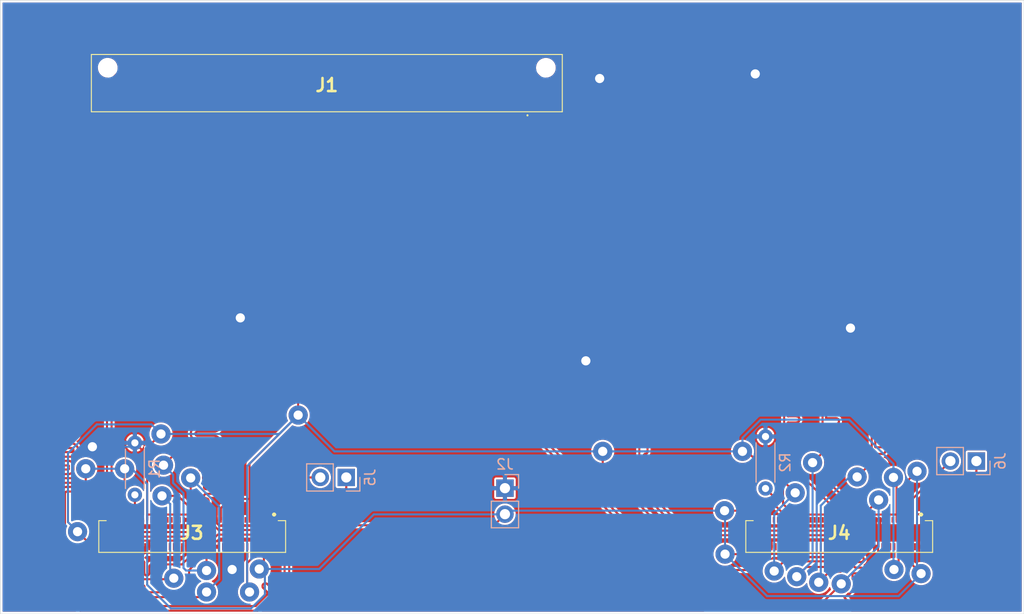
<source format=kicad_pcb>
(kicad_pcb (version 20171130) (host pcbnew 5.1.5+dfsg1-2build2)
  (layers (0 F.Cu signal) (31 B.Cu signal) (35 F.Paste user) (37 F.SilkS user) (38 B.Mask user) (39 F.Mask user) (44 Edge.Cuts user))
  (net 0 "")
  (net 1 "Net-(J1-Pad100)")
  (net 2 GND)
  (net 3 "Net-(J1-Pad98)")
  (net 4 "Net-(J1-Pad96)")
  (net 5 5V)
  (net 6 "Net-(J1-Pad94)")
  (net 7 "Net-(J1-Pad92)")
  (net 8 "Net-(J1-Pad90)")
  (net 9 12.24V)
  (net 10 29.1V)
  (net 11 "Net-(J1-Pad84)")
  (net 12 3.3V)
  (net 13 "Net-(J1-Pad82)")
  (net 14 "Net-(J1-Pad79)")
  (net 15 "Net-(J1-Pad78)")
  (net 16 "Net-(J1-Pad77)")
  (net 17 "Net-(J1-Pad76)")
  (net 18 "Net-(J1-Pad75)")
  (net 19 "Net-(J1-Pad73)")
  (net 20 DSI0_L3_P)
  (net 21 "Net-(J1-Pad71)")
  (net 22 DSI0_L3_N)
  (net 23 "Net-(J1-Pad69)")
  (net 24 "Net-(J1-Pad67)")
  (net 25 DSI0_L2_P)
  (net 26 DSI0_L2_N)
  (net 27 "Net-(J1-Pad63)")
  (net 28 "Net-(J1-Pad61)")
  (net 29 DSI0_CLK_P)
  (net 30 "Net-(J1-Pad59)")
  (net 31 DSI0_CLK_N)
  (net 32 1.8V)
  (net 33 "Net-(J1-Pad55)")
  (net 34 DSI0_L1_P)
  (net 35 "Net-(J1-Pad53)")
  (net 36 DSI0_L1_N)
  (net 37 "Net-(J1-Pad51)")
  (net 38 DSI0_L0_P)
  (net 39 "Net-(J1-Pad47)")
  (net 40 DSI0_L0_N)
  (net 41 "Net-(J1-Pad45)")
  (net 42 "Net-(J1-Pad43)")
  (net 43 DSI1_L0_P)
  (net 44 "Net-(J1-Pad41)")
  (net 45 DSI1_L0_N)
  (net 46 "Net-(J1-Pad39)")
  (net 47 DSI1_L1_N)
  (net 48 "Net-(J1-Pad35)")
  (net 49 DSI1_L1_P)
  (net 50 "Net-(J1-Pad33)")
  (net 51 "Net-(J1-Pad31)")
  (net 52 DSI1_CLK_P)
  (net 53 DSI1_CLK_N)
  (net 54 "Net-(J1-Pad25)")
  (net 55 DSI1_L2_N)
  (net 56 "Net-(J1-Pad23)")
  (net 57 DSI1_L2_P)
  (net 58 DSI1_L3_N)
  (net 59 "Net-(J1-Pad17)")
  (net 60 DSI1_L3_P)
  (net 61 "Net-(J1-Pad12)")
  (net 62 "Net-(J1-Pad11)")
  (net 63 "Net-(J1-Pad10)")
  (net 64 "Net-(J1-Pad6)")
  (net 65 "Net-(J1-Pad5)")
  (net 66 "Net-(J1-Pad4)")
  (net 67 "Net-(J1-Pad3)")
  (net 68 "Net-(J1-Pad1)")
  (net 69 VCCP_I)
  (net 70 R_IB)
  (net 71 "Net-(J3-Pad61)")
  (net 72 "Net-(J3-Pad26)")
  (net 73 "Net-(J3-Pad20)")
  (net 74 VCCP_O)
  (net 75 "Net-(J4-Pad4)")
  (net 76 "Net-(J4-Pad14)")
  (net 77 "Net-(J4-Pad15)")
  (net 78 "Net-(J4-Pad16)")
  (net 79 "Net-(J4-Pad17)")
  (net 80 "Net-(J4-Pad20)")
  (net 81 "Net-(J4-Pad26)")
  (net 82 "Net-(J4-Pad47)")
  (net 83 "Net-(J4-Pad48)")
  (net 84 "Net-(J4-Pad49)")
  (net 85 "Net-(J4-Pad50)")
  (net 86 "Net-(J4-Pad51)")
  (net 87 "Net-(J4-Pad52)")
  (net 88 "Net-(J4-Pad53)")
  (net 89 "Net-(J4-Pad54)")
  (net 90 "Net-(J4-Pad55)")
  (net 91 "Net-(J4-Pad56)")
  (net 92 "Net-(J4-Pad61)")
  (net 93 "Net-(J4-Pad68)")
  (net 94 "Net-(J4-Pad70)")
  (net 95 "Net-(J4-Pad71)")
  (net 96 "Net-(J4-Pad72)")
  (net 97 "Net-(J4-Pad73)")
  (net 98 "Net-(J4-Pad78)")
  (net 99 "Net-(J4-Pad79)")
  (net 100 10V)
  (net 101 VCCP_O2)
  (net 102 VCCP_I2)
  (net 103 R_IB2)
  (net 104 "Net-(J1-Pad49)")
  (net 105 "Net-(J1-Pad37)")
  (net 106 "Net-(J1-Pad29)")
  (net 107 "Net-(J1-Pad21)")
  (net 108 "Net-(J1-Pad19)")
  (net 109 "Net-(J1-Pad15)")
  (net 110 "Net-(J1-Pad13)")
  (net 111 "Net-(J1-Pad9)")
  (net 112 "Net-(J1-Pad7)")
  (net 113 "Net-(J3-Pad79)")
  (net 114 "Net-(J3-Pad78)")
  (net 115 "Net-(J3-Pad73)")
  (net 116 "Net-(J3-Pad72)")
  (net 117 "Net-(J3-Pad71)")
  (net 118 "Net-(J3-Pad70)")
  (net 119 "Net-(J3-Pad68)")
  (net 120 "Net-(J3-Pad56)")
  (net 121 "Net-(J3-Pad55)")
  (net 122 "Net-(J3-Pad54)")
  (net 123 "Net-(J3-Pad53)")
  (net 124 "Net-(J3-Pad52)")
  (net 125 "Net-(J3-Pad51)")
  (net 126 "Net-(J3-Pad50)")
  (net 127 "Net-(J3-Pad49)")
  (net 128 "Net-(J3-Pad48)")
  (net 129 "Net-(J3-Pad47)")
  (net 130 "Net-(J3-Pad17)")
  (net 131 "Net-(J3-Pad16)")
  (net 132 "Net-(J3-Pad15)")
  (net 133 "Net-(J3-Pad14)")
  (net 134 "Net-(J3-Pad4)")
  (module Resistor_THT:R_Axial_DIN0204_L3.6mm_D1.6mm_P5.08mm_Horizontal (layer B.Cu) (at 101.85 78.53 90)
    (fp_text reference R2 (at 2.54 1.92 90) (layer B.SilkS) (effects (justify mirror)))
    (fp_text value 100k)
    (pad 2 thru_hole oval (at 5.08 0 90) (size 1.4 1.4) (drill 0.7) (layers *.Cu *.Mask) (net 2 GND))
    (pad 1 thru_hole circle (at 0 0 90) (size 1.4 1.4) (drill 0.7) (layers *.Cu *.Mask) (net 103 R_IB2))
  )
  (module Connector_PinHeader_2.54mm:PinHeader_1x02_P2.54mm_Vertical (layer B.Cu) (at 122.45 75.85 90)
    (fp_text reference J6 (at 0 2.33 90) (layer B.SilkS) (effects (justify mirror)))
    (fp_text value Conn_01x02)
    (pad 2 thru_hole oval (at 0 -2.54 90) (size 1.7 1.7) (drill 1) (layers *.Cu *.Mask) (net 102 VCCP_I2))
    (pad 1 thru_hole rect (at 0 0 90) (size 1.7 1.7) (drill 1) (layers *.Cu *.Mask) (net 101 VCCP_O2))
  )
  (module ER8100P08SV5H (layer F.Cu) (at 59 38.9 180)
    (fp_text reference J1 (at 0 -0.2) (layer F.SilkS) (effects (font (size 1.27 1.27) (thickness 0.254))))
    (fp_text value ER8-100P-0.8SV-5H hide)
    (pad MH2 np_thru_hole circle (at 21.4 1.5 180) (size 1.53 0) (drill 1.53) (layers *.Cu *.Mask))
    (pad MH1 np_thru_hole circle (at -21.4 1.5 180) (size 1.53 0) (drill 1.53) (layers *.Cu *.Mask))
    (pad 100 smd rect (at 19.6 1.9 180) (size 0.5 1.1) (layers F.Cu F.Paste F.Mask) (net 1 "Net-(J1-Pad100)"))
    (pad 99 smd rect (at 19.6 -1.9 180) (size 0.5 1.1) (layers F.Cu F.Paste F.Mask) (net 2 GND))
    (pad 98 smd rect (at 18.8 1.9 180) (size 0.5 1.1) (layers F.Cu F.Paste F.Mask) (net 3 "Net-(J1-Pad98)"))
    (pad 97 smd rect (at 18.8 -1.9 180) (size 0.5 1.1) (layers F.Cu F.Paste F.Mask) (net 2 GND))
    (pad 96 smd rect (at 18 1.9 180) (size 0.5 1.1) (layers F.Cu F.Paste F.Mask) (net 4 "Net-(J1-Pad96)"))
    (pad 95 smd rect (at 18 -1.9 180) (size 0.5 1.1) (layers F.Cu F.Paste F.Mask) (net 5 5V))
    (pad 94 smd rect (at 17.2 1.9 180) (size 0.5 1.1) (layers F.Cu F.Paste F.Mask) (net 6 "Net-(J1-Pad94)"))
    (pad 93 smd rect (at 17.2 -1.9 180) (size 0.5 1.1) (layers F.Cu F.Paste F.Mask) (net 5 5V))
    (pad 92 smd rect (at 16.4 1.9 180) (size 0.5 1.1) (layers F.Cu F.Paste F.Mask) (net 7 "Net-(J1-Pad92)"))
    (pad 91 smd rect (at 16.4 -1.9 180) (size 0.5 1.1) (layers F.Cu F.Paste F.Mask) (net 5 5V))
    (pad 90 smd rect (at 15.6 1.9 180) (size 0.5 1.1) (layers F.Cu F.Paste F.Mask) (net 8 "Net-(J1-Pad90)"))
    (pad 89 smd rect (at 15.6 -1.9 180) (size 0.5 1.1) (layers F.Cu F.Paste F.Mask) (net 9 12.24V))
    (pad 88 smd rect (at 14.8 1.9 180) (size 0.5 1.1) (layers F.Cu F.Paste F.Mask) (net 10 29.1V))
    (pad 87 smd rect (at 14.8 -1.9 180) (size 0.5 1.1) (layers F.Cu F.Paste F.Mask) (net 2 GND))
    (pad 86 smd rect (at 14 1.9 180) (size 0.5 1.1) (layers F.Cu F.Paste F.Mask) (net 2 GND))
    (pad 85 smd rect (at 14 -1.9 180) (size 0.5 1.1) (layers F.Cu F.Paste F.Mask) (net 2 GND))
    (pad 84 smd rect (at 13.2 1.9 180) (size 0.5 1.1) (layers F.Cu F.Paste F.Mask) (net 11 "Net-(J1-Pad84)"))
    (pad 83 smd rect (at 13.2 -1.9 180) (size 0.5 1.1) (layers F.Cu F.Paste F.Mask) (net 12 3.3V))
    (pad 82 smd rect (at 12.4 1.9 180) (size 0.5 1.1) (layers F.Cu F.Paste F.Mask) (net 13 "Net-(J1-Pad82)"))
    (pad 81 smd rect (at 12.4 -1.9 180) (size 0.5 1.1) (layers F.Cu F.Paste F.Mask) (net 12 3.3V))
    (pad 80 smd rect (at 11.6 1.9 180) (size 0.5 1.1) (layers F.Cu F.Paste F.Mask) (net 2 GND))
    (pad 79 smd rect (at 11.6 -1.9 180) (size 0.5 1.1) (layers F.Cu F.Paste F.Mask) (net 14 "Net-(J1-Pad79)"))
    (pad 78 smd rect (at 10.8 1.9 180) (size 0.5 1.1) (layers F.Cu F.Paste F.Mask) (net 15 "Net-(J1-Pad78)"))
    (pad 77 smd rect (at 10.8 -1.9 180) (size 0.5 1.1) (layers F.Cu F.Paste F.Mask) (net 16 "Net-(J1-Pad77)"))
    (pad 76 smd rect (at 10 1.9 180) (size 0.5 1.1) (layers F.Cu F.Paste F.Mask) (net 17 "Net-(J1-Pad76)"))
    (pad 75 smd rect (at 10 -1.9 180) (size 0.5 1.1) (layers F.Cu F.Paste F.Mask) (net 18 "Net-(J1-Pad75)"))
    (pad 74 smd rect (at 9.2 1.9 180) (size 0.5 1.1) (layers F.Cu F.Paste F.Mask) (net 2 GND))
    (pad 73 smd rect (at 9.2 -1.9 180) (size 0.5 1.1) (layers F.Cu F.Paste F.Mask) (net 19 "Net-(J1-Pad73)"))
    (pad 72 smd rect (at 8.4 1.9 180) (size 0.5 1.1) (layers F.Cu F.Paste F.Mask) (net 20 DSI0_L3_P))
    (pad 71 smd rect (at 8.4 -1.9 180) (size 0.5 1.1) (layers F.Cu F.Paste F.Mask) (net 21 "Net-(J1-Pad71)"))
    (pad 70 smd rect (at 7.6 1.9 180) (size 0.5 1.1) (layers F.Cu F.Paste F.Mask) (net 22 DSI0_L3_N))
    (pad 69 smd rect (at 7.6 -1.9 180) (size 0.5 1.1) (layers F.Cu F.Paste F.Mask) (net 23 "Net-(J1-Pad69)"))
    (pad 68 smd rect (at 6.8 1.9 180) (size 0.5 1.1) (layers F.Cu F.Paste F.Mask) (net 2 GND))
    (pad 67 smd rect (at 6.8 -1.9 180) (size 0.5 1.1) (layers F.Cu F.Paste F.Mask) (net 24 "Net-(J1-Pad67)"))
    (pad 66 smd rect (at 6 1.9 180) (size 0.5 1.1) (layers F.Cu F.Paste F.Mask) (net 25 DSI0_L2_P))
    (pad 65 smd rect (at 6 -1.9 180) (size 0.5 1.1) (layers F.Cu F.Paste F.Mask) (net 2 GND))
    (pad 64 smd rect (at 5.2 1.9 180) (size 0.5 1.1) (layers F.Cu F.Paste F.Mask) (net 26 DSI0_L2_N))
    (pad 63 smd rect (at 5.2 -1.9 180) (size 0.5 1.1) (layers F.Cu F.Paste F.Mask) (net 27 "Net-(J1-Pad63)"))
    (pad 62 smd rect (at 4.4 1.9 180) (size 0.5 1.1) (layers F.Cu F.Paste F.Mask) (net 2 GND))
    (pad 61 smd rect (at 4.4 -1.9 180) (size 0.5 1.1) (layers F.Cu F.Paste F.Mask) (net 28 "Net-(J1-Pad61)"))
    (pad 60 smd rect (at 3.6 1.9 180) (size 0.5 1.1) (layers F.Cu F.Paste F.Mask) (net 29 DSI0_CLK_P))
    (pad 59 smd rect (at 3.6 -1.9 180) (size 0.5 1.1) (layers F.Cu F.Paste F.Mask) (net 30 "Net-(J1-Pad59)"))
    (pad 58 smd rect (at 2.8 1.9 180) (size 0.5 1.1) (layers F.Cu F.Paste F.Mask) (net 31 DSI0_CLK_N))
    (pad 57 smd rect (at 2.8 -1.9 180) (size 0.5 1.1) (layers F.Cu F.Paste F.Mask) (net 32 1.8V))
    (pad 56 smd rect (at 2 1.9 180) (size 0.5 1.1) (layers F.Cu F.Paste F.Mask) (net 2 GND))
    (pad 55 smd rect (at 2 -1.9 180) (size 0.5 1.1) (layers F.Cu F.Paste F.Mask) (net 33 "Net-(J1-Pad55)"))
    (pad 54 smd rect (at 1.2 1.9 180) (size 0.5 1.1) (layers F.Cu F.Paste F.Mask) (net 34 DSI0_L1_P))
    (pad 53 smd rect (at 1.2 -1.9 180) (size 0.5 1.1) (layers F.Cu F.Paste F.Mask) (net 35 "Net-(J1-Pad53)"))
    (pad 52 smd rect (at 0.4 1.9 180) (size 0.5 1.1) (layers F.Cu F.Paste F.Mask) (net 36 DSI0_L1_N))
    (pad 51 smd rect (at 0.4 -1.9 180) (size 0.5 1.1) (layers F.Cu F.Paste F.Mask) (net 37 "Net-(J1-Pad51)"))
    (pad 50 smd rect (at -0.4 1.9 180) (size 0.5 1.1) (layers F.Cu F.Paste F.Mask) (net 2 GND))
    (pad 49 smd rect (at -0.4 -1.9 180) (size 0.5 1.1) (layers F.Cu F.Paste F.Mask) (net 104 "Net-(J1-Pad49)"))
    (pad 48 smd rect (at -1.2 1.9 180) (size 0.5 1.1) (layers F.Cu F.Paste F.Mask) (net 38 DSI0_L0_P))
    (pad 47 smd rect (at -1.2 -1.9 180) (size 0.5 1.1) (layers F.Cu F.Paste F.Mask) (net 39 "Net-(J1-Pad47)"))
    (pad 46 smd rect (at -2 1.9 180) (size 0.5 1.1) (layers F.Cu F.Paste F.Mask) (net 40 DSI0_L0_N))
    (pad 45 smd rect (at -2 -1.9 180) (size 0.5 1.1) (layers F.Cu F.Paste F.Mask) (net 41 "Net-(J1-Pad45)"))
    (pad 44 smd rect (at -2.8 1.9 180) (size 0.5 1.1) (layers F.Cu F.Paste F.Mask) (net 2 GND))
    (pad 43 smd rect (at -2.8 -1.9 180) (size 0.5 1.1) (layers F.Cu F.Paste F.Mask) (net 42 "Net-(J1-Pad43)"))
    (pad 42 smd rect (at -3.6 1.9 180) (size 0.5 1.1) (layers F.Cu F.Paste F.Mask) (net 43 DSI1_L0_P))
    (pad 41 smd rect (at -3.6 -1.9 180) (size 0.5 1.1) (layers F.Cu F.Paste F.Mask) (net 44 "Net-(J1-Pad41)"))
    (pad 40 smd rect (at -4.4 1.9 180) (size 0.5 1.1) (layers F.Cu F.Paste F.Mask) (net 45 DSI1_L0_N))
    (pad 39 smd rect (at -4.4 -1.9 180) (size 0.5 1.1) (layers F.Cu F.Paste F.Mask) (net 46 "Net-(J1-Pad39)"))
    (pad 38 smd rect (at -5.2 1.9 180) (size 0.5 1.1) (layers F.Cu F.Paste F.Mask) (net 2 GND))
    (pad 37 smd rect (at -5.2 -1.9 180) (size 0.5 1.1) (layers F.Cu F.Paste F.Mask) (net 105 "Net-(J1-Pad37)"))
    (pad 36 smd rect (at -6 1.9 180) (size 0.5 1.1) (layers F.Cu F.Paste F.Mask) (net 47 DSI1_L1_N))
    (pad 35 smd rect (at -6 -1.9 180) (size 0.5 1.1) (layers F.Cu F.Paste F.Mask) (net 48 "Net-(J1-Pad35)"))
    (pad 34 smd rect (at -6.8 1.9 180) (size 0.5 1.1) (layers F.Cu F.Paste F.Mask) (net 49 DSI1_L1_P))
    (pad 33 smd rect (at -6.8 -1.9 180) (size 0.5 1.1) (layers F.Cu F.Paste F.Mask) (net 50 "Net-(J1-Pad33)"))
    (pad 32 smd rect (at -7.6 1.9 180) (size 0.5 1.1) (layers F.Cu F.Paste F.Mask) (net 2 GND))
    (pad 31 smd rect (at -7.6 -1.9 180) (size 0.5 1.1) (layers F.Cu F.Paste F.Mask) (net 51 "Net-(J1-Pad31)"))
    (pad 30 smd rect (at -8.4 1.9 180) (size 0.5 1.1) (layers F.Cu F.Paste F.Mask) (net 52 DSI1_CLK_P))
    (pad 29 smd rect (at -8.4 -1.9 180) (size 0.5 1.1) (layers F.Cu F.Paste F.Mask) (net 106 "Net-(J1-Pad29)"))
    (pad 28 smd rect (at -9.2 1.9 180) (size 0.5 1.1) (layers F.Cu F.Paste F.Mask) (net 53 DSI1_CLK_N))
    (pad 27 smd rect (at -9.2 -1.9 180) (size 0.5 1.1) (layers F.Cu F.Paste F.Mask) (net 2 GND))
    (pad 26 smd rect (at -10 1.9 180) (size 0.5 1.1) (layers F.Cu F.Paste F.Mask) (net 2 GND))
    (pad 25 smd rect (at -10 -1.9 180) (size 0.5 1.1) (layers F.Cu F.Paste F.Mask) (net 54 "Net-(J1-Pad25)"))
    (pad 24 smd rect (at -10.8 1.9 180) (size 0.5 1.1) (layers F.Cu F.Paste F.Mask) (net 55 DSI1_L2_N))
    (pad 23 smd rect (at -10.8 -1.9 180) (size 0.5 1.1) (layers F.Cu F.Paste F.Mask) (net 56 "Net-(J1-Pad23)"))
    (pad 22 smd rect (at -11.6 1.9 180) (size 0.5 1.1) (layers F.Cu F.Paste F.Mask) (net 57 DSI1_L2_P))
    (pad 21 smd rect (at -11.6 -1.9 180) (size 0.5 1.1) (layers F.Cu F.Paste F.Mask) (net 107 "Net-(J1-Pad21)"))
    (pad 20 smd rect (at -12.4 1.9 180) (size 0.5 1.1) (layers F.Cu F.Paste F.Mask) (net 2 GND))
    (pad 19 smd rect (at -12.4 -1.9 180) (size 0.5 1.1) (layers F.Cu F.Paste F.Mask) (net 108 "Net-(J1-Pad19)"))
    (pad 18 smd rect (at -13.2 1.9 180) (size 0.5 1.1) (layers F.Cu F.Paste F.Mask) (net 58 DSI1_L3_N))
    (pad 17 smd rect (at -13.2 -1.9 180) (size 0.5 1.1) (layers F.Cu F.Paste F.Mask) (net 59 "Net-(J1-Pad17)"))
    (pad 16 smd rect (at -14 1.9 180) (size 0.5 1.1) (layers F.Cu F.Paste F.Mask) (net 60 DSI1_L3_P))
    (pad 15 smd rect (at -14 -1.9 180) (size 0.5 1.1) (layers F.Cu F.Paste F.Mask) (net 109 "Net-(J1-Pad15)"))
    (pad 14 smd rect (at -14.8 1.9 180) (size 0.5 1.1) (layers F.Cu F.Paste F.Mask) (net 2 GND))
    (pad 13 smd rect (at -14.8 -1.9 180) (size 0.5 1.1) (layers F.Cu F.Paste F.Mask) (net 110 "Net-(J1-Pad13)"))
    (pad 12 smd rect (at -15.6 1.9 180) (size 0.5 1.1) (layers F.Cu F.Paste F.Mask) (net 61 "Net-(J1-Pad12)"))
    (pad 11 smd rect (at -15.6 -1.9 180) (size 0.5 1.1) (layers F.Cu F.Paste F.Mask) (net 62 "Net-(J1-Pad11)"))
    (pad 10 smd rect (at -16.4 1.9 180) (size 0.5 1.1) (layers F.Cu F.Paste F.Mask) (net 63 "Net-(J1-Pad10)"))
    (pad 9 smd rect (at -16.4 -1.9 180) (size 0.5 1.1) (layers F.Cu F.Paste F.Mask) (net 111 "Net-(J1-Pad9)"))
    (pad 8 smd rect (at -17.2 1.9 180) (size 0.5 1.1) (layers F.Cu F.Paste F.Mask) (net 2 GND))
    (pad 7 smd rect (at -17.2 -1.9 180) (size 0.5 1.1) (layers F.Cu F.Paste F.Mask) (net 112 "Net-(J1-Pad7)"))
    (pad 6 smd rect (at -18 1.9 180) (size 0.5 1.1) (layers F.Cu F.Paste F.Mask) (net 64 "Net-(J1-Pad6)"))
    (pad 5 smd rect (at -18 -1.9 180) (size 0.5 1.1) (layers F.Cu F.Paste F.Mask) (net 65 "Net-(J1-Pad5)"))
    (pad 4 smd rect (at -18.8 1.9 180) (size 0.5 1.1) (layers F.Cu F.Paste F.Mask) (net 66 "Net-(J1-Pad4)"))
    (pad 3 smd rect (at -18.8 -1.9 180) (size 0.5 1.1) (layers F.Cu F.Paste F.Mask) (net 67 "Net-(J1-Pad3)"))
    (pad 2 smd rect (at -19.6 1.9 180) (size 0.5 1.1) (layers F.Cu F.Paste F.Mask) (net 2 GND))
    (pad 1 smd rect (at -19.6 -1.9 180) (size 0.5 1.1) (layers F.Cu F.Paste F.Mask) (net 68 "Net-(J1-Pad1)"))
  )
  (module Resistor_THT:R_Axial_DIN0204_L3.6mm_D1.6mm_P5.08mm_Horizontal (layer B.Cu) (at 40.25 79.15 90)
    (fp_text reference R1 (at 2.54 1.92 270) (layer B.SilkS) (effects (justify mirror)))
    (fp_text value 100k)
    (pad 2 thru_hole oval (at 5.08 0 90) (size 1.4 1.4) (drill 0.7) (layers *.Cu *.Mask) (net 2 GND))
    (pad 1 thru_hole circle (at 0 0 90) (size 1.4 1.4) (drill 0.7) (layers *.Cu *.Mask) (net 70 R_IB))
  )
  (module Connector_PinHeader_2.54mm:PinHeader_1x02_P2.54mm_Vertical (layer B.Cu) (at 60.9 77.45 90)
    (fp_text reference J5 (at 0 2.33 90) (layer B.SilkS) (effects (justify mirror)))
    (fp_text value Conn_01x02)
    (pad 2 thru_hole oval (at 0 -2.54 90) (size 1.7 1.7) (drill 1) (layers *.Cu *.Mask) (net 69 VCCP_I))
    (pad 1 thru_hole rect (at 0 0 90) (size 1.7 1.7) (drill 1) (layers *.Cu *.Mask) (net 74 VCCP_O))
  )
  (module Connector_PinHeader_2.54mm:PinHeader_1x02_P2.54mm_Vertical (layer B.Cu) (at 76.4 78.5 180)
    (fp_text reference J2 (at 0 2.33) (layer B.SilkS) (effects (justify mirror)))
    (fp_text value Conn_01x02)
    (pad 2 thru_hole oval (at 0 -2.54 180) (size 1.7 1.7) (drill 1) (layers *.Cu *.Mask) (net 100 10V))
    (pad 1 thru_hole rect (at 0 0 180) (size 1.7 1.7) (drill 1) (layers *.Cu *.Mask) (net 2 GND))
  )
  (module custom_footprints:FF0881SA1R3000 (layer F.Cu) (at 109.05 82.875)
    (fp_text reference J4 (at 0 0) (layer F.SilkS) (effects (font (size 1.27 1.27) (thickness 0.254))))
    (fp_text value FF0881SA1-R3000 hide)
    (pad 1 smd rect (at 8 -1.274) (size 0.18 0.55) (layers F.Cu F.Paste F.Mask) (net 2 GND))
    (pad 2 smd rect (at 7.8 1.351) (size 0.18 0.7) (layers F.Cu F.Paste F.Mask) (net 2 GND))
    (pad 3 smd rect (at 7.6 -1.274) (size 0.18 0.55) (layers F.Cu F.Paste F.Mask) (net 101 VCCP_O2))
    (pad 4 smd rect (at 7.4 1.351) (size 0.18 0.7) (layers F.Cu F.Paste F.Mask) (net 75 "Net-(J4-Pad4)"))
    (pad 5 smd rect (at 7.2 -1.274) (size 0.18 0.55) (layers F.Cu F.Paste F.Mask) (net 102 VCCP_I2))
    (pad 6 smd rect (at 7 1.351) (size 0.18 0.7) (layers F.Cu F.Paste F.Mask) (net 100 10V))
    (pad 7 smd rect (at 6.8 -1.274) (size 0.18 0.55) (layers F.Cu F.Paste F.Mask) (net 100 10V))
    (pad 8 smd rect (at 6.6 1.351) (size 0.18 0.7) (layers F.Cu F.Paste F.Mask) (net 2 GND))
    (pad 9 smd rect (at 6.4 -1.274) (size 0.18 0.55) (layers F.Cu F.Paste F.Mask) (net 2 GND))
    (pad 10 smd rect (at 6.2 1.351) (size 0.18 0.7) (layers F.Cu F.Paste F.Mask) (net 2 GND))
    (pad 11 smd rect (at 6 -1.274) (size 0.18 0.55) (layers F.Cu F.Paste F.Mask) (net 2 GND))
    (pad 12 smd rect (at 5.8 1.351) (size 0.18 0.7) (layers F.Cu F.Paste F.Mask) (net 32 1.8V))
    (pad 13 smd rect (at 5.6 -1.274) (size 0.18 0.55) (layers F.Cu F.Paste F.Mask) (net 32 1.8V))
    (pad 14 smd rect (at 5.4 1.351) (size 0.18 0.7) (layers F.Cu F.Paste F.Mask) (net 76 "Net-(J4-Pad14)"))
    (pad 15 smd rect (at 5.2 -1.274) (size 0.18 0.55) (layers F.Cu F.Paste F.Mask) (net 77 "Net-(J4-Pad15)"))
    (pad 16 smd rect (at 5 1.351) (size 0.18 0.7) (layers F.Cu F.Paste F.Mask) (net 78 "Net-(J4-Pad16)"))
    (pad 17 smd rect (at 4.8 -1.274) (size 0.18 0.55) (layers F.Cu F.Paste F.Mask) (net 79 "Net-(J4-Pad17)"))
    (pad 18 smd rect (at 4.6 1.351) (size 0.18 0.7) (layers F.Cu F.Paste F.Mask) (net 2 GND))
    (pad 19 smd rect (at 4.4 -1.274) (size 0.18 0.55) (layers F.Cu F.Paste F.Mask) (net 2 GND))
    (pad 20 smd rect (at 4.2 1.351) (size 0.18 0.7) (layers F.Cu F.Paste F.Mask) (net 80 "Net-(J4-Pad20)"))
    (pad 21 smd rect (at 4 -1.274) (size 0.18 0.55) (layers F.Cu F.Paste F.Mask) (net 2 GND))
    (pad 22 smd rect (at 3.8 1.351) (size 0.18 0.7) (layers F.Cu F.Paste F.Mask) (net 2 GND))
    (pad 23 smd rect (at 3.6 -1.274) (size 0.18 0.55) (layers F.Cu F.Paste F.Mask) (net 2 GND))
    (pad 24 smd rect (at 3.4 1.351) (size 0.18 0.7) (layers F.Cu F.Paste F.Mask) (net 2 GND))
    (pad 25 smd rect (at 3.2 -1.274) (size 0.18 0.55) (layers F.Cu F.Paste F.Mask) (net 2 GND))
    (pad 26 smd rect (at 3 1.351) (size 0.18 0.7) (layers F.Cu F.Paste F.Mask) (net 81 "Net-(J4-Pad26)"))
    (pad 27 smd rect (at 2.8 -1.274) (size 0.18 0.55) (layers F.Cu F.Paste F.Mask) (net 32 1.8V))
    (pad 28 smd rect (at 2.6 1.351) (size 0.18 0.7) (layers F.Cu F.Paste F.Mask) (net 2 GND))
    (pad 29 smd rect (at 2.4 -1.274) (size 0.18 0.55) (layers F.Cu F.Paste F.Mask) (net 2 GND))
    (pad 30 smd rect (at 2.2 1.351) (size 0.18 0.7) (layers F.Cu F.Paste F.Mask) (net 2 GND))
    (pad 31 smd rect (at 2 -1.274) (size 0.18 0.55) (layers F.Cu F.Paste F.Mask) (net 53 DSI1_CLK_N))
    (pad 32 smd rect (at 1.8 1.351) (size 0.18 0.7) (layers F.Cu F.Paste F.Mask) (net 52 DSI1_CLK_P))
    (pad 33 smd rect (at 1.6 -1.274) (size 0.18 0.55) (layers F.Cu F.Paste F.Mask) (net 45 DSI1_L0_N))
    (pad 34 smd rect (at 1.4 1.351) (size 0.18 0.7) (layers F.Cu F.Paste F.Mask) (net 43 DSI1_L0_P))
    (pad 35 smd rect (at 1.2 -1.274) (size 0.18 0.55) (layers F.Cu F.Paste F.Mask) (net 47 DSI1_L1_N))
    (pad 36 smd rect (at 1 1.351) (size 0.18 0.7) (layers F.Cu F.Paste F.Mask) (net 49 DSI1_L1_P))
    (pad 37 smd rect (at 0.8 -1.274) (size 0.18 0.55) (layers F.Cu F.Paste F.Mask) (net 55 DSI1_L2_N))
    (pad 38 smd rect (at 0.6 1.351) (size 0.18 0.7) (layers F.Cu F.Paste F.Mask) (net 57 DSI1_L2_P))
    (pad 39 smd rect (at 0.4 -1.274) (size 0.18 0.55) (layers F.Cu F.Paste F.Mask) (net 58 DSI1_L3_N))
    (pad 40 smd rect (at 0.2 1.351) (size 0.18 0.7) (layers F.Cu F.Paste F.Mask) (net 60 DSI1_L3_P))
    (pad 41 smd rect (at 0 -1.274) (size 0.18 0.55) (layers F.Cu F.Paste F.Mask) (net 32 1.8V))
    (pad 42 smd rect (at -0.2 1.351) (size 0.18 0.7) (layers F.Cu F.Paste F.Mask) (net 2 GND))
    (pad 43 smd rect (at -0.4 -1.274) (size 0.18 0.55) (layers F.Cu F.Paste F.Mask) (net 2 GND))
    (pad 44 smd rect (at -0.6 1.351) (size 0.18 0.7) (layers F.Cu F.Paste F.Mask) (net 2 GND))
    (pad 45 smd rect (at -0.8 -1.274) (size 0.18 0.55) (layers F.Cu F.Paste F.Mask) (net 2 GND))
    (pad 46 smd rect (at -1 1.351) (size 0.18 0.7) (layers F.Cu F.Paste F.Mask) (net 32 1.8V))
    (pad 47 smd rect (at -1.2 -1.274) (size 0.18 0.55) (layers F.Cu F.Paste F.Mask) (net 82 "Net-(J4-Pad47)"))
    (pad 48 smd rect (at -1.4 1.351) (size 0.18 0.7) (layers F.Cu F.Paste F.Mask) (net 83 "Net-(J4-Pad48)"))
    (pad 49 smd rect (at -1.6 -1.274) (size 0.18 0.55) (layers F.Cu F.Paste F.Mask) (net 84 "Net-(J4-Pad49)"))
    (pad 50 smd rect (at -1.8 1.351) (size 0.18 0.7) (layers F.Cu F.Paste F.Mask) (net 85 "Net-(J4-Pad50)"))
    (pad 51 smd rect (at -2 -1.274) (size 0.18 0.55) (layers F.Cu F.Paste F.Mask) (net 86 "Net-(J4-Pad51)"))
    (pad 52 smd rect (at -2.2 1.351) (size 0.18 0.7) (layers F.Cu F.Paste F.Mask) (net 87 "Net-(J4-Pad52)"))
    (pad 53 smd rect (at -2.4 -1.274) (size 0.18 0.55) (layers F.Cu F.Paste F.Mask) (net 88 "Net-(J4-Pad53)"))
    (pad 54 smd rect (at -2.6 1.351) (size 0.18 0.7) (layers F.Cu F.Paste F.Mask) (net 89 "Net-(J4-Pad54)"))
    (pad 55 smd rect (at -2.8 -1.274) (size 0.18 0.55) (layers F.Cu F.Paste F.Mask) (net 90 "Net-(J4-Pad55)"))
    (pad 56 smd rect (at -3 1.351) (size 0.18 0.7) (layers F.Cu F.Paste F.Mask) (net 91 "Net-(J4-Pad56)"))
    (pad 57 smd rect (at -3.2 -1.274) (size 0.18 0.55) (layers F.Cu F.Paste F.Mask) (net 2 GND))
    (pad 58 smd rect (at -3.4 1.351) (size 0.18 0.7) (layers F.Cu F.Paste F.Mask) (net 2 GND))
    (pad 59 smd rect (at -3.6 -1.274) (size 0.18 0.55) (layers F.Cu F.Paste F.Mask) (net 2 GND))
    (pad 60 smd rect (at -3.8 1.351) (size 0.18 0.7) (layers F.Cu F.Paste F.Mask) (net 32 1.8V))
    (pad 61 smd rect (at -4 -1.274) (size 0.18 0.55) (layers F.Cu F.Paste F.Mask) (net 92 "Net-(J4-Pad61)"))
    (pad 62 smd rect (at -4.2 1.351) (size 0.18 0.7) (layers F.Cu F.Paste F.Mask) (net 2 GND))
    (pad 63 smd rect (at -4.4 -1.274) (size 0.18 0.55) (layers F.Cu F.Paste F.Mask) (net 32 1.8V))
    (pad 64 smd rect (at -4.6 1.351) (size 0.18 0.7) (layers F.Cu F.Paste F.Mask) (net 32 1.8V))
    (pad 65 smd rect (at -4.8 -1.274) (size 0.18 0.55) (layers F.Cu F.Paste F.Mask) (net 2 GND))
    (pad 66 smd rect (at -5 1.351) (size 0.18 0.7) (layers F.Cu F.Paste F.Mask) (net 2 GND))
    (pad 67 smd rect (at -5.2 -1.274) (size 0.18 0.55) (layers F.Cu F.Paste F.Mask) (net 2 GND))
    (pad 68 smd rect (at -5.4 1.351) (size 0.18 0.7) (layers F.Cu F.Paste F.Mask) (net 93 "Net-(J4-Pad68)"))
    (pad 69 smd rect (at -5.6 -1.274) (size 0.18 0.55) (layers F.Cu F.Paste F.Mask) (net 103 R_IB2))
    (pad 70 smd rect (at -5.8 1.351) (size 0.18 0.7) (layers F.Cu F.Paste F.Mask) (net 94 "Net-(J4-Pad70)"))
    (pad 71 smd rect (at -6 -1.274) (size 0.18 0.55) (layers F.Cu F.Paste F.Mask) (net 95 "Net-(J4-Pad71)"))
    (pad 72 smd rect (at -6.2 1.351) (size 0.18 0.7) (layers F.Cu F.Paste F.Mask) (net 96 "Net-(J4-Pad72)"))
    (pad 73 smd rect (at -6.4 -1.274) (size 0.18 0.55) (layers F.Cu F.Paste F.Mask) (net 97 "Net-(J4-Pad73)"))
    (pad 74 smd rect (at -6.6 1.351) (size 0.18 0.7) (layers F.Cu F.Paste F.Mask) (net 2 GND))
    (pad 75 smd rect (at -6.8 -1.274) (size 0.18 0.55) (layers F.Cu F.Paste F.Mask) (net 2 GND))
    (pad 76 smd rect (at -7 1.351) (size 0.18 0.7) (layers F.Cu F.Paste F.Mask) (net 100 10V))
    (pad 77 smd rect (at -7.2 -1.274) (size 0.18 0.55) (layers F.Cu F.Paste F.Mask) (net 100 10V))
    (pad 78 smd rect (at -7.4 1.351) (size 0.18 0.7) (layers F.Cu F.Paste F.Mask) (net 98 "Net-(J4-Pad78)"))
    (pad 79 smd rect (at -7.6 -1.274) (size 0.18 0.55) (layers F.Cu F.Paste F.Mask) (net 99 "Net-(J4-Pad79)"))
    (pad 80 smd rect (at -7.8 1.351) (size 0.18 0.7) (layers F.Cu F.Paste F.Mask) (net 2 GND))
    (pad 81 smd rect (at -8 -1.274) (size 0.18 0.55) (layers F.Cu F.Paste F.Mask) (net 2 GND))
  )
  (module FF0881SA1R3000 (layer F.Cu) (at 45.85 82.875)
    (fp_text reference J3 (at 0 0) (layer F.SilkS) (effects (font (size 1.27 1.27) (thickness 0.254))))
    (fp_text value FF0881SA1-R3000 hide)
    (pad 81 smd rect (at -8 -1.274) (size 0.18 0.55) (layers F.Cu F.Paste F.Mask) (net 2 GND))
    (pad 80 smd rect (at -7.8 1.351) (size 0.18 0.7) (layers F.Cu F.Paste F.Mask) (net 2 GND))
    (pad 79 smd rect (at -7.6 -1.274) (size 0.18 0.55) (layers F.Cu F.Paste F.Mask) (net 113 "Net-(J3-Pad79)"))
    (pad 78 smd rect (at -7.4 1.351) (size 0.18 0.7) (layers F.Cu F.Paste F.Mask) (net 114 "Net-(J3-Pad78)"))
    (pad 77 smd rect (at -7.2 -1.274) (size 0.18 0.55) (layers F.Cu F.Paste F.Mask) (net 100 10V))
    (pad 76 smd rect (at -7 1.351) (size 0.18 0.7) (layers F.Cu F.Paste F.Mask) (net 100 10V))
    (pad 75 smd rect (at -6.8 -1.274) (size 0.18 0.55) (layers F.Cu F.Paste F.Mask) (net 2 GND))
    (pad 74 smd rect (at -6.6 1.351) (size 0.18 0.7) (layers F.Cu F.Paste F.Mask) (net 2 GND))
    (pad 73 smd rect (at -6.4 -1.274) (size 0.18 0.55) (layers F.Cu F.Paste F.Mask) (net 115 "Net-(J3-Pad73)"))
    (pad 72 smd rect (at -6.2 1.351) (size 0.18 0.7) (layers F.Cu F.Paste F.Mask) (net 116 "Net-(J3-Pad72)"))
    (pad 71 smd rect (at -6 -1.274) (size 0.18 0.55) (layers F.Cu F.Paste F.Mask) (net 117 "Net-(J3-Pad71)"))
    (pad 70 smd rect (at -5.8 1.351) (size 0.18 0.7) (layers F.Cu F.Paste F.Mask) (net 118 "Net-(J3-Pad70)"))
    (pad 69 smd rect (at -5.6 -1.274) (size 0.18 0.55) (layers F.Cu F.Paste F.Mask) (net 70 R_IB))
    (pad 68 smd rect (at -5.4 1.351) (size 0.18 0.7) (layers F.Cu F.Paste F.Mask) (net 119 "Net-(J3-Pad68)"))
    (pad 67 smd rect (at -5.2 -1.274) (size 0.18 0.55) (layers F.Cu F.Paste F.Mask) (net 2 GND))
    (pad 66 smd rect (at -5 1.351) (size 0.18 0.7) (layers F.Cu F.Paste F.Mask) (net 2 GND))
    (pad 65 smd rect (at -4.8 -1.274) (size 0.18 0.55) (layers F.Cu F.Paste F.Mask) (net 2 GND))
    (pad 64 smd rect (at -4.6 1.351) (size 0.18 0.7) (layers F.Cu F.Paste F.Mask) (net 32 1.8V))
    (pad 63 smd rect (at -4.4 -1.274) (size 0.18 0.55) (layers F.Cu F.Paste F.Mask) (net 32 1.8V))
    (pad 62 smd rect (at -4.2 1.351) (size 0.18 0.7) (layers F.Cu F.Paste F.Mask) (net 2 GND))
    (pad 61 smd rect (at -4 -1.274) (size 0.18 0.55) (layers F.Cu F.Paste F.Mask) (net 71 "Net-(J3-Pad61)"))
    (pad 60 smd rect (at -3.8 1.351) (size 0.18 0.7) (layers F.Cu F.Paste F.Mask) (net 32 1.8V))
    (pad 59 smd rect (at -3.6 -1.274) (size 0.18 0.55) (layers F.Cu F.Paste F.Mask) (net 2 GND))
    (pad 58 smd rect (at -3.4 1.351) (size 0.18 0.7) (layers F.Cu F.Paste F.Mask) (net 2 GND))
    (pad 57 smd rect (at -3.2 -1.274) (size 0.18 0.55) (layers F.Cu F.Paste F.Mask) (net 2 GND))
    (pad 56 smd rect (at -3 1.351) (size 0.18 0.7) (layers F.Cu F.Paste F.Mask) (net 120 "Net-(J3-Pad56)"))
    (pad 55 smd rect (at -2.8 -1.274) (size 0.18 0.55) (layers F.Cu F.Paste F.Mask) (net 121 "Net-(J3-Pad55)"))
    (pad 54 smd rect (at -2.6 1.351) (size 0.18 0.7) (layers F.Cu F.Paste F.Mask) (net 122 "Net-(J3-Pad54)"))
    (pad 53 smd rect (at -2.4 -1.274) (size 0.18 0.55) (layers F.Cu F.Paste F.Mask) (net 123 "Net-(J3-Pad53)"))
    (pad 52 smd rect (at -2.2 1.351) (size 0.18 0.7) (layers F.Cu F.Paste F.Mask) (net 124 "Net-(J3-Pad52)"))
    (pad 51 smd rect (at -2 -1.274) (size 0.18 0.55) (layers F.Cu F.Paste F.Mask) (net 125 "Net-(J3-Pad51)"))
    (pad 50 smd rect (at -1.8 1.351) (size 0.18 0.7) (layers F.Cu F.Paste F.Mask) (net 126 "Net-(J3-Pad50)"))
    (pad 49 smd rect (at -1.6 -1.274) (size 0.18 0.55) (layers F.Cu F.Paste F.Mask) (net 127 "Net-(J3-Pad49)"))
    (pad 48 smd rect (at -1.4 1.351) (size 0.18 0.7) (layers F.Cu F.Paste F.Mask) (net 128 "Net-(J3-Pad48)"))
    (pad 47 smd rect (at -1.2 -1.274) (size 0.18 0.55) (layers F.Cu F.Paste F.Mask) (net 129 "Net-(J3-Pad47)"))
    (pad 46 smd rect (at -1 1.351) (size 0.18 0.7) (layers F.Cu F.Paste F.Mask) (net 32 1.8V))
    (pad 45 smd rect (at -0.8 -1.274) (size 0.18 0.55) (layers F.Cu F.Paste F.Mask) (net 2 GND))
    (pad 44 smd rect (at -0.6 1.351) (size 0.18 0.7) (layers F.Cu F.Paste F.Mask) (net 2 GND))
    (pad 43 smd rect (at -0.4 -1.274) (size 0.18 0.55) (layers F.Cu F.Paste F.Mask) (net 2 GND))
    (pad 42 smd rect (at -0.2 1.351) (size 0.18 0.7) (layers F.Cu F.Paste F.Mask) (net 2 GND))
    (pad 41 smd rect (at 0 -1.274) (size 0.18 0.55) (layers F.Cu F.Paste F.Mask) (net 32 1.8V))
    (pad 40 smd rect (at 0.2 1.351) (size 0.18 0.7) (layers F.Cu F.Paste F.Mask) (net 20 DSI0_L3_P))
    (pad 39 smd rect (at 0.4 -1.274) (size 0.18 0.55) (layers F.Cu F.Paste F.Mask) (net 22 DSI0_L3_N))
    (pad 38 smd rect (at 0.6 1.351) (size 0.18 0.7) (layers F.Cu F.Paste F.Mask) (net 25 DSI0_L2_P))
    (pad 37 smd rect (at 0.8 -1.274) (size 0.18 0.55) (layers F.Cu F.Paste F.Mask) (net 26 DSI0_L2_N))
    (pad 36 smd rect (at 1 1.351) (size 0.18 0.7) (layers F.Cu F.Paste F.Mask) (net 34 DSI0_L1_P))
    (pad 35 smd rect (at 1.2 -1.274) (size 0.18 0.55) (layers F.Cu F.Paste F.Mask) (net 36 DSI0_L1_N))
    (pad 34 smd rect (at 1.4 1.351) (size 0.18 0.7) (layers F.Cu F.Paste F.Mask) (net 38 DSI0_L0_P))
    (pad 33 smd rect (at 1.6 -1.274) (size 0.18 0.55) (layers F.Cu F.Paste F.Mask) (net 40 DSI0_L0_N))
    (pad 32 smd rect (at 1.8 1.351) (size 0.18 0.7) (layers F.Cu F.Paste F.Mask) (net 29 DSI0_CLK_P))
    (pad 31 smd rect (at 2 -1.274) (size 0.18 0.55) (layers F.Cu F.Paste F.Mask) (net 31 DSI0_CLK_N))
    (pad 30 smd rect (at 2.2 1.351) (size 0.18 0.7) (layers F.Cu F.Paste F.Mask) (net 2 GND))
    (pad 29 smd rect (at 2.4 -1.274) (size 0.18 0.55) (layers F.Cu F.Paste F.Mask) (net 2 GND))
    (pad 28 smd rect (at 2.6 1.351) (size 0.18 0.7) (layers F.Cu F.Paste F.Mask) (net 2 GND))
    (pad 27 smd rect (at 2.8 -1.274) (size 0.18 0.55) (layers F.Cu F.Paste F.Mask) (net 32 1.8V))
    (pad 26 smd rect (at 3 1.351) (size 0.18 0.7) (layers F.Cu F.Paste F.Mask) (net 72 "Net-(J3-Pad26)"))
    (pad 25 smd rect (at 3.2 -1.274) (size 0.18 0.55) (layers F.Cu F.Paste F.Mask) (net 2 GND))
    (pad 24 smd rect (at 3.4 1.351) (size 0.18 0.7) (layers F.Cu F.Paste F.Mask) (net 2 GND))
    (pad 23 smd rect (at 3.6 -1.274) (size 0.18 0.55) (layers F.Cu F.Paste F.Mask) (net 2 GND))
    (pad 22 smd rect (at 3.8 1.351) (size 0.18 0.7) (layers F.Cu F.Paste F.Mask) (net 2 GND))
    (pad 21 smd rect (at 4 -1.274) (size 0.18 0.55) (layers F.Cu F.Paste F.Mask) (net 2 GND))
    (pad 20 smd rect (at 4.2 1.351) (size 0.18 0.7) (layers F.Cu F.Paste F.Mask) (net 73 "Net-(J3-Pad20)"))
    (pad 19 smd rect (at 4.4 -1.274) (size 0.18 0.55) (layers F.Cu F.Paste F.Mask) (net 2 GND))
    (pad 18 smd rect (at 4.6 1.351) (size 0.18 0.7) (layers F.Cu F.Paste F.Mask) (net 2 GND))
    (pad 17 smd rect (at 4.8 -1.274) (size 0.18 0.55) (layers F.Cu F.Paste F.Mask) (net 130 "Net-(J3-Pad17)"))
    (pad 16 smd rect (at 5 1.351) (size 0.18 0.7) (layers F.Cu F.Paste F.Mask) (net 131 "Net-(J3-Pad16)"))
    (pad 15 smd rect (at 5.2 -1.274) (size 0.18 0.55) (layers F.Cu F.Paste F.Mask) (net 132 "Net-(J3-Pad15)"))
    (pad 14 smd rect (at 5.4 1.351) (size 0.18 0.7) (layers F.Cu F.Paste F.Mask) (net 133 "Net-(J3-Pad14)"))
    (pad 13 smd rect (at 5.6 -1.274) (size 0.18 0.55) (layers F.Cu F.Paste F.Mask) (net 32 1.8V))
    (pad 12 smd rect (at 5.8 1.351) (size 0.18 0.7) (layers F.Cu F.Paste F.Mask) (net 32 1.8V))
    (pad 11 smd rect (at 6 -1.274) (size 0.18 0.55) (layers F.Cu F.Paste F.Mask) (net 2 GND))
    (pad 10 smd rect (at 6.2 1.351) (size 0.18 0.7) (layers F.Cu F.Paste F.Mask) (net 2 GND))
    (pad 9 smd rect (at 6.4 -1.274) (size 0.18 0.55) (layers F.Cu F.Paste F.Mask) (net 2 GND))
    (pad 8 smd rect (at 6.6 1.351) (size 0.18 0.7) (layers F.Cu F.Paste F.Mask) (net 2 GND))
    (pad 7 smd rect (at 6.8 -1.274) (size 0.18 0.55) (layers F.Cu F.Paste F.Mask) (net 100 10V))
    (pad 6 smd rect (at 7 1.351) (size 0.18 0.7) (layers F.Cu F.Paste F.Mask) (net 100 10V))
    (pad 5 smd rect (at 7.2 -1.274) (size 0.18 0.55) (layers F.Cu F.Paste F.Mask) (net 69 VCCP_I))
    (pad 4 smd rect (at 7.4 1.351) (size 0.18 0.7) (layers F.Cu F.Paste F.Mask) (net 134 "Net-(J3-Pad4)"))
    (pad 3 smd rect (at 7.6 -1.274) (size 0.18 0.55) (layers F.Cu F.Paste F.Mask) (net 74 VCCP_O))
    (pad 2 smd rect (at 7.8 1.351) (size 0.18 0.7) (layers F.Cu F.Paste F.Mask) (net 2 GND))
    (pad 1 smd rect (at 8 -1.274) (size 0.18 0.55) (layers F.Cu F.Paste F.Mask) (net 2 GND))
  )
  (gr_line (start 27.1 90.8) (end 127.1 90.8) (layer Edge.Cuts) (width 0.05))
  (gr_line (start 27.1 30.8) (end 27.1 90.8) (layer Edge.Cuts) (width 0.05))
  (gr_line (start 127.1 30.8) (end 27.1 30.8) (layer Edge.Cuts) (width 0.05))
  (gr_line (start 127.1 90.8) (end 127.1 30.8) (layer Edge.Cuts) (width 0.05))
  (via (at 49.75 86.45) (size 1.87) (drill 0.9) (layers F.Cu B.Cu) (net 2))
  (segment (start 50.25 82.076) (end 50.25 81.601) (width 0.2) (layer F.Cu) (net 2))
  (segment (start 50.300001 82.126001) (end 50.25 82.076) (width 0.2) (layer F.Cu) (net 2))
  (segment (start 51.799999 82.126001) (end 50.300001 82.126001) (width 0.2) (layer F.Cu) (net 2))
  (segment (start 51.85 82.076) (end 51.799999 82.126001) (width 0.2) (layer F.Cu) (net 2))
  (segment (start 51.85 81.601) (end 51.85 82.076) (width 0.2) (layer F.Cu) (net 2))
  (segment (start 49.05 82.076) (end 49.074 82.1) (width 0.2) (layer F.Cu) (net 2))
  (segment (start 49.05 81.601) (end 49.05 82.076) (width 0.2) (layer F.Cu) (net 2))
  (segment (start 49.45 82.076) (end 49.45 81.601) (width 0.2) (layer F.Cu) (net 2))
  (segment (start 49.426 82.1) (end 49.45 82.076) (width 0.2) (layer F.Cu) (net 2))
  (segment (start 49.85 82.076) (end 49.826 82.1) (width 0.2) (layer F.Cu) (net 2))
  (segment (start 49.85 81.601) (end 49.85 82.076) (width 0.2) (layer F.Cu) (net 2))
  (segment (start 49.826 82.1) (end 49.45 82.1) (width 0.2) (layer F.Cu) (net 2))
  (segment (start 49.45 82.1) (end 49.426 82.1) (width 0.2) (layer F.Cu) (net 2))
  (segment (start 49.074 82.1) (end 49.45 82.1) (width 0.2) (layer F.Cu) (net 2))
  (segment (start 50.226 82.1) (end 50.25 82.076) (width 0.2) (layer F.Cu) (net 2))
  (segment (start 49.826 82.1) (end 50.226 82.1) (width 0.2) (layer F.Cu) (net 2))
  (segment (start 52.25 81.601) (end 52.25 82.076) (width 0.2) (layer F.Cu) (net 2))
  (segment (start 52.25 82.076) (end 51.85 82.076) (width 0.2) (layer F.Cu) (net 2))
  (segment (start 48.773999 82.126001) (end 49.047999 82.126001) (width 0.2) (layer F.Cu) (net 2))
  (segment (start 48.478986 82.15) (end 48.75 82.15) (width 0.2) (layer F.Cu) (net 2))
  (segment (start 48.3 81.971014) (end 48.478986 82.15) (width 0.2) (layer F.Cu) (net 2))
  (segment (start 49.047999 82.126001) (end 49.074 82.1) (width 0.2) (layer F.Cu) (net 2))
  (segment (start 48.75 82.15) (end 48.773999 82.126001) (width 0.2) (layer F.Cu) (net 2))
  (segment (start 48.3 81.95) (end 48.3 81.971014) (width 0.2) (layer F.Cu) (net 2))
  (segment (start 48.25 81.9) (end 48.3 81.95) (width 0.2) (layer F.Cu) (net 2))
  (segment (start 48.25 81.601) (end 48.25 81.9) (width 0.2) (layer F.Cu) (net 2))
  (segment (start 48.05 84.226) (end 48.05 83.830986) (width 0.2) (layer F.Cu) (net 2))
  (segment (start 48.05 83.830986) (end 48.215493 83.665493) (width 0.2) (layer F.Cu) (net 2))
  (segment (start 48.45 83.676) (end 48.45 84.226) (width 0.2) (layer F.Cu) (net 2))
  (segment (start 48.439493 83.665493) (end 48.45 83.676) (width 0.2) (layer F.Cu) (net 2))
  (segment (start 48.215493 83.665493) (end 48.439493 83.665493) (width 0.2) (layer F.Cu) (net 2))
  (segment (start 49.199999 83.625999) (end 49.25 83.676) (width 0.2) (layer F.Cu) (net 2))
  (segment (start 48.45 83.735998) (end 48.559999 83.625999) (width 0.2) (layer F.Cu) (net 2))
  (segment (start 49.25 83.676) (end 49.25 84.226) (width 0.2) (layer F.Cu) (net 2))
  (segment (start 48.559999 83.625999) (end 49.199999 83.625999) (width 0.2) (layer F.Cu) (net 2))
  (segment (start 48.45 84.226) (end 48.45 83.735998) (width 0.2) (layer F.Cu) (net 2))
  (segment (start 50.45 83.676) (end 50.45 84.226) (width 0.2) (layer F.Cu) (net 2))
  (segment (start 50.399999 83.625999) (end 50.45 83.676) (width 0.2) (layer F.Cu) (net 2))
  (segment (start 49.759999 83.625999) (end 50.399999 83.625999) (width 0.2) (layer F.Cu) (net 2))
  (segment (start 49.65 83.735998) (end 49.759999 83.625999) (width 0.2) (layer F.Cu) (net 2))
  (segment (start 49.65 84.226) (end 49.65 83.735998) (width 0.2) (layer F.Cu) (net 2))
  (segment (start 52.45 83.676) (end 52.45 84.226) (width 0.2) (layer F.Cu) (net 2))
  (segment (start 52.500001 83.625999) (end 52.45 83.676) (width 0.2) (layer F.Cu) (net 2))
  (segment (start 53.540001 83.625999) (end 52.500001 83.625999) (width 0.2) (layer F.Cu) (net 2))
  (segment (start 53.65 83.735998) (end 53.540001 83.625999) (width 0.2) (layer F.Cu) (net 2))
  (segment (start 53.65 84.226) (end 53.65 83.735998) (width 0.2) (layer F.Cu) (net 2))
  (segment (start 52.05 83.676) (end 52.05 84.226) (width 0.2) (layer F.Cu) (net 2))
  (segment (start 52.100001 83.625999) (end 52.05 83.676) (width 0.2) (layer F.Cu) (net 2))
  (segment (start 52.500001 83.625999) (end 52.100001 83.625999) (width 0.2) (layer F.Cu) (net 2))
  (segment (start 50.500001 83.625999) (end 50.45 83.676) (width 0.2) (layer F.Cu) (net 2))
  (segment (start 52.100001 83.625999) (end 50.500001 83.625999) (width 0.2) (layer F.Cu) (net 2))
  (segment (start 49.759999 83.625999) (end 49.199999 83.625999) (width 0.2) (layer F.Cu) (net 2))
  (segment (start 39.25 83.676) (end 39.25 84.226) (width 0.2) (layer F.Cu) (net 2))
  (segment (start 38.159999 83.625999) (end 39.199999 83.625999) (width 0.2) (layer F.Cu) (net 2))
  (segment (start 39.199999 83.625999) (end 39.25 83.676) (width 0.2) (layer F.Cu) (net 2))
  (segment (start 38.05 83.735998) (end 38.159999 83.625999) (width 0.2) (layer F.Cu) (net 2))
  (segment (start 38.05 84.226) (end 38.05 83.735998) (width 0.2) (layer F.Cu) (net 2))
  (segment (start 40.85 83.676) (end 40.85 84.226) (width 0.2) (layer F.Cu) (net 2))
  (segment (start 40.799999 83.625999) (end 40.85 83.676) (width 0.2) (layer F.Cu) (net 2))
  (segment (start 39.199999 83.625999) (end 40.799999 83.625999) (width 0.2) (layer F.Cu) (net 2))
  (segment (start 41.65 83.676) (end 41.65 84.226) (width 0.2) (layer F.Cu) (net 2))
  (segment (start 41.599999 83.625999) (end 41.65 83.676) (width 0.2) (layer F.Cu) (net 2))
  (segment (start 42.45 83.676) (end 42.45 84.226) (width 0.2) (layer F.Cu) (net 2))
  (segment (start 41.475999 83.625999) (end 42.399999 83.625999) (width 0.2) (layer F.Cu) (net 2))
  (segment (start 42.399999 83.625999) (end 42.45 83.676) (width 0.2) (layer F.Cu) (net 2))
  (segment (start 40.799999 83.625999) (end 41.475999 83.625999) (width 0.2) (layer F.Cu) (net 2))
  (segment (start 41.475999 83.625999) (end 41.599999 83.625999) (width 0.2) (layer F.Cu) (net 2))
  (segment (start 45.25 83.676) (end 45.25 84.226) (width 0.2) (layer F.Cu) (net 2))
  (segment (start 45.199999 83.625999) (end 45.25 83.676) (width 0.2) (layer F.Cu) (net 2))
  (segment (start 42.399999 83.625999) (end 45.199999 83.625999) (width 0.2) (layer F.Cu) (net 2))
  (segment (start 45.65 83.676) (end 45.65 84.226) (width 0.2) (layer F.Cu) (net 2))
  (segment (start 45.599999 83.625999) (end 45.65 83.676) (width 0.2) (layer F.Cu) (net 2))
  (segment (start 45.199999 83.625999) (end 45.599999 83.625999) (width 0.2) (layer F.Cu) (net 2))
  (via (at 36.1 74.45) (size 1.87) (drill 0.9) (layers F.Cu B.Cu) (net 2))
  (segment (start 37.17499 75.52499) (end 36.1 74.45) (width 0.2) (layer F.Cu) (net 2))
  (segment (start 37.17499 79.761822) (end 37.17499 75.52499) (width 0.2) (layer F.Cu) (net 2))
  (segment (start 36.37499 80.561822) (end 37.17499 79.761822) (width 0.2) (layer F.Cu) (net 2))
  (segment (start 36.37499 82.688178) (end 36.37499 80.561822) (width 0.2) (layer F.Cu) (net 2))
  (segment (start 37.312811 83.625999) (end 36.37499 82.688178) (width 0.2) (layer F.Cu) (net 2))
  (segment (start 38.159999 83.625999) (end 37.312811 83.625999) (width 0.2) (layer F.Cu) (net 2))
  (segment (start 39.87 74.45) (end 40.25 74.07) (width 0.2) (layer B.Cu) (net 2))
  (segment (start 36.1 74.45) (end 39.87 74.45) (width 0.2) (layer B.Cu) (net 2))
  (segment (start 39.05 82.076) (end 39.05 81.601) (width 0.2) (layer F.Cu) (net 2))
  (segment (start 38.999999 82.126001) (end 39.05 82.076) (width 0.2) (layer F.Cu) (net 2))
  (segment (start 37.959999 82.126001) (end 38.999999 82.126001) (width 0.2) (layer F.Cu) (net 2))
  (segment (start 37.85 82.016002) (end 37.959999 82.126001) (width 0.2) (layer F.Cu) (net 2))
  (segment (start 37.85 81.601) (end 37.85 82.016002) (width 0.2) (layer F.Cu) (net 2))
  (segment (start 40.65 82.076) (end 40.65 81.601) (width 0.2) (layer F.Cu) (net 2))
  (segment (start 40.599999 82.126001) (end 40.65 82.076) (width 0.2) (layer F.Cu) (net 2))
  (segment (start 38.999999 82.126001) (end 40.599999 82.126001) (width 0.2) (layer F.Cu) (net 2))
  (segment (start 41.05 82.076) (end 41.05 81.601) (width 0.2) (layer F.Cu) (net 2))
  (segment (start 40.999999 82.126001) (end 41.05 82.076) (width 0.2) (layer F.Cu) (net 2))
  (segment (start 40.599999 82.126001) (end 40.999999 82.126001) (width 0.2) (layer F.Cu) (net 2))
  (segment (start 42.25 82.076) (end 42.25 81.601) (width 0.2) (layer F.Cu) (net 2))
  (segment (start 42.199999 82.126001) (end 42.25 82.076) (width 0.2) (layer F.Cu) (net 2))
  (segment (start 40.999999 82.126001) (end 42.199999 82.126001) (width 0.2) (layer F.Cu) (net 2))
  (segment (start 42.65 82.076) (end 42.65 81.601) (width 0.2) (layer F.Cu) (net 2))
  (segment (start 42.65 82.1) (end 42.65 82.076) (width 0.2) (layer F.Cu) (net 2))
  (segment (start 42.623999 82.126001) (end 42.65 82.1) (width 0.2) (layer F.Cu) (net 2))
  (segment (start 42.199999 82.126001) (end 42.623999 82.126001) (width 0.2) (layer F.Cu) (net 2))
  (segment (start 45.05 82.076) (end 45.05 81.601) (width 0.2) (layer F.Cu) (net 2))
  (segment (start 44.999999 82.126001) (end 45.05 82.076) (width 0.2) (layer F.Cu) (net 2))
  (segment (start 42.709999 82.076001) (end 42.759999 82.126001) (width 0.2) (layer F.Cu) (net 2))
  (segment (start 42.65 82.076) (end 42.709999 82.076001) (width 0.2) (layer F.Cu) (net 2))
  (segment (start 45.45 82.076) (end 45.45 81.601) (width 0.2) (layer F.Cu) (net 2))
  (segment (start 45.399999 82.126001) (end 45.45 82.076) (width 0.2) (layer F.Cu) (net 2))
  (segment (start 44.826001 82.126001) (end 45.399999 82.126001) (width 0.2) (layer F.Cu) (net 2))
  (segment (start 42.759999 82.126001) (end 44.826001 82.126001) (width 0.2) (layer F.Cu) (net 2))
  (segment (start 44.826001 82.126001) (end 44.999999 82.126001) (width 0.2) (layer F.Cu) (net 2))
  (segment (start 40.949999 74.769999) (end 40.25 74.07) (width 0.2) (layer F.Cu) (net 2))
  (segment (start 40.949999 76.717278) (end 40.949999 74.769999) (width 0.2) (layer F.Cu) (net 2))
  (segment (start 39.05 78.617277) (end 40.949999 76.717278) (width 0.2) (layer F.Cu) (net 2))
  (segment (start 39.05 81.601) (end 39.05 78.617277) (width 0.2) (layer F.Cu) (net 2))
  (segment (start 108.65 81.601) (end 108.65 82) (width 0.2) (layer F.Cu) (net 2))
  (segment (start 108.65 82) (end 108.25 82) (width 0.2) (layer F.Cu) (net 2))
  (segment (start 108.25 82) (end 108.25 81.601) (width 0.2) (layer F.Cu) (net 2))
  (segment (start 105.85 82.076) (end 105.85 81.601) (width 0.2) (layer F.Cu) (net 2))
  (segment (start 105.900001 82.126001) (end 105.85 82.076) (width 0.2) (layer F.Cu) (net 2))
  (segment (start 108.140001 82.126001) (end 105.900001 82.126001) (width 0.2) (layer F.Cu) (net 2))
  (segment (start 108.25 82.016002) (end 108.140001 82.126001) (width 0.2) (layer F.Cu) (net 2))
  (segment (start 108.25 82) (end 108.25 82.016002) (width 0.2) (layer F.Cu) (net 2))
  (segment (start 105.85 82.076) (end 105.476 82.076) (width 0.2) (layer F.Cu) (net 2))
  (segment (start 105.45 82.05) (end 105.45 81.601) (width 0.2) (layer F.Cu) (net 2))
  (segment (start 105.476 82.076) (end 105.45 82.05) (width 0.2) (layer F.Cu) (net 2))
  (segment (start 105.425999 82.126001) (end 105.476 82.076) (width 0.2) (layer F.Cu) (net 2))
  (segment (start 104.359999 82.126001) (end 105.425999 82.126001) (width 0.2) (layer F.Cu) (net 2))
  (segment (start 104.25 82.016002) (end 104.359999 82.126001) (width 0.2) (layer F.Cu) (net 2))
  (segment (start 104.25 81.601) (end 104.25 82.016002) (width 0.2) (layer F.Cu) (net 2))
  (segment (start 103.85 82.076) (end 103.85 81.601) (width 0.2) (layer F.Cu) (net 2))
  (segment (start 103.900001 82.126001) (end 103.85 82.076) (width 0.2) (layer F.Cu) (net 2))
  (segment (start 104.359999 82.126001) (end 103.900001 82.126001) (width 0.2) (layer F.Cu) (net 2))
  (segment (start 102.25 82.076) (end 102.25 81.601) (width 0.2) (layer F.Cu) (net 2))
  (segment (start 102.300001 82.126001) (end 102.25 82.076) (width 0.2) (layer F.Cu) (net 2))
  (segment (start 103.740001 82.126001) (end 102.300001 82.126001) (width 0.2) (layer F.Cu) (net 2))
  (segment (start 103.790001 82.076001) (end 103.740001 82.126001) (width 0.2) (layer F.Cu) (net 2))
  (segment (start 103.85 82.076) (end 103.790001 82.076001) (width 0.2) (layer F.Cu) (net 2))
  (segment (start 101.05 82.076) (end 101.05 81.601) (width 0.2) (layer F.Cu) (net 2))
  (segment (start 101.100001 82.126001) (end 101.05 82.076) (width 0.2) (layer F.Cu) (net 2))
  (segment (start 102.140001 82.126001) (end 101.100001 82.126001) (width 0.2) (layer F.Cu) (net 2))
  (segment (start 102.190001 82.076001) (end 102.140001 82.126001) (width 0.2) (layer F.Cu) (net 2))
  (segment (start 102.25 82.076) (end 102.190001 82.076001) (width 0.2) (layer F.Cu) (net 2))
  (segment (start 108.85 84.226) (end 108.85 83.75) (width 0.2) (layer F.Cu) (net 2))
  (segment (start 108.85 83.75) (end 108.45 83.75) (width 0.2) (layer F.Cu) (net 2))
  (segment (start 108.45 83.75) (end 108.45 84.226) (width 0.2) (layer F.Cu) (net 2))
  (segment (start 105.65 83.676) (end 105.65 84.226) (width 0.2) (layer F.Cu) (net 2))
  (segment (start 105.700001 83.625999) (end 105.65 83.676) (width 0.2) (layer F.Cu) (net 2))
  (segment (start 108.340001 83.625999) (end 105.700001 83.625999) (width 0.2) (layer F.Cu) (net 2))
  (segment (start 108.45 83.735998) (end 108.340001 83.625999) (width 0.2) (layer F.Cu) (net 2))
  (segment (start 108.45 83.75) (end 108.45 83.735998) (width 0.2) (layer F.Cu) (net 2))
  (segment (start 104.85 83.676) (end 104.85 84.226) (width 0.2) (layer F.Cu) (net 2))
  (segment (start 104.900001 83.625999) (end 104.85 83.676) (width 0.2) (layer F.Cu) (net 2))
  (segment (start 105.700001 83.625999) (end 104.900001 83.625999) (width 0.2) (layer F.Cu) (net 2))
  (segment (start 104.05 83.676) (end 104.05 84.226) (width 0.2) (layer F.Cu) (net 2))
  (segment (start 104.100001 83.625999) (end 104.05 83.676) (width 0.2) (layer F.Cu) (net 2))
  (segment (start 104.900001 83.625999) (end 104.100001 83.625999) (width 0.2) (layer F.Cu) (net 2))
  (segment (start 102.45 83.676) (end 102.45 84.226) (width 0.2) (layer F.Cu) (net 2))
  (segment (start 102.500001 83.625999) (end 102.45 83.676) (width 0.2) (layer F.Cu) (net 2))
  (segment (start 104.100001 83.625999) (end 102.500001 83.625999) (width 0.2) (layer F.Cu) (net 2))
  (segment (start 101.25 83.676) (end 101.25 84.226) (width 0.2) (layer F.Cu) (net 2))
  (segment (start 101.300001 83.625999) (end 101.25 83.676) (width 0.2) (layer F.Cu) (net 2))
  (segment (start 102.500001 83.625999) (end 101.300001 83.625999) (width 0.2) (layer F.Cu) (net 2))
  (segment (start 111.25 83.75) (end 111.65 83.75) (width 0.2) (layer F.Cu) (net 2))
  (segment (start 113.273999 82.126001) (end 112.700001 82.126001) (width 0.2) (layer F.Cu) (net 2))
  (segment (start 112.300001 82.126001) (end 112.25 82.076) (width 0.2) (layer F.Cu) (net 2))
  (segment (start 115.65 83.676) (end 115.65 84.226) (width 0.2) (layer F.Cu) (net 2))
  (segment (start 116.85 83.676) (end 116.85 84.226) (width 0.2) (layer F.Cu) (net 2))
  (segment (start 111.759999 83.625999) (end 112.399999 83.625999) (width 0.2) (layer F.Cu) (net 2))
  (segment (start 113.273999 82.126001) (end 113.100001 82.126001) (width 0.2) (layer F.Cu) (net 2))
  (segment (start 111.45 82.076) (end 111.45 81.601) (width 0.2) (layer F.Cu) (net 2))
  (segment (start 112.700001 82.126001) (end 112.65 82.076) (width 0.2) (layer F.Cu) (net 2))
  (segment (start 115.599999 83.625999) (end 116.799999 83.625999) (width 0.2) (layer F.Cu) (net 2))
  (segment (start 112.65 82.076) (end 112.65 81.601) (width 0.2) (layer F.Cu) (net 2))
  (segment (start 111.65 83.735998) (end 111.759999 83.625999) (width 0.2) (layer F.Cu) (net 2))
  (segment (start 115.100001 82.126001) (end 115.05 82.076) (width 0.2) (layer F.Cu) (net 2))
  (segment (start 113.100001 82.126001) (end 113.05 82.076) (width 0.2) (layer F.Cu) (net 2))
  (segment (start 113.500001 82.126001) (end 113.273999 82.126001) (width 0.2) (layer F.Cu) (net 2))
  (segment (start 115.500001 82.126001) (end 115.45 82.076) (width 0.2) (layer F.Cu) (net 2))
  (segment (start 111.25 84.226) (end 111.25 83.75) (width 0.2) (layer F.Cu) (net 2))
  (segment (start 112.45 83.676) (end 112.45 84.226) (width 0.2) (layer F.Cu) (net 2))
  (segment (start 115.199999 83.625999) (end 115.25 83.676) (width 0.2) (layer F.Cu) (net 2))
  (segment (start 112.399999 83.625999) (end 112.45 83.676) (width 0.2) (layer F.Cu) (net 2))
  (segment (start 115.199999 83.625999) (end 115.599999 83.625999) (width 0.2) (layer F.Cu) (net 2))
  (segment (start 112.25 82.076) (end 112.25 81.601) (width 0.2) (layer F.Cu) (net 2))
  (segment (start 112.85 83.676) (end 112.85 84.226) (width 0.2) (layer F.Cu) (net 2))
  (segment (start 111.500001 82.126001) (end 111.45 82.076) (width 0.2) (layer F.Cu) (net 2))
  (segment (start 112.399999 83.625999) (end 112.799999 83.625999) (width 0.2) (layer F.Cu) (net 2))
  (segment (start 113.65 83.676) (end 113.65 84.226) (width 0.2) (layer F.Cu) (net 2))
  (segment (start 111.65 83.75) (end 111.65 84.226) (width 0.2) (layer F.Cu) (net 2))
  (segment (start 113.500001 82.126001) (end 113.45 82.076) (width 0.2) (layer F.Cu) (net 2))
  (segment (start 111.65 83.75) (end 111.65 83.735998) (width 0.2) (layer F.Cu) (net 2))
  (segment (start 115.100001 82.126001) (end 113.500001 82.126001) (width 0.2) (layer F.Cu) (net 2))
  (segment (start 113.599999 83.625999) (end 115.199999 83.625999) (width 0.2) (layer F.Cu) (net 2))
  (segment (start 115.45 82.076) (end 115.45 81.601) (width 0.2) (layer F.Cu) (net 2))
  (segment (start 112.300001 82.126001) (end 111.500001 82.126001) (width 0.2) (layer F.Cu) (net 2))
  (segment (start 115.599999 83.625999) (end 115.65 83.676) (width 0.2) (layer F.Cu) (net 2))
  (segment (start 117.05 81.601) (end 117.05 82.016002) (width 0.2) (layer F.Cu) (net 2))
  (segment (start 115.500001 82.126001) (end 115.100001 82.126001) (width 0.2) (layer F.Cu) (net 2))
  (segment (start 113.599999 83.625999) (end 113.65 83.676) (width 0.2) (layer F.Cu) (net 2))
  (segment (start 116.799999 83.625999) (end 116.85 83.676) (width 0.2) (layer F.Cu) (net 2))
  (segment (start 115.05 82.076) (end 115.05 81.601) (width 0.2) (layer F.Cu) (net 2))
  (segment (start 115.25 83.676) (end 115.25 84.226) (width 0.2) (layer F.Cu) (net 2))
  (segment (start 112.799999 83.625999) (end 113.599999 83.625999) (width 0.2) (layer F.Cu) (net 2))
  (segment (start 112.799999 83.625999) (end 112.85 83.676) (width 0.2) (layer F.Cu) (net 2))
  (segment (start 117.05 82.016002) (end 116.940001 82.126001) (width 0.2) (layer F.Cu) (net 2))
  (segment (start 113.05 82.076) (end 113.05 81.601) (width 0.2) (layer F.Cu) (net 2))
  (segment (start 112.700001 82.126001) (end 112.300001 82.126001) (width 0.2) (layer F.Cu) (net 2))
  (segment (start 113.45 82.076) (end 113.45 81.601) (width 0.2) (layer F.Cu) (net 2))
  (segment (start 116.940001 82.126001) (end 115.500001 82.126001) (width 0.2) (layer F.Cu) (net 2))
  (segment (start 49.65 86.35) (end 49.75 86.45) (width 0.2) (layer F.Cu) (net 2))
  (segment (start 49.65 84.226) (end 49.65 86.35) (width 0.2) (layer F.Cu) (net 2))
  (via (at 50.55 61.85) (size 1.87) (drill 0.9) (layers F.Cu B.Cu) (net 2))
  (via (at 100.85 38) (size 1.87) (drill 0.9) (layers F.Cu B.Cu) (net 2))
  (via (at 84.3 66.05) (size 1.87) (drill 0.9) (layers F.Cu B.Cu) (net 2))
  (via (at 110.15 62.85) (size 1.87) (drill 0.9) (layers F.Cu B.Cu) (net 2))
  (via (at 85.65 38.45) (size 1.87) (drill 0.9) (layers F.Cu B.Cu) (net 2))
  (segment (start 41 41.55) (end 41.15 41.7) (width 0.2) (layer F.Cu) (net 5))
  (segment (start 41 40.8) (end 41 41.55) (width 0.2) (layer F.Cu) (net 5))
  (segment (start 41.8 41.55) (end 41.8 40.8) (width 0.2) (layer F.Cu) (net 5))
  (segment (start 41.65 41.7) (end 41.8 41.55) (width 0.2) (layer F.Cu) (net 5))
  (segment (start 41.15 41.7) (end 41.65 41.7) (width 0.2) (layer F.Cu) (net 5))
  (segment (start 42.6 41.55) (end 42.6 40.8) (width 0.2) (layer F.Cu) (net 5))
  (segment (start 42.45 41.7) (end 42.6 41.55) (width 0.2) (layer F.Cu) (net 5))
  (segment (start 41.65 41.7) (end 42.45 41.7) (width 0.2) (layer F.Cu) (net 5))
  (segment (start 45.8 41.55) (end 45.95 41.7) (width 0.2) (layer F.Cu) (net 12))
  (segment (start 45.8 40.8) (end 45.8 41.55) (width 0.2) (layer F.Cu) (net 12))
  (segment (start 46.6 41.55) (end 46.6 40.8) (width 0.2) (layer F.Cu) (net 12))
  (segment (start 46.45 41.7) (end 46.6 41.55) (width 0.2) (layer F.Cu) (net 12))
  (segment (start 45.95 41.7) (end 46.45 41.7) (width 0.2) (layer F.Cu) (net 12))
  (segment (start 41.674468 86.144369) (end 41.692957 86.091529) (width 0.2) (layer F.Cu) (net 20))
  (segment (start 41.6682 86.2) (end 41.674468 86.144369) (width 0.2) (layer F.Cu) (net 20))
  (segment (start 41.6682 86.791133) (end 41.6682 86.2) (width 0.2) (layer F.Cu) (net 20))
  (segment (start 41.661931 86.846763) (end 41.6682 86.791133) (width 0.2) (layer F.Cu) (net 20))
  (segment (start 41.643442 86.899603) (end 41.661931 86.846763) (width 0.2) (layer F.Cu) (net 20))
  (segment (start 46.05 84.75) (end 46.05 84.226) (width 0.2) (layer F.Cu) (net 20))
  (segment (start 41.47383 87.034864) (end 41.52667 87.016375) (width 0.2) (layer F.Cu) (net 20))
  (segment (start 41.4182 87.041133) (end 41.47383 87.034864) (width 0.2) (layer F.Cu) (net 20))
  (segment (start 41.1682 85.779433) (end 41.1682 86.791133) (width 0.2) (layer F.Cu) (net 20))
  (segment (start 41.130987 85.673087) (end 41.151308 85.705428) (width 0.2) (layer F.Cu) (net 20))
  (segment (start 41.10398 85.64608) (end 41.130987 85.673087) (width 0.2) (layer F.Cu) (net 20))
  (segment (start 41.035588 85.613144) (end 41.071639 85.625759) (width 0.2) (layer F.Cu) (net 20))
  (segment (start 40.732419 85.64608) (end 40.76476 85.625759) (width 0.2) (layer F.Cu) (net 20))
  (segment (start 40.705412 85.673087) (end 40.732419 85.64608) (width 0.2) (layer F.Cu) (net 20))
  (segment (start 41.862569 85.956268) (end 41.9182 85.95) (width 0.2) (layer F.Cu) (net 20))
  (segment (start 40.685091 85.705428) (end 40.705412 85.673087) (width 0.2) (layer F.Cu) (net 20))
  (segment (start 40.672476 85.741479) (end 40.685091 85.705428) (width 0.2) (layer F.Cu) (net 20))
  (segment (start 40.661931 86.846763) (end 40.6682 86.791133) (width 0.2) (layer F.Cu) (net 20))
  (segment (start 40.362569 87.034864) (end 40.4182 87.041133) (width 0.2) (layer F.Cu) (net 20))
  (segment (start 40.262327 86.98659) (end 40.309729 87.016375) (width 0.2) (layer F.Cu) (net 20))
  (segment (start 40.222742 86.947005) (end 40.262327 86.98659) (width 0.2) (layer F.Cu) (net 20))
  (segment (start 40.1682 86.791133) (end 40.174468 86.846763) (width 0.2) (layer F.Cu) (net 20))
  (segment (start 40.136442 85.713675) (end 40.153784 85.741275) (width 0.2) (layer F.Cu) (net 20))
  (segment (start 40.113392 85.690625) (end 40.136442 85.713675) (width 0.2) (layer F.Cu) (net 20))
  (segment (start 39.813766 85.658867) (end 40.022634 85.658867) (width 0.2) (layer F.Cu) (net 20))
  (segment (start 39.6682 85.804433) (end 39.671849 85.772042) (width 0.2) (layer F.Cu) (net 20))
  (segment (start 39.574072 86.98659) (end 39.613657 86.947005) (width 0.2) (layer F.Cu) (net 20))
  (segment (start 39.671849 85.772042) (end 39.682615 85.741275) (width 0.2) (layer F.Cu) (net 20))
  (segment (start 39.613657 86.947005) (end 39.643442 86.899603) (width 0.2) (layer F.Cu) (net 20))
  (segment (start 39.52667 87.016375) (end 39.574072 86.98659) (width 0.2) (layer F.Cu) (net 20))
  (segment (start 39.47383 87.034864) (end 39.52667 87.016375) (width 0.2) (layer F.Cu) (net 20))
  (segment (start 39.4182 87.041133) (end 39.47383 87.034864) (width 0.2) (layer F.Cu) (net 20))
  (segment (start 39.262327 86.98659) (end 39.309729 87.016375) (width 0.2) (layer F.Cu) (net 20))
  (segment (start 39.222742 86.947005) (end 39.262327 86.98659) (width 0.2) (layer F.Cu) (net 20))
  (segment (start 39.153784 85.741275) (end 39.16455 85.772042) (width 0.2) (layer F.Cu) (net 20))
  (segment (start 39.136442 85.713675) (end 39.153784 85.741275) (width 0.2) (layer F.Cu) (net 20))
  (segment (start 39.113392 85.690625) (end 39.136442 85.713675) (width 0.2) (layer F.Cu) (net 20))
  (segment (start 39.085792 85.673283) (end 39.113392 85.690625) (width 0.2) (layer F.Cu) (net 20))
  (segment (start 39.022634 85.658867) (end 39.055025 85.662517) (width 0.2) (layer F.Cu) (net 20))
  (segment (start 38.781374 85.662517) (end 38.813766 85.658867) (width 0.2) (layer F.Cu) (net 20))
  (segment (start 38.723007 85.690625) (end 38.750607 85.673283) (width 0.2) (layer F.Cu) (net 20))
  (segment (start 39.1682 85.804433) (end 39.1682 86.791133) (width 0.2) (layer F.Cu) (net 20))
  (segment (start 38.682615 85.741275) (end 38.699957 85.713675) (width 0.2) (layer F.Cu) (net 20))
  (segment (start 38.6682 86.791133) (end 38.6682 85.804433) (width 0.2) (layer F.Cu) (net 20))
  (segment (start 38.661931 86.846763) (end 38.6682 86.791133) (width 0.2) (layer F.Cu) (net 20))
  (segment (start 38.574072 86.98659) (end 38.613657 86.947005) (width 0.2) (layer F.Cu) (net 20))
  (segment (start 38.47383 87.034864) (end 38.52667 87.016375) (width 0.2) (layer F.Cu) (net 20))
  (segment (start 38.362569 87.034864) (end 38.4182 87.041133) (width 0.2) (layer F.Cu) (net 20))
  (segment (start 38.192957 86.899603) (end 38.222742 86.947005) (width 0.2) (layer F.Cu) (net 20))
  (segment (start 38.174468 86.846763) (end 38.192957 86.899603) (width 0.2) (layer F.Cu) (net 20))
  (segment (start 40.4182 87.041133) (end 40.47383 87.034864) (width 0.2) (layer F.Cu) (net 20))
  (segment (start 38.1682 86.791133) (end 38.174468 86.846763) (width 0.2) (layer F.Cu) (net 20))
  (segment (start 38.153784 85.741275) (end 38.16455 85.772042) (width 0.2) (layer F.Cu) (net 20))
  (segment (start 37.813766 85.658867) (end 38.022634 85.658867) (width 0.2) (layer F.Cu) (net 20))
  (segment (start 41.722742 86.044127) (end 41.762327 86.004542) (width 0.2) (layer F.Cu) (net 20))
  (segment (start 37.781374 85.662517) (end 37.813766 85.658867) (width 0.2) (layer F.Cu) (net 20))
  (segment (start 37.699957 85.713675) (end 37.723007 85.690625) (width 0.2) (layer F.Cu) (net 20))
  (segment (start 37.682615 85.741275) (end 37.699957 85.713675) (width 0.2) (layer F.Cu) (net 20))
  (segment (start 39.723007 85.690625) (end 39.750607 85.673283) (width 0.2) (layer F.Cu) (net 20))
  (segment (start 37.6682 86.791133) (end 37.6682 85.804433) (width 0.2) (layer F.Cu) (net 20))
  (segment (start 37.643442 86.899603) (end 37.661931 86.846763) (width 0.2) (layer F.Cu) (net 20))
  (segment (start 37.52667 87.016375) (end 37.574072 86.98659) (width 0.2) (layer F.Cu) (net 20))
  (segment (start 37.309729 87.016375) (end 37.362569 87.034864) (width 0.2) (layer F.Cu) (net 20))
  (segment (start 37.262327 86.98659) (end 37.309729 87.016375) (width 0.2) (layer F.Cu) (net 20))
  (segment (start 37.192957 86.899603) (end 37.222742 86.947005) (width 0.2) (layer F.Cu) (net 20))
  (segment (start 37.1682 86.791133) (end 37.174468 86.846763) (width 0.2) (layer F.Cu) (net 20))
  (segment (start 39.6682 86.791133) (end 39.6682 85.804433) (width 0.2) (layer F.Cu) (net 20))
  (segment (start 37.1682 85.779433) (end 37.1682 86.791133) (width 0.2) (layer F.Cu) (net 20))
  (segment (start 41.262327 86.98659) (end 41.309729 87.016375) (width 0.2) (layer F.Cu) (net 20))
  (segment (start 37.163923 85.741479) (end 37.1682 85.779433) (width 0.2) (layer F.Cu) (net 20))
  (segment (start 37.130987 85.673087) (end 37.151308 85.705428) (width 0.2) (layer F.Cu) (net 20))
  (segment (start 37.071639 85.625759) (end 37.10398 85.64608) (width 0.2) (layer F.Cu) (net 20))
  (segment (start 36.997634 85.608867) (end 37.035588 85.613144) (width 0.2) (layer F.Cu) (net 20))
  (segment (start 36.838766 85.608867) (end 36.997634 85.608867) (width 0.2) (layer F.Cu) (net 20))
  (segment (start 36.800811 85.613144) (end 36.838766 85.608867) (width 0.2) (layer F.Cu) (net 20))
  (segment (start 41.613657 86.947005) (end 41.643442 86.899603) (width 0.2) (layer F.Cu) (net 20))
  (segment (start 41.574072 86.98659) (end 41.613657 86.947005) (width 0.2) (layer F.Cu) (net 20))
  (segment (start 36.685091 85.705428) (end 36.705412 85.673087) (width 0.2) (layer F.Cu) (net 20))
  (segment (start 40.1682 85.804433) (end 40.1682 86.791133) (width 0.2) (layer F.Cu) (net 20))
  (segment (start 36.6682 85.779433) (end 36.672476 85.741479) (width 0.2) (layer F.Cu) (net 20))
  (segment (start 37.661931 86.846763) (end 37.6682 86.791133) (width 0.2) (layer F.Cu) (net 20))
  (segment (start 36.663766 85.95) (end 36.6682 85.95) (width 0.2) (layer F.Cu) (net 20))
  (segment (start 36.663766 86.195566) (end 36.663766 85.95) (width 0.2) (layer F.Cu) (net 20))
  (segment (start 36.657609 86.25021) (end 36.663766 86.195566) (width 0.2) (layer F.Cu) (net 20))
  (segment (start 40.76476 85.625759) (end 40.800811 85.613144) (width 0.2) (layer F.Cu) (net 20))
  (segment (start 36.639447 86.302114) (end 36.657609 86.25021) (width 0.2) (layer F.Cu) (net 20))
  (segment (start 39.750607 85.673283) (end 39.781374 85.662517) (width 0.2) (layer F.Cu) (net 20))
  (segment (start 36.571307 86.387558) (end 36.610191 86.348674) (width 0.2) (layer F.Cu) (net 20))
  (segment (start 36.4182 86.441133) (end 36.472843 86.434976) (width 0.2) (layer F.Cu) (net 20))
  (segment (start 36.76476 85.625759) (end 36.800811 85.613144) (width 0.2) (layer F.Cu) (net 20))
  (segment (start 36.354688 86.434976) (end 36.409332 86.441133) (width 0.2) (layer F.Cu) (net 20))
  (segment (start 36.302784 86.416814) (end 36.354688 86.434976) (width 0.2) (layer F.Cu) (net 20))
  (segment (start 36.188084 86.302114) (end 36.21734 86.348674) (width 0.2) (layer F.Cu) (net 20))
  (segment (start 38.113392 85.690625) (end 38.136442 85.713675) (width 0.2) (layer F.Cu) (net 20))
  (segment (start 36.169922 86.25021) (end 36.188084 86.302114) (width 0.2) (layer F.Cu) (net 20))
  (segment (start 36.157609 86.140922) (end 36.169922 86.25021) (width 0.2) (layer F.Cu) (net 20))
  (segment (start 38.085792 85.673283) (end 38.113392 85.690625) (width 0.2) (layer F.Cu) (net 20))
  (segment (start 36.110191 86.042458) (end 36.139447 86.089018) (width 0.2) (layer F.Cu) (net 20))
  (segment (start 36.071307 86.003574) (end 36.110191 86.042458) (width 0.2) (layer F.Cu) (net 20))
  (segment (start 37.723007 85.690625) (end 37.750607 85.673283) (width 0.2) (layer F.Cu) (net 20))
  (segment (start 36.024747 85.974318) (end 36.071307 86.003574) (width 0.2) (layer F.Cu) (net 20))
  (segment (start 40.613657 86.947005) (end 40.643442 86.899603) (width 0.2) (layer F.Cu) (net 20))
  (segment (start 36.705412 85.673087) (end 36.732419 85.64608) (width 0.2) (layer F.Cu) (net 20))
  (segment (start 33.468634 78.900302) (end 33.444807 78.938223) (width 0.2) (layer F.Cu) (net 20))
  (segment (start 33.500303 78.868633) (end 33.468634 78.900302) (width 0.2) (layer F.Cu) (net 20))
  (segment (start 33.538224 78.844806) (end 33.500303 78.868633) (width 0.2) (layer F.Cu) (net 20))
  (segment (start 33.580496 78.830014) (end 33.538224 78.844806) (width 0.2) (layer F.Cu) (net 20))
  (segment (start 33.625 78.825) (end 33.580496 78.830014) (width 0.2) (layer F.Cu) (net 20))
  (segment (start 36.409332 86.441133) (end 36.4182 86.441133) (width 0.2) (layer F.Cu) (net 20))
  (segment (start 34.21976 78.809644) (end 34.083479 78.825) (width 0.2) (layer F.Cu) (net 20))
  (segment (start 34.349207 78.764349) (end 34.21976 78.809644) (width 0.2) (layer F.Cu) (net 20))
  (segment (start 34.465329 78.691384) (end 34.349207 78.764349) (width 0.2) (layer F.Cu) (net 20))
  (segment (start 34.562304 78.594409) (end 34.465329 78.691384) (width 0.2) (layer F.Cu) (net 20))
  (segment (start 34.635269 78.478287) (end 34.562304 78.594409) (width 0.2) (layer F.Cu) (net 20))
  (segment (start 34.680564 78.001159) (end 34.695919 78.13744) (width 0.2) (layer F.Cu) (net 20))
  (segment (start 34.635269 77.871712) (end 34.680564 78.001159) (width 0.2) (layer F.Cu) (net 20))
  (segment (start 39.16455 85.772042) (end 39.1682 85.804433) (width 0.2) (layer F.Cu) (net 20))
  (segment (start 37.613657 86.947005) (end 37.643442 86.899603) (width 0.2) (layer F.Cu) (net 20))
  (segment (start 34.562304 77.75559) (end 34.635269 77.871712) (width 0.2) (layer F.Cu) (net 20))
  (segment (start 34.465329 77.658615) (end 34.562304 77.75559) (width 0.2) (layer F.Cu) (net 20))
  (segment (start 37.151308 85.705428) (end 37.163923 85.741479) (width 0.2) (layer F.Cu) (net 20))
  (segment (start 37.10398 85.64608) (end 37.130987 85.673087) (width 0.2) (layer F.Cu) (net 20))
  (segment (start 34.349207 77.58565) (end 34.465329 77.658615) (width 0.2) (layer F.Cu) (net 20))
  (segment (start 34.21976 77.540355) (end 34.349207 77.58565) (width 0.2) (layer F.Cu) (net 20))
  (segment (start 34.083479 77.525) (end 34.21976 77.540355) (width 0.2) (layer F.Cu) (net 20))
  (segment (start 40.174468 86.846763) (end 40.192957 86.899603) (width 0.2) (layer F.Cu) (net 20))
  (segment (start 38.750607 85.673283) (end 38.781374 85.662517) (width 0.2) (layer F.Cu) (net 20))
  (segment (start 32.70204 77.525) (end 34.083479 77.525) (width 0.2) (layer F.Cu) (net 20))
  (segment (start 32.681231 77.52025) (end 32.691368 77.523797) (width 0.2) (layer F.Cu) (net 20))
  (segment (start 41.809729 85.974757) (end 41.862569 85.956268) (width 0.2) (layer F.Cu) (net 20))
  (segment (start 32.672138 77.514536) (end 32.681231 77.52025) (width 0.2) (layer F.Cu) (net 20))
  (segment (start 32.664544 77.506942) (end 32.672138 77.514536) (width 0.2) (layer F.Cu) (net 20))
  (segment (start 32.65883 77.497849) (end 32.664544 77.506942) (width 0.2) (layer F.Cu) (net 20))
  (segment (start 32.654081 77.477041) (end 32.655283 77.487712) (width 0.2) (layer F.Cu) (net 20))
  (segment (start 32.664544 77.143057) (end 32.65883 77.15215) (width 0.2) (layer F.Cu) (net 20))
  (segment (start 32.672138 77.135463) (end 32.664544 77.143057) (width 0.2) (layer F.Cu) (net 20))
  (segment (start 32.681231 77.129749) (end 32.672138 77.135463) (width 0.2) (layer F.Cu) (net 20))
  (segment (start 37.174468 86.846763) (end 37.192957 86.899603) (width 0.2) (layer F.Cu) (net 20))
  (segment (start 32.691368 77.126202) (end 32.681231 77.129749) (width 0.2) (layer F.Cu) (net 20))
  (segment (start 38.222742 86.947005) (end 38.262327 86.98659) (width 0.2) (layer F.Cu) (net 20))
  (segment (start 32.70204 77.125) (end 32.691368 77.126202) (width 0.2) (layer F.Cu) (net 20))
  (segment (start 39.192957 86.899603) (end 39.222742 86.947005) (width 0.2) (layer F.Cu) (net 20))
  (segment (start 33.862824 77.112645) (end 33.753179 77.125) (width 0.2) (layer F.Cu) (net 20))
  (segment (start 33.966971 77.076203) (end 33.862824 77.112645) (width 0.2) (layer F.Cu) (net 20))
  (segment (start 41.151308 85.705428) (end 41.163923 85.741479) (width 0.2) (layer F.Cu) (net 20))
  (segment (start 34.060398 77.017499) (end 33.966971 77.076203) (width 0.2) (layer F.Cu) (net 20))
  (segment (start 34.138419 76.939478) (end 34.060398 77.017499) (width 0.2) (layer F.Cu) (net 20))
  (segment (start 38.055025 85.662517) (end 38.085792 85.673283) (width 0.2) (layer F.Cu) (net 20))
  (segment (start 34.233565 76.741904) (end 34.197123 76.846051) (width 0.2) (layer F.Cu) (net 20))
  (segment (start 34.060398 75.9325) (end 34.138419 76.010521) (width 0.2) (layer F.Cu) (net 20))
  (segment (start 32.655283 77.487712) (end 32.65883 77.497849) (width 0.2) (layer F.Cu) (net 20))
  (segment (start 34.197123 76.846051) (end 34.138419 76.939478) (width 0.2) (layer F.Cu) (net 20))
  (segment (start 33.966971 75.873796) (end 34.060398 75.9325) (width 0.2) (layer F.Cu) (net 20))
  (segment (start 33.862824 75.837354) (end 33.966971 75.873796) (width 0.2) (layer F.Cu) (net 20))
  (segment (start 32.691368 75.823797) (end 32.70204 75.825) (width 0.2) (layer F.Cu) (net 20))
  (segment (start 32.664544 69.006942) (end 32.672138 69.014536) (width 0.2) (layer F.Cu) (net 20))
  (segment (start 32.65883 68.65215) (end 32.655283 68.662287) (width 0.2) (layer F.Cu) (net 20))
  (segment (start 32.655283 68.662287) (end 32.654081 68.672959) (width 0.2) (layer F.Cu) (net 20))
  (segment (start 34.349207 63.98565) (end 34.465329 64.058615) (width 0.2) (layer F.Cu) (net 20))
  (segment (start 39.643442 86.899603) (end 39.661931 86.846763) (width 0.2) (layer F.Cu) (net 20))
  (segment (start 32.672138 68.635463) (end 32.664544 68.643057) (width 0.2) (layer F.Cu) (net 20))
  (segment (start 33.425 79.025) (end 33.425 83.4568) (width 0.2) (layer F.Cu) (net 20))
  (segment (start 32.70204 70.325) (end 32.691368 70.326202) (width 0.2) (layer F.Cu) (net 20))
  (segment (start 38.6682 85.804433) (end 38.671849 85.772042) (width 0.2) (layer F.Cu) (net 20))
  (segment (start 38.309729 87.016375) (end 38.362569 87.034864) (width 0.2) (layer F.Cu) (net 20))
  (segment (start 34.635269 72.771712) (end 34.680564 72.901159) (width 0.2) (layer F.Cu) (net 20))
  (segment (start 37.47383 87.034864) (end 37.52667 87.016375) (width 0.2) (layer F.Cu) (net 20))
  (segment (start 32.664544 63.541016) (end 32.65883 63.550109) (width 0.2) (layer F.Cu) (net 20))
  (segment (start 32.70204 68.625) (end 32.691368 68.626202) (width 0.2) (layer F.Cu) (net 20))
  (segment (start 32.691368 67.323797) (end 32.70204 67.325) (width 0.2) (layer F.Cu) (net 20))
  (segment (start 34.21976 68.609644) (end 34.083479 68.625) (width 0.2) (layer F.Cu) (net 20))
  (segment (start 34.349207 67.38565) (end 34.465329 67.458615) (width 0.2) (layer F.Cu) (net 20))
  (segment (start 37.750607 85.673283) (end 37.781374 85.662517) (width 0.2) (layer F.Cu) (net 20))
  (segment (start 32.691368 68.626202) (end 32.681231 68.629749) (width 0.2) (layer F.Cu) (net 20))
  (segment (start 39.174468 86.846763) (end 39.192957 86.899603) (width 0.2) (layer F.Cu) (net 20))
  (segment (start 32.655283 70.687712) (end 32.65883 70.697849) (width 0.2) (layer F.Cu) (net 20))
  (segment (start 38.4182 87.041133) (end 38.47383 87.034864) (width 0.2) (layer F.Cu) (net 20))
  (segment (start 34.349207 68.564349) (end 34.21976 68.609644) (width 0.2) (layer F.Cu) (net 20))
  (segment (start 32.65883 67.297849) (end 32.664544 67.306942) (width 0.2) (layer F.Cu) (net 20))
  (segment (start 40.085792 85.673283) (end 40.113392 85.690625) (width 0.2) (layer F.Cu) (net 20))
  (segment (start 34.635269 68.278287) (end 34.562304 68.394409) (width 0.2) (layer F.Cu) (net 20))
  (segment (start 34.680564 68.14884) (end 34.635269 68.278287) (width 0.2) (layer F.Cu) (net 20))
  (segment (start 34.562304 71.794409) (end 34.465329 71.891384) (width 0.2) (layer F.Cu) (net 20))
  (segment (start 35.972843 85.956156) (end 36.024747 85.974318) (width 0.2) (layer F.Cu) (net 20))
  (segment (start 34.695919 73.112559) (end 34.680564 73.24884) (width 0.2) (layer F.Cu) (net 20))
  (segment (start 36.732419 85.64608) (end 36.76476 85.625759) (width 0.2) (layer F.Cu) (net 20))
  (segment (start 34.680564 67.801159) (end 34.695919 67.93744) (width 0.2) (layer F.Cu) (net 20))
  (segment (start 34.562304 67.55559) (end 34.635269 67.671712) (width 0.2) (layer F.Cu) (net 20))
  (segment (start 34.21976 67.340355) (end 34.349207 67.38565) (width 0.2) (layer F.Cu) (net 20))
  (segment (start 40.309729 87.016375) (end 40.362569 87.034864) (width 0.2) (layer F.Cu) (net 20))
  (segment (start 32.655283 63.560246) (end 32.654081 63.570918) (width 0.2) (layer F.Cu) (net 20))
  (segment (start 34.21976 75.409644) (end 34.083479 75.425) (width 0.2) (layer F.Cu) (net 20))
  (segment (start 34.083479 67.325) (end 34.21976 67.340355) (width 0.2) (layer F.Cu) (net 20))
  (segment (start 32.672138 75.814536) (end 32.681231 75.82025) (width 0.2) (layer F.Cu) (net 20))
  (segment (start 34.562304 68.394409) (end 34.465329 68.491384) (width 0.2) (layer F.Cu) (net 20))
  (segment (start 32.655283 67.287712) (end 32.65883 67.297849) (width 0.2) (layer F.Cu) (net 20))
  (segment (start 32.681231 72.42025) (end 32.691368 72.423797) (width 0.2) (layer F.Cu) (net 20))
  (segment (start 32.655283 66.962287) (end 32.654081 66.972959) (width 0.2) (layer F.Cu) (net 20))
  (segment (start 36.472843 86.434976) (end 36.524747 86.416814) (width 0.2) (layer F.Cu) (net 20))
  (segment (start 34.635269 66.578287) (end 34.562304 66.694409) (width 0.2) (layer F.Cu) (net 20))
  (segment (start 32.664544 70.706942) (end 32.672138 70.714536) (width 0.2) (layer F.Cu) (net 20))
  (segment (start 39.661931 86.846763) (end 39.6682 86.791133) (width 0.2) (layer F.Cu) (net 20))
  (segment (start 34.680564 73.24884) (end 34.635269 73.378287) (width 0.2) (layer F.Cu) (net 20))
  (segment (start 34.083479 66.925) (end 32.70204 66.925) (width 0.2) (layer F.Cu) (net 20))
  (segment (start 34.21976 66.909644) (end 34.083479 66.925) (width 0.2) (layer F.Cu) (net 20))
  (segment (start 34.695919 69.63744) (end 34.695919 69.712559) (width 0.2) (layer F.Cu) (net 20))
  (segment (start 34.562304 66.694409) (end 34.465329 66.791384) (width 0.2) (layer F.Cu) (net 20))
  (segment (start 33.060218 63.511195) (end 32.955814 63.522959) (width 0.2) (layer F.Cu) (net 20))
  (segment (start 34.680564 66.44884) (end 34.635269 66.578287) (width 0.2) (layer F.Cu) (net 20))
  (segment (start 34.695919 66.23744) (end 34.695919 66.312559) (width 0.2) (layer F.Cu) (net 20))
  (segment (start 34.680564 78.34884) (end 34.635269 78.478287) (width 0.2) (layer F.Cu) (net 20))
  (segment (start 32.655283 77.162287) (end 32.654081 77.172959) (width 0.2) (layer F.Cu) (net 20))
  (segment (start 34.680564 69.501159) (end 34.695919 69.63744) (width 0.2) (layer F.Cu) (net 20))
  (segment (start 34.680564 69.84884) (end 34.635269 69.978287) (width 0.2) (layer F.Cu) (net 20))
  (segment (start 34.465329 65.758615) (end 34.562304 65.85559) (width 0.2) (layer F.Cu) (net 20))
  (segment (start 34.349207 65.68565) (end 34.465329 65.758615) (width 0.2) (layer F.Cu) (net 20))
  (segment (start 33.444807 78.938223) (end 33.430015 78.980495) (width 0.2) (layer F.Cu) (net 20))
  (segment (start 34.465329 68.491384) (end 34.349207 68.564349) (width 0.2) (layer F.Cu) (net 20))
  (segment (start 34.695919 66.312559) (end 34.680564 66.44884) (width 0.2) (layer F.Cu) (net 20))
  (segment (start 34.635269 67.671712) (end 34.680564 67.801159) (width 0.2) (layer F.Cu) (net 20))
  (segment (start 32.664544 72.406942) (end 32.672138 72.414536) (width 0.2) (layer F.Cu) (net 20))
  (segment (start 32.70204 65.625) (end 34.083479 65.625) (width 0.2) (layer F.Cu) (net 20))
  (segment (start 41.222742 86.947005) (end 41.262327 86.98659) (width 0.2) (layer F.Cu) (net 20))
  (segment (start 34.245919 76.632259) (end 34.233565 76.741904) (width 0.2) (layer F.Cu) (net 20))
  (segment (start 34.635269 73.378287) (end 34.562304 73.494409) (width 0.2) (layer F.Cu) (net 20))
  (segment (start 32.65883 75.797849) (end 32.664544 75.806942) (width 0.2) (layer F.Cu) (net 20))
  (segment (start 37.6682 85.804433) (end 37.671849 85.772042) (width 0.2) (layer F.Cu) (net 20))
  (segment (start 32.681231 65.62025) (end 32.691368 65.623797) (width 0.2) (layer F.Cu) (net 20))
  (segment (start 38.136442 85.713675) (end 38.153784 85.741275) (width 0.2) (layer F.Cu) (net 20))
  (segment (start 34.680564 72.901159) (end 34.695919 73.03744) (width 0.2) (layer F.Cu) (net 20))
  (segment (start 34.083479 73.725) (end 32.70204 73.725) (width 0.2) (layer F.Cu) (net 20))
  (segment (start 36.524747 86.416814) (end 36.571307 86.387558) (width 0.2) (layer F.Cu) (net 20))
  (segment (start 32.655283 73.762287) (end 32.654081 73.772959) (width 0.2) (layer F.Cu) (net 20))
  (segment (start 32.664544 67.306942) (end 32.672138 67.314536) (width 0.2) (layer F.Cu) (net 20))
  (segment (start 32.655283 65.587712) (end 32.65883 65.597849) (width 0.2) (layer F.Cu) (net 20))
  (segment (start 39.1682 86.791133) (end 39.174468 86.846763) (width 0.2) (layer F.Cu) (net 20))
  (segment (start 32.654081 68.672959) (end 32.654081 68.977041) (width 0.2) (layer F.Cu) (net 20))
  (segment (start 32.654081 65.577041) (end 32.655283 65.587712) (width 0.2) (layer F.Cu) (net 20))
  (segment (start 32.65883 77.15215) (end 32.655283 77.162287) (width 0.2) (layer F.Cu) (net 20))
  (segment (start 32.65883 68.997849) (end 32.664544 69.006942) (width 0.2) (layer F.Cu) (net 20))
  (segment (start 32.681231 67.32025) (end 32.691368 67.323797) (width 0.2) (layer F.Cu) (net 20))
  (segment (start 32.654081 70.372959) (end 32.654081 70.677041) (width 0.2) (layer F.Cu) (net 20))
  (segment (start 40.6682 86.791133) (end 40.6682 85.779433) (width 0.2) (layer F.Cu) (net 20))
  (segment (start 32.654081 63.570918) (end 32.654081 63.875) (width 0.2) (layer F.Cu) (net 20))
  (segment (start 41.192957 86.899603) (end 41.222742 86.947005) (width 0.2) (layer F.Cu) (net 20))
  (segment (start 32.681231 66.929749) (end 32.672138 66.935463) (width 0.2) (layer F.Cu) (net 20))
  (segment (start 34.465329 64.058615) (end 34.562304 64.15559) (width 0.2) (layer F.Cu) (net 20))
  (segment (start 40.153784 85.741275) (end 40.16455 85.772042) (width 0.2) (layer F.Cu) (net 20))
  (segment (start 32.65883 63.550109) (end 32.655283 63.560246) (width 0.2) (layer F.Cu) (net 20))
  (segment (start 32.70204 63.522959) (end 32.691368 63.524161) (width 0.2) (layer F.Cu) (net 20))
  (segment (start 32.681231 72.029749) (end 32.672138 72.035463) (width 0.2) (layer F.Cu) (net 20))
  (segment (start 40.6682 85.779433) (end 40.672476 85.741479) (width 0.2) (layer F.Cu) (net 20))
  (segment (start 32.664544 74.106942) (end 32.672138 74.114536) (width 0.2) (layer F.Cu) (net 20))
  (segment (start 32.70204 75.825) (end 33.753179 75.825) (width 0.2) (layer F.Cu) (net 20))
  (segment (start 34.695919 74.812559) (end 34.680564 74.94884) (width 0.2) (layer F.Cu) (net 20))
  (segment (start 32.681231 75.429749) (end 32.672138 75.435463) (width 0.2) (layer F.Cu) (net 20))
  (segment (start 41.52667 87.016375) (end 41.574072 86.98659) (width 0.2) (layer F.Cu) (net 20))
  (segment (start 50.6 36.174999) (end 50.775 35.999999) (width 0.2) (layer F.Cu) (net 20))
  (segment (start 38.022634 85.658867) (end 38.055025 85.662517) (width 0.2) (layer F.Cu) (net 20))
  (segment (start 34.562304 64.15559) (end 34.635269 64.271712) (width 0.2) (layer F.Cu) (net 20))
  (segment (start 40.16455 85.772042) (end 40.1682 85.804433) (width 0.2) (layer F.Cu) (net 20))
  (segment (start 39.055025 85.662517) (end 39.085792 85.673283) (width 0.2) (layer F.Cu) (net 20))
  (segment (start 34.225 61.3432) (end 33.425 62.1432) (width 0.2) (layer F.Cu) (net 20))
  (segment (start 34.465329 70.858615) (end 34.562304 70.95559) (width 0.2) (layer F.Cu) (net 20))
  (segment (start 32.672138 75.435463) (end 32.664544 75.443057) (width 0.2) (layer F.Cu) (net 20))
  (segment (start 40.192957 86.899603) (end 40.222742 86.947005) (width 0.2) (layer F.Cu) (net 20))
  (segment (start 38.1682 85.804433) (end 38.1682 86.791133) (width 0.2) (layer F.Cu) (net 20))
  (segment (start 37.222742 86.947005) (end 37.262327 86.98659) (width 0.2) (layer F.Cu) (net 20))
  (segment (start 34.245919 76.31774) (end 34.245919 76.632259) (width 0.2) (layer F.Cu) (net 20))
  (segment (start 32.655283 65.262287) (end 32.654081 65.272959) (width 0.2) (layer F.Cu) (net 20))
  (segment (start 39.781374 85.662517) (end 39.813766 85.658867) (width 0.2) (layer F.Cu) (net 20))
  (segment (start 32.654081 70.677041) (end 32.655283 70.687712) (width 0.2) (layer F.Cu) (net 20))
  (segment (start 32.654081 68.977041) (end 32.655283 68.987712) (width 0.2) (layer F.Cu) (net 20))
  (segment (start 37.362569 87.034864) (end 37.4182 87.041133) (width 0.2) (layer F.Cu) (net 20))
  (segment (start 32.664544 63.904901) (end 32.672138 63.912495) (width 0.2) (layer F.Cu) (net 20))
  (segment (start 33.248346 63.420597) (end 33.159386 63.476495) (width 0.2) (layer F.Cu) (net 20))
  (segment (start 34.225 39.2432) (end 34.225 61.3432) (width 0.2) (layer F.Cu) (net 20))
  (segment (start 34.465329 69.158615) (end 34.562304 69.25559) (width 0.2) (layer F.Cu) (net 20))
  (segment (start 32.691368 70.326202) (end 32.681231 70.329749) (width 0.2) (layer F.Cu) (net 20))
  (segment (start 32.664544 75.443057) (end 32.65883 75.45215) (width 0.2) (layer F.Cu) (net 20))
  (segment (start 32.654081 65.272959) (end 32.654081 65.577041) (width 0.2) (layer F.Cu) (net 20))
  (segment (start 38.643442 86.899603) (end 38.661931 86.846763) (width 0.2) (layer F.Cu) (net 20))
  (segment (start 32.655283 68.987712) (end 32.65883 68.997849) (width 0.2) (layer F.Cu) (net 20))
  (segment (start 32.691368 66.926202) (end 32.681231 66.929749) (width 0.2) (layer F.Cu) (net 20))
  (segment (start 32.955814 63.522959) (end 32.70204 63.522959) (width 0.2) (layer F.Cu) (net 20))
  (segment (start 33.425 62.1432) (end 33.425 63.053773) (width 0.2) (layer F.Cu) (net 20))
  (segment (start 32.654081 72.377041) (end 32.655283 72.387712) (width 0.2) (layer F.Cu) (net 20))
  (segment (start 32.664544 75.806942) (end 32.672138 75.814536) (width 0.2) (layer F.Cu) (net 20))
  (segment (start 32.672138 65.235463) (end 32.664544 65.243057) (width 0.2) (layer F.Cu) (net 20))
  (segment (start 38.813766 85.658867) (end 39.022634 85.658867) (width 0.2) (layer F.Cu) (net 20))
  (segment (start 38.671849 85.772042) (end 38.682615 85.741275) (width 0.2) (layer F.Cu) (net 20))
  (segment (start 38.262327 86.98659) (end 38.309729 87.016375) (width 0.2) (layer F.Cu) (net 20))
  (segment (start 38.16455 85.772042) (end 38.1682 85.804433) (width 0.2) (layer F.Cu) (net 20))
  (segment (start 50.775 35.999999) (end 50.775 35.5932) (width 0.2) (layer F.Cu) (net 20))
  (segment (start 40.574072 86.98659) (end 40.613657 86.947005) (width 0.2) (layer F.Cu) (net 20))
  (segment (start 34.635269 69.371712) (end 34.680564 69.501159) (width 0.2) (layer F.Cu) (net 20))
  (segment (start 34.349207 72.48565) (end 34.465329 72.558615) (width 0.2) (layer F.Cu) (net 20))
  (segment (start 50.775 35.5932) (end 50.7568 35.575) (width 0.2) (layer F.Cu) (net 20))
  (segment (start 34.695919 64.53744) (end 34.695919 64.612559) (width 0.2) (layer F.Cu) (net 20))
  (segment (start 34.695919 73.03744) (end 34.695919 73.112559) (width 0.2) (layer F.Cu) (net 20))
  (segment (start 41.174468 86.846763) (end 41.192957 86.899603) (width 0.2) (layer F.Cu) (net 20))
  (segment (start 41.163923 85.741479) (end 41.1682 85.779433) (width 0.2) (layer F.Cu) (net 20))
  (segment (start 34.562304 75.194409) (end 34.465329 75.291384) (width 0.2) (layer F.Cu) (net 20))
  (segment (start 40.838766 85.608867) (end 40.997634 85.608867) (width 0.2) (layer F.Cu) (net 20))
  (segment (start 32.672138 67.314536) (end 32.681231 67.32025) (width 0.2) (layer F.Cu) (net 20))
  (segment (start 32.681231 70.329749) (end 32.672138 70.335463) (width 0.2) (layer F.Cu) (net 20))
  (segment (start 35.9182 85.95) (end 35.972843 85.956156) (width 0.2) (layer F.Cu) (net 20))
  (segment (start 34.465329 71.891384) (end 34.349207 71.964349) (width 0.2) (layer F.Cu) (net 20))
  (segment (start 32.691368 74.123797) (end 32.70204 74.125) (width 0.2) (layer F.Cu) (net 20))
  (segment (start 32.654081 77.172959) (end 32.654081 77.477041) (width 0.2) (layer F.Cu) (net 20))
  (segment (start 33.753179 75.825) (end 33.862824 75.837354) (width 0.2) (layer F.Cu) (net 20))
  (segment (start 34.562304 64.994409) (end 34.465329 65.091384) (width 0.2) (layer F.Cu) (net 20))
  (segment (start 34.695919 67.93744) (end 34.695919 68.012559) (width 0.2) (layer F.Cu) (net 20))
  (segment (start 32.70204 74.125) (end 34.083479 74.125) (width 0.2) (layer F.Cu) (net 20))
  (segment (start 32.655283 72.062287) (end 32.654081 72.072959) (width 0.2) (layer F.Cu) (net 20))
  (segment (start 32.65883 63.895808) (end 32.664544 63.904901) (width 0.2) (layer F.Cu) (net 20))
  (segment (start 34.695919 78.13744) (end 34.695919 78.212559) (width 0.2) (layer F.Cu) (net 20))
  (segment (start 34.562304 72.65559) (end 34.635269 72.771712) (width 0.2) (layer F.Cu) (net 20))
  (segment (start 32.681231 63.527708) (end 32.672138 63.533422) (width 0.2) (layer F.Cu) (net 20))
  (segment (start 34.562304 74.35559) (end 34.635269 74.471712) (width 0.2) (layer F.Cu) (net 20))
  (segment (start 50.7568 35.575) (end 37.8932 35.575) (width 0.2) (layer F.Cu) (net 20))
  (segment (start 34.21976 65.209644) (end 34.083479 65.225) (width 0.2) (layer F.Cu) (net 20))
  (segment (start 41.309729 87.016375) (end 41.362569 87.034864) (width 0.2) (layer F.Cu) (net 20))
  (segment (start 37.574072 86.98659) (end 37.613657 86.947005) (width 0.2) (layer F.Cu) (net 20))
  (segment (start 33.413236 63.158177) (end 33.378536 63.257345) (width 0.2) (layer F.Cu) (net 20))
  (segment (start 32.672138 66.935463) (end 32.664544 66.943057) (width 0.2) (layer F.Cu) (net 20))
  (segment (start 37.8932 35.575) (end 34.225 39.2432) (width 0.2) (layer F.Cu) (net 20))
  (segment (start 34.635269 71.678287) (end 34.562304 71.794409) (width 0.2) (layer F.Cu) (net 20))
  (segment (start 34.695919 78.212559) (end 34.680564 78.34884) (width 0.2) (layer F.Cu) (net 20))
  (segment (start 32.691368 65.226202) (end 32.681231 65.229749) (width 0.2) (layer F.Cu) (net 20))
  (segment (start 41.362569 87.034864) (end 41.4182 87.041133) (width 0.2) (layer F.Cu) (net 20))
  (segment (start 32.70204 66.925) (end 32.691368 66.926202) (width 0.2) (layer F.Cu) (net 20))
  (segment (start 32.70204 75.425) (end 32.691368 75.426202) (width 0.2) (layer F.Cu) (net 20))
  (segment (start 44.85 85.95) (end 46.05 84.75) (width 0.2) (layer F.Cu) (net 20))
  (segment (start 36.21734 86.348674) (end 36.256224 86.387558) (width 0.2) (layer F.Cu) (net 20))
  (segment (start 32.672138 65.614536) (end 32.681231 65.62025) (width 0.2) (layer F.Cu) (net 20))
  (segment (start 32.654081 63.875) (end 32.655283 63.885671) (width 0.2) (layer F.Cu) (net 20))
  (segment (start 34.21976 65.640355) (end 34.349207 65.68565) (width 0.2) (layer F.Cu) (net 20))
  (segment (start 34.349207 65.164349) (end 34.21976 65.209644) (width 0.2) (layer F.Cu) (net 20))
  (segment (start 33.425 63.053773) (end 33.413236 63.158177) (width 0.2) (layer F.Cu) (net 20))
  (segment (start 40.47383 87.034864) (end 40.52667 87.016375) (width 0.2) (layer F.Cu) (net 20))
  (segment (start 34.465329 67.458615) (end 34.562304 67.55559) (width 0.2) (layer F.Cu) (net 20))
  (segment (start 34.695919 74.73744) (end 34.695919 74.812559) (width 0.2) (layer F.Cu) (net 20))
  (segment (start 33.2 63.925) (end 34.083479 63.925) (width 0.2) (layer F.Cu) (net 20))
  (segment (start 33.378536 63.257345) (end 33.322638 63.346305) (width 0.2) (layer F.Cu) (net 20))
  (segment (start 34.083479 70.325) (end 32.70204 70.325) (width 0.2) (layer F.Cu) (net 20))
  (segment (start 34.083479 75.425) (end 32.70204 75.425) (width 0.2) (layer F.Cu) (net 20))
  (segment (start 32.654081 75.472959) (end 32.654081 75.777041) (width 0.2) (layer F.Cu) (net 20))
  (segment (start 34.21976 63.940355) (end 34.349207 63.98565) (width 0.2) (layer F.Cu) (net 20))
  (segment (start 34.083479 65.625) (end 34.21976 65.640355) (width 0.2) (layer F.Cu) (net 20))
  (segment (start 39.682615 85.741275) (end 39.699957 85.713675) (width 0.2) (layer F.Cu) (net 20))
  (segment (start 33.753179 77.125) (end 32.70204 77.125) (width 0.2) (layer F.Cu) (net 20))
  (segment (start 32.70204 63.922959) (end 33.2 63.922959) (width 0.2) (layer F.Cu) (net 20))
  (segment (start 32.681231 63.918209) (end 32.691368 63.921756) (width 0.2) (layer F.Cu) (net 20))
  (segment (start 36.610191 86.348674) (end 36.639447 86.302114) (width 0.2) (layer F.Cu) (net 20))
  (segment (start 34.695919 64.612559) (end 34.680564 64.74884) (width 0.2) (layer F.Cu) (net 20))
  (segment (start 37.671849 85.772042) (end 37.682615 85.741275) (width 0.2) (layer F.Cu) (net 20))
  (segment (start 33.425 83.4568) (end 35.9182 85.95) (width 0.2) (layer F.Cu) (net 20))
  (segment (start 32.691368 63.921756) (end 32.70204 63.922959) (width 0.2) (layer F.Cu) (net 20))
  (segment (start 50.6 37) (end 50.6 36.174999) (width 0.2) (layer F.Cu) (net 20))
  (segment (start 37.035588 85.613144) (end 37.071639 85.625759) (width 0.2) (layer F.Cu) (net 20))
  (segment (start 34.680564 64.74884) (end 34.635269 64.878287) (width 0.2) (layer F.Cu) (net 20))
  (segment (start 36.139447 86.089018) (end 36.157609 86.140922) (width 0.2) (layer F.Cu) (net 20))
  (segment (start 34.138419 76.010521) (end 34.197123 76.103948) (width 0.2) (layer F.Cu) (net 20))
  (segment (start 32.654081 66.972959) (end 32.654081 67.277041) (width 0.2) (layer F.Cu) (net 20))
  (segment (start 34.635269 65.971712) (end 34.680564 66.101159) (width 0.2) (layer F.Cu) (net 20))
  (segment (start 33.322638 63.346305) (end 33.248346 63.420597) (width 0.2) (layer F.Cu) (net 20))
  (segment (start 34.680564 64.401159) (end 34.695919 64.53744) (width 0.2) (layer F.Cu) (net 20))
  (segment (start 32.691368 70.723797) (end 32.70204 70.725) (width 0.2) (layer F.Cu) (net 20))
  (segment (start 38.52667 87.016375) (end 38.574072 86.98659) (width 0.2) (layer F.Cu) (net 20))
  (segment (start 36.256224 86.387558) (end 36.302784 86.416814) (width 0.2) (layer F.Cu) (net 20))
  (segment (start 34.349207 74.18565) (end 34.465329 74.258615) (width 0.2) (layer F.Cu) (net 20))
  (segment (start 34.083479 72.025) (end 32.70204 72.025) (width 0.2) (layer F.Cu) (net 20))
  (segment (start 38.699957 85.713675) (end 38.723007 85.690625) (width 0.2) (layer F.Cu) (net 20))
  (segment (start 34.635269 64.878287) (end 34.562304 64.994409) (width 0.2) (layer F.Cu) (net 20))
  (segment (start 34.465329 65.091384) (end 34.349207 65.164349) (width 0.2) (layer F.Cu) (net 20))
  (segment (start 41.1682 86.791133) (end 41.174468 86.846763) (width 0.2) (layer F.Cu) (net 20))
  (segment (start 34.083479 65.225) (end 32.70204 65.225) (width 0.2) (layer F.Cu) (net 20))
  (segment (start 32.70204 65.225) (end 32.691368 65.226202) (width 0.2) (layer F.Cu) (net 20))
  (segment (start 32.65883 70.697849) (end 32.664544 70.706942) (width 0.2) (layer F.Cu) (net 20))
  (segment (start 41.9182 85.95) (end 44.85 85.95) (width 0.2) (layer F.Cu) (net 20))
  (segment (start 32.654081 73.772959) (end 32.654081 74.077041) (width 0.2) (layer F.Cu) (net 20))
  (segment (start 34.465329 66.791384) (end 34.349207 66.864349) (width 0.2) (layer F.Cu) (net 20))
  (segment (start 38.613657 86.947005) (end 38.643442 86.899603) (width 0.2) (layer F.Cu) (net 20))
  (segment (start 32.691368 65.623797) (end 32.70204 65.625) (width 0.2) (layer F.Cu) (net 20))
  (segment (start 34.083479 69.025) (end 34.21976 69.040355) (width 0.2) (layer F.Cu) (net 20))
  (segment (start 36.6682 85.95) (end 36.6682 85.779433) (width 0.2) (layer F.Cu) (net 20))
  (segment (start 34.197123 76.103948) (end 34.233565 76.208095) (width 0.2) (layer F.Cu) (net 20))
  (segment (start 32.655283 74.087712) (end 32.65883 74.097849) (width 0.2) (layer F.Cu) (net 20))
  (segment (start 32.664544 65.243057) (end 32.65883 65.25215) (width 0.2) (layer F.Cu) (net 20))
  (segment (start 34.083479 68.625) (end 32.70204 68.625) (width 0.2) (layer F.Cu) (net 20))
  (segment (start 34.562304 70.95559) (end 34.635269 71.071712) (width 0.2) (layer F.Cu) (net 20))
  (segment (start 34.21976 70.309644) (end 34.083479 70.325) (width 0.2) (layer F.Cu) (net 20))
  (segment (start 34.465329 75.291384) (end 34.349207 75.364349) (width 0.2) (layer F.Cu) (net 20))
  (segment (start 34.083479 63.925) (end 34.21976 63.940355) (width 0.2) (layer F.Cu) (net 20))
  (segment (start 32.681231 65.229749) (end 32.672138 65.235463) (width 0.2) (layer F.Cu) (net 20))
  (segment (start 32.664544 65.606942) (end 32.672138 65.614536) (width 0.2) (layer F.Cu) (net 20))
  (segment (start 32.672138 69.014536) (end 32.681231 69.02025) (width 0.2) (layer F.Cu) (net 20))
  (segment (start 32.681231 69.02025) (end 32.691368 69.023797) (width 0.2) (layer F.Cu) (net 20))
  (segment (start 32.664544 72.043057) (end 32.65883 72.05215) (width 0.2) (layer F.Cu) (net 20))
  (segment (start 40.643442 86.899603) (end 40.661931 86.846763) (width 0.2) (layer F.Cu) (net 20))
  (segment (start 32.691368 69.023797) (end 32.70204 69.025) (width 0.2) (layer F.Cu) (net 20))
  (segment (start 32.70204 69.025) (end 34.083479 69.025) (width 0.2) (layer F.Cu) (net 20))
  (segment (start 39.362569 87.034864) (end 39.4182 87.041133) (width 0.2) (layer F.Cu) (net 20))
  (segment (start 34.21976 70.740355) (end 34.349207 70.78565) (width 0.2) (layer F.Cu) (net 20))
  (segment (start 34.21976 69.040355) (end 34.349207 69.08565) (width 0.2) (layer F.Cu) (net 20))
  (segment (start 32.664544 73.743057) (end 32.65883 73.75215) (width 0.2) (layer F.Cu) (net 20))
  (segment (start 34.349207 69.08565) (end 34.465329 69.158615) (width 0.2) (layer F.Cu) (net 20))
  (segment (start 34.695919 69.712559) (end 34.680564 69.84884) (width 0.2) (layer F.Cu) (net 20))
  (segment (start 34.465329 70.191384) (end 34.349207 70.264349) (width 0.2) (layer F.Cu) (net 20))
  (segment (start 32.672138 63.533422) (end 32.664544 63.541016) (width 0.2) (layer F.Cu) (net 20))
  (segment (start 34.635269 69.978287) (end 34.562304 70.094409) (width 0.2) (layer F.Cu) (net 20))
  (segment (start 34.21976 72.440355) (end 34.349207 72.48565) (width 0.2) (layer F.Cu) (net 20))
  (segment (start 34.349207 70.264349) (end 34.21976 70.309644) (width 0.2) (layer F.Cu) (net 20))
  (segment (start 32.70204 67.325) (end 34.083479 67.325) (width 0.2) (layer F.Cu) (net 20))
  (segment (start 32.664544 68.643057) (end 32.65883 68.65215) (width 0.2) (layer F.Cu) (net 20))
  (segment (start 32.672138 70.335463) (end 32.664544 70.343057) (width 0.2) (layer F.Cu) (net 20))
  (segment (start 32.664544 70.343057) (end 32.65883 70.35215) (width 0.2) (layer F.Cu) (net 20))
  (segment (start 34.233565 76.208095) (end 34.245919 76.31774) (width 0.2) (layer F.Cu) (net 20))
  (segment (start 34.635269 71.071712) (end 34.680564 71.201159) (width 0.2) (layer F.Cu) (net 20))
  (segment (start 32.65883 66.95215) (end 32.655283 66.962287) (width 0.2) (layer F.Cu) (net 20))
  (segment (start 32.65883 75.45215) (end 32.655283 75.462287) (width 0.2) (layer F.Cu) (net 20))
  (segment (start 40.022634 85.658867) (end 40.055025 85.662517) (width 0.2) (layer F.Cu) (net 20))
  (segment (start 32.65883 70.35215) (end 32.655283 70.362287) (width 0.2) (layer F.Cu) (net 20))
  (segment (start 32.655283 70.362287) (end 32.654081 70.372959) (width 0.2) (layer F.Cu) (net 20))
  (segment (start 34.083479 74.125) (end 34.21976 74.140355) (width 0.2) (layer F.Cu) (net 20))
  (segment (start 32.672138 70.714536) (end 32.681231 70.72025) (width 0.2) (layer F.Cu) (net 20))
  (segment (start 32.70204 70.725) (end 34.083479 70.725) (width 0.2) (layer F.Cu) (net 20))
  (segment (start 41.071639 85.625759) (end 41.10398 85.64608) (width 0.2) (layer F.Cu) (net 20))
  (segment (start 34.680564 74.94884) (end 34.635269 75.078287) (width 0.2) (layer F.Cu) (net 20))
  (segment (start 34.349207 73.664349) (end 34.21976 73.709644) (width 0.2) (layer F.Cu) (net 20))
  (segment (start 32.681231 70.72025) (end 32.691368 70.723797) (width 0.2) (layer F.Cu) (net 20))
  (segment (start 34.083479 70.725) (end 34.21976 70.740355) (width 0.2) (layer F.Cu) (net 20))
  (segment (start 32.664544 66.943057) (end 32.65883 66.95215) (width 0.2) (layer F.Cu) (net 20))
  (segment (start 34.680564 71.201159) (end 34.695919 71.33744) (width 0.2) (layer F.Cu) (net 20))
  (segment (start 39.309729 87.016375) (end 39.362569 87.034864) (width 0.2) (layer F.Cu) (net 20))
  (segment (start 34.695919 71.33744) (end 34.695919 71.412559) (width 0.2) (layer F.Cu) (net 20))
  (segment (start 34.695919 71.412559) (end 34.680564 71.54884) (width 0.2) (layer F.Cu) (net 20))
  (segment (start 34.562304 70.094409) (end 34.465329 70.191384) (width 0.2) (layer F.Cu) (net 20))
  (segment (start 34.680564 71.54884) (end 34.635269 71.678287) (width 0.2) (layer F.Cu) (net 20))
  (segment (start 34.562304 69.25559) (end 34.635269 69.371712) (width 0.2) (layer F.Cu) (net 20))
  (segment (start 34.349207 71.964349) (end 34.21976 72.009644) (width 0.2) (layer F.Cu) (net 20))
  (segment (start 34.349207 70.78565) (end 34.465329 70.858615) (width 0.2) (layer F.Cu) (net 20))
  (segment (start 32.65883 73.75215) (end 32.655283 73.762287) (width 0.2) (layer F.Cu) (net 20))
  (segment (start 40.52667 87.016375) (end 40.574072 86.98659) (width 0.2) (layer F.Cu) (net 20))
  (segment (start 39.699957 85.713675) (end 39.723007 85.690625) (width 0.2) (layer F.Cu) (net 20))
  (segment (start 36.672476 85.741479) (end 36.685091 85.705428) (width 0.2) (layer F.Cu) (net 20))
  (segment (start 32.654081 67.277041) (end 32.655283 67.287712) (width 0.2) (layer F.Cu) (net 20))
  (segment (start 34.21976 72.009644) (end 34.083479 72.025) (width 0.2) (layer F.Cu) (net 20))
  (segment (start 33.2 63.922959) (end 33.2 63.925) (width 0.2) (layer F.Cu) (net 20))
  (segment (start 32.70204 72.025) (end 32.691368 72.026202) (width 0.2) (layer F.Cu) (net 20))
  (segment (start 32.691368 72.026202) (end 32.681231 72.029749) (width 0.2) (layer F.Cu) (net 20))
  (segment (start 32.65883 72.05215) (end 32.655283 72.062287) (width 0.2) (layer F.Cu) (net 20))
  (segment (start 32.654081 72.072959) (end 32.654081 72.377041) (width 0.2) (layer F.Cu) (net 20))
  (segment (start 32.655283 72.387712) (end 32.65883 72.397849) (width 0.2) (layer F.Cu) (net 20))
  (segment (start 32.65883 72.397849) (end 32.664544 72.406942) (width 0.2) (layer F.Cu) (net 20))
  (segment (start 32.672138 72.414536) (end 32.681231 72.42025) (width 0.2) (layer F.Cu) (net 20))
  (segment (start 34.680564 66.101159) (end 34.695919 66.23744) (width 0.2) (layer F.Cu) (net 20))
  (segment (start 32.691368 72.423797) (end 32.70204 72.425) (width 0.2) (layer F.Cu) (net 20))
  (segment (start 32.672138 74.114536) (end 32.681231 74.12025) (width 0.2) (layer F.Cu) (net 20))
  (segment (start 40.997634 85.608867) (end 41.035588 85.613144) (width 0.2) (layer F.Cu) (net 20))
  (segment (start 40.800811 85.613144) (end 40.838766 85.608867) (width 0.2) (layer F.Cu) (net 20))
  (segment (start 34.083479 72.425) (end 34.21976 72.440355) (width 0.2) (layer F.Cu) (net 20))
  (segment (start 32.70204 72.425) (end 34.083479 72.425) (width 0.2) (layer F.Cu) (net 20))
  (segment (start 34.465329 72.558615) (end 34.562304 72.65559) (width 0.2) (layer F.Cu) (net 20))
  (segment (start 40.055025 85.662517) (end 40.085792 85.673283) (width 0.2) (layer F.Cu) (net 20))
  (segment (start 34.562304 65.85559) (end 34.635269 65.971712) (width 0.2) (layer F.Cu) (net 20))
  (segment (start 32.655283 63.885671) (end 32.65883 63.895808) (width 0.2) (layer F.Cu) (net 20))
  (segment (start 34.635269 75.078287) (end 34.562304 75.194409) (width 0.2) (layer F.Cu) (net 20))
  (segment (start 32.672138 63.912495) (end 32.681231 63.918209) (width 0.2) (layer F.Cu) (net 20))
  (segment (start 32.681231 73.729749) (end 32.672138 73.735463) (width 0.2) (layer F.Cu) (net 20))
  (segment (start 34.562304 73.494409) (end 34.465329 73.591384) (width 0.2) (layer F.Cu) (net 20))
  (segment (start 34.465329 73.591384) (end 34.349207 73.664349) (width 0.2) (layer F.Cu) (net 20))
  (segment (start 32.691368 73.726202) (end 32.681231 73.729749) (width 0.2) (layer F.Cu) (net 20))
  (segment (start 34.695919 68.012559) (end 34.680564 68.14884) (width 0.2) (layer F.Cu) (net 20))
  (segment (start 34.21976 73.709644) (end 34.083479 73.725) (width 0.2) (layer F.Cu) (net 20))
  (segment (start 32.65883 65.597849) (end 32.664544 65.606942) (width 0.2) (layer F.Cu) (net 20))
  (segment (start 32.70204 73.725) (end 32.691368 73.726202) (width 0.2) (layer F.Cu) (net 20))
  (segment (start 32.691368 77.523797) (end 32.70204 77.525) (width 0.2) (layer F.Cu) (net 20))
  (segment (start 32.681231 68.629749) (end 32.672138 68.635463) (width 0.2) (layer F.Cu) (net 20))
  (segment (start 32.672138 73.735463) (end 32.664544 73.743057) (width 0.2) (layer F.Cu) (net 20))
  (segment (start 32.654081 74.077041) (end 32.655283 74.087712) (width 0.2) (layer F.Cu) (net 20))
  (segment (start 34.465329 74.258615) (end 34.562304 74.35559) (width 0.2) (layer F.Cu) (net 20))
  (segment (start 41.762327 86.004542) (end 41.809729 85.974757) (width 0.2) (layer F.Cu) (net 20))
  (segment (start 32.65883 74.097849) (end 32.664544 74.106942) (width 0.2) (layer F.Cu) (net 20))
  (segment (start 32.681231 74.12025) (end 32.691368 74.123797) (width 0.2) (layer F.Cu) (net 20))
  (segment (start 34.21976 74.140355) (end 34.349207 74.18565) (width 0.2) (layer F.Cu) (net 20))
  (segment (start 33.430015 78.980495) (end 33.425 79.025) (width 0.2) (layer F.Cu) (net 20))
  (segment (start 34.635269 74.471712) (end 34.680564 74.601159) (width 0.2) (layer F.Cu) (net 20))
  (segment (start 34.680564 74.601159) (end 34.695919 74.73744) (width 0.2) (layer F.Cu) (net 20))
  (segment (start 41.692957 86.091529) (end 41.722742 86.044127) (width 0.2) (layer F.Cu) (net 20))
  (segment (start 34.083479 78.825) (end 33.625 78.825) (width 0.2) (layer F.Cu) (net 20))
  (segment (start 34.349207 75.364349) (end 34.21976 75.409644) (width 0.2) (layer F.Cu) (net 20))
  (segment (start 32.691368 75.426202) (end 32.681231 75.429749) (width 0.2) (layer F.Cu) (net 20))
  (segment (start 37.4182 87.041133) (end 37.47383 87.034864) (width 0.2) (layer F.Cu) (net 20))
  (segment (start 34.349207 66.864349) (end 34.21976 66.909644) (width 0.2) (layer F.Cu) (net 20))
  (segment (start 32.655283 75.462287) (end 32.654081 75.472959) (width 0.2) (layer F.Cu) (net 20))
  (segment (start 32.65883 65.25215) (end 32.655283 65.262287) (width 0.2) (layer F.Cu) (net 20))
  (segment (start 32.654081 75.777041) (end 32.655283 75.787712) (width 0.2) (layer F.Cu) (net 20))
  (segment (start 33.159386 63.476495) (end 33.060218 63.511195) (width 0.2) (layer F.Cu) (net 20))
  (segment (start 34.635269 64.271712) (end 34.680564 64.401159) (width 0.2) (layer F.Cu) (net 20))
  (segment (start 32.655283 75.787712) (end 32.65883 75.797849) (width 0.2) (layer F.Cu) (net 20))
  (segment (start 32.691368 63.524161) (end 32.681231 63.527708) (width 0.2) (layer F.Cu) (net 20))
  (segment (start 32.672138 72.035463) (end 32.664544 72.043057) (width 0.2) (layer F.Cu) (net 20))
  (segment (start 32.681231 75.82025) (end 32.691368 75.823797) (width 0.2) (layer F.Cu) (net 20))
  (via (at 44.05 87.3) (size 1.87) (drill 0.9) (layers F.Cu B.Cu) (net 22))
  (via (at 42.9 79.25) (size 1.87) (drill 0.9) (layers F.Cu B.Cu) (net 22))
  (segment (start 44.222289 79.25) (end 42.9 79.25) (width 0.2) (layer F.Cu) (net 22))
  (segment (start 46.25 81.601) (end 46.25 81.027711) (width 0.2) (layer F.Cu) (net 22))
  (segment (start 46.25 81.027711) (end 44.472289 79.25) (width 0.2) (layer F.Cu) (net 22))
  (segment (start 44.472289 79.25) (end 44.222289 79.25) (width 0.2) (layer F.Cu) (net 22))
  (segment (start 43.7 80.05) (end 42.9 79.25) (width 0.2) (layer B.Cu) (net 22))
  (segment (start 43.7 86.95) (end 43.7 80.05) (width 0.2) (layer B.Cu) (net 22))
  (segment (start 44.05 87.3) (end 43.7 86.95) (width 0.2) (layer B.Cu) (net 22))
  (segment (start 36.7318 87.4) (end 43.95 87.4) (width 0.2) (layer F.Cu) (net 22))
  (segment (start 32.975 78.98744) (end 32.975 83.6432) (width 0.2) (layer F.Cu) (net 22))
  (segment (start 33.035651 78.721712) (end 32.990356 78.851159) (width 0.2) (layer F.Cu) (net 22))
  (segment (start 33.108616 78.60559) (end 33.035651 78.721712) (width 0.2) (layer F.Cu) (net 22))
  (segment (start 33.205591 78.508615) (end 33.108616 78.60559) (width 0.2) (layer F.Cu) (net 22))
  (segment (start 33.321713 78.43565) (end 33.205591 78.508615) (width 0.2) (layer F.Cu) (net 22))
  (segment (start 33.45116 78.390355) (end 33.321713 78.43565) (width 0.2) (layer F.Cu) (net 22))
  (segment (start 33.587441 78.375) (end 33.45116 78.390355) (width 0.2) (layer F.Cu) (net 22))
  (segment (start 34.045919 78.375) (end 33.587441 78.375) (width 0.2) (layer F.Cu) (net 22))
  (segment (start 34.132696 77.994806) (end 34.170617 78.018633) (width 0.2) (layer F.Cu) (net 22))
  (segment (start 34.090424 77.980014) (end 34.132696 77.994806) (width 0.2) (layer F.Cu) (net 22))
  (segment (start 34.045919 77.975) (end 34.090424 77.980014) (width 0.2) (layer F.Cu) (net 22))
  (segment (start 32.673266 77.975) (end 34.045919 77.975) (width 0.2) (layer F.Cu) (net 22))
  (segment (start 32.568862 77.963236) (end 32.673266 77.975) (width 0.2) (layer F.Cu) (net 22))
  (segment (start 32.380734 77.872638) (end 32.469694 77.928536) (width 0.2) (layer F.Cu) (net 22))
  (segment (start 32.215844 77.039781) (end 32.204081 77.144185) (width 0.2) (layer F.Cu) (net 22))
  (segment (start 32.250544 76.940613) (end 32.215844 77.039781) (width 0.2) (layer F.Cu) (net 22))
  (segment (start 32.306442 76.851653) (end 32.250544 76.940613) (width 0.2) (layer F.Cu) (net 22))
  (segment (start 32.380734 76.777361) (end 32.306442 76.851653) (width 0.2) (layer F.Cu) (net 22))
  (segment (start 32.469694 76.721463) (end 32.380734 76.777361) (width 0.2) (layer F.Cu) (net 22))
  (segment (start 32.568862 76.686763) (end 32.469694 76.721463) (width 0.2) (layer F.Cu) (net 22))
  (segment (start 32.673266 76.675) (end 32.568862 76.686763) (width 0.2) (layer F.Cu) (net 22))
  (segment (start 33.780002 76.64753) (end 33.76845 76.659082) (width 0.2) (layer F.Cu) (net 22))
  (segment (start 33.788694 76.633696) (end 33.780002 76.64753) (width 0.2) (layer F.Cu) (net 22))
  (segment (start 33.79409 76.618275) (end 33.788694 76.633696) (width 0.2) (layer F.Cu) (net 22))
  (segment (start 33.795919 76.347959) (end 33.795919 76.602041) (width 0.2) (layer F.Cu) (net 22))
  (segment (start 32.469694 69.428536) (end 32.568862 69.463236) (width 0.2) (layer F.Cu) (net 22))
  (segment (start 51.225 35.999999) (end 51.225 35.4068) (width 0.2) (layer F.Cu) (net 22))
  (segment (start 32.380734 69.372638) (end 32.469694 69.428536) (width 0.2) (layer F.Cu) (net 22))
  (segment (start 32.568862 71.586763) (end 32.469694 71.621463) (width 0.2) (layer F.Cu) (net 22))
  (segment (start 34.045919 69.475) (end 34.090424 69.480014) (width 0.2) (layer F.Cu) (net 22))
  (segment (start 34.132696 74.594806) (end 34.170617 74.618633) (width 0.2) (layer F.Cu) (net 22))
  (segment (start 32.673266 68.175) (end 32.568862 68.186763) (width 0.2) (layer F.Cu) (net 22))
  (segment (start 50.9432 35.125) (end 37.7068 35.125) (width 0.2) (layer F.Cu) (net 22))
  (segment (start 34.132696 68.155193) (end 34.090424 68.169985) (width 0.2) (layer F.Cu) (net 22))
  (segment (start 51.4 36.174999) (end 51.225 35.999999) (width 0.2) (layer F.Cu) (net 22))
  (segment (start 34.226113 78.088223) (end 34.240905 78.130495) (width 0.2) (layer F.Cu) (net 22))
  (segment (start 34.226113 67.888223) (end 34.240905 67.930495) (width 0.2) (layer F.Cu) (net 22))
  (segment (start 32.956942 63.062495) (end 32.947849 63.068209) (width 0.2) (layer F.Cu) (net 22))
  (segment (start 34.240905 66.230495) (end 34.245919 66.275) (width 0.2) (layer F.Cu) (net 22))
  (segment (start 34.132696 67.794806) (end 34.170617 67.818633) (width 0.2) (layer F.Cu) (net 22))
  (segment (start 34.245919 67.975) (end 34.240905 68.019504) (width 0.2) (layer F.Cu) (net 22))
  (segment (start 34.045919 67.775) (end 34.090424 67.780014) (width 0.2) (layer F.Cu) (net 22))
  (segment (start 32.215844 77.610218) (end 32.250544 77.709386) (width 0.2) (layer F.Cu) (net 22))
  (segment (start 33.76845 76.659082) (end 33.754616 76.667774) (width 0.2) (layer F.Cu) (net 22))
  (segment (start 32.469694 71.128536) (end 32.568862 71.163236) (width 0.2) (layer F.Cu) (net 22))
  (segment (start 32.306442 70.998346) (end 32.380734 71.072638) (width 0.2) (layer F.Cu) (net 22))
  (segment (start 32.673266 67.775) (end 34.045919 67.775) (width 0.2) (layer F.Cu) (net 22))
  (segment (start 32.380734 69.977361) (end 32.306442 70.051653) (width 0.2) (layer F.Cu) (net 22))
  (segment (start 32.204081 77.505814) (end 32.215844 77.610218) (width 0.2) (layer F.Cu) (net 22))
  (segment (start 32.250544 70.909386) (end 32.306442 70.998346) (width 0.2) (layer F.Cu) (net 22))
  (segment (start 32.306442 77.798346) (end 32.380734 77.872638) (width 0.2) (layer F.Cu) (net 22))
  (segment (start 32.568862 67.763236) (end 32.673266 67.775) (width 0.2) (layer F.Cu) (net 22))
  (segment (start 32.215844 70.810218) (end 32.250544 70.909386) (width 0.2) (layer F.Cu) (net 22))
  (segment (start 32.250544 66.740613) (end 32.215844 66.839781) (width 0.2) (layer F.Cu) (net 22))
  (segment (start 32.380734 65.972638) (end 32.469694 66.028536) (width 0.2) (layer F.Cu) (net 22))
  (segment (start 34.045919 68.175) (end 32.673266 68.175) (width 0.2) (layer F.Cu) (net 22))
  (segment (start 32.306442 66.651653) (end 32.250544 66.740613) (width 0.2) (layer F.Cu) (net 22))
  (segment (start 34.090424 68.169985) (end 34.045919 68.175) (width 0.2) (layer F.Cu) (net 22))
  (segment (start 32.673266 69.875) (end 32.568862 69.886763) (width 0.2) (layer F.Cu) (net 22))
  (segment (start 34.226113 71.288223) (end 34.240905 71.330495) (width 0.2) (layer F.Cu) (net 22))
  (segment (start 32.469694 66.521463) (end 32.380734 66.577361) (width 0.2) (layer F.Cu) (net 22))
  (segment (start 32.568862 66.486763) (end 32.469694 66.521463) (width 0.2) (layer F.Cu) (net 22))
  (segment (start 32.204081 67.305814) (end 32.215844 67.410218) (width 0.2) (layer F.Cu) (net 22))
  (segment (start 34.240905 66.319504) (end 34.226113 66.361776) (width 0.2) (layer F.Cu) (net 22))
  (segment (start 32.673266 71.575) (end 32.568862 71.586763) (width 0.2) (layer F.Cu) (net 22))
  (segment (start 34.170617 78.018633) (end 34.202286 78.050302) (width 0.2) (layer F.Cu) (net 22))
  (segment (start 34.170617 67.818633) (end 34.202286 67.850302) (width 0.2) (layer F.Cu) (net 22))
  (segment (start 34.170617 78.331366) (end 34.132696 78.355193) (width 0.2) (layer F.Cu) (net 22))
  (segment (start 34.090424 66.469985) (end 34.045919 66.475) (width 0.2) (layer F.Cu) (net 22))
  (segment (start 34.202286 66.150302) (end 34.226113 66.188223) (width 0.2) (layer F.Cu) (net 22))
  (segment (start 32.568862 64.361195) (end 32.673266 64.372959) (width 0.2) (layer F.Cu) (net 22))
  (segment (start 34.132696 66.455193) (end 34.090424 66.469985) (width 0.2) (layer F.Cu) (net 22))
  (segment (start 32.204081 70.705814) (end 32.215844 70.810218) (width 0.2) (layer F.Cu) (net 22))
  (segment (start 32.673266 64.372959) (end 33.2 64.372959) (width 0.2) (layer F.Cu) (net 22))
  (segment (start 32.250544 73.540613) (end 32.215844 73.639781) (width 0.2) (layer F.Cu) (net 22))
  (segment (start 32.673266 66.075) (end 34.045919 66.075) (width 0.2) (layer F.Cu) (net 22))
  (segment (start 34.240905 64.619504) (end 34.226113 64.661776) (width 0.2) (layer F.Cu) (net 22))
  (segment (start 34.240905 71.330495) (end 34.245919 71.375) (width 0.2) (layer F.Cu) (net 22))
  (segment (start 32.204081 75.444185) (end 32.204081 75.805814) (width 0.2) (layer F.Cu) (net 22))
  (segment (start 32.568862 76.263236) (end 32.673266 76.275) (width 0.2) (layer F.Cu) (net 22))
  (segment (start 32.306442 65.898346) (end 32.380734 65.972638) (width 0.2) (layer F.Cu) (net 22))
  (segment (start 32.380734 67.672638) (end 32.469694 67.728536) (width 0.2) (layer F.Cu) (net 22))
  (segment (start 32.250544 65.809386) (end 32.306442 65.898346) (width 0.2) (layer F.Cu) (net 22))
  (segment (start 32.215844 65.710218) (end 32.250544 65.809386) (width 0.2) (layer F.Cu) (net 22))
  (segment (start 32.306442 64.196305) (end 32.380734 64.270597) (width 0.2) (layer F.Cu) (net 22))
  (segment (start 32.215844 68.539781) (end 32.204081 68.644185) (width 0.2) (layer F.Cu) (net 22))
  (segment (start 34.045919 69.875) (end 32.673266 69.875) (width 0.2) (layer F.Cu) (net 22))
  (segment (start 34.202286 69.799697) (end 34.170617 69.831366) (width 0.2) (layer F.Cu) (net 22))
  (segment (start 51.4 37) (end 51.4 36.174999) (width 0.2) (layer F.Cu) (net 22))
  (segment (start 32.204081 63.542144) (end 32.204081 63.903773) (width 0.2) (layer F.Cu) (net 22))
  (segment (start 32.215844 63.43774) (end 32.204081 63.542144) (width 0.2) (layer F.Cu) (net 22))
  (segment (start 32.204081 66.944185) (end 32.204081 67.305814) (width 0.2) (layer F.Cu) (net 22))
  (segment (start 32.673266 63.072959) (end 32.568862 63.084722) (width 0.2) (layer F.Cu) (net 22))
  (segment (start 32.568862 63.084722) (end 32.469694 63.119422) (width 0.2) (layer F.Cu) (net 22))
  (segment (start 32.568862 66.063236) (end 32.673266 66.075) (width 0.2) (layer F.Cu) (net 22))
  (segment (start 32.306442 73.451653) (end 32.250544 73.540613) (width 0.2) (layer F.Cu) (net 22))
  (segment (start 34.240905 68.019504) (end 34.226113 68.061776) (width 0.2) (layer F.Cu) (net 22))
  (segment (start 32.204081 63.903773) (end 32.215844 64.008177) (width 0.2) (layer F.Cu) (net 22))
  (segment (start 34.202286 78.050302) (end 34.226113 78.088223) (width 0.2) (layer F.Cu) (net 22))
  (segment (start 34.202286 67.850302) (end 34.226113 67.888223) (width 0.2) (layer F.Cu) (net 22))
  (segment (start 32.937712 63.071756) (end 32.927041 63.072959) (width 0.2) (layer F.Cu) (net 22))
  (segment (start 34.245919 69.675) (end 34.240905 69.719504) (width 0.2) (layer F.Cu) (net 22))
  (segment (start 34.170617 69.831366) (end 34.132696 69.855193) (width 0.2) (layer F.Cu) (net 22))
  (segment (start 33.79409 76.331724) (end 33.795919 76.347959) (width 0.2) (layer F.Cu) (net 22))
  (segment (start 32.250544 64.107345) (end 32.306442 64.196305) (width 0.2) (layer F.Cu) (net 22))
  (segment (start 32.250544 74.309386) (end 32.306442 74.398346) (width 0.2) (layer F.Cu) (net 22))
  (segment (start 34.090424 74.969985) (end 34.045919 74.975) (width 0.2) (layer F.Cu) (net 22))
  (segment (start 32.215844 67.410218) (end 32.250544 67.509386) (width 0.2) (layer F.Cu) (net 22))
  (segment (start 34.170617 69.518633) (end 34.202286 69.550302) (width 0.2) (layer F.Cu) (net 22))
  (segment (start 32.380734 72.772638) (end 32.469694 72.828536) (width 0.2) (layer F.Cu) (net 22))
  (segment (start 32.215844 64.008177) (end 32.250544 64.107345) (width 0.2) (layer F.Cu) (net 22))
  (segment (start 32.250544 68.440613) (end 32.215844 68.539781) (width 0.2) (layer F.Cu) (net 22))
  (segment (start 32.469694 63.119422) (end 32.380734 63.17532) (width 0.2) (layer F.Cu) (net 22))
  (segment (start 32.380734 63.17532) (end 32.306442 63.249612) (width 0.2) (layer F.Cu) (net 22))
  (segment (start 34.202286 66.399697) (end 34.170617 66.431366) (width 0.2) (layer F.Cu) (net 22))
  (segment (start 32.469694 77.928536) (end 32.568862 77.963236) (width 0.2) (layer F.Cu) (net 22))
  (segment (start 34.132696 64.755193) (end 34.090424 64.769985) (width 0.2) (layer F.Cu) (net 22))
  (segment (start 34.202286 69.550302) (end 34.226113 69.588223) (width 0.2) (layer F.Cu) (net 22))
  (segment (start 32.250544 67.509386) (end 32.306442 67.598346) (width 0.2) (layer F.Cu) (net 22))
  (segment (start 32.215844 66.839781) (end 32.204081 66.944185) (width 0.2) (layer F.Cu) (net 22))
  (segment (start 51.225 35.4068) (end 50.9432 35.125) (width 0.2) (layer F.Cu) (net 22))
  (segment (start 32.947849 63.068209) (end 32.937712 63.071756) (width 0.2) (layer F.Cu) (net 22))
  (segment (start 32.469694 68.221463) (end 32.380734 68.277361) (width 0.2) (layer F.Cu) (net 22))
  (segment (start 32.380734 68.277361) (end 32.306442 68.351653) (width 0.2) (layer F.Cu) (net 22))
  (segment (start 32.306442 63.249612) (end 32.250544 63.338572) (width 0.2) (layer F.Cu) (net 22))
  (segment (start 34.045919 74.575) (end 34.090424 74.580014) (width 0.2) (layer F.Cu) (net 22))
  (segment (start 32.975 63.025) (end 32.973797 63.035671) (width 0.2) (layer F.Cu) (net 22))
  (segment (start 32.204081 69.005814) (end 32.215844 69.110218) (width 0.2) (layer F.Cu) (net 22))
  (segment (start 32.204081 68.644185) (end 32.204081 69.005814) (width 0.2) (layer F.Cu) (net 22))
  (segment (start 34.226113 71.461776) (end 34.202286 71.499697) (width 0.2) (layer F.Cu) (net 22))
  (segment (start 33.775 61.1568) (end 32.975 61.9568) (width 0.2) (layer F.Cu) (net 22))
  (segment (start 32.97025 63.045808) (end 32.964536 63.054901) (width 0.2) (layer F.Cu) (net 22))
  (segment (start 32.973797 63.035671) (end 32.97025 63.045808) (width 0.2) (layer F.Cu) (net 22))
  (segment (start 32.964536 63.054901) (end 32.956942 63.062495) (width 0.2) (layer F.Cu) (net 22))
  (segment (start 33.754616 76.282225) (end 33.76845 76.290917) (width 0.2) (layer F.Cu) (net 22))
  (segment (start 32.927041 63.072959) (end 32.673266 63.072959) (width 0.2) (layer F.Cu) (net 22))
  (segment (start 34.132696 66.094806) (end 34.170617 66.118633) (width 0.2) (layer F.Cu) (net 22))
  (segment (start 34.245919 66.275) (end 34.240905 66.319504) (width 0.2) (layer F.Cu) (net 22))
  (segment (start 33.72296 76.675) (end 32.673266 76.675) (width 0.2) (layer F.Cu) (net 22))
  (segment (start 32.380734 64.877361) (end 32.306442 64.951653) (width 0.2) (layer F.Cu) (net 22))
  (segment (start 33.754616 76.667774) (end 33.739195 76.67317) (width 0.2) (layer F.Cu) (net 22))
  (segment (start 32.380734 64.270597) (end 32.469694 64.326495) (width 0.2) (layer F.Cu) (net 22))
  (segment (start 32.469694 64.326495) (end 32.568862 64.361195) (width 0.2) (layer F.Cu) (net 22))
  (segment (start 34.240905 67.930495) (end 34.245919 67.975) (width 0.2) (layer F.Cu) (net 22))
  (segment (start 33.2 64.372959) (end 33.2 64.375) (width 0.2) (layer F.Cu) (net 22))
  (segment (start 34.090424 67.780014) (end 34.132696 67.794806) (width 0.2) (layer F.Cu) (net 22))
  (segment (start 34.090424 69.480014) (end 34.132696 69.494806) (width 0.2) (layer F.Cu) (net 22))
  (segment (start 34.132696 69.494806) (end 34.170617 69.518633) (width 0.2) (layer F.Cu) (net 22))
  (segment (start 32.250544 77.709386) (end 32.306442 77.798346) (width 0.2) (layer F.Cu) (net 22))
  (segment (start 32.380734 71.072638) (end 32.469694 71.128536) (width 0.2) (layer F.Cu) (net 22))
  (segment (start 32.250544 63.338572) (end 32.215844 63.43774) (width 0.2) (layer F.Cu) (net 22))
  (segment (start 33.2 64.375) (end 34.045919 64.375) (width 0.2) (layer F.Cu) (net 22))
  (segment (start 32.306442 67.598346) (end 32.380734 67.672638) (width 0.2) (layer F.Cu) (net 22))
  (segment (start 34.226113 69.588223) (end 34.240905 69.630495) (width 0.2) (layer F.Cu) (net 22))
  (segment (start 32.204081 65.244185) (end 32.204081 65.605814) (width 0.2) (layer F.Cu) (net 22))
  (segment (start 34.045919 64.375) (end 34.090424 64.380014) (width 0.2) (layer F.Cu) (net 22))
  (segment (start 34.202286 64.450302) (end 34.226113 64.488223) (width 0.2) (layer F.Cu) (net 22))
  (segment (start 34.132696 78.355193) (end 34.090424 78.369985) (width 0.2) (layer F.Cu) (net 22))
  (segment (start 32.215844 69.110218) (end 32.250544 69.209386) (width 0.2) (layer F.Cu) (net 22))
  (segment (start 34.045919 66.475) (end 32.673266 66.475) (width 0.2) (layer F.Cu) (net 22))
  (segment (start 34.240905 64.530495) (end 34.245919 64.575) (width 0.2) (layer F.Cu) (net 22))
  (segment (start 34.045919 73.275) (end 32.673266 73.275) (width 0.2) (layer F.Cu) (net 22))
  (segment (start 34.245919 74.775) (end 34.240905 74.819504) (width 0.2) (layer F.Cu) (net 22))
  (segment (start 32.204081 77.144185) (end 32.204081 77.505814) (width 0.2) (layer F.Cu) (net 22))
  (segment (start 32.306442 68.351653) (end 32.250544 68.440613) (width 0.2) (layer F.Cu) (net 22))
  (segment (start 32.204081 70.344185) (end 32.204081 70.705814) (width 0.2) (layer F.Cu) (net 22))
  (segment (start 34.090424 78.369985) (end 34.045919 78.375) (width 0.2) (layer F.Cu) (net 22))
  (segment (start 32.250544 69.209386) (end 32.306442 69.298346) (width 0.2) (layer F.Cu) (net 22))
  (segment (start 32.673266 66.475) (end 32.568862 66.486763) (width 0.2) (layer F.Cu) (net 22))
  (segment (start 34.245919 64.575) (end 34.240905 64.619504) (width 0.2) (layer F.Cu) (net 22))
  (segment (start 32.568862 69.463236) (end 32.673266 69.475) (width 0.2) (layer F.Cu) (net 22))
  (segment (start 34.226113 66.188223) (end 34.240905 66.230495) (width 0.2) (layer F.Cu) (net 22))
  (segment (start 34.226113 64.488223) (end 34.240905 64.530495) (width 0.2) (layer F.Cu) (net 22))
  (segment (start 34.202286 64.699697) (end 34.170617 64.731366) (width 0.2) (layer F.Cu) (net 22))
  (segment (start 32.469694 73.321463) (end 32.380734 73.377361) (width 0.2) (layer F.Cu) (net 22))
  (segment (start 32.568862 64.786763) (end 32.469694 64.821463) (width 0.2) (layer F.Cu) (net 22))
  (segment (start 34.226113 64.661776) (end 34.202286 64.699697) (width 0.2) (layer F.Cu) (net 22))
  (segment (start 32.469694 64.821463) (end 32.380734 64.877361) (width 0.2) (layer F.Cu) (net 22))
  (segment (start 34.245919 73.075) (end 34.240905 73.119504) (width 0.2) (layer F.Cu) (net 22))
  (segment (start 33.795919 76.602041) (end 33.79409 76.618275) (width 0.2) (layer F.Cu) (net 22))
  (segment (start 32.469694 67.728536) (end 32.568862 67.763236) (width 0.2) (layer F.Cu) (net 22))
  (segment (start 32.990356 78.851159) (end 32.975 78.98744) (width 0.2) (layer F.Cu) (net 22))
  (segment (start 32.306442 64.951653) (end 32.250544 65.040613) (width 0.2) (layer F.Cu) (net 22))
  (segment (start 34.240905 74.730495) (end 34.245919 74.775) (width 0.2) (layer F.Cu) (net 22))
  (segment (start 34.226113 66.361776) (end 34.202286 66.399697) (width 0.2) (layer F.Cu) (net 22))
  (segment (start 34.170617 64.731366) (end 34.132696 64.755193) (width 0.2) (layer F.Cu) (net 22))
  (segment (start 34.240905 69.630495) (end 34.245919 69.675) (width 0.2) (layer F.Cu) (net 22))
  (segment (start 34.132696 71.194806) (end 34.170617 71.218633) (width 0.2) (layer F.Cu) (net 22))
  (segment (start 32.469694 66.028536) (end 32.568862 66.063236) (width 0.2) (layer F.Cu) (net 22))
  (segment (start 32.673266 64.775) (end 32.568862 64.786763) (width 0.2) (layer F.Cu) (net 22))
  (segment (start 34.132696 72.894806) (end 34.170617 72.918633) (width 0.2) (layer F.Cu) (net 22))
  (segment (start 32.306442 69.298346) (end 32.380734 69.372638) (width 0.2) (layer F.Cu) (net 22))
  (segment (start 32.568862 68.186763) (end 32.469694 68.221463) (width 0.2) (layer F.Cu) (net 22))
  (segment (start 34.045919 64.775) (end 32.673266 64.775) (width 0.2) (layer F.Cu) (net 22))
  (segment (start 34.202286 78.299697) (end 34.170617 78.331366) (width 0.2) (layer F.Cu) (net 22))
  (segment (start 37.7068 35.125) (end 33.775 39.0568) (width 0.2) (layer F.Cu) (net 22))
  (segment (start 33.775 39.0568) (end 33.775 61.1568) (width 0.2) (layer F.Cu) (net 22))
  (segment (start 32.673266 74.575) (end 34.045919 74.575) (width 0.2) (layer F.Cu) (net 22))
  (segment (start 32.250544 65.040613) (end 32.215844 65.139781) (width 0.2) (layer F.Cu) (net 22))
  (segment (start 32.673266 73.275) (end 32.568862 73.286763) (width 0.2) (layer F.Cu) (net 22))
  (segment (start 34.202286 71.250302) (end 34.226113 71.288223) (width 0.2) (layer F.Cu) (net 22))
  (segment (start 34.170617 66.431366) (end 34.132696 66.455193) (width 0.2) (layer F.Cu) (net 22))
  (segment (start 34.240905 74.819504) (end 34.226113 74.861776) (width 0.2) (layer F.Cu) (net 22))
  (segment (start 34.090424 64.769985) (end 34.045919 64.775) (width 0.2) (layer F.Cu) (net 22))
  (segment (start 32.204081 65.605814) (end 32.215844 65.710218) (width 0.2) (layer F.Cu) (net 22))
  (segment (start 32.306442 76.098346) (end 32.380734 76.172638) (width 0.2) (layer F.Cu) (net 22))
  (segment (start 32.673266 76.275) (end 33.72296 76.275) (width 0.2) (layer F.Cu) (net 22))
  (segment (start 32.673266 69.475) (end 34.045919 69.475) (width 0.2) (layer F.Cu) (net 22))
  (segment (start 32.469694 76.228536) (end 32.568862 76.263236) (width 0.2) (layer F.Cu) (net 22))
  (segment (start 33.739195 76.276829) (end 33.754616 76.282225) (width 0.2) (layer F.Cu) (net 22))
  (segment (start 34.240905 69.719504) (end 34.226113 69.761776) (width 0.2) (layer F.Cu) (net 22))
  (segment (start 34.132696 69.855193) (end 34.090424 69.869985) (width 0.2) (layer F.Cu) (net 22))
  (segment (start 32.469694 75.021463) (end 32.380734 75.077361) (width 0.2) (layer F.Cu) (net 22))
  (segment (start 32.306442 75.151653) (end 32.250544 75.240613) (width 0.2) (layer F.Cu) (net 22))
  (segment (start 34.226113 69.761776) (end 34.202286 69.799697) (width 0.2) (layer F.Cu) (net 22))
  (segment (start 34.090424 69.869985) (end 34.045919 69.875) (width 0.2) (layer F.Cu) (net 22))
  (segment (start 32.568862 69.886763) (end 32.469694 69.921463) (width 0.2) (layer F.Cu) (net 22))
  (segment (start 32.469694 69.921463) (end 32.380734 69.977361) (width 0.2) (layer F.Cu) (net 22))
  (segment (start 32.204081 72.405814) (end 32.215844 72.510218) (width 0.2) (layer F.Cu) (net 22))
  (segment (start 34.226113 74.861776) (end 34.202286 74.899697) (width 0.2) (layer F.Cu) (net 22))
  (segment (start 32.306442 70.051653) (end 32.250544 70.140613) (width 0.2) (layer F.Cu) (net 22))
  (segment (start 34.202286 74.899697) (end 34.170617 74.931366) (width 0.2) (layer F.Cu) (net 22))
  (segment (start 32.250544 70.140613) (end 32.215844 70.239781) (width 0.2) (layer F.Cu) (net 22))
  (segment (start 34.170617 74.931366) (end 34.132696 74.955193) (width 0.2) (layer F.Cu) (net 22))
  (segment (start 32.215844 70.239781) (end 32.204081 70.344185) (width 0.2) (layer F.Cu) (net 22))
  (segment (start 32.568862 71.163236) (end 32.673266 71.175) (width 0.2) (layer F.Cu) (net 22))
  (segment (start 32.975 61.9568) (end 32.975 63.025) (width 0.2) (layer F.Cu) (net 22))
  (segment (start 32.673266 71.175) (end 34.045919 71.175) (width 0.2) (layer F.Cu) (net 22))
  (segment (start 34.226113 78.261776) (end 34.202286 78.299697) (width 0.2) (layer F.Cu) (net 22))
  (segment (start 34.045919 71.175) (end 34.090424 71.180014) (width 0.2) (layer F.Cu) (net 22))
  (segment (start 32.250544 76.009386) (end 32.306442 76.098346) (width 0.2) (layer F.Cu) (net 22))
  (segment (start 34.090424 71.180014) (end 34.132696 71.194806) (width 0.2) (layer F.Cu) (net 22))
  (segment (start 32.975 83.6432) (end 36.7318 87.4) (width 0.2) (layer F.Cu) (net 22))
  (segment (start 34.170617 71.218633) (end 34.202286 71.250302) (width 0.2) (layer F.Cu) (net 22))
  (segment (start 34.245919 71.375) (end 34.240905 71.419504) (width 0.2) (layer F.Cu) (net 22))
  (segment (start 34.240905 71.419504) (end 34.226113 71.461776) (width 0.2) (layer F.Cu) (net 22))
  (segment (start 34.202286 71.499697) (end 34.170617 71.531366) (width 0.2) (layer F.Cu) (net 22))
  (segment (start 34.170617 71.531366) (end 34.132696 71.555193) (width 0.2) (layer F.Cu) (net 22))
  (segment (start 34.132696 71.555193) (end 34.090424 71.569985) (width 0.2) (layer F.Cu) (net 22))
  (segment (start 34.045919 74.975) (end 32.673266 74.975) (width 0.2) (layer F.Cu) (net 22))
  (segment (start 34.090424 71.569985) (end 34.045919 71.575) (width 0.2) (layer F.Cu) (net 22))
  (segment (start 33.739195 76.67317) (end 33.72296 76.675) (width 0.2) (layer F.Cu) (net 22))
  (segment (start 34.045919 71.575) (end 32.673266 71.575) (width 0.2) (layer F.Cu) (net 22))
  (segment (start 32.469694 71.621463) (end 32.380734 71.677361) (width 0.2) (layer F.Cu) (net 22))
  (segment (start 43.95 87.4) (end 44.05 87.3) (width 0.2) (layer F.Cu) (net 22))
  (segment (start 32.380734 71.677361) (end 32.306442 71.751653) (width 0.2) (layer F.Cu) (net 22))
  (segment (start 34.226113 73.161776) (end 34.202286 73.199697) (width 0.2) (layer F.Cu) (net 22))
  (segment (start 32.250544 71.840613) (end 32.215844 71.939781) (width 0.2) (layer F.Cu) (net 22))
  (segment (start 34.202286 73.199697) (end 34.170617 73.231366) (width 0.2) (layer F.Cu) (net 22))
  (segment (start 32.215844 71.939781) (end 32.204081 72.044185) (width 0.2) (layer F.Cu) (net 22))
  (segment (start 32.215844 72.510218) (end 32.250544 72.609386) (width 0.2) (layer F.Cu) (net 22))
  (segment (start 34.170617 74.618633) (end 34.202286 74.650302) (width 0.2) (layer F.Cu) (net 22))
  (segment (start 32.250544 72.609386) (end 32.306442 72.698346) (width 0.2) (layer F.Cu) (net 22))
  (segment (start 34.202286 74.650302) (end 34.226113 74.688223) (width 0.2) (layer F.Cu) (net 22))
  (segment (start 32.306442 72.698346) (end 32.380734 72.772638) (width 0.2) (layer F.Cu) (net 22))
  (segment (start 34.226113 74.688223) (end 34.240905 74.730495) (width 0.2) (layer F.Cu) (net 22))
  (segment (start 32.469694 72.828536) (end 32.568862 72.863236) (width 0.2) (layer F.Cu) (net 22))
  (segment (start 32.306442 74.398346) (end 32.380734 74.472638) (width 0.2) (layer F.Cu) (net 22))
  (segment (start 34.240905 78.130495) (end 34.245919 78.175) (width 0.2) (layer F.Cu) (net 22))
  (segment (start 32.568862 72.863236) (end 32.673266 72.875) (width 0.2) (layer F.Cu) (net 22))
  (segment (start 32.380734 74.472638) (end 32.469694 74.528536) (width 0.2) (layer F.Cu) (net 22))
  (segment (start 34.245919 78.175) (end 34.240905 78.219504) (width 0.2) (layer F.Cu) (net 22))
  (segment (start 32.673266 72.875) (end 34.045919 72.875) (width 0.2) (layer F.Cu) (net 22))
  (segment (start 32.469694 74.528536) (end 32.568862 74.563236) (width 0.2) (layer F.Cu) (net 22))
  (segment (start 34.240905 78.219504) (end 34.226113 78.261776) (width 0.2) (layer F.Cu) (net 22))
  (segment (start 34.045919 72.875) (end 34.090424 72.880014) (width 0.2) (layer F.Cu) (net 22))
  (segment (start 34.090424 72.880014) (end 34.132696 72.894806) (width 0.2) (layer F.Cu) (net 22))
  (segment (start 34.170617 72.918633) (end 34.202286 72.950302) (width 0.2) (layer F.Cu) (net 22))
  (segment (start 33.788694 76.316303) (end 33.79409 76.331724) (width 0.2) (layer F.Cu) (net 22))
  (segment (start 34.170617 68.131366) (end 34.132696 68.155193) (width 0.2) (layer F.Cu) (net 22))
  (segment (start 34.132696 74.955193) (end 34.090424 74.969985) (width 0.2) (layer F.Cu) (net 22))
  (segment (start 34.202286 72.950302) (end 34.226113 72.988223) (width 0.2) (layer F.Cu) (net 22))
  (segment (start 32.204081 75.805814) (end 32.215844 75.910218) (width 0.2) (layer F.Cu) (net 22))
  (segment (start 34.226113 72.988223) (end 34.240905 73.030495) (width 0.2) (layer F.Cu) (net 22))
  (segment (start 34.240905 73.030495) (end 34.245919 73.075) (width 0.2) (layer F.Cu) (net 22))
  (segment (start 32.380734 66.577361) (end 32.306442 66.651653) (width 0.2) (layer F.Cu) (net 22))
  (segment (start 32.306442 71.751653) (end 32.250544 71.840613) (width 0.2) (layer F.Cu) (net 22))
  (segment (start 34.240905 73.119504) (end 34.226113 73.161776) (width 0.2) (layer F.Cu) (net 22))
  (segment (start 32.204081 72.044185) (end 32.204081 72.405814) (width 0.2) (layer F.Cu) (net 22))
  (segment (start 34.170617 73.231366) (end 34.132696 73.255193) (width 0.2) (layer F.Cu) (net 22))
  (segment (start 32.215844 65.139781) (end 32.204081 65.244185) (width 0.2) (layer F.Cu) (net 22))
  (segment (start 34.132696 73.255193) (end 34.090424 73.269985) (width 0.2) (layer F.Cu) (net 22))
  (segment (start 34.170617 66.118633) (end 34.202286 66.150302) (width 0.2) (layer F.Cu) (net 22))
  (segment (start 34.090424 73.269985) (end 34.045919 73.275) (width 0.2) (layer F.Cu) (net 22))
  (segment (start 32.568862 73.286763) (end 32.469694 73.321463) (width 0.2) (layer F.Cu) (net 22))
  (segment (start 32.380734 73.377361) (end 32.306442 73.451653) (width 0.2) (layer F.Cu) (net 22))
  (segment (start 34.045919 66.075) (end 34.090424 66.080014) (width 0.2) (layer F.Cu) (net 22))
  (segment (start 34.090424 64.380014) (end 34.132696 64.394806) (width 0.2) (layer F.Cu) (net 22))
  (segment (start 32.215844 73.639781) (end 32.204081 73.744185) (width 0.2) (layer F.Cu) (net 22))
  (segment (start 34.090424 66.080014) (end 34.132696 66.094806) (width 0.2) (layer F.Cu) (net 22))
  (segment (start 34.132696 64.394806) (end 34.170617 64.418633) (width 0.2) (layer F.Cu) (net 22))
  (segment (start 32.204081 73.744185) (end 32.204081 74.105814) (width 0.2) (layer F.Cu) (net 22))
  (segment (start 34.170617 64.418633) (end 34.202286 64.450302) (width 0.2) (layer F.Cu) (net 22))
  (segment (start 32.204081 74.105814) (end 32.215844 74.210218) (width 0.2) (layer F.Cu) (net 22))
  (segment (start 32.215844 74.210218) (end 32.250544 74.309386) (width 0.2) (layer F.Cu) (net 22))
  (segment (start 32.568862 74.563236) (end 32.673266 74.575) (width 0.2) (layer F.Cu) (net 22))
  (segment (start 34.090424 74.580014) (end 34.132696 74.594806) (width 0.2) (layer F.Cu) (net 22))
  (segment (start 32.673266 74.975) (end 32.568862 74.986763) (width 0.2) (layer F.Cu) (net 22))
  (segment (start 32.568862 74.986763) (end 32.469694 75.021463) (width 0.2) (layer F.Cu) (net 22))
  (segment (start 32.380734 75.077361) (end 32.306442 75.151653) (width 0.2) (layer F.Cu) (net 22))
  (segment (start 32.250544 75.240613) (end 32.215844 75.339781) (width 0.2) (layer F.Cu) (net 22))
  (segment (start 32.215844 75.339781) (end 32.204081 75.444185) (width 0.2) (layer F.Cu) (net 22))
  (segment (start 32.215844 75.910218) (end 32.250544 76.009386) (width 0.2) (layer F.Cu) (net 22))
  (segment (start 32.380734 76.172638) (end 32.469694 76.228536) (width 0.2) (layer F.Cu) (net 22))
  (segment (start 33.72296 76.275) (end 33.739195 76.276829) (width 0.2) (layer F.Cu) (net 22))
  (segment (start 34.226113 68.061776) (end 34.202286 68.099697) (width 0.2) (layer F.Cu) (net 22))
  (segment (start 33.76845 76.290917) (end 33.780002 76.302469) (width 0.2) (layer F.Cu) (net 22))
  (segment (start 34.202286 68.099697) (end 34.170617 68.131366) (width 0.2) (layer F.Cu) (net 22))
  (segment (start 33.780002 76.302469) (end 33.788694 76.316303) (width 0.2) (layer F.Cu) (net 22))
  (segment (start 45.55 86.5) (end 46.45 85.6) (width 0.2) (layer F.Cu) (net 25))
  (segment (start 41.6432 88.675) (end 45.225 88.675) (width 0.2) (layer F.Cu) (net 25))
  (segment (start 41.621505 88.679951) (end 41.632073 88.676253) (width 0.2) (layer F.Cu) (net 25))
  (segment (start 41.604108 88.693825) (end 41.612025 88.685908) (width 0.2) (layer F.Cu) (net 25))
  (segment (start 41.598151 88.703305) (end 41.604108 88.693825) (width 0.2) (layer F.Cu) (net 25))
  (segment (start 41.588248 88.746694) (end 41.591946 88.736126) (width 0.2) (layer F.Cu) (net 25))
  (segment (start 41.582291 88.756174) (end 41.588248 88.746694) (width 0.2) (layer F.Cu) (net 25))
  (segment (start 41.574374 88.764091) (end 41.582291 88.756174) (width 0.2) (layer F.Cu) (net 25))
  (segment (start 41.554326 88.773746) (end 41.564894 88.770048) (width 0.2) (layer F.Cu) (net 25))
  (segment (start 41.5432 88.775) (end 41.554326 88.773746) (width 0.2) (layer F.Cu) (net 25))
  (segment (start 41.232073 88.773746) (end 41.2432 88.775) (width 0.2) (layer F.Cu) (net 25))
  (segment (start 41.221505 88.770048) (end 41.232073 88.773746) (width 0.2) (layer F.Cu) (net 25))
  (segment (start 41.212025 88.764091) (end 41.221505 88.770048) (width 0.2) (layer F.Cu) (net 25))
  (segment (start 41.204108 88.756174) (end 41.212025 88.764091) (width 0.2) (layer F.Cu) (net 25))
  (segment (start 41.198151 88.746694) (end 41.204108 88.756174) (width 0.2) (layer F.Cu) (net 25))
  (segment (start 41.1932 88.725) (end 41.194453 88.736126) (width 0.2) (layer F.Cu) (net 25))
  (segment (start 41.173393 88.088224) (end 41.188185 88.130496) (width 0.2) (layer F.Cu) (net 25))
  (segment (start 41.117897 88.018634) (end 41.149566 88.050303) (width 0.2) (layer F.Cu) (net 25))
  (segment (start 41.079976 87.994807) (end 41.117897 88.018634) (width 0.2) (layer F.Cu) (net 25))
  (segment (start 40.948695 87.980015) (end 40.9932 87.975) (width 0.2) (layer F.Cu) (net 25))
  (segment (start 40.868502 88.018634) (end 40.906423 87.994807) (width 0.2) (layer F.Cu) (net 25))
  (segment (start 40.813006 88.088224) (end 40.836833 88.050303) (width 0.2) (layer F.Cu) (net 25))
  (segment (start 40.7932 88.175) (end 40.798214 88.130496) (width 0.2) (layer F.Cu) (net 25))
  (segment (start 40.788248 88.746694) (end 40.791946 88.736126) (width 0.2) (layer F.Cu) (net 25))
  (segment (start 40.782291 88.756174) (end 40.788248 88.746694) (width 0.2) (layer F.Cu) (net 25))
  (segment (start 40.774374 88.764091) (end 40.782291 88.756174) (width 0.2) (layer F.Cu) (net 25))
  (segment (start 40.764894 88.770048) (end 40.774374 88.764091) (width 0.2) (layer F.Cu) (net 25))
  (segment (start 40.7432 88.775) (end 40.754326 88.773746) (width 0.2) (layer F.Cu) (net 25))
  (segment (start 40.4432 88.775) (end 40.7432 88.775) (width 0.2) (layer F.Cu) (net 25))
  (segment (start 40.432073 88.773746) (end 40.4432 88.775) (width 0.2) (layer F.Cu) (net 25))
  (segment (start 40.421505 88.770048) (end 40.432073 88.773746) (width 0.2) (layer F.Cu) (net 25))
  (segment (start 40.404108 88.756174) (end 40.412025 88.764091) (width 0.2) (layer F.Cu) (net 25))
  (segment (start 34.147977 85.959731) (end 34.120054 85.994746) (width 0.2) (layer F.Cu) (net 25))
  (segment (start 34.61502 87.19682) (end 34.968574 86.843267) (width 0.2) (layer F.Cu) (net 25))
  (segment (start 34.147976 85.746917) (end 34.167409 85.787269) (width 0.2) (layer F.Cu) (net 25))
  (segment (start 37.1932 88.175) (end 37.1932 88.725) (width 0.2) (layer F.Cu) (net 25))
  (segment (start 36.7432 88.775) (end 36.754326 88.773746) (width 0.2) (layer F.Cu) (net 25))
  (segment (start 39.213006 88.088224) (end 39.236833 88.050303) (width 0.2) (layer F.Cu) (net 25))
  (segment (start 34.282493 86.990287) (end 34.284984 87.001203) (width 0.2) (layer F.Cu) (net 25))
  (segment (start 34.085039 85.683981) (end 34.120054 85.711904) (width 0.2) (layer F.Cu) (net 25))
  (segment (start 33.956239 85.654583) (end 34.001025 85.654583) (width 0.2) (layer F.Cu) (net 25))
  (segment (start 33.448303 86.100815) (end 33.483658 86.065458) (width 0.2) (layer F.Cu) (net 25))
  (segment (start 40.906423 87.994807) (end 40.948695 87.980015) (width 0.2) (layer F.Cu) (net 25))
  (segment (start 34.566706 86.220264) (end 34.610368 86.230229) (width 0.2) (layer F.Cu) (net 25))
  (segment (start 33.439549 86.107795) (end 33.448303 86.100815) (width 0.2) (layer F.Cu) (net 25))
  (segment (start 46.45 85.6) (end 46.45 84.226) (width 0.2) (layer F.Cu) (net 25))
  (segment (start 33.429462 86.112653) (end 33.439549 86.107795) (width 0.2) (layer F.Cu) (net 25))
  (segment (start 33.582296 85.39405) (end 33.554373 85.429065) (width 0.2) (layer F.Cu) (net 25))
  (segment (start 33.418546 86.115145) (end 33.429462 86.112653) (width 0.2) (layer F.Cu) (net 25))
  (segment (start 33.386346 86.107795) (end 33.396434 86.112653) (width 0.2) (layer F.Cu) (net 25))
  (segment (start 31.458247 55.795042) (end 31.50225 55.8) (width 0.2) (layer F.Cu) (net 25))
  (segment (start 34.855523 87.576972) (end 34.862504 87.585726) (width 0.2) (layer F.Cu) (net 25))
  (segment (start 32.808734 52.4) (end 32.939301 52.414711) (width 0.2) (layer F.Cu) (net 25))
  (segment (start 33.554373 85.429065) (end 33.165461 85.817972) (width 0.2) (layer F.Cu) (net 25))
  (segment (start 32.939301 54.114711) (end 33.063322 54.158107) (width 0.2) (layer F.Cu) (net 25))
  (segment (start 33.337391 56.767823) (end 33.267485 56.879077) (width 0.2) (layer F.Cu) (net 25))
  (segment (start 35.874417 87.527974) (end 35.874417 87.57276) (width 0.2) (layer F.Cu) (net 25))
  (segment (start 33.271531 85.146224) (end 33.306544 85.118299) (width 0.2) (layer F.Cu) (net 25))
  (segment (start 33.306544 85.118299) (end 33.346894 85.098867) (width 0.2) (layer F.Cu) (net 25))
  (segment (start 31.347644 54.025545) (end 31.378956 54.056857) (width 0.2) (layer F.Cu) (net 25))
  (segment (start 31.50225 57.5) (end 32.15 57.5) (width 0.2) (layer F.Cu) (net 25))
  (segment (start 33.716812 86.41341) (end 33.716812 86.424606) (width 0.2) (layer F.Cu) (net 25))
  (segment (start 33.15848 85.826726) (end 33.153622 85.836813) (width 0.2) (layer F.Cu) (net 25))
  (segment (start 32.882622 85.535134) (end 32.917977 85.499777) (width 0.2) (layer F.Cu) (net 25))
  (segment (start 31.324085 55.511948) (end 31.309459 55.553745) (width 0.2) (layer F.Cu) (net 25))
  (segment (start 34.282493 86.979091) (end 34.282493 86.990287) (width 0.2) (layer F.Cu) (net 25))
  (segment (start 32.873868 85.542114) (end 32.882622 85.535134) (width 0.2) (layer F.Cu) (net 25))
  (segment (start 32.830753 85.546972) (end 32.841669 85.549464) (width 0.2) (layer F.Cu) (net 25))
  (segment (start 35.421204 88.08945) (end 35.416346 88.099537) (width 0.2) (layer F.Cu) (net 25))
  (segment (start 37.5932 88.725) (end 37.5932 88.175) (width 0.2) (layer F.Cu) (net 25))
  (segment (start 38.004108 88.756174) (end 38.012025 88.764091) (width 0.2) (layer F.Cu) (net 25))
  (segment (start 33.346894 85.098867) (end 33.390558 85.088902) (width 0.2) (layer F.Cu) (net 25))
  (segment (start 38.679976 87.994807) (end 38.717897 88.018634) (width 0.2) (layer F.Cu) (net 25))
  (segment (start 35.64907 88.370519) (end 35.659158 88.375377) (width 0.2) (layer F.Cu) (net 25))
  (segment (start 41.591946 88.736126) (end 41.594453 88.713873) (width 0.2) (layer F.Cu) (net 25))
  (segment (start 36.782291 88.756174) (end 36.788248 88.746694) (width 0.2) (layer F.Cu) (net 25))
  (segment (start 32.587941 85.30416) (end 32.592799 85.314248) (width 0.2) (layer F.Cu) (net 25))
  (segment (start 32.59978 85.252291) (end 32.592799 85.261045) (width 0.2) (layer F.Cu) (net 25))
  (segment (start 33.15848 85.879929) (end 33.165461 85.888683) (width 0.2) (layer F.Cu) (net 25))
  (segment (start 32.592799 85.261045) (end 32.587941 85.271132) (width 0.2) (layer F.Cu) (net 25))
  (segment (start 33.036047 84.655907) (end 33.046012 84.699569) (width 0.2) (layer F.Cu) (net 25))
  (segment (start 31.304501 53.897749) (end 31.304501 53.902251) (width 0.2) (layer F.Cu) (net 25))
  (segment (start 41.632073 88.676253) (end 41.6432 88.675) (width 0.2) (layer F.Cu) (net 25))
  (segment (start 34.685735 86.560427) (end 34.296823 86.949334) (width 0.2) (layer F.Cu) (net 25))
  (segment (start 32.953677 84.552619) (end 32.988692 84.580542) (width 0.2) (layer F.Cu) (net 25))
  (segment (start 32.913325 84.533186) (end 32.953677 84.552619) (width 0.2) (layer F.Cu) (net 25))
  (segment (start 35.279338 86.878279) (end 35.298771 86.918631) (width 0.2) (layer F.Cu) (net 25))
  (segment (start 40.412025 88.764091) (end 40.421505 88.770048) (width 0.2) (layer F.Cu) (net 25))
  (segment (start 32.254985 84.976432) (end 32.265073 84.98129) (width 0.2) (layer F.Cu) (net 25))
  (segment (start 32.022261 84.705451) (end 32.019769 84.716367) (width 0.2) (layer F.Cu) (net 25))
  (segment (start 33.973031 86.680826) (end 33.984227 86.680826) (width 0.2) (layer F.Cu) (net 25))
  (segment (start 33.872225 85.68398) (end 33.912575 85.664548) (width 0.2) (layer F.Cu) (net 25))
  (segment (start 32.70585 84.580543) (end 32.740863 84.552618) (width 0.2) (layer F.Cu) (net 25))
  (segment (start 32.298101 84.98129) (end 32.308188 84.976432) (width 0.2) (layer F.Cu) (net 25))
  (segment (start 32.869663 84.523221) (end 32.913325 84.533186) (width 0.2) (layer F.Cu) (net 25))
  (segment (start 39.632073 88.773746) (end 39.6432 88.775) (width 0.2) (layer F.Cu) (net 25))
  (segment (start 33.435344 85.088902) (end 33.479006 85.098867) (width 0.2) (layer F.Cu) (net 25))
  (segment (start 33.396434 86.112653) (end 33.40735 86.115145) (width 0.2) (layer F.Cu) (net 25))
  (segment (start 33.267485 57.723173) (end 33.337391 57.834427) (width 0.2) (layer F.Cu) (net 25))
  (segment (start 32.246232 84.969452) (end 32.254985 84.976432) (width 0.2) (layer F.Cu) (net 25))
  (segment (start 32.0341 84.75732) (end 32.246232 84.969452) (width 0.2) (layer F.Cu) (net 25))
  (segment (start 41.1932 88.175) (end 41.1932 88.725) (width 0.2) (layer F.Cu) (net 25))
  (segment (start 36.798214 88.130496) (end 36.813006 88.088224) (width 0.2) (layer F.Cu) (net 25))
  (segment (start 37.198151 88.746694) (end 37.204108 88.756174) (width 0.2) (layer F.Cu) (net 25))
  (segment (start 37.591946 88.736126) (end 37.5932 88.725) (width 0.2) (layer F.Cu) (net 25))
  (segment (start 34.538712 87.246507) (end 34.549908 87.246507) (width 0.2) (layer F.Cu) (net 25))
  (segment (start 32.811912 85.535134) (end 32.820665 85.542114) (width 0.2) (layer F.Cu) (net 25))
  (segment (start 33.912575 85.664548) (end 33.956239 85.654583) (width 0.2) (layer F.Cu) (net 25))
  (segment (start 32.58545 85.282048) (end 32.58545 85.293244) (width 0.2) (layer F.Cu) (net 25))
  (segment (start 32.022261 84.738479) (end 32.027119 84.748566) (width 0.2) (layer F.Cu) (net 25))
  (segment (start 33.153622 85.836813) (end 33.151131 85.847729) (width 0.2) (layer F.Cu) (net 25))
  (segment (start 32.019769 84.727563) (end 32.022261 84.738479) (width 0.2) (layer F.Cu) (net 25))
  (segment (start 32.379331 58.936559) (end 32.375 58.975) (width 0.2) (layer F.Cu) (net 25))
  (segment (start 35.251416 86.843266) (end 35.279338 86.878279) (width 0.2) (layer F.Cu) (net 25))
  (segment (start 32.045938 84.634741) (end 32.04843 84.645657) (width 0.2) (layer F.Cu) (net 25))
  (segment (start 36.3432 88.675) (end 36.354326 88.676253) (width 0.2) (layer F.Cu) (net 25))
  (segment (start 32.375 60.2432) (end 31.825 60.7932) (width 0.2) (layer F.Cu) (net 25))
  (segment (start 32.392107 58.900047) (end 32.379331 58.936559) (width 0.2) (layer F.Cu) (net 25))
  (segment (start 33.611693 85.310036) (end 33.601728 85.3537) (width 0.2) (layer F.Cu) (net 25))
  (segment (start 33.380787 54.943802) (end 33.337391 55.067823) (width 0.2) (layer F.Cu) (net 25))
  (segment (start 37.221505 88.770048) (end 37.232073 88.773746) (width 0.2) (layer F.Cu) (net 25))
  (segment (start 35.740784 88.349208) (end 35.75198 88.349208) (width 0.2) (layer F.Cu) (net 25))
  (segment (start 31.41645 55.419583) (end 31.378956 55.443142) (width 0.2) (layer F.Cu) (net 25))
  (segment (start 32.509308 58.806582) (end 32.472796 58.819358) (width 0.2) (layer F.Cu) (net 25))
  (segment (start 33.719303 86.402494) (end 33.716812 86.41341) (width 0.2) (layer F.Cu) (net 25))
  (segment (start 32.939301 58.787539) (end 32.808734 58.802251) (width 0.2) (layer F.Cu) (net 25))
  (segment (start 31.378956 57.143142) (end 31.347644 57.174454) (width 0.2) (layer F.Cu) (net 25))
  (segment (start 32.352296 84.934096) (end 32.70585 84.580543) (width 0.2) (layer F.Cu) (net 25))
  (segment (start 35.782082 87.381024) (end 35.817097 87.408947) (width 0.2) (layer F.Cu) (net 25))
  (segment (start 35.083389 87.804838) (end 35.093477 87.809696) (width 0.2) (layer F.Cu) (net 25))
  (segment (start 33.267485 58.581328) (end 33.174576 58.674237) (width 0.2) (layer F.Cu) (net 25))
  (segment (start 31.458247 57.104957) (end 31.41645 57.119583) (width 0.2) (layer F.Cu) (net 25))
  (segment (start 39.236833 88.050303) (end 39.268502 88.018634) (width 0.2) (layer F.Cu) (net 25))
  (segment (start 33.337391 57.834427) (end 33.380787 57.958448) (width 0.2) (layer F.Cu) (net 25))
  (segment (start 31.825 60.7932) (end 31.825 84.4068) (width 0.2) (layer F.Cu) (net 25))
  (segment (start 35.413855 88.121649) (end 35.416346 88.132565) (width 0.2) (layer F.Cu) (net 25))
  (segment (start 33.174576 57.630264) (end 33.267485 57.723173) (width 0.2) (layer F.Cu) (net 25))
  (segment (start 33.063322 57.560358) (end 33.174576 57.630264) (width 0.2) (layer F.Cu) (net 25))
  (segment (start 38.391946 88.736126) (end 38.3932 88.725) (width 0.2) (layer F.Cu) (net 25))
  (segment (start 32.939301 57.516962) (end 33.063322 57.560358) (width 0.2) (layer F.Cu) (net 25))
  (segment (start 33.046012 84.699569) (end 33.046012 84.744355) (width 0.2) (layer F.Cu) (net 25))
  (segment (start 32.808734 57.502251) (end 32.939301 57.516962) (width 0.2) (layer F.Cu) (net 25))
  (segment (start 34.001025 85.654583) (end 34.044687 85.664548) (width 0.2) (layer F.Cu) (net 25))
  (segment (start 34.73309 86.35295) (end 34.743055 86.396612) (width 0.2) (layer F.Cu) (net 25))
  (segment (start 32.587941 85.271132) (end 32.58545 85.282048) (width 0.2) (layer F.Cu) (net 25))
  (segment (start 32.15 57.502251) (end 32.808734 57.502251) (width 0.2) (layer F.Cu) (net 25))
  (segment (start 35.428185 88.080696) (end 35.421204 88.08945) (width 0.2) (layer F.Cu) (net 25))
  (segment (start 32.15 57.5) (end 32.15 57.502251) (width 0.2) (layer F.Cu) (net 25))
  (segment (start 33.165461 85.888683) (end 33.377593 86.100815) (width 0.2) (layer F.Cu) (net 25))
  (segment (start 33.943274 86.666496) (end 33.952027 86.673476) (width 0.2) (layer F.Cu) (net 25))
  (segment (start 35.003587 86.815342) (end 35.043937 86.79591) (width 0.2) (layer F.Cu) (net 25))
  (segment (start 33.036047 84.788019) (end 33.016615 84.828369) (width 0.2) (layer F.Cu) (net 25))
  (segment (start 38.0432 88.775) (end 38.3432 88.775) (width 0.2) (layer F.Cu) (net 25))
  (segment (start 36.868502 88.018634) (end 36.906423 87.994807) (width 0.2) (layer F.Cu) (net 25))
  (segment (start 33.337391 54.432176) (end 33.380787 54.556197) (width 0.2) (layer F.Cu) (net 25))
  (segment (start 32.592799 85.314248) (end 32.59978 85.323002) (width 0.2) (layer F.Cu) (net 25))
  (segment (start 35.75198 88.349208) (end 35.762896 88.3517) (width 0.2) (layer F.Cu) (net 25))
  (segment (start 31.324085 53.988051) (end 31.347644 54.025545) (width 0.2) (layer F.Cu) (net 25))
  (segment (start 31.458247 57.495042) (end 31.50225 57.5) (width 0.2) (layer F.Cu) (net 25))
  (segment (start 31.41645 53.719583) (end 31.378956 53.743142) (width 0.2) (layer F.Cu) (net 25))
  (segment (start 32.781213 84.533186) (end 32.824877 84.523221) (width 0.2) (layer F.Cu) (net 25))
  (segment (start 31.50225 53.7) (end 31.458247 53.704957) (width 0.2) (layer F.Cu) (net 25))
  (segment (start 39.588185 88.130496) (end 39.5932 88.175) (width 0.2) (layer F.Cu) (net 25))
  (segment (start 32.939301 53.685288) (end 32.808734 53.7) (width 0.2) (layer F.Cu) (net 25))
  (segment (start 32.308188 84.976432) (end 32.316942 84.969452) (width 0.2) (layer F.Cu) (net 25))
  (segment (start 33.267485 53.479077) (end 33.174576 53.571986) (width 0.2) (layer F.Cu) (net 25))
  (segment (start 31.309459 55.553745) (end 31.304501 55.597749) (width 0.2) (layer F.Cu) (net 25))
  (segment (start 39.306423 87.994807) (end 39.348695 87.980015) (width 0.2) (layer F.Cu) (net 25))
  (segment (start 39.9932 88.175) (end 39.998214 88.130496) (width 0.2) (layer F.Cu) (net 25))
  (segment (start 32.808734 58.802251) (end 32.547749 58.802251) (width 0.2) (layer F.Cu) (net 25))
  (segment (start 33.395499 52.986764) (end 33.395499 53.113235) (width 0.2) (layer F.Cu) (net 25))
  (segment (start 31.304501 55.602251) (end 31.309459 55.646254) (width 0.2) (layer F.Cu) (net 25))
  (segment (start 31.825 84.4068) (end 32.0341 84.6159) (width 0.2) (layer F.Cu) (net 25))
  (segment (start 34.177374 85.830931) (end 34.177374 85.875717) (width 0.2) (layer F.Cu) (net 25))
  (segment (start 32.939301 55.814711) (end 33.063322 55.858107) (width 0.2) (layer F.Cu) (net 25))
  (segment (start 33.731142 86.383653) (end 33.724161 86.392407) (width 0.2) (layer F.Cu) (net 25))
  (segment (start 53.175 35.999999) (end 53.175 34.4932) (width 0.2) (layer F.Cu) (net 25))
  (segment (start 37.7932 87.975) (end 37.837704 87.980015) (width 0.2) (layer F.Cu) (net 25))
  (segment (start 31.304501 52.202251) (end 31.309459 52.246254) (width 0.2) (layer F.Cu) (net 25))
  (segment (start 32.04843 84.645657) (end 32.04843 84.656853) (width 0.2) (layer F.Cu) (net 25))
  (segment (start 32.029488 51.939559) (end 31.90049 51.984698) (width 0.2) (layer F.Cu) (net 25))
  (segment (start 39.988248 88.746694) (end 39.991946 88.736126) (width 0.2) (layer F.Cu) (net 25))
  (segment (start 33.337391 52.732176) (end 33.380787 52.856197) (width 0.2) (layer F.Cu) (net 25))
  (segment (start 37.598214 88.130496) (end 37.613006 88.088224) (width 0.2) (layer F.Cu) (net 25))
  (segment (start 38.821505 88.770048) (end 38.832073 88.773746) (width 0.2) (layer F.Cu) (net 25))
  (segment (start 31.304501 53.902251) (end 31.309459 53.946254) (width 0.2) (layer F.Cu) (net 25))
  (segment (start 32.145209 51.866847) (end 32.029488 51.939559) (width 0.2) (layer F.Cu) (net 25))
  (segment (start 33.380787 56.643802) (end 33.337391 56.767823) (width 0.2) (layer F.Cu) (net 25))
  (segment (start 35.845019 87.44396) (end 35.864452 87.484312) (width 0.2) (layer F.Cu) (net 25))
  (segment (start 31.309459 53.946254) (end 31.324085 53.988051) (width 0.2) (layer F.Cu) (net 25))
  (segment (start 41.188185 88.130496) (end 41.1932 88.175) (width 0.2) (layer F.Cu) (net 25))
  (segment (start 33.952027 86.673476) (end 33.962115 86.678334) (width 0.2) (layer F.Cu) (net 25))
  (segment (start 35.864452 87.484312) (end 35.874417 87.527974) (width 0.2) (layer F.Cu) (net 25))
  (segment (start 31.324085 52.288051) (end 31.347644 52.325545) (width 0.2) (layer F.Cu) (net 25))
  (segment (start 33.063322 53.641892) (end 32.939301 53.685288) (width 0.2) (layer F.Cu) (net 25))
  (segment (start 32.241848 51.770208) (end 32.145209 51.866847) (width 0.2) (layer F.Cu) (net 25))
  (segment (start 31.50225 54.1) (end 32.808734 54.1) (width 0.2) (layer F.Cu) (net 25))
  (segment (start 45.225 88.675) (end 45.55 88.35) (width 0.2) (layer F.Cu) (net 25))
  (segment (start 31.347644 53.774454) (end 31.324085 53.811948) (width 0.2) (layer F.Cu) (net 25))
  (segment (start 36.404108 88.756174) (end 36.412025 88.764091) (width 0.2) (layer F.Cu) (net 25))
  (segment (start 40.1932 87.975) (end 40.237704 87.980015) (width 0.2) (layer F.Cu) (net 25))
  (segment (start 33.174576 52.528013) (end 33.267485 52.620922) (width 0.2) (layer F.Cu) (net 25))
  (segment (start 38.788185 88.130496) (end 38.7932 88.175) (width 0.2) (layer F.Cu) (net 25))
  (segment (start 31.309459 53.853745) (end 31.304501 53.897749) (width 0.2) (layer F.Cu) (net 25))
  (segment (start 53 37) (end 53 36.174999) (width 0.2) (layer F.Cu) (net 25))
  (segment (start 40.791946 88.736126) (end 40.7932 88.725) (width 0.2) (layer F.Cu) (net 25))
  (segment (start 33.046012 84.744355) (end 33.036047 84.788019) (width 0.2) (layer F.Cu) (net 25))
  (segment (start 37.998151 88.746694) (end 38.004108 88.756174) (width 0.2) (layer F.Cu) (net 25))
  (segment (start 35.817097 87.691789) (end 35.428185 88.080696) (width 0.2) (layer F.Cu) (net 25))
  (segment (start 31.324085 57.211948) (end 31.309459 57.253745) (width 0.2) (layer F.Cu) (net 25))
  (segment (start 32.31456 51.654487) (end 32.241848 51.770208) (width 0.2) (layer F.Cu) (net 25))
  (segment (start 40.836833 88.050303) (end 40.868502 88.018634) (width 0.2) (layer F.Cu) (net 25))
  (segment (start 40.798214 88.130496) (end 40.813006 88.088224) (width 0.2) (layer F.Cu) (net 25))
  (segment (start 33.174576 54.228013) (end 33.267485 54.320922) (width 0.2) (layer F.Cu) (net 25))
  (segment (start 33.380787 52.856197) (end 33.395499 52.986764) (width 0.2) (layer F.Cu) (net 25))
  (segment (start 35.702273 88.370519) (end 35.71978 88.356558) (width 0.2) (layer F.Cu) (net 25))
  (segment (start 39.573393 88.088224) (end 39.588185 88.130496) (width 0.2) (layer F.Cu) (net 25))
  (segment (start 31.324085 57.388051) (end 31.347644 57.425545) (width 0.2) (layer F.Cu) (net 25))
  (segment (start 31.50225 52) (end 31.458247 52.004957) (width 0.2) (layer F.Cu) (net 25))
  (segment (start 32.863781 85.546972) (end 32.873868 85.542114) (width 0.2) (layer F.Cu) (net 25))
  (segment (start 31.41645 54.080416) (end 31.458247 54.095042) (width 0.2) (layer F.Cu) (net 25))
  (segment (start 35.074636 87.797858) (end 35.083389 87.804838) (width 0.2) (layer F.Cu) (net 25))
  (segment (start 39.604108 88.756174) (end 39.612025 88.764091) (width 0.2) (layer F.Cu) (net 25))
  (segment (start 34.167409 85.919381) (end 34.147977 85.959731) (width 0.2) (layer F.Cu) (net 25))
  (segment (start 41.037704 87.980015) (end 41.079976 87.994807) (width 0.2) (layer F.Cu) (net 25))
  (segment (start 34.685735 86.277585) (end 34.713657 86.312598) (width 0.2) (layer F.Cu) (net 25))
  (segment (start 33.063322 57.041892) (end 32.939301 57.085288) (width 0.2) (layer F.Cu) (net 25))
  (segment (start 32.841669 85.549464) (end 32.852865 85.549464) (width 0.2) (layer F.Cu) (net 25))
  (segment (start 33.984227 86.680826) (end 33.995143 86.678334) (width 0.2) (layer F.Cu) (net 25))
  (segment (start 32.375 51.38968) (end 32.359699 51.525489) (width 0.2) (layer F.Cu) (net 25))
  (segment (start 32.988692 84.863384) (end 32.59978 85.252291) (width 0.2) (layer F.Cu) (net 25))
  (segment (start 31.50225 52.4) (end 32.808734 52.4) (width 0.2) (layer F.Cu) (net 25))
  (segment (start 32.027119 84.695363) (end 32.022261 84.705451) (width 0.2) (layer F.Cu) (net 25))
  (segment (start 37.917897 88.018634) (end 37.949566 88.050303) (width 0.2) (layer F.Cu) (net 25))
  (segment (start 32.375 58.975) (end 32.375 60.2432) (width 0.2) (layer F.Cu) (net 25))
  (segment (start 39.268502 88.018634) (end 39.306423 87.994807) (width 0.2) (layer F.Cu) (net 25))
  (segment (start 39.3932 87.975) (end 39.437704 87.980015) (width 0.2) (layer F.Cu) (net 25))
  (segment (start 40.7932 88.725) (end 40.7932 88.175) (width 0.2) (layer F.Cu) (net 25))
  (segment (start 31.458247 52.004957) (end 31.41645 52.019583) (width 0.2) (layer F.Cu) (net 25))
  (segment (start 33.380787 58.346053) (end 33.337391 58.470074) (width 0.2) (layer F.Cu) (net 25))
  (segment (start 39.191946 88.736126) (end 39.1932 88.725) (width 0.2) (layer F.Cu) (net 25))
  (segment (start 40.754326 88.773746) (end 40.764894 88.770048) (width 0.2) (layer F.Cu) (net 25))
  (segment (start 33.267485 54.320922) (end 33.337391 54.432176) (width 0.2) (layer F.Cu) (net 25))
  (segment (start 34.570911 87.239157) (end 34.579665 87.232177) (width 0.2) (layer F.Cu) (net 25))
  (segment (start 31.347644 52.325545) (end 31.378956 52.356857) (width 0.2) (layer F.Cu) (net 25))
  (segment (start 33.337391 58.470074) (end 33.267485 58.581328) (width 0.2) (layer F.Cu) (net 25))
  (segment (start 38.804108 88.756174) (end 38.812025 88.764091) (width 0.2) (layer F.Cu) (net 25))
  (segment (start 33.519358 85.1183) (end 33.554373 85.146223) (width 0.2) (layer F.Cu) (net 25))
  (segment (start 33.267485 52.620922) (end 33.337391 52.732176) (width 0.2) (layer F.Cu) (net 25))
  (segment (start 31.41645 52.019583) (end 31.378956 52.043142) (width 0.2) (layer F.Cu) (net 25))
  (segment (start 37.994453 88.736126) (end 37.998151 88.746694) (width 0.2) (layer F.Cu) (net 25))
  (segment (start 33.267485 56.020922) (end 33.337391 56.132176) (width 0.2) (layer F.Cu) (net 25))
  (segment (start 31.90049 51.984698) (end 31.764681 52) (width 0.2) (layer F.Cu) (net 25))
  (segment (start 33.395499 56.386764) (end 33.395499 56.513235) (width 0.2) (layer F.Cu) (net 25))
  (segment (start 39.594453 88.736126) (end 39.598151 88.746694) (width 0.2) (layer F.Cu) (net 25))
  (segment (start 33.483658 86.065458) (end 33.837212 85.711905) (width 0.2) (layer F.Cu) (net 25))
  (segment (start 34.743055 86.396612) (end 34.743055 86.441398) (width 0.2) (layer F.Cu) (net 25))
  (segment (start 32.045938 84.667769) (end 32.04108 84.677856) (width 0.2) (layer F.Cu) (net 25))
  (segment (start 31.304501 52.197749) (end 31.304501 52.202251) (width 0.2) (layer F.Cu) (net 25))
  (segment (start 35.308736 87.007079) (end 35.298771 87.050743) (width 0.2) (layer F.Cu) (net 25))
  (segment (start 32.359699 51.525489) (end 32.31456 51.654487) (width 0.2) (layer F.Cu) (net 25))
  (segment (start 33.063322 55.341892) (end 32.939301 55.385288) (width 0.2) (layer F.Cu) (net 25))
  (segment (start 38.794453 88.736126) (end 38.798151 88.746694) (width 0.2) (layer F.Cu) (net 25))
  (segment (start 31.50225 55.4) (end 31.458247 55.404957) (width 0.2) (layer F.Cu) (net 25))
  (segment (start 41.194453 88.736126) (end 41.198151 88.746694) (width 0.2) (layer F.Cu) (net 25))
  (segment (start 33.151131 85.847729) (end 33.151131 85.858925) (width 0.2) (layer F.Cu) (net 25))
  (segment (start 33.40735 86.115145) (end 33.418546 86.115145) (width 0.2) (layer F.Cu) (net 25))
  (segment (start 31.378956 53.743142) (end 31.347644 53.774454) (width 0.2) (layer F.Cu) (net 25))
  (segment (start 38.7932 88.725) (end 38.794453 88.736126) (width 0.2) (layer F.Cu) (net 25))
  (segment (start 53 36.174999) (end 53.175 35.999999) (width 0.2) (layer F.Cu) (net 25))
  (segment (start 33.380787 54.556197) (end 33.395499 54.686764) (width 0.2) (layer F.Cu) (net 25))
  (segment (start 32.04843 84.656853) (end 32.045938 84.667769) (width 0.2) (layer F.Cu) (net 25))
  (segment (start 31.309459 57.346254) (end 31.324085 57.388051) (width 0.2) (layer F.Cu) (net 25))
  (segment (start 32.988692 84.580542) (end 33.016614 84.615555) (width 0.2) (layer F.Cu) (net 25))
  (segment (start 33.724161 86.44561) (end 33.731142 86.454364) (width 0.2) (layer F.Cu) (net 25))
  (segment (start 33.395499 58.089015) (end 33.395499 58.215486) (width 0.2) (layer F.Cu) (net 25))
  (segment (start 33.601728 85.221588) (end 33.611693 85.26525) (width 0.2) (layer F.Cu) (net 25))
  (segment (start 31.378956 54.056857) (end 31.41645 54.080416) (width 0.2) (layer F.Cu) (net 25))
  (segment (start 31.347644 55.725545) (end 31.378956 55.756857) (width 0.2) (layer F.Cu) (net 25))
  (segment (start 32.939301 55.385288) (end 32.808734 55.4) (width 0.2) (layer F.Cu) (net 25))
  (segment (start 32.412688 58.867292) (end 32.392107 58.900047) (width 0.2) (layer F.Cu) (net 25))
  (segment (start 33.337391 55.067823) (end 33.267485 55.179077) (width 0.2) (layer F.Cu) (net 25))
  (segment (start 33.063322 54.158107) (end 33.174576 54.228013) (width 0.2) (layer F.Cu) (net 25))
  (segment (start 33.395499 54.686764) (end 33.395499 54.813235) (width 0.2) (layer F.Cu) (net 25))
  (segment (start 33.153622 85.869841) (end 33.15848 85.879929) (width 0.2) (layer F.Cu) (net 25))
  (segment (start 37.188185 88.130496) (end 37.1932 88.175) (width 0.2) (layer F.Cu) (net 25))
  (segment (start 34.167409 85.787269) (end 34.177374 85.830931) (width 0.2) (layer F.Cu) (net 25))
  (segment (start 31.764681 52) (end 31.50225 52) (width 0.2) (layer F.Cu) (net 25))
  (segment (start 38.374374 88.764091) (end 38.382291 88.756174) (width 0.2) (layer F.Cu) (net 25))
  (segment (start 34.527796 87.244015) (end 34.538712 87.246507) (width 0.2) (layer F.Cu) (net 25))
  (segment (start 38.012025 88.764091) (end 38.021505 88.770048) (width 0.2) (layer F.Cu) (net 25))
  (segment (start 38.021505 88.770048) (end 38.032073 88.773746) (width 0.2) (layer F.Cu) (net 25))
  (segment (start 33.267485 55.179077) (end 33.174576 55.271986) (width 0.2) (layer F.Cu) (net 25))
  (segment (start 33.611693 85.26525) (end 33.611693 85.310036) (width 0.2) (layer F.Cu) (net 25))
  (segment (start 31.378956 52.356857) (end 31.41645 52.380416) (width 0.2) (layer F.Cu) (net 25))
  (segment (start 31.50225 55.8) (end 32.808734 55.8) (width 0.2) (layer F.Cu) (net 25))
  (segment (start 36.412025 88.764091) (end 36.421505 88.770048) (width 0.2) (layer F.Cu) (net 25))
  (segment (start 33.174576 55.271986) (end 33.063322 55.341892) (width 0.2) (layer F.Cu) (net 25))
  (segment (start 31.304501 55.597749) (end 31.304501 55.602251) (width 0.2) (layer F.Cu) (net 25))
  (segment (start 40.3932 88.175) (end 40.3932 88.725) (width 0.2) (layer F.Cu) (net 25))
  (segment (start 33.174576 53.571986) (end 33.063322 53.641892) (width 0.2) (layer F.Cu) (net 25))
  (segment (start 53.175 34.4932) (end 52.6068 33.925) (width 0.2) (layer F.Cu) (net 25))
  (segment (start 32.019769 84.716367) (end 32.019769 84.727563) (width 0.2) (layer F.Cu) (net 25))
  (segment (start 39.982291 88.756174) (end 39.988248 88.746694) (width 0.2) (layer F.Cu) (net 25))
  (segment (start 31.458247 52.395042) (end 31.50225 52.4) (width 0.2) (layer F.Cu) (net 25))
  (segment (start 32.04108 84.677856) (end 32.027119 84.695363) (width 0.2) (layer F.Cu) (net 25))
  (segment (start 32.808734 55.4) (end 31.50225 55.4) (width 0.2) (layer F.Cu) (net 25))
  (segment (start 39.974374 88.764091) (end 39.982291 88.756174) (width 0.2) (layer F.Cu) (net 25))
  (segment (start 33.395499 56.513235) (end 33.380787 56.643802) (width 0.2) (layer F.Cu) (net 25))
  (segment (start 31.324085 55.688051) (end 31.347644 55.725545) (width 0.2) (layer F.Cu) (net 25))
  (segment (start 31.347644 57.425545) (end 31.378956 57.456857) (width 0.2) (layer F.Cu) (net 25))
  (segment (start 35.864452 87.616424) (end 35.84502 87.656774) (width 0.2) (layer F.Cu) (net 25))
  (segment (start 36.388248 88.703305) (end 36.391946 88.713873) (width 0.2) (layer F.Cu) (net 25))
  (segment (start 31.378956 52.043142) (end 31.347644 52.074454) (width 0.2) (layer F.Cu) (net 25))
  (segment (start 35.043937 86.79591) (end 35.087601 86.785945) (width 0.2) (layer F.Cu) (net 25))
  (segment (start 31.378956 55.756857) (end 31.41645 55.780416) (width 0.2) (layer F.Cu) (net 25))
  (segment (start 33.837212 85.711905) (end 33.872225 85.68398) (width 0.2) (layer F.Cu) (net 25))
  (segment (start 32.808734 55.8) (end 32.939301 55.814711) (width 0.2) (layer F.Cu) (net 25))
  (segment (start 36.754326 88.773746) (end 36.764894 88.770048) (width 0.2) (layer F.Cu) (net 25))
  (segment (start 33.380787 56.256197) (end 33.395499 56.386764) (width 0.2) (layer F.Cu) (net 25))
  (segment (start 40.036833 88.050303) (end 40.068502 88.018634) (width 0.2) (layer F.Cu) (net 25))
  (segment (start 32.939301 57.085288) (end 32.808734 57.1) (width 0.2) (layer F.Cu) (net 25))
  (segment (start 32.852865 85.549464) (end 32.863781 85.546972) (width 0.2) (layer F.Cu) (net 25))
  (segment (start 33.479006 85.098867) (end 33.519358 85.1183) (width 0.2) (layer F.Cu) (net 25))
  (segment (start 33.337391 56.132176) (end 33.380787 56.256197) (width 0.2) (layer F.Cu) (net 25))
  (segment (start 31.309459 52.153745) (end 31.304501 52.197749) (width 0.2) (layer F.Cu) (net 25))
  (segment (start 32.275989 84.983782) (end 32.287185 84.983782) (width 0.2) (layer F.Cu) (net 25))
  (segment (start 33.174576 56.971986) (end 33.063322 57.041892) (width 0.2) (layer F.Cu) (net 25))
  (segment (start 31.50225 57.1) (end 31.458247 57.104957) (width 0.2) (layer F.Cu) (net 25))
  (segment (start 33.601728 85.3537) (end 33.582296 85.39405) (width 0.2) (layer F.Cu) (net 25))
  (segment (start 31.41645 57.119583) (end 31.378956 57.143142) (width 0.2) (layer F.Cu) (net 25))
  (segment (start 31.309459 55.646254) (end 31.324085 55.688051) (width 0.2) (layer F.Cu) (net 25))
  (segment (start 31.347644 57.174454) (end 31.324085 57.211948) (width 0.2) (layer F.Cu) (net 25))
  (segment (start 31.378956 57.456857) (end 31.41645 57.480416) (width 0.2) (layer F.Cu) (net 25))
  (segment (start 31.458247 53.704957) (end 31.41645 53.719583) (width 0.2) (layer F.Cu) (net 25))
  (segment (start 33.395499 54.813235) (end 33.380787 54.943802) (width 0.2) (layer F.Cu) (net 25))
  (segment (start 39.598151 88.746694) (end 39.604108 88.756174) (width 0.2) (layer F.Cu) (net 25))
  (segment (start 31.304501 57.302251) (end 31.309459 57.346254) (width 0.2) (layer F.Cu) (net 25))
  (segment (start 32.808734 57.1) (end 31.50225 57.1) (width 0.2) (layer F.Cu) (net 25))
  (segment (start 38.3432 88.775) (end 38.354326 88.773746) (width 0.2) (layer F.Cu) (net 25))
  (segment (start 33.395499 58.215486) (end 33.380787 58.346053) (width 0.2) (layer F.Cu) (net 25))
  (segment (start 32.58545 85.293244) (end 32.587941 85.30416) (width 0.2) (layer F.Cu) (net 25))
  (segment (start 31.41645 57.480416) (end 31.458247 57.495042) (width 0.2) (layer F.Cu) (net 25))
  (segment (start 34.00523 86.673476) (end 34.013984 86.666496) (width 0.2) (layer F.Cu) (net 25))
  (segment (start 34.120054 85.994746) (end 33.731142 86.383653) (width 0.2) (layer F.Cu) (net 25))
  (segment (start 33.716812 86.424606) (end 33.719303 86.435522) (width 0.2) (layer F.Cu) (net 25))
  (segment (start 31.41645 55.780416) (end 31.458247 55.795042) (width 0.2) (layer F.Cu) (net 25))
  (segment (start 33.719303 86.435522) (end 33.724161 86.44561) (width 0.2) (layer F.Cu) (net 25))
  (segment (start 35.416346 88.132565) (end 35.421204 88.142653) (width 0.2) (layer F.Cu) (net 25))
  (segment (start 32.375 38.8432) (end 32.375 51.38968) (width 0.2) (layer F.Cu) (net 25))
  (segment (start 33.731142 86.454364) (end 33.943274 86.666496) (width 0.2) (layer F.Cu) (net 25))
  (segment (start 33.995143 86.678334) (end 34.00523 86.673476) (width 0.2) (layer F.Cu) (net 25))
  (segment (start 34.848174 87.544772) (end 34.848174 87.555968) (width 0.2) (layer F.Cu) (net 25))
  (segment (start 41.564894 88.770048) (end 41.574374 88.764091) (width 0.2) (layer F.Cu) (net 25))
  (segment (start 34.013984 86.666496) (end 34.049339 86.631139) (width 0.2) (layer F.Cu) (net 25))
  (segment (start 34.049339 86.631139) (end 34.402893 86.277586) (width 0.2) (layer F.Cu) (net 25))
  (segment (start 31.309459 57.253745) (end 31.304501 57.297749) (width 0.2) (layer F.Cu) (net 25))
  (segment (start 32.917977 85.499777) (end 33.271531 85.146224) (width 0.2) (layer F.Cu) (net 25))
  (segment (start 34.402893 86.277586) (end 34.437906 86.249661) (width 0.2) (layer F.Cu) (net 25))
  (segment (start 34.560824 87.244015) (end 34.570911 87.239157) (width 0.2) (layer F.Cu) (net 25))
  (segment (start 34.478256 86.230229) (end 34.52192 86.220264) (width 0.2) (layer F.Cu) (net 25))
  (segment (start 34.52192 86.220264) (end 34.566706 86.220264) (width 0.2) (layer F.Cu) (net 25))
  (segment (start 34.713657 86.312598) (end 34.73309 86.35295) (width 0.2) (layer F.Cu) (net 25))
  (segment (start 32.027119 84.748566) (end 32.0341 84.75732) (width 0.2) (layer F.Cu) (net 25))
  (segment (start 32.820665 85.542114) (end 32.830753 85.546972) (width 0.2) (layer F.Cu) (net 25))
  (segment (start 39.164894 88.770048) (end 39.174374 88.764091) (width 0.2) (layer F.Cu) (net 25))
  (segment (start 34.743055 86.441398) (end 34.73309 86.485062) (width 0.2) (layer F.Cu) (net 25))
  (segment (start 37.117897 88.018634) (end 37.149566 88.050303) (width 0.2) (layer F.Cu) (net 25))
  (segment (start 32.59978 85.323002) (end 32.811912 85.535134) (width 0.2) (layer F.Cu) (net 25))
  (segment (start 33.063322 58.744143) (end 32.939301 58.787539) (width 0.2) (layer F.Cu) (net 25))
  (segment (start 40.388185 88.130496) (end 40.3932 88.175) (width 0.2) (layer F.Cu) (net 25))
  (segment (start 36.364894 88.679951) (end 36.374374 88.685908) (width 0.2) (layer F.Cu) (net 25))
  (segment (start 34.73309 86.485062) (end 34.713658 86.525412) (width 0.2) (layer F.Cu) (net 25))
  (segment (start 37.2932 33.925) (end 32.375 38.8432) (width 0.2) (layer F.Cu) (net 25))
  (segment (start 38.3932 88.175) (end 38.398214 88.130496) (width 0.2) (layer F.Cu) (net 25))
  (segment (start 39.479976 87.994807) (end 39.517897 88.018634) (width 0.2) (layer F.Cu) (net 25))
  (segment (start 34.713658 86.525412) (end 34.685735 86.560427) (width 0.2) (layer F.Cu) (net 25))
  (segment (start 33.016615 84.828369) (end 32.988692 84.863384) (width 0.2) (layer F.Cu) (net 25))
  (segment (start 37.949566 88.050303) (end 37.973393 88.088224) (width 0.2) (layer F.Cu) (net 25))
  (segment (start 34.296823 86.949334) (end 34.289842 86.958088) (width 0.2) (layer F.Cu) (net 25))
  (segment (start 36.354326 88.676253) (end 36.364894 88.679951) (width 0.2) (layer F.Cu) (net 25))
  (segment (start 38.364894 88.770048) (end 38.374374 88.764091) (width 0.2) (layer F.Cu) (net 25))
  (segment (start 34.289842 86.958088) (end 34.284984 86.968175) (width 0.2) (layer F.Cu) (net 25))
  (segment (start 35.74173 87.361591) (end 35.782082 87.381024) (width 0.2) (layer F.Cu) (net 25))
  (segment (start 36.398151 88.746694) (end 36.404108 88.756174) (width 0.2) (layer F.Cu) (net 25))
  (segment (start 31.41645 52.380416) (end 31.458247 52.395042) (width 0.2) (layer F.Cu) (net 25))
  (segment (start 34.284984 86.968175) (end 34.282493 86.979091) (width 0.2) (layer F.Cu) (net 25))
  (segment (start 34.284984 87.001203) (end 34.289842 87.011291) (width 0.2) (layer F.Cu) (net 25))
  (segment (start 52.6068 33.925) (end 37.2932 33.925) (width 0.2) (layer F.Cu) (net 25))
  (segment (start 35.421204 88.142653) (end 35.428185 88.151407) (width 0.2) (layer F.Cu) (net 25))
  (segment (start 33.063322 55.858107) (end 33.174576 55.928013) (width 0.2) (layer F.Cu) (net 25))
  (segment (start 35.428185 88.151407) (end 35.640317 88.363539) (width 0.2) (layer F.Cu) (net 25))
  (segment (start 34.289842 87.011291) (end 34.296823 87.020045) (width 0.2) (layer F.Cu) (net 25))
  (segment (start 34.296823 87.020045) (end 34.508955 87.232177) (width 0.2) (layer F.Cu) (net 25))
  (segment (start 34.508955 87.232177) (end 34.517708 87.239157) (width 0.2) (layer F.Cu) (net 25))
  (segment (start 34.517708 87.239157) (end 34.527796 87.244015) (width 0.2) (layer F.Cu) (net 25))
  (segment (start 35.145346 87.797858) (end 35.180701 87.762501) (width 0.2) (layer F.Cu) (net 25))
  (segment (start 36.9932 87.975) (end 37.037704 87.980015) (width 0.2) (layer F.Cu) (net 25))
  (segment (start 40.349566 88.050303) (end 40.373393 88.088224) (width 0.2) (layer F.Cu) (net 25))
  (segment (start 34.549908 87.246507) (end 34.560824 87.244015) (width 0.2) (layer F.Cu) (net 25))
  (segment (start 34.968574 86.843267) (end 35.003587 86.815342) (width 0.2) (layer F.Cu) (net 25))
  (segment (start 35.087601 86.785945) (end 35.132387 86.785945) (width 0.2) (layer F.Cu) (net 25))
  (segment (start 33.016614 84.615555) (end 33.036047 84.655907) (width 0.2) (layer F.Cu) (net 25))
  (segment (start 35.132387 86.785945) (end 35.176049 86.79591) (width 0.2) (layer F.Cu) (net 25))
  (segment (start 34.848174 87.555968) (end 34.850665 87.566884) (width 0.2) (layer F.Cu) (net 25))
  (segment (start 35.176049 86.79591) (end 35.216401 86.815343) (width 0.2) (layer F.Cu) (net 25))
  (segment (start 40.373393 88.088224) (end 40.388185 88.130496) (width 0.2) (layer F.Cu) (net 25))
  (segment (start 32.287185 84.983782) (end 32.298101 84.98129) (width 0.2) (layer F.Cu) (net 25))
  (segment (start 31.458247 54.095042) (end 31.50225 54.1) (width 0.2) (layer F.Cu) (net 25))
  (segment (start 33.582295 85.181236) (end 33.601728 85.221588) (width 0.2) (layer F.Cu) (net 25))
  (segment (start 34.850665 87.533856) (end 34.848174 87.544772) (width 0.2) (layer F.Cu) (net 25))
  (segment (start 35.216401 86.815343) (end 35.251416 86.843266) (width 0.2) (layer F.Cu) (net 25))
  (segment (start 34.850665 87.566884) (end 34.855523 87.576972) (width 0.2) (layer F.Cu) (net 25))
  (segment (start 38.468502 88.018634) (end 38.506423 87.994807) (width 0.2) (layer F.Cu) (net 25))
  (segment (start 32.939301 52.414711) (end 33.063322 52.458107) (width 0.2) (layer F.Cu) (net 25))
  (segment (start 39.174374 88.764091) (end 39.182291 88.756174) (width 0.2) (layer F.Cu) (net 25))
  (segment (start 35.298771 86.918631) (end 35.308736 86.962293) (width 0.2) (layer F.Cu) (net 25))
  (segment (start 33.962115 86.678334) (end 33.973031 86.680826) (width 0.2) (layer F.Cu) (net 25))
  (segment (start 35.84502 87.656774) (end 35.817097 87.691789) (width 0.2) (layer F.Cu) (net 25))
  (segment (start 31.324085 52.111948) (end 31.309459 52.153745) (width 0.2) (layer F.Cu) (net 25))
  (segment (start 31.324085 53.811948) (end 31.309459 53.853745) (width 0.2) (layer F.Cu) (net 25))
  (segment (start 35.308736 86.962293) (end 35.308736 87.007079) (width 0.2) (layer F.Cu) (net 25))
  (segment (start 37.204108 88.756174) (end 37.212025 88.764091) (width 0.2) (layer F.Cu) (net 25))
  (segment (start 35.298771 87.050743) (end 35.279339 87.091093) (width 0.2) (layer F.Cu) (net 25))
  (segment (start 35.279339 87.091093) (end 35.251416 87.126108) (width 0.2) (layer F.Cu) (net 25))
  (segment (start 35.251416 87.126108) (end 34.862504 87.515015) (width 0.2) (layer F.Cu) (net 25))
  (segment (start 34.862504 87.515015) (end 34.855523 87.523769) (width 0.2) (layer F.Cu) (net 25))
  (segment (start 35.534255 87.408948) (end 35.569268 87.381023) (width 0.2) (layer F.Cu) (net 25))
  (segment (start 36.948695 87.980015) (end 36.9932 87.975) (width 0.2) (layer F.Cu) (net 25))
  (segment (start 34.855523 87.523769) (end 34.850665 87.533856) (width 0.2) (layer F.Cu) (net 25))
  (segment (start 34.862504 87.585726) (end 35.074636 87.797858) (width 0.2) (layer F.Cu) (net 25))
  (segment (start 33.165461 85.817972) (end 33.15848 85.826726) (width 0.2) (layer F.Cu) (net 25))
  (segment (start 35.093477 87.809696) (end 35.104393 87.812188) (width 0.2) (layer F.Cu) (net 25))
  (segment (start 37.149566 88.050303) (end 37.173393 88.088224) (width 0.2) (layer F.Cu) (net 25))
  (segment (start 35.104393 87.812188) (end 35.115589 87.812188) (width 0.2) (layer F.Cu) (net 25))
  (segment (start 34.610368 86.230229) (end 34.65072 86.249662) (width 0.2) (layer F.Cu) (net 25))
  (segment (start 35.115589 87.812188) (end 35.126505 87.809696) (width 0.2) (layer F.Cu) (net 25))
  (segment (start 35.126505 87.809696) (end 35.136592 87.804838) (width 0.2) (layer F.Cu) (net 25))
  (segment (start 35.136592 87.804838) (end 35.145346 87.797858) (width 0.2) (layer F.Cu) (net 25))
  (segment (start 36.7932 88.175) (end 36.798214 88.130496) (width 0.2) (layer F.Cu) (net 25))
  (segment (start 35.569268 87.381023) (end 35.609618 87.361591) (width 0.2) (layer F.Cu) (net 25))
  (segment (start 33.380787 53.243802) (end 33.337391 53.367823) (width 0.2) (layer F.Cu) (net 25))
  (segment (start 35.609618 87.361591) (end 35.653282 87.351626) (width 0.2) (layer F.Cu) (net 25))
  (segment (start 32.740863 84.552618) (end 32.781213 84.533186) (width 0.2) (layer F.Cu) (net 25))
  (segment (start 33.174576 55.928013) (end 33.267485 56.020922) (width 0.2) (layer F.Cu) (net 25))
  (segment (start 35.653282 87.351626) (end 35.698068 87.351626) (width 0.2) (layer F.Cu) (net 25))
  (segment (start 35.698068 87.351626) (end 35.74173 87.361591) (width 0.2) (layer F.Cu) (net 25))
  (segment (start 35.817097 87.408947) (end 35.845019 87.44396) (width 0.2) (layer F.Cu) (net 25))
  (segment (start 35.874417 87.57276) (end 35.864452 87.616424) (width 0.2) (layer F.Cu) (net 25))
  (segment (start 35.416346 88.099537) (end 35.413855 88.110453) (width 0.2) (layer F.Cu) (net 25))
  (segment (start 31.304501 57.297749) (end 31.304501 57.302251) (width 0.2) (layer F.Cu) (net 25))
  (segment (start 35.413855 88.110453) (end 35.413855 88.121649) (width 0.2) (layer F.Cu) (net 25))
  (segment (start 33.724161 86.392407) (end 33.719303 86.402494) (width 0.2) (layer F.Cu) (net 25))
  (segment (start 33.267485 56.879077) (end 33.174576 56.971986) (width 0.2) (layer F.Cu) (net 25))
  (segment (start 34.437906 86.249661) (end 34.478256 86.230229) (width 0.2) (layer F.Cu) (net 25))
  (segment (start 35.640317 88.363539) (end 35.64907 88.370519) (width 0.2) (layer F.Cu) (net 25))
  (segment (start 35.659158 88.375377) (end 35.670074 88.377869) (width 0.2) (layer F.Cu) (net 25))
  (segment (start 35.670074 88.377869) (end 35.68127 88.377869) (width 0.2) (layer F.Cu) (net 25))
  (segment (start 35.68127 88.377869) (end 35.692186 88.375377) (width 0.2) (layer F.Cu) (net 25))
  (segment (start 41.149566 88.050303) (end 41.173393 88.088224) (width 0.2) (layer F.Cu) (net 25))
  (segment (start 35.71978 88.356558) (end 35.729868 88.3517) (width 0.2) (layer F.Cu) (net 25))
  (segment (start 35.729868 88.3517) (end 35.740784 88.349208) (width 0.2) (layer F.Cu) (net 25))
  (segment (start 40.237704 87.980015) (end 40.279976 87.994807) (width 0.2) (layer F.Cu) (net 25))
  (segment (start 35.762896 88.3517) (end 35.772983 88.356558) (width 0.2) (layer F.Cu) (net 25))
  (segment (start 33.395499 53.113235) (end 33.380787 53.243802) (width 0.2) (layer F.Cu) (net 25))
  (segment (start 35.772983 88.356558) (end 35.781737 88.363539) (width 0.2) (layer F.Cu) (net 25))
  (segment (start 35.781737 88.363539) (end 36.0932 88.675) (width 0.2) (layer F.Cu) (net 25))
  (segment (start 31.347644 55.474454) (end 31.324085 55.511948) (width 0.2) (layer F.Cu) (net 25))
  (segment (start 36.0932 88.675) (end 36.3432 88.675) (width 0.2) (layer F.Cu) (net 25))
  (segment (start 36.374374 88.685908) (end 36.382291 88.693825) (width 0.2) (layer F.Cu) (net 25))
  (segment (start 32.440041 58.839939) (end 32.412688 58.867292) (width 0.2) (layer F.Cu) (net 25))
  (segment (start 33.380787 57.958448) (end 33.395499 58.089015) (width 0.2) (layer F.Cu) (net 25))
  (segment (start 36.391946 88.713873) (end 36.394453 88.736126) (width 0.2) (layer F.Cu) (net 25))
  (segment (start 31.309459 52.246254) (end 31.324085 52.288051) (width 0.2) (layer F.Cu) (net 25))
  (segment (start 36.394453 88.736126) (end 36.398151 88.746694) (width 0.2) (layer F.Cu) (net 25))
  (segment (start 37.613006 88.088224) (end 37.636833 88.050303) (width 0.2) (layer F.Cu) (net 25))
  (segment (start 35.180701 87.762501) (end 35.534255 87.408948) (width 0.2) (layer F.Cu) (net 25))
  (segment (start 39.991946 88.736126) (end 39.9932 88.725) (width 0.2) (layer F.Cu) (net 25))
  (segment (start 36.421505 88.770048) (end 36.432073 88.773746) (width 0.2) (layer F.Cu) (net 25))
  (segment (start 32.808734 53.7) (end 31.50225 53.7) (width 0.2) (layer F.Cu) (net 25))
  (segment (start 36.432073 88.773746) (end 36.4432 88.775) (width 0.2) (layer F.Cu) (net 25))
  (segment (start 33.151131 85.858925) (end 33.153622 85.869841) (width 0.2) (layer F.Cu) (net 25))
  (segment (start 34.579665 87.232177) (end 34.61502 87.19682) (width 0.2) (layer F.Cu) (net 25))
  (segment (start 36.4432 88.775) (end 36.7432 88.775) (width 0.2) (layer F.Cu) (net 25))
  (segment (start 38.798151 88.746694) (end 38.804108 88.756174) (width 0.2) (layer F.Cu) (net 25))
  (segment (start 36.764894 88.770048) (end 36.774374 88.764091) (width 0.2) (layer F.Cu) (net 25))
  (segment (start 39.1432 88.775) (end 39.154326 88.773746) (width 0.2) (layer F.Cu) (net 25))
  (segment (start 36.774374 88.764091) (end 36.782291 88.756174) (width 0.2) (layer F.Cu) (net 25))
  (segment (start 32.0341 84.6159) (end 32.04108 84.624653) (width 0.2) (layer F.Cu) (net 25))
  (segment (start 39.5932 88.725) (end 39.594453 88.736126) (width 0.2) (layer F.Cu) (net 25))
  (segment (start 36.788248 88.746694) (end 36.791946 88.736126) (width 0.2) (layer F.Cu) (net 25))
  (segment (start 37.037704 87.980015) (end 37.079976 87.994807) (width 0.2) (layer F.Cu) (net 25))
  (segment (start 38.717897 88.018634) (end 38.749566 88.050303) (width 0.2) (layer F.Cu) (net 25))
  (segment (start 36.791946 88.736126) (end 36.7932 88.725) (width 0.2) (layer F.Cu) (net 25))
  (segment (start 36.7932 88.725) (end 36.7932 88.175) (width 0.2) (layer F.Cu) (net 25))
  (segment (start 33.377593 86.100815) (end 33.386346 86.107795) (width 0.2) (layer F.Cu) (net 25))
  (segment (start 36.813006 88.088224) (end 36.836833 88.050303) (width 0.2) (layer F.Cu) (net 25))
  (segment (start 41.594453 88.713873) (end 41.598151 88.703305) (width 0.2) (layer F.Cu) (net 25))
  (segment (start 36.836833 88.050303) (end 36.868502 88.018634) (width 0.2) (layer F.Cu) (net 25))
  (segment (start 36.906423 87.994807) (end 36.948695 87.980015) (width 0.2) (layer F.Cu) (net 25))
  (segment (start 37.079976 87.994807) (end 37.117897 88.018634) (width 0.2) (layer F.Cu) (net 25))
  (segment (start 37.173393 88.088224) (end 37.188185 88.130496) (width 0.2) (layer F.Cu) (net 25))
  (segment (start 37.1932 88.725) (end 37.194453 88.736126) (width 0.2) (layer F.Cu) (net 25))
  (segment (start 37.194453 88.736126) (end 37.198151 88.746694) (width 0.2) (layer F.Cu) (net 25))
  (segment (start 40.279976 87.994807) (end 40.317897 88.018634) (width 0.2) (layer F.Cu) (net 25))
  (segment (start 39.1932 88.175) (end 39.198214 88.130496) (width 0.2) (layer F.Cu) (net 25))
  (segment (start 37.212025 88.764091) (end 37.221505 88.770048) (width 0.2) (layer F.Cu) (net 25))
  (segment (start 37.232073 88.773746) (end 37.2432 88.775) (width 0.2) (layer F.Cu) (net 25))
  (segment (start 37.2432 88.775) (end 37.5432 88.775) (width 0.2) (layer F.Cu) (net 25))
  (segment (start 37.706423 87.994807) (end 37.748695 87.980015) (width 0.2) (layer F.Cu) (net 25))
  (segment (start 37.5932 88.175) (end 37.598214 88.130496) (width 0.2) (layer F.Cu) (net 25))
  (segment (start 37.5432 88.775) (end 37.554326 88.773746) (width 0.2) (layer F.Cu) (net 25))
  (segment (start 32.472796 58.819358) (end 32.440041 58.839939) (width 0.2) (layer F.Cu) (net 25))
  (segment (start 37.554326 88.773746) (end 37.564894 88.770048) (width 0.2) (layer F.Cu) (net 25))
  (segment (start 37.973393 88.088224) (end 37.988185 88.130496) (width 0.2) (layer F.Cu) (net 25))
  (segment (start 39.182291 88.756174) (end 39.188248 88.746694) (width 0.2) (layer F.Cu) (net 25))
  (segment (start 36.382291 88.693825) (end 36.388248 88.703305) (width 0.2) (layer F.Cu) (net 25))
  (segment (start 37.564894 88.770048) (end 37.574374 88.764091) (width 0.2) (layer F.Cu) (net 25))
  (segment (start 37.574374 88.764091) (end 37.582291 88.756174) (width 0.2) (layer F.Cu) (net 25))
  (segment (start 37.582291 88.756174) (end 37.588248 88.746694) (width 0.2) (layer F.Cu) (net 25))
  (segment (start 37.588248 88.746694) (end 37.591946 88.736126) (width 0.2) (layer F.Cu) (net 25))
  (segment (start 37.636833 88.050303) (end 37.668502 88.018634) (width 0.2) (layer F.Cu) (net 25))
  (segment (start 33.337391 53.367823) (end 33.267485 53.479077) (width 0.2) (layer F.Cu) (net 25))
  (segment (start 37.748695 87.980015) (end 37.7932 87.975) (width 0.2) (layer F.Cu) (net 25))
  (segment (start 31.458247 55.404957) (end 31.41645 55.419583) (width 0.2) (layer F.Cu) (net 25))
  (segment (start 37.668502 88.018634) (end 37.706423 87.994807) (width 0.2) (layer F.Cu) (net 25))
  (segment (start 37.837704 87.980015) (end 37.879976 87.994807) (width 0.2) (layer F.Cu) (net 25))
  (segment (start 37.879976 87.994807) (end 37.917897 88.018634) (width 0.2) (layer F.Cu) (net 25))
  (segment (start 33.063322 52.458107) (end 33.174576 52.528013) (width 0.2) (layer F.Cu) (net 25))
  (segment (start 37.988185 88.130496) (end 37.9932 88.175) (width 0.2) (layer F.Cu) (net 25))
  (segment (start 32.316942 84.969452) (end 32.352296 84.934096) (width 0.2) (layer F.Cu) (net 25))
  (segment (start 37.9932 88.175) (end 37.9932 88.725) (width 0.2) (layer F.Cu) (net 25))
  (segment (start 41.612025 88.685908) (end 41.621505 88.679951) (width 0.2) (layer F.Cu) (net 25))
  (segment (start 38.548695 87.980015) (end 38.5932 87.975) (width 0.2) (layer F.Cu) (net 25))
  (segment (start 34.177374 85.875717) (end 34.167409 85.919381) (width 0.2) (layer F.Cu) (net 25))
  (segment (start 39.517897 88.018634) (end 39.549566 88.050303) (width 0.2) (layer F.Cu) (net 25))
  (segment (start 37.9932 88.725) (end 37.994453 88.736126) (width 0.2) (layer F.Cu) (net 25))
  (segment (start 33.554373 85.146223) (end 33.582295 85.181236) (width 0.2) (layer F.Cu) (net 25))
  (segment (start 32.04108 84.624653) (end 32.045938 84.634741) (width 0.2) (layer F.Cu) (net 25))
  (segment (start 32.808734 54.1) (end 32.939301 54.114711) (width 0.2) (layer F.Cu) (net 25))
  (segment (start 38.812025 88.764091) (end 38.821505 88.770048) (width 0.2) (layer F.Cu) (net 25))
  (segment (start 38.032073 88.773746) (end 38.0432 88.775) (width 0.2) (layer F.Cu) (net 25))
  (segment (start 38.354326 88.773746) (end 38.364894 88.770048) (width 0.2) (layer F.Cu) (net 25))
  (segment (start 38.382291 88.756174) (end 38.388248 88.746694) (width 0.2) (layer F.Cu) (net 25))
  (segment (start 38.388248 88.746694) (end 38.391946 88.736126) (width 0.2) (layer F.Cu) (net 25))
  (segment (start 38.7932 88.175) (end 38.7932 88.725) (width 0.2) (layer F.Cu) (net 25))
  (segment (start 38.3932 88.725) (end 38.3932 88.175) (width 0.2) (layer F.Cu) (net 25))
  (segment (start 38.398214 88.130496) (end 38.413006 88.088224) (width 0.2) (layer F.Cu) (net 25))
  (segment (start 38.413006 88.088224) (end 38.436833 88.050303) (width 0.2) (layer F.Cu) (net 25))
  (segment (start 38.436833 88.050303) (end 38.468502 88.018634) (width 0.2) (layer F.Cu) (net 25))
  (segment (start 39.9432 88.775) (end 39.954326 88.773746) (width 0.2) (layer F.Cu) (net 25))
  (segment (start 40.148695 87.980015) (end 40.1932 87.975) (width 0.2) (layer F.Cu) (net 25))
  (segment (start 38.506423 87.994807) (end 38.548695 87.980015) (width 0.2) (layer F.Cu) (net 25))
  (segment (start 40.9932 87.975) (end 41.037704 87.980015) (width 0.2) (layer F.Cu) (net 25))
  (segment (start 32.265073 84.98129) (end 32.275989 84.983782) (width 0.2) (layer F.Cu) (net 25))
  (segment (start 38.5932 87.975) (end 38.637704 87.980015) (width 0.2) (layer F.Cu) (net 25))
  (segment (start 38.637704 87.980015) (end 38.679976 87.994807) (width 0.2) (layer F.Cu) (net 25))
  (segment (start 38.773393 88.088224) (end 38.788185 88.130496) (width 0.2) (layer F.Cu) (net 25))
  (segment (start 38.832073 88.773746) (end 38.8432 88.775) (width 0.2) (layer F.Cu) (net 25))
  (segment (start 38.8432 88.775) (end 39.1432 88.775) (width 0.2) (layer F.Cu) (net 25))
  (segment (start 34.65072 86.249662) (end 34.685735 86.277585) (width 0.2) (layer F.Cu) (net 25))
  (segment (start 40.394453 88.736126) (end 40.398151 88.746694) (width 0.2) (layer F.Cu) (net 25))
  (segment (start 33.390558 85.088902) (end 33.435344 85.088902) (width 0.2) (layer F.Cu) (net 25))
  (segment (start 34.044687 85.664548) (end 34.085039 85.683981) (width 0.2) (layer F.Cu) (net 25))
  (segment (start 39.154326 88.773746) (end 39.164894 88.770048) (width 0.2) (layer F.Cu) (net 25))
  (segment (start 39.188248 88.746694) (end 39.191946 88.736126) (width 0.2) (layer F.Cu) (net 25))
  (segment (start 39.1932 88.725) (end 39.1932 88.175) (width 0.2) (layer F.Cu) (net 25))
  (segment (start 39.198214 88.130496) (end 39.213006 88.088224) (width 0.2) (layer F.Cu) (net 25))
  (segment (start 35.692186 88.375377) (end 35.702273 88.370519) (width 0.2) (layer F.Cu) (net 25))
  (segment (start 39.348695 87.980015) (end 39.3932 87.975) (width 0.2) (layer F.Cu) (net 25))
  (segment (start 39.437704 87.980015) (end 39.479976 87.994807) (width 0.2) (layer F.Cu) (net 25))
  (segment (start 45.55 88.35) (end 45.55 86.5) (width 0.2) (layer F.Cu) (net 25))
  (segment (start 39.549566 88.050303) (end 39.573393 88.088224) (width 0.2) (layer F.Cu) (net 25))
  (segment (start 31.347644 52.074454) (end 31.324085 52.111948) (width 0.2) (layer F.Cu) (net 25))
  (segment (start 39.5932 88.175) (end 39.5932 88.725) (width 0.2) (layer F.Cu) (net 25))
  (segment (start 32.824877 84.523221) (end 32.869663 84.523221) (width 0.2) (layer F.Cu) (net 25))
  (segment (start 39.612025 88.764091) (end 39.621505 88.770048) (width 0.2) (layer F.Cu) (net 25))
  (segment (start 41.2432 88.775) (end 41.5432 88.775) (width 0.2) (layer F.Cu) (net 25))
  (segment (start 39.621505 88.770048) (end 39.632073 88.773746) (width 0.2) (layer F.Cu) (net 25))
  (segment (start 34.120054 85.711904) (end 34.147976 85.746917) (width 0.2) (layer F.Cu) (net 25))
  (segment (start 39.6432 88.775) (end 39.9432 88.775) (width 0.2) (layer F.Cu) (net 25))
  (segment (start 39.954326 88.773746) (end 39.964894 88.770048) (width 0.2) (layer F.Cu) (net 25))
  (segment (start 39.964894 88.770048) (end 39.974374 88.764091) (width 0.2) (layer F.Cu) (net 25))
  (segment (start 39.9932 88.725) (end 39.9932 88.175) (width 0.2) (layer F.Cu) (net 25))
  (segment (start 38.749566 88.050303) (end 38.773393 88.088224) (width 0.2) (layer F.Cu) (net 25))
  (segment (start 39.998214 88.130496) (end 40.013006 88.088224) (width 0.2) (layer F.Cu) (net 25))
  (segment (start 40.013006 88.088224) (end 40.036833 88.050303) (width 0.2) (layer F.Cu) (net 25))
  (segment (start 31.378956 55.443142) (end 31.347644 55.474454) (width 0.2) (layer F.Cu) (net 25))
  (segment (start 40.068502 88.018634) (end 40.106423 87.994807) (width 0.2) (layer F.Cu) (net 25))
  (segment (start 40.106423 87.994807) (end 40.148695 87.980015) (width 0.2) (layer F.Cu) (net 25))
  (segment (start 32.547749 58.802251) (end 32.509308 58.806582) (width 0.2) (layer F.Cu) (net 25))
  (segment (start 40.317897 88.018634) (end 40.349566 88.050303) (width 0.2) (layer F.Cu) (net 25))
  (segment (start 33.174576 58.674237) (end 33.063322 58.744143) (width 0.2) (layer F.Cu) (net 25))
  (segment (start 40.3932 88.725) (end 40.394453 88.736126) (width 0.2) (layer F.Cu) (net 25))
  (segment (start 40.398151 88.746694) (end 40.404108 88.756174) (width 0.2) (layer F.Cu) (net 25))
  (via (at 45.7 77.5) (size 1.87) (drill 0.9) (layers F.Cu B.Cu) (net 26))
  (segment (start 45.7 79.35) (end 45.7 77.5) (width 0.2) (layer F.Cu) (net 26))
  (segment (start 46.65 80.3) (end 45.7 79.35) (width 0.2) (layer F.Cu) (net 26))
  (segment (start 46.65 81.590991) (end 46.65 80.3) (width 0.2) (layer F.Cu) (net 26))
  (segment (start 46.639991 81.601) (end 46.65 81.590991) (width 0.2) (layer F.Cu) (net 26))
  (via (at 47.249998 88.65) (size 1.87) (drill 0.9) (layers F.Cu B.Cu) (net 26))
  (segment (start 45.7 77.5) (end 48.484999 80.284999) (width 0.2) (layer B.Cu) (net 26))
  (segment (start 48.484999 80.284999) (end 48.484999 87.414999) (width 0.2) (layer B.Cu) (net 26))
  (segment (start 48.484999 87.414999) (end 48.184997 87.715001) (width 0.2) (layer B.Cu) (net 26))
  (segment (start 48.184997 87.715001) (end 47.249998 88.65) (width 0.2) (layer B.Cu) (net 26))
  (segment (start 53.8 36.174999) (end 53.8 37) (width 0.2) (layer F.Cu) (net 26))
  (segment (start 53.625 34.3068) (end 53.625 35.999999) (width 0.2) (layer F.Cu) (net 26))
  (segment (start 31.881858 51.475545) (end 31.905417 51.438051) (width 0.2) (layer F.Cu) (net 26))
  (segment (start 31.771255 51.545042) (end 31.813052 51.530416) (width 0.2) (layer F.Cu) (net 26))
  (segment (start 31.925 51.352251) (end 31.925 38.6568) (width 0.2) (layer F.Cu) (net 26))
  (segment (start 31.727251 51.55) (end 31.771255 51.545042) (width 0.2) (layer F.Cu) (net 26))
  (segment (start 31.464821 51.55) (end 31.727251 51.55) (width 0.2) (layer F.Cu) (net 26))
  (segment (start 31.200014 51.61044) (end 31.329012 51.565301) (width 0.2) (layer F.Cu) (net 26))
  (segment (start 30.914942 51.895512) (end 30.987654 51.779791) (width 0.2) (layer F.Cu) (net 26))
  (segment (start 30.869803 52.02451) (end 30.914942 51.895512) (width 0.2) (layer F.Cu) (net 26))
  (segment (start 30.854501 52.160319) (end 30.869803 52.02451) (width 0.2) (layer F.Cu) (net 26))
  (segment (start 37.1068 33.475) (end 52.7932 33.475) (width 0.2) (layer F.Cu) (net 26))
  (segment (start 30.914942 52.504487) (end 30.869803 52.375489) (width 0.2) (layer F.Cu) (net 26))
  (segment (start 30.987654 52.620208) (end 30.914942 52.504487) (width 0.2) (layer F.Cu) (net 26))
  (segment (start 31.200014 52.789559) (end 31.084293 52.716847) (width 0.2) (layer F.Cu) (net 26))
  (segment (start 31.329012 52.834698) (end 31.200014 52.789559) (width 0.2) (layer F.Cu) (net 26))
  (segment (start 32.77275 52.85) (end 31.464821 52.85) (width 0.2) (layer F.Cu) (net 26))
  (segment (start 32.847702 52.867107) (end 32.81119 52.854331) (width 0.2) (layer F.Cu) (net 26))
  (segment (start 32.90781 52.915041) (end 32.880457 52.887688) (width 0.2) (layer F.Cu) (net 26))
  (segment (start 32.941167 52.984308) (end 32.928391 52.947796) (width 0.2) (layer F.Cu) (net 26))
  (segment (start 32.945499 53.022749) (end 32.941167 52.984308) (width 0.2) (layer F.Cu) (net 26))
  (segment (start 32.945499 53.077251) (end 32.945499 53.022749) (width 0.2) (layer F.Cu) (net 26))
  (segment (start 32.941167 53.115691) (end 32.945499 53.077251) (width 0.2) (layer F.Cu) (net 26))
  (segment (start 32.928391 53.152203) (end 32.941167 53.115691) (width 0.2) (layer F.Cu) (net 26))
  (segment (start 31.925 38.6568) (end 37.1068 33.475) (width 0.2) (layer F.Cu) (net 26))
  (segment (start 32.90781 53.184958) (end 32.928391 53.152203) (width 0.2) (layer F.Cu) (net 26))
  (segment (start 32.880457 53.212311) (end 32.90781 53.184958) (width 0.2) (layer F.Cu) (net 26))
  (segment (start 32.847702 53.232892) (end 32.880457 53.212311) (width 0.2) (layer F.Cu) (net 26))
  (segment (start 32.81119 53.245668) (end 32.847702 53.232892) (width 0.2) (layer F.Cu) (net 26))
  (segment (start 32.77275 53.25) (end 32.81119 53.245668) (width 0.2) (layer F.Cu) (net 26))
  (segment (start 32.880457 52.887688) (end 32.847702 52.867107) (width 0.2) (layer F.Cu) (net 26))
  (segment (start 31.329012 53.265301) (end 31.464821 53.25) (width 0.2) (layer F.Cu) (net 26))
  (segment (start 31.850546 51.506857) (end 31.881858 51.475545) (width 0.2) (layer F.Cu) (net 26))
  (segment (start 30.987654 53.479791) (end 31.084293 53.383152) (width 0.2) (layer F.Cu) (net 26))
  (segment (start 30.914942 53.595512) (end 30.987654 53.479791) (width 0.2) (layer F.Cu) (net 26))
  (segment (start 30.869803 53.72451) (end 30.914942 53.595512) (width 0.2) (layer F.Cu) (net 26))
  (segment (start 30.869803 54.075489) (end 30.854501 53.93968) (width 0.2) (layer F.Cu) (net 26))
  (segment (start 30.914942 54.204487) (end 30.869803 54.075489) (width 0.2) (layer F.Cu) (net 26))
  (segment (start 30.987654 54.320208) (end 30.914942 54.204487) (width 0.2) (layer F.Cu) (net 26))
  (segment (start 31.084293 54.416847) (end 30.987654 54.320208) (width 0.2) (layer F.Cu) (net 26))
  (segment (start 31.200014 54.489559) (end 31.084293 54.416847) (width 0.2) (layer F.Cu) (net 26))
  (segment (start 31.464821 54.55) (end 31.329012 54.534698) (width 0.2) (layer F.Cu) (net 26))
  (segment (start 32.941167 56.515691) (end 32.945499 56.477251) (width 0.2) (layer F.Cu) (net 26))
  (segment (start 32.053013 58.573173) (end 32.145922 58.480264) (width 0.2) (layer F.Cu) (net 26))
  (segment (start 31.084293 56.783152) (end 31.200014 56.71044) (width 0.2) (layer F.Cu) (net 26))
  (segment (start 31.464821 54.95) (end 32.77275 54.95) (width 0.2) (layer F.Cu) (net 26))
  (segment (start 31.200014 57.889559) (end 31.084293 57.816847) (width 0.2) (layer F.Cu) (net 26))
  (segment (start 32.928391 58.254454) (end 32.941167 58.217942) (width 0.2) (layer F.Cu) (net 26))
  (segment (start 30.854501 53.860319) (end 30.869803 53.72451) (width 0.2) (layer F.Cu) (net 26))
  (segment (start 32.880457 56.612311) (end 32.90781 56.584958) (width 0.2) (layer F.Cu) (net 26))
  (segment (start 31.925 58.939015) (end 31.939711 58.808448) (width 0.2) (layer F.Cu) (net 26))
  (segment (start 30.854501 53.93968) (end 30.854501 53.860319) (width 0.2) (layer F.Cu) (net 26))
  (segment (start 30.914942 55.295512) (end 30.987654 55.179791) (width 0.2) (layer F.Cu) (net 26))
  (segment (start 30.987654 56.020208) (end 30.914942 55.904487) (width 0.2) (layer F.Cu) (net 26))
  (segment (start 52.7932 33.475) (end 53.625 34.3068) (width 0.2) (layer F.Cu) (net 26))
  (segment (start 31.329012 51.565301) (end 31.464821 51.55) (width 0.2) (layer F.Cu) (net 26))
  (segment (start 30.914942 57.604487) (end 30.869803 57.475489) (width 0.2) (layer F.Cu) (net 26))
  (segment (start 32.81119 52.854331) (end 32.77275 52.85) (width 0.2) (layer F.Cu) (net 26))
  (segment (start 32.928391 52.947796) (end 32.90781 52.915041) (width 0.2) (layer F.Cu) (net 26))
  (segment (start 30.914942 55.904487) (end 30.869803 55.775489) (width 0.2) (layer F.Cu) (net 26))
  (segment (start 32.941167 58.217942) (end 32.945499 58.179502) (width 0.2) (layer F.Cu) (net 26))
  (segment (start 31.329012 57.934698) (end 31.200014 57.889559) (width 0.2) (layer F.Cu) (net 26))
  (segment (start 30.869803 55.42451) (end 30.914942 55.295512) (width 0.2) (layer F.Cu) (net 26))
  (segment (start 30.987654 55.179791) (end 31.084293 55.083152) (width 0.2) (layer F.Cu) (net 26))
  (segment (start 32.928391 54.852203) (end 32.941167 54.815691) (width 0.2) (layer F.Cu) (net 26))
  (segment (start 32.90781 56.584958) (end 32.928391 56.552203) (width 0.2) (layer F.Cu) (net 26))
  (segment (start 32.945499 56.422749) (end 32.941167 56.384308) (width 0.2) (layer F.Cu) (net 26))
  (segment (start 32.77275 58.352251) (end 32.81119 58.347919) (width 0.2) (layer F.Cu) (net 26))
  (segment (start 31.084293 53.383152) (end 31.200014 53.31044) (width 0.2) (layer F.Cu) (net 26))
  (segment (start 32.81119 56.254331) (end 32.77275 56.25) (width 0.2) (layer F.Cu) (net 26))
  (segment (start 53.625 35.999999) (end 53.8 36.174999) (width 0.2) (layer F.Cu) (net 26))
  (segment (start 32.880457 54.587688) (end 32.847702 54.567107) (width 0.2) (layer F.Cu) (net 26))
  (segment (start 31.200014 55.01044) (end 31.329012 54.965301) (width 0.2) (layer F.Cu) (net 26))
  (segment (start 30.987654 57.720208) (end 30.914942 57.604487) (width 0.2) (layer F.Cu) (net 26))
  (segment (start 31.084293 52.716847) (end 30.987654 52.620208) (width 0.2) (layer F.Cu) (net 26))
  (segment (start 32.90781 54.884958) (end 32.928391 54.852203) (width 0.2) (layer F.Cu) (net 26))
  (segment (start 32.77275 54.95) (end 32.81119 54.945668) (width 0.2) (layer F.Cu) (net 26))
  (segment (start 31.920043 51.396254) (end 31.925 51.352251) (width 0.2) (layer F.Cu) (net 26))
  (segment (start 32.847702 58.335143) (end 32.880457 58.314562) (width 0.2) (layer F.Cu) (net 26))
  (segment (start 30.869803 55.775489) (end 30.854501 55.63968) (width 0.2) (layer F.Cu) (net 26))
  (segment (start 32.145922 58.480264) (end 32.257176 58.410358) (width 0.2) (layer F.Cu) (net 26))
  (segment (start 32.880457 58.314562) (end 32.90781 58.287209) (width 0.2) (layer F.Cu) (net 26))
  (segment (start 31.983107 58.684427) (end 32.053013 58.573173) (width 0.2) (layer F.Cu) (net 26))
  (segment (start 32.880457 54.912311) (end 32.90781 54.884958) (width 0.2) (layer F.Cu) (net 26))
  (segment (start 32.15 57.952251) (end 32.15 57.95) (width 0.2) (layer F.Cu) (net 26))
  (segment (start 32.77275 56.65) (end 32.81119 56.645668) (width 0.2) (layer F.Cu) (net 26))
  (segment (start 30.869803 52.375489) (end 30.854501 52.23968) (width 0.2) (layer F.Cu) (net 26))
  (segment (start 32.90781 58.017292) (end 32.880457 57.989939) (width 0.2) (layer F.Cu) (net 26))
  (segment (start 32.77275 56.25) (end 31.464821 56.25) (width 0.2) (layer F.Cu) (net 26))
  (segment (start 31.084293 55.083152) (end 31.200014 55.01044) (width 0.2) (layer F.Cu) (net 26))
  (segment (start 47.249998 88.65) (end 46.749998 89.15) (width 0.2) (layer F.Cu) (net 26))
  (segment (start 35.9318 89.15) (end 31.375 84.5932) (width 0.2) (layer F.Cu) (net 26))
  (segment (start 31.084293 56.116847) (end 30.987654 56.020208) (width 0.2) (layer F.Cu) (net 26))
  (segment (start 31.464821 53.25) (end 32.77275 53.25) (width 0.2) (layer F.Cu) (net 26))
  (segment (start 31.375 84.5932) (end 31.375 60.6068) (width 0.2) (layer F.Cu) (net 26))
  (segment (start 31.375 60.6068) (end 31.925 60.0568) (width 0.2) (layer F.Cu) (net 26))
  (segment (start 31.905417 51.438051) (end 31.920043 51.396254) (width 0.2) (layer F.Cu) (net 26))
  (segment (start 31.925 60.0568) (end 31.925 58.939015) (width 0.2) (layer F.Cu) (net 26))
  (segment (start 30.854501 57.33968) (end 30.854501 57.260319) (width 0.2) (layer F.Cu) (net 26))
  (segment (start 32.945499 56.477251) (end 32.945499 56.422749) (width 0.2) (layer F.Cu) (net 26))
  (segment (start 32.928391 56.347796) (end 32.90781 56.315041) (width 0.2) (layer F.Cu) (net 26))
  (segment (start 31.939711 58.808448) (end 31.983107 58.684427) (width 0.2) (layer F.Cu) (net 26))
  (segment (start 32.847702 54.567107) (end 32.81119 54.554331) (width 0.2) (layer F.Cu) (net 26))
  (segment (start 32.257176 58.410358) (end 32.381197 58.366962) (width 0.2) (layer F.Cu) (net 26))
  (segment (start 31.464821 52.85) (end 31.329012 52.834698) (width 0.2) (layer F.Cu) (net 26))
  (segment (start 32.381197 58.366962) (end 32.511764 58.352251) (width 0.2) (layer F.Cu) (net 26))
  (segment (start 32.511764 58.352251) (end 32.77275 58.352251) (width 0.2) (layer F.Cu) (net 26))
  (segment (start 32.81119 58.347919) (end 32.847702 58.335143) (width 0.2) (layer F.Cu) (net 26))
  (segment (start 32.90781 58.287209) (end 32.928391 58.254454) (width 0.2) (layer F.Cu) (net 26))
  (segment (start 32.945499 58.179502) (end 32.945499 58.125) (width 0.2) (layer F.Cu) (net 26))
  (segment (start 32.945499 58.125) (end 32.941167 58.086559) (width 0.2) (layer F.Cu) (net 26))
  (segment (start 46.749998 89.15) (end 35.9318 89.15) (width 0.2) (layer F.Cu) (net 26))
  (segment (start 32.945499 54.722749) (end 32.941167 54.684308) (width 0.2) (layer F.Cu) (net 26))
  (segment (start 31.464821 56.25) (end 31.329012 56.234698) (width 0.2) (layer F.Cu) (net 26))
  (segment (start 30.854501 52.23968) (end 30.854501 52.160319) (width 0.2) (layer F.Cu) (net 26))
  (segment (start 32.941167 58.086559) (end 32.928391 58.050047) (width 0.2) (layer F.Cu) (net 26))
  (segment (start 32.928391 58.050047) (end 32.90781 58.017292) (width 0.2) (layer F.Cu) (net 26))
  (segment (start 32.880457 57.989939) (end 32.847702 57.969358) (width 0.2) (layer F.Cu) (net 26))
  (segment (start 32.90781 56.315041) (end 32.880457 56.287688) (width 0.2) (layer F.Cu) (net 26))
  (segment (start 31.200014 56.189559) (end 31.084293 56.116847) (width 0.2) (layer F.Cu) (net 26))
  (segment (start 32.847702 57.969358) (end 32.81119 57.956582) (width 0.2) (layer F.Cu) (net 26))
  (segment (start 32.81119 57.956582) (end 32.77275 57.952251) (width 0.2) (layer F.Cu) (net 26))
  (segment (start 32.77275 57.952251) (end 32.15 57.952251) (width 0.2) (layer F.Cu) (net 26))
  (segment (start 32.15 57.95) (end 31.464821 57.95) (width 0.2) (layer F.Cu) (net 26))
  (segment (start 31.464821 57.95) (end 31.329012 57.934698) (width 0.2) (layer F.Cu) (net 26))
  (segment (start 31.084293 57.816847) (end 30.987654 57.720208) (width 0.2) (layer F.Cu) (net 26))
  (segment (start 30.869803 57.475489) (end 30.854501 57.33968) (width 0.2) (layer F.Cu) (net 26))
  (segment (start 31.084293 51.683152) (end 31.200014 51.61044) (width 0.2) (layer F.Cu) (net 26))
  (segment (start 30.854501 57.260319) (end 30.869803 57.12451) (width 0.2) (layer F.Cu) (net 26))
  (segment (start 32.81119 54.945668) (end 32.847702 54.932892) (width 0.2) (layer F.Cu) (net 26))
  (segment (start 31.200014 53.31044) (end 31.329012 53.265301) (width 0.2) (layer F.Cu) (net 26))
  (segment (start 31.329012 54.534698) (end 31.200014 54.489559) (width 0.2) (layer F.Cu) (net 26))
  (segment (start 30.869803 57.12451) (end 30.914942 56.995512) (width 0.2) (layer F.Cu) (net 26))
  (segment (start 30.914942 56.995512) (end 30.987654 56.879791) (width 0.2) (layer F.Cu) (net 26))
  (segment (start 32.928391 56.552203) (end 32.941167 56.515691) (width 0.2) (layer F.Cu) (net 26))
  (segment (start 30.987654 56.879791) (end 31.084293 56.783152) (width 0.2) (layer F.Cu) (net 26))
  (segment (start 31.200014 56.71044) (end 31.329012 56.665301) (width 0.2) (layer F.Cu) (net 26))
  (segment (start 32.941167 56.384308) (end 32.928391 56.347796) (width 0.2) (layer F.Cu) (net 26))
  (segment (start 32.77275 54.55) (end 31.464821 54.55) (width 0.2) (layer F.Cu) (net 26))
  (segment (start 31.329012 56.665301) (end 31.464821 56.65) (width 0.2) (layer F.Cu) (net 26))
  (segment (start 32.81119 56.645668) (end 32.847702 56.632892) (width 0.2) (layer F.Cu) (net 26))
  (segment (start 32.847702 56.632892) (end 32.880457 56.612311) (width 0.2) (layer F.Cu) (net 26))
  (segment (start 32.941167 54.815691) (end 32.945499 54.777251) (width 0.2) (layer F.Cu) (net 26))
  (segment (start 32.880457 56.287688) (end 32.847702 56.267107) (width 0.2) (layer F.Cu) (net 26))
  (segment (start 32.847702 56.267107) (end 32.81119 56.254331) (width 0.2) (layer F.Cu) (net 26))
  (segment (start 31.464821 56.65) (end 32.77275 56.65) (width 0.2) (layer F.Cu) (net 26))
  (segment (start 31.329012 56.234698) (end 31.200014 56.189559) (width 0.2) (layer F.Cu) (net 26))
  (segment (start 32.81119 54.554331) (end 32.77275 54.55) (width 0.2) (layer F.Cu) (net 26))
  (segment (start 30.854501 55.63968) (end 30.854501 55.560319) (width 0.2) (layer F.Cu) (net 26))
  (segment (start 32.928391 54.647796) (end 32.90781 54.615041) (width 0.2) (layer F.Cu) (net 26))
  (segment (start 30.854501 55.560319) (end 30.869803 55.42451) (width 0.2) (layer F.Cu) (net 26))
  (segment (start 31.329012 54.965301) (end 31.464821 54.95) (width 0.2) (layer F.Cu) (net 26))
  (segment (start 32.847702 54.932892) (end 32.880457 54.912311) (width 0.2) (layer F.Cu) (net 26))
  (segment (start 32.945499 54.777251) (end 32.945499 54.722749) (width 0.2) (layer F.Cu) (net 26))
  (segment (start 31.813052 51.530416) (end 31.850546 51.506857) (width 0.2) (layer F.Cu) (net 26))
  (segment (start 32.941167 54.684308) (end 32.928391 54.647796) (width 0.2) (layer F.Cu) (net 26))
  (segment (start 30.987654 51.779791) (end 31.084293 51.683152) (width 0.2) (layer F.Cu) (net 26))
  (segment (start 32.90781 54.615041) (end 32.880457 54.587688) (width 0.2) (layer F.Cu) (net 26))
  (segment (start 55.4 36.174999) (end 55.4 37) (width 0.2) (layer F.Cu) (net 29))
  (segment (start 55.575 35.999999) (end 55.4 36.174999) (width 0.2) (layer F.Cu) (net 29))
  (segment (start 30.225 38.5432) (end 36.4932 32.275) (width 0.2) (layer F.Cu) (net 29))
  (segment (start 30.225 85.1568) (end 30.225 38.5432) (width 0.2) (layer F.Cu) (net 29))
  (segment (start 35.0932 90.025) (end 30.225 85.1568) (width 0.2) (layer F.Cu) (net 29))
  (segment (start 52.0568 90.025) (end 35.0932 90.025) (width 0.2) (layer F.Cu) (net 29))
  (segment (start 53.110265 88.971532) (end 52.0568 90.025) (width 0.2) (layer F.Cu) (net 29))
  (segment (start 53.148659 88.923387) (end 53.110265 88.971532) (width 0.2) (layer F.Cu) (net 29))
  (segment (start 53.175378 88.867905) (end 53.148659 88.923387) (width 0.2) (layer F.Cu) (net 29))
  (segment (start 53.189081 88.746288) (end 53.189081 88.807868) (width 0.2) (layer F.Cu) (net 29))
  (segment (start 53.148659 88.630769) (end 53.175378 88.686251) (width 0.2) (layer F.Cu) (net 29))
  (segment (start 53.110265 88.582624) (end 53.148659 88.630769) (width 0.2) (layer F.Cu) (net 29))
  (segment (start 52.797009 88.269368) (end 53.110265 88.582624) (width 0.2) (layer F.Cu) (net 29))
  (segment (start 53.574826 87.491551) (end 54.117894 88.034618) (width 0.2) (layer F.Cu) (net 29))
  (segment (start 53.799696 88.423528) (end 53.790944 88.430507) (width 0.2) (layer F.Cu) (net 29))
  (segment (start 53.536431 87.443406) (end 53.574826 87.491551) (width 0.2) (layer F.Cu) (net 29))
  (segment (start 53.509712 87.20627) (end 53.496009 87.266307) (width 0.2) (layer F.Cu) (net 29))
  (segment (start 53.536431 87.150788) (end 53.509712 87.20627) (width 0.2) (layer F.Cu) (net 29))
  (segment (start 53.496009 87.327887) (end 53.509712 87.387924) (width 0.2) (layer F.Cu) (net 29))
  (segment (start 54.440655 87.494716) (end 54.380618 87.481013) (width 0.2) (layer F.Cu) (net 29))
  (segment (start 53.80007 87.023827) (end 53.73849 87.023827) (width 0.2) (layer F.Cu) (net 29))
  (segment (start 36.4932 32.275) (end 55.1568 32.275) (width 0.2) (layer F.Cu) (net 29))
  (segment (start 54.875 83.8432) (end 54.875 87.2068) (width 0.2) (layer F.Cu) (net 29))
  (segment (start 53.860107 87.03753) (end 53.80007 87.023827) (width 0.2) (layer F.Cu) (net 29))
  (segment (start 54.0703 83.0385) (end 54.875 83.8432) (width 0.2) (layer F.Cu) (net 29))
  (segment (start 53.915589 87.064249) (end 53.860107 87.03753) (width 0.2) (layer F.Cu) (net 29))
  (segment (start 48.347498 83.0385) (end 54.0703 83.0385) (width 0.2) (layer F.Cu) (net 29))
  (segment (start 53.509712 87.387924) (end 53.536431 87.443406) (width 0.2) (layer F.Cu) (net 29))
  (segment (start 54.380618 87.481013) (end 54.325136 87.454294) (width 0.2) (layer F.Cu) (net 29))
  (segment (start 54.276991 87.4159) (end 53.963734 87.102643) (width 0.2) (layer F.Cu) (net 29))
  (segment (start 55.575 32.6932) (end 55.575 35.999999) (width 0.2) (layer F.Cu) (net 29))
  (segment (start 54.6659 87.4159) (end 54.617754 87.454294) (width 0.2) (layer F.Cu) (net 29))
  (segment (start 47.65 83.735998) (end 48.347498 83.0385) (width 0.2) (layer F.Cu) (net 29))
  (segment (start 55.1568 32.275) (end 55.575 32.6932) (width 0.2) (layer F.Cu) (net 29))
  (segment (start 54.875 87.2068) (end 54.6659 87.4159) (width 0.2) (layer F.Cu) (net 29))
  (segment (start 47.65 84.226) (end 47.65 83.735998) (width 0.2) (layer F.Cu) (net 29))
  (segment (start 54.617754 87.454294) (end 54.562272 87.481013) (width 0.2) (layer F.Cu) (net 29))
  (segment (start 53.678453 87.03753) (end 53.622971 87.064249) (width 0.2) (layer F.Cu) (net 29))
  (segment (start 53.189081 88.807868) (end 53.175378 88.867905) (width 0.2) (layer F.Cu) (net 29))
  (segment (start 54.325136 87.454294) (end 54.276991 87.4159) (width 0.2) (layer F.Cu) (net 29))
  (segment (start 53.175378 88.686251) (end 53.189081 88.746288) (width 0.2) (layer F.Cu) (net 29))
  (segment (start 53.496009 87.266307) (end 53.496009 87.327887) (width 0.2) (layer F.Cu) (net 29))
  (segment (start 53.963734 87.102643) (end 53.915589 87.064249) (width 0.2) (layer F.Cu) (net 29))
  (segment (start 52.731895 87.984087) (end 52.718192 88.044124) (width 0.2) (layer F.Cu) (net 29))
  (segment (start 52.758614 88.221223) (end 52.797009 88.269368) (width 0.2) (layer F.Cu) (net 29))
  (segment (start 53.73774 88.430508) (end 53.728986 88.423528) (width 0.2) (layer F.Cu) (net 29))
  (segment (start 54.562272 87.481013) (end 54.502235 87.494716) (width 0.2) (layer F.Cu) (net 29))
  (segment (start 53.622971 87.064249) (end 53.574826 87.102643) (width 0.2) (layer F.Cu) (net 29))
  (segment (start 53.728986 88.423528) (end 53.185918 87.88046) (width 0.2) (layer F.Cu) (net 29))
  (segment (start 54.502235 87.494716) (end 54.440655 87.494716) (width 0.2) (layer F.Cu) (net 29))
  (segment (start 53.574826 87.102643) (end 53.536431 87.150788) (width 0.2) (layer F.Cu) (net 29))
  (segment (start 54.117894 88.034618) (end 54.124876 88.043371) (width 0.2) (layer F.Cu) (net 29))
  (segment (start 53.790944 88.430507) (end 53.780856 88.435365) (width 0.2) (layer F.Cu) (net 29))
  (segment (start 54.124876 88.043371) (end 54.129733 88.053459) (width 0.2) (layer F.Cu) (net 29))
  (segment (start 53.780856 88.435365) (end 53.76994 88.437857) (width 0.2) (layer F.Cu) (net 29))
  (segment (start 53.73849 87.023827) (end 53.678453 87.03753) (width 0.2) (layer F.Cu) (net 29))
  (segment (start 54.132225 88.07557) (end 54.129733 88.086487) (width 0.2) (layer F.Cu) (net 29))
  (segment (start 54.129733 88.086487) (end 54.124875 88.096575) (width 0.2) (layer F.Cu) (net 29))
  (segment (start 54.124875 88.096575) (end 54.117895 88.105328) (width 0.2) (layer F.Cu) (net 29))
  (segment (start 54.117895 88.105328) (end 53.799696 88.423528) (width 0.2) (layer F.Cu) (net 29))
  (segment (start 53.76994 88.437857) (end 53.758744 88.437857) (width 0.2) (layer F.Cu) (net 29))
  (segment (start 52.731895 88.165741) (end 52.758614 88.221223) (width 0.2) (layer F.Cu) (net 29))
  (segment (start 53.747828 88.435365) (end 53.73774 88.430508) (width 0.2) (layer F.Cu) (net 29))
  (segment (start 53.185918 87.88046) (end 53.137773 87.842065) (width 0.2) (layer F.Cu) (net 29))
  (segment (start 54.129733 88.053459) (end 54.132225 88.064374) (width 0.2) (layer F.Cu) (net 29))
  (segment (start 53.137773 87.842065) (end 53.08229 87.815347) (width 0.2) (layer F.Cu) (net 29))
  (segment (start 54.132225 88.064374) (end 54.132225 88.07557) (width 0.2) (layer F.Cu) (net 29))
  (segment (start 53.758744 88.437857) (end 53.747828 88.435365) (width 0.2) (layer F.Cu) (net 29))
  (segment (start 53.08229 87.815347) (end 53.022254 87.801644) (width 0.2) (layer F.Cu) (net 29))
  (segment (start 53.022254 87.801644) (end 52.960673 87.801644) (width 0.2) (layer F.Cu) (net 29))
  (segment (start 52.960673 87.801644) (end 52.900637 87.815347) (width 0.2) (layer F.Cu) (net 29))
  (segment (start 52.900637 87.815347) (end 52.845155 87.842065) (width 0.2) (layer F.Cu) (net 29))
  (segment (start 52.845155 87.842065) (end 52.797009 87.88046) (width 0.2) (layer F.Cu) (net 29))
  (segment (start 52.797009 87.88046) (end 52.758614 87.928605) (width 0.2) (layer F.Cu) (net 29))
  (segment (start 52.758614 87.928605) (end 52.731895 87.984087) (width 0.2) (layer F.Cu) (net 29))
  (segment (start 52.718192 88.044124) (end 52.718192 88.105704) (width 0.2) (layer F.Cu) (net 29))
  (segment (start 52.718192 88.105704) (end 52.731895 88.165741) (width 0.2) (layer F.Cu) (net 29))
  (segment (start 56.2 36.174999) (end 56.2 37) (width 0.2) (layer F.Cu) (net 31))
  (segment (start 56.025 35.999999) (end 56.2 36.174999) (width 0.2) (layer F.Cu) (net 31))
  (segment (start 47.85 81.601) (end 47.85 82.016002) (width 0.2) (layer F.Cu) (net 31))
  (segment (start 29.775 85.3432) (end 29.775 38.3568) (width 0.2) (layer F.Cu) (net 31))
  (segment (start 48.422498 82.5885) (end 54.2567 82.5885) (width 0.2) (layer F.Cu) (net 31))
  (segment (start 34.9068 90.475) (end 29.775 85.3432) (width 0.2) (layer F.Cu) (net 31))
  (segment (start 55.325 83.6568) (end 55.325 87.3932) (width 0.2) (layer F.Cu) (net 31))
  (segment (start 55.325 87.3932) (end 52.2432 90.475) (width 0.2) (layer F.Cu) (net 31))
  (segment (start 55.3432 31.825) (end 56.025 32.5068) (width 0.2) (layer F.Cu) (net 31))
  (segment (start 52.2432 90.475) (end 34.9068 90.475) (width 0.2) (layer F.Cu) (net 31))
  (segment (start 29.775 38.3568) (end 36.3068 31.825) (width 0.2) (layer F.Cu) (net 31))
  (segment (start 47.85 82.016002) (end 48.422498 82.5885) (width 0.2) (layer F.Cu) (net 31))
  (segment (start 54.2567 82.5885) (end 55.325 83.6568) (width 0.2) (layer F.Cu) (net 31))
  (segment (start 56.025 32.5068) (end 56.025 35.999999) (width 0.2) (layer F.Cu) (net 31))
  (segment (start 36.3068 31.825) (end 55.3432 31.825) (width 0.2) (layer F.Cu) (net 31))
  (segment (start 56.2 71.35394) (end 51.45 76.10394) (width 0.2) (layer F.Cu) (net 32))
  (segment (start 56.2 40.8) (end 56.2 71.35394) (width 0.2) (layer F.Cu) (net 32))
  (segment (start 51.45 81.126) (end 51.45 81.601) (width 0.2) (layer F.Cu) (net 32))
  (segment (start 48.65 81.601) (end 48.65 80.45) (width 0.2) (layer F.Cu) (net 32))
  (segment (start 48.65 80.45) (end 49.55 79.55) (width 0.2) (layer F.Cu) (net 32))
  (segment (start 49.55 79.55) (end 51.45 79.55) (width 0.2) (layer F.Cu) (net 32))
  (segment (start 51.45 79.55) (end 51.45 81.126) (width 0.2) (layer F.Cu) (net 32))
  (segment (start 51.45 76.10394) (end 51.45 79.55) (width 0.2) (layer F.Cu) (net 32))
  (segment (start 41.500001 81.075999) (end 41.45 81.126) (width 0.2) (layer F.Cu) (net 32))
  (segment (start 45.799999 81.075999) (end 41.500001 81.075999) (width 0.2) (layer F.Cu) (net 32))
  (segment (start 41.45 81.126) (end 41.45 81.601) (width 0.2) (layer F.Cu) (net 32))
  (segment (start 45.85 81.126) (end 45.799999 81.075999) (width 0.2) (layer F.Cu) (net 32))
  (segment (start 45.85 81.601) (end 45.85 81.126) (width 0.2) (layer F.Cu) (net 32))
  (via (at 42.8 73.2) (size 1.87) (drill 0.9) (layers F.Cu B.Cu) (net 32))
  (segment (start 41.45 74.55) (end 42.8 73.2) (width 0.2) (layer F.Cu) (net 32))
  (segment (start 41.45 81.601) (end 41.45 74.55) (width 0.2) (layer F.Cu) (net 32))
  (via (at 56.2 71.35394) (size 1.87) (drill 0.9) (layers F.Cu B.Cu) (net 32))
  (segment (start 54.35394 73.2) (end 56.2 71.35394) (width 0.2) (layer B.Cu) (net 32))
  (segment (start 42.8 73.2) (end 54.35394 73.2) (width 0.2) (layer B.Cu) (net 32))
  (via (at 51.45 88.65) (size 1.87) (drill 0.9) (layers F.Cu B.Cu) (net 32))
  (segment (start 51.214999 88.414999) (end 51.45 88.65) (width 0.2) (layer F.Cu) (net 32))
  (segment (start 51.214999 85.831199) (end 51.214999 88.414999) (width 0.2) (layer F.Cu) (net 32))
  (segment (start 51.65 85.396198) (end 51.214999 85.831199) (width 0.2) (layer F.Cu) (net 32))
  (segment (start 51.65 84.226) (end 51.65 85.396198) (width 0.2) (layer F.Cu) (net 32))
  (segment (start 55.265001 72.288939) (end 56.2 71.35394) (width 0.2) (layer B.Cu) (net 32))
  (segment (start 51.214999 76.338941) (end 55.265001 72.288939) (width 0.2) (layer B.Cu) (net 32))
  (segment (start 51.214999 88.414999) (end 51.214999 76.338941) (width 0.2) (layer B.Cu) (net 32))
  (segment (start 51.45 88.65) (end 51.214999 88.414999) (width 0.2) (layer B.Cu) (net 32))
  (segment (start 42.100001 84.826001) (end 42.05 84.776) (width 0.2) (layer F.Cu) (net 32))
  (segment (start 44.740001 84.826001) (end 42.100001 84.826001) (width 0.2) (layer F.Cu) (net 32))
  (segment (start 42.05 84.776) (end 42.05 84.226) (width 0.2) (layer F.Cu) (net 32))
  (segment (start 44.85 84.716002) (end 44.740001 84.826001) (width 0.2) (layer F.Cu) (net 32))
  (segment (start 44.85 84.226) (end 44.85 84.716002) (width 0.2) (layer F.Cu) (net 32))
  (segment (start 41.25 84.776) (end 41.25 84.226) (width 0.2) (layer F.Cu) (net 32))
  (segment (start 41.300001 84.826001) (end 41.25 84.776) (width 0.2) (layer F.Cu) (net 32))
  (segment (start 42.100001 84.826001) (end 41.300001 84.826001) (width 0.2) (layer F.Cu) (net 32))
  (via (at 34.65 82.75) (size 1.87) (drill 0.9) (layers F.Cu B.Cu) (net 32))
  (segment (start 37.15001 85.25001) (end 34.65 82.75) (width 0.2) (layer F.Cu) (net 32))
  (segment (start 40.77599 85.25001) (end 37.15001 85.25001) (width 0.2) (layer F.Cu) (net 32))
  (segment (start 41.25 84.776) (end 40.77599 85.25001) (width 0.2) (layer F.Cu) (net 32))
  (segment (start 41.865001 72.265001) (end 42.8 73.2) (width 0.2) (layer B.Cu) (net 32))
  (segment (start 33.715001 81.815001) (end 33.715001 75.081197) (width 0.2) (layer B.Cu) (net 32))
  (segment (start 36.531197 72.265001) (end 41.865001 72.265001) (width 0.2) (layer B.Cu) (net 32))
  (segment (start 33.715001 75.081197) (end 36.531197 72.265001) (width 0.2) (layer B.Cu) (net 32))
  (segment (start 34.65 82.75) (end 33.715001 81.815001) (width 0.2) (layer B.Cu) (net 32))
  (segment (start 104.700001 81.075999) (end 104.65 81.126) (width 0.2) (layer F.Cu) (net 32))
  (segment (start 109.05 81.126) (end 108.999999 81.075999) (width 0.2) (layer F.Cu) (net 32))
  (segment (start 108.999999 81.075999) (end 104.700001 81.075999) (width 0.2) (layer F.Cu) (net 32))
  (segment (start 109.05 81.601) (end 109.05 81.126) (width 0.2) (layer F.Cu) (net 32))
  (segment (start 111.900001 81.075999) (end 111.85 81.126) (width 0.2) (layer F.Cu) (net 32))
  (segment (start 114.599999 81.075999) (end 111.900001 81.075999) (width 0.2) (layer F.Cu) (net 32))
  (segment (start 111.85 81.126) (end 111.85 81.601) (width 0.2) (layer F.Cu) (net 32))
  (segment (start 114.65 81.126) (end 114.599999 81.075999) (width 0.2) (layer F.Cu) (net 32))
  (segment (start 114.65 81.601) (end 114.65 81.126) (width 0.2) (layer F.Cu) (net 32))
  (via (at 114.35 77.45) (size 1.87) (drill 0.9) (layers F.Cu B.Cu) (net 32))
  (segment (start 114.65 77.75) (end 114.35 77.45) (width 0.2) (layer F.Cu) (net 32))
  (segment (start 114.65 81.601) (end 114.65 77.75) (width 0.2) (layer F.Cu) (net 32))
  (via (at 114.4 86.45) (size 1.87) (drill 0.9) (layers F.Cu B.Cu) (net 32))
  (segment (start 114.35 86.4) (end 114.4 86.45) (width 0.2) (layer B.Cu) (net 32))
  (segment (start 114.35 77.45) (end 114.35 86.4) (width 0.2) (layer B.Cu) (net 32))
  (segment (start 114.85 86) (end 114.85 84.226) (width 0.2) (layer F.Cu) (net 32))
  (segment (start 114.4 86.45) (end 114.85 86) (width 0.2) (layer F.Cu) (net 32))
  (via (at 99.6 74.9) (size 1.87) (drill 0.9) (layers F.Cu B.Cu) (net 32))
  (segment (start 99.685001 74.814999) (end 99.6 74.9) (width 0.2) (layer B.Cu) (net 32))
  (segment (start 104.65 81.126) (end 104.65 81.601) (width 0.2) (layer F.Cu) (net 32))
  (segment (start 103.564999 80.040999) (end 104.65 81.126) (width 0.2) (layer F.Cu) (net 32))
  (segment (start 103.564999 78.414999) (end 103.564999 80.040999) (width 0.2) (layer F.Cu) (net 32))
  (segment (start 100.05 74.9) (end 103.564999 78.414999) (width 0.2) (layer F.Cu) (net 32))
  (segment (start 99.6 74.9) (end 100.05 74.9) (width 0.2) (layer F.Cu) (net 32))
  (segment (start 59.74606 74.9) (end 56.2 71.35394) (width 0.2) (layer B.Cu) (net 32))
  (segment (start 105.25 84.776) (end 105.25 84.226) (width 0.2) (layer F.Cu) (net 32))
  (segment (start 107.940001 84.826001) (end 105.300001 84.826001) (width 0.2) (layer F.Cu) (net 32))
  (segment (start 108.05 84.716002) (end 107.940001 84.826001) (width 0.2) (layer F.Cu) (net 32))
  (segment (start 105.300001 84.826001) (end 105.25 84.776) (width 0.2) (layer F.Cu) (net 32))
  (segment (start 108.05 84.226) (end 108.05 84.716002) (width 0.2) (layer F.Cu) (net 32))
  (segment (start 104.500001 84.826001) (end 104.45 84.776) (width 0.2) (layer F.Cu) (net 32))
  (segment (start 105.140001 84.826001) (end 104.500001 84.826001) (width 0.2) (layer F.Cu) (net 32))
  (segment (start 105.20001 84.765992) (end 105.140001 84.826001) (width 0.2) (layer F.Cu) (net 32))
  (segment (start 104.45 84.776) (end 104.45 84.226) (width 0.2) (layer F.Cu) (net 32))
  (segment (start 105.20001 84.24999) (end 105.20001 84.765992) (width 0.2) (layer F.Cu) (net 32))
  (segment (start 105.224 84.226) (end 105.20001 84.24999) (width 0.2) (layer F.Cu) (net 32))
  (segment (start 105.25 84.226) (end 105.224 84.226) (width 0.2) (layer F.Cu) (net 32))
  (segment (start 85.95 76.55) (end 85.95 74.9) (width 0.2) (layer F.Cu) (net 32))
  (segment (start 100.820988 86.5) (end 95.9 86.5) (width 0.2) (layer F.Cu) (net 32))
  (segment (start 95.9 86.5) (end 85.95 76.55) (width 0.2) (layer F.Cu) (net 32))
  (segment (start 104.305022 84.920978) (end 102.40001 84.920978) (width 0.2) (layer F.Cu) (net 32))
  (segment (start 102.40001 84.920978) (end 100.820988 86.5) (width 0.2) (layer F.Cu) (net 32))
  (via (at 85.95 74.9) (size 1.87) (drill 0.9) (layers F.Cu B.Cu) (net 32))
  (segment (start 104.45 84.776) (end 104.305022 84.920978) (width 0.2) (layer F.Cu) (net 32))
  (segment (start 85.95 74.9) (end 59.74606 74.9) (width 0.2) (layer B.Cu) (net 32))
  (segment (start 99.6 74.9) (end 85.95 74.9) (width 0.2) (layer B.Cu) (net 32))
  (segment (start 99.6 73.577711) (end 99.6 74.9) (width 0.2) (layer B.Cu) (net 32))
  (segment (start 101.377711 71.8) (end 99.6 73.577711) (width 0.2) (layer B.Cu) (net 32))
  (segment (start 110.022289 71.8) (end 101.377711 71.8) (width 0.2) (layer B.Cu) (net 32))
  (segment (start 114.35 76.127711) (end 110.022289 71.8) (width 0.2) (layer B.Cu) (net 32))
  (segment (start 114.35 77.45) (end 114.35 76.127711) (width 0.2) (layer B.Cu) (net 32))
  (segment (start 46.85 84.226) (end 46.85 83.676) (width 0.2) (layer F.Cu) (net 34))
  (segment (start 46.85 83.676) (end 46.4125 83.2385) (width 0.2) (layer F.Cu) (net 34))
  (segment (start 38.5318 37.95) (end 35.375 41.1068) (width 0.2) (layer F.Cu) (net 34))
  (segment (start 57.8 37) (end 57.8 37.75) (width 0.2) (layer F.Cu) (net 34))
  (segment (start 57.8 37.75) (end 58 37.95) (width 0.2) (layer F.Cu) (net 34))
  (segment (start 58 37.95) (end 38.5318 37.95) (width 0.2) (layer F.Cu) (net 34))
  (segment (start 35.375 41.1068) (end 35.375 61.0932) (width 0.2) (layer F.Cu) (net 34))
  (segment (start 37.525 63.2432) (end 37.525 79.9068) (width 0.2) (layer F.Cu) (net 34))
  (segment (start 35.375 61.0932) (end 37.525 63.2432) (width 0.2) (layer F.Cu) (net 34))
  (segment (start 37.525 79.9068) (end 36.725 80.7068) (width 0.2) (layer F.Cu) (net 34))
  (segment (start 36.725 80.7068) (end 36.725 82.5432) (width 0.2) (layer F.Cu) (net 34))
  (segment (start 37.4203 83.2385) (end 46.4125 83.2385) (width 0.2) (layer F.Cu) (net 34))
  (segment (start 36.725 82.5432) (end 37.4203 83.2385) (width 0.2) (layer F.Cu) (net 34))
  (segment (start 47.05 81.601) (end 47.05 82.016002) (width 0.2) (layer F.Cu) (net 36))
  (segment (start 47.05 82.016002) (end 46.277502 82.7885) (width 0.2) (layer F.Cu) (net 36))
  (segment (start 35.825 60.9068) (end 37.975 63.0568) (width 0.2) (layer F.Cu) (net 36))
  (segment (start 58.6 37.8) (end 58.45 37.95) (width 0.2) (layer F.Cu) (net 36))
  (segment (start 37.975 63.0568) (end 37.975 80.0932) (width 0.2) (layer F.Cu) (net 36))
  (segment (start 35.825 41.2932) (end 35.825 60.9068) (width 0.2) (layer F.Cu) (net 36))
  (segment (start 58.45 37.95) (end 58.45 38.15) (width 0.2) (layer F.Cu) (net 36))
  (segment (start 58.6 37) (end 58.6 37.8) (width 0.2) (layer F.Cu) (net 36))
  (segment (start 58.45 38.15) (end 58.2 38.4) (width 0.2) (layer F.Cu) (net 36))
  (segment (start 58.2 38.4) (end 38.7182 38.4) (width 0.2) (layer F.Cu) (net 36))
  (segment (start 38.7182 38.4) (end 35.825 41.2932) (width 0.2) (layer F.Cu) (net 36))
  (segment (start 37.975 80.0932) (end 37.175 80.8932) (width 0.2) (layer F.Cu) (net 36))
  (segment (start 37.175 80.8932) (end 37.175 82.3568) (width 0.2) (layer F.Cu) (net 36))
  (segment (start 37.175 82.3568) (end 37.6067 82.7885) (width 0.2) (layer F.Cu) (net 36))
  (segment (start 37.6067 82.7885) (end 46.277502 82.7885) (width 0.2) (layer F.Cu) (net 36))
  (via (at 43.05 76.25) (size 1.87) (drill 0.9) (layers F.Cu B.Cu) (net 38))
  (via (at 47.250002 86.55) (size 1.87) (drill 0.9) (layers F.Cu B.Cu) (net 38))
  (segment (start 47.25 84.226) (end 47.25 86.549998) (width 0.2) (layer F.Cu) (net 38))
  (segment (start 47.25 86.549998) (end 47.250002 86.55) (width 0.2) (layer F.Cu) (net 38))
  (segment (start 45 86.3) (end 45.25 86.55) (width 0.2) (layer B.Cu) (net 38))
  (segment (start 45.25 86.55) (end 47.250002 86.55) (width 0.2) (layer B.Cu) (net 38))
  (segment (start 45 79) (end 45 86.3) (width 0.2) (layer B.Cu) (net 38))
  (segment (start 43.984999 77.984999) (end 45 79) (width 0.2) (layer B.Cu) (net 38))
  (segment (start 43.984999 77.184999) (end 43.984999 77.984999) (width 0.2) (layer B.Cu) (net 38))
  (segment (start 43.05 76.25) (end 43.984999 77.184999) (width 0.2) (layer B.Cu) (net 38))
  (segment (start 44.15 75.15) (end 43.05 76.25) (width 0.2) (layer F.Cu) (net 38))
  (segment (start 44.65 75.15) (end 44.15 75.15) (width 0.2) (layer F.Cu) (net 38))
  (segment (start 44.65 74.7) (end 44.65 75.15) (width 0.2) (layer F.Cu) (net 38))
  (segment (start 45.4 74.7) (end 45.2 74.5) (width 0.2) (layer F.Cu) (net 38))
  (segment (start 45.65 75.75) (end 45.4 75.5) (width 0.2) (layer F.Cu) (net 38))
  (segment (start 45.9 75.75) (end 45.65 75.75) (width 0.2) (layer F.Cu) (net 38))
  (segment (start 46.15 75.5) (end 45.9 75.75) (width 0.2) (layer F.Cu) (net 38))
  (segment (start 46.15 75.15) (end 46.15 75.5) (width 0.2) (layer F.Cu) (net 38))
  (segment (start 46.925 75.15) (end 46.15 75.15) (width 0.2) (layer F.Cu) (net 38))
  (segment (start 46.98565 74.571712) (end 46.940355 74.701159) (width 0.2) (layer F.Cu) (net 38))
  (segment (start 47.058615 74.45559) (end 46.98565 74.571712) (width 0.2) (layer F.Cu) (net 38))
  (segment (start 47.15559 74.358615) (end 47.058615 74.45559) (width 0.2) (layer F.Cu) (net 38))
  (segment (start 47.401159 74.240355) (end 47.271712 74.28565) (width 0.2) (layer F.Cu) (net 38))
  (segment (start 47.53744 74.225) (end 47.401159 74.240355) (width 0.2) (layer F.Cu) (net 38))
  (segment (start 47.934174 74.225) (end 47.53744 74.225) (width 0.2) (layer F.Cu) (net 38))
  (segment (start 48.02095 74.205193) (end 47.978678 74.219985) (width 0.2) (layer F.Cu) (net 38))
  (segment (start 48.058871 74.181366) (end 48.02095 74.205193) (width 0.2) (layer F.Cu) (net 38))
  (segment (start 48.129159 74.069504) (end 48.114367 74.111776) (width 0.2) (layer F.Cu) (net 38))
  (segment (start 48.134174 74.025) (end 48.129159 74.069504) (width 0.2) (layer F.Cu) (net 38))
  (segment (start 48.09054 73.900302) (end 48.114367 73.938223) (width 0.2) (layer F.Cu) (net 38))
  (segment (start 47.978678 73.830014) (end 48.02095 73.844806) (width 0.2) (layer F.Cu) (net 38))
  (segment (start 47.934174 73.825) (end 47.978678 73.830014) (width 0.2) (layer F.Cu) (net 38))
  (segment (start 46.328267 73.825) (end 47.934174 73.825) (width 0.2) (layer F.Cu) (net 38))
  (segment (start 46.191986 73.809644) (end 46.328267 73.825) (width 0.2) (layer F.Cu) (net 38))
  (segment (start 46.062539 73.764349) (end 46.191986 73.809644) (width 0.2) (layer F.Cu) (net 38))
  (segment (start 45.946417 73.691384) (end 46.062539 73.764349) (width 0.2) (layer F.Cu) (net 38))
  (segment (start 45.849442 73.594409) (end 45.946417 73.691384) (width 0.2) (layer F.Cu) (net 38))
  (segment (start 45.776477 73.478287) (end 45.849442 73.594409) (width 0.2) (layer F.Cu) (net 38))
  (segment (start 45.715826 73.212559) (end 45.731182 73.34884) (width 0.2) (layer F.Cu) (net 38))
  (segment (start 45.731182 73.001159) (end 45.715826 73.13744) (width 0.2) (layer F.Cu) (net 38))
  (segment (start 46.062539 72.58565) (end 45.946417 72.658615) (width 0.2) (layer F.Cu) (net 38))
  (segment (start 46.191986 72.540355) (end 46.062539 72.58565) (width 0.2) (layer F.Cu) (net 38))
  (segment (start 48.02095 72.505193) (end 47.978678 72.519985) (width 0.2) (layer F.Cu) (net 38))
  (segment (start 48.129159 72.369504) (end 48.114367 72.411776) (width 0.2) (layer F.Cu) (net 38))
  (segment (start 48.134174 72.325) (end 48.129159 72.369504) (width 0.2) (layer F.Cu) (net 38))
  (segment (start 48.02095 72.144806) (end 48.058871 72.168633) (width 0.2) (layer F.Cu) (net 38))
  (segment (start 47.978678 72.130014) (end 48.02095 72.144806) (width 0.2) (layer F.Cu) (net 38))
  (segment (start 46.328267 72.125) (end 47.934174 72.125) (width 0.2) (layer F.Cu) (net 38))
  (segment (start 46.062539 72.064349) (end 46.191986 72.109644) (width 0.2) (layer F.Cu) (net 38))
  (segment (start 45.849442 72.75559) (end 45.776477 72.871712) (width 0.2) (layer F.Cu) (net 38))
  (segment (start 45.946417 71.991384) (end 46.062539 72.064349) (width 0.2) (layer F.Cu) (net 38))
  (segment (start 45.849442 71.894409) (end 45.946417 71.991384) (width 0.2) (layer F.Cu) (net 38))
  (segment (start 45.715826 71.512559) (end 45.731182 71.64884) (width 0.2) (layer F.Cu) (net 38))
  (segment (start 45.715826 71.43744) (end 45.715826 71.512559) (width 0.2) (layer F.Cu) (net 38))
  (segment (start 45.731182 71.301159) (end 45.715826 71.43744) (width 0.2) (layer F.Cu) (net 38))
  (segment (start 45.946417 70.958615) (end 45.849442 71.05559) (width 0.2) (layer F.Cu) (net 38))
  (segment (start 46.328267 70.825) (end 46.191986 70.840355) (width 0.2) (layer F.Cu) (net 38))
  (segment (start 47.934174 70.825) (end 46.328267 70.825) (width 0.2) (layer F.Cu) (net 38))
  (segment (start 48.09054 70.749697) (end 48.058871 70.781366) (width 0.2) (layer F.Cu) (net 38))
  (segment (start 48.114367 70.711776) (end 48.09054 70.749697) (width 0.2) (layer F.Cu) (net 38))
  (segment (start 43.453694 63.473569) (end 43.497357 63.483535) (width 0.2) (layer F.Cu) (net 38))
  (segment (start 43.324895 63.502967) (end 43.365245 63.483535) (width 0.2) (layer F.Cu) (net 38))
  (segment (start 42.047109 64.751945) (end 42.15433 64.666437) (width 0.2) (layer F.Cu) (net 38))
  (segment (start 41.923547 64.811449) (end 42.047109 64.751945) (width 0.2) (layer F.Cu) (net 38))
  (segment (start 46.940355 69.94884) (end 46.98565 70.078287) (width 0.2) (layer F.Cu) (net 38))
  (segment (start 43.497357 63.483535) (end 43.537708 63.502967) (width 0.2) (layer F.Cu) (net 38))
  (segment (start 46.722913 68.202151) (end 46.753431 68.335856) (width 0.2) (layer F.Cu) (net 38))
  (segment (start 46.191986 72.109644) (end 46.328267 72.125) (width 0.2) (layer F.Cu) (net 38))
  (segment (start 41.789842 64.841966) (end 41.923547 64.811449) (width 0.2) (layer F.Cu) (net 38))
  (segment (start 41.168555 61.126723) (end 41.196479 61.161738) (width 0.2) (layer F.Cu) (net 38))
  (segment (start 41.518995 64.81145) (end 41.6527 64.841967) (width 0.2) (layer F.Cu) (net 38))
  (segment (start 44.802731 64.76799) (end 44.822163 64.808341) (width 0.2) (layer F.Cu) (net 38))
  (segment (start 41.395433 64.751946) (end 41.518995 64.81145) (width 0.2) (layer F.Cu) (net 38))
  (segment (start 48.02095 70.805193) (end 47.978678 70.819985) (width 0.2) (layer F.Cu) (net 38))
  (segment (start 46.98565 70.078287) (end 47.058615 70.194409) (width 0.2) (layer F.Cu) (net 38))
  (segment (start 43.28988 63.530891) (end 43.324895 63.502967) (width 0.2) (layer F.Cu) (net 38))
  (segment (start 41.6527 64.841967) (end 41.789842 64.841966) (width 0.2) (layer F.Cu) (net 38))
  (segment (start 46.971496 67.089786) (end 47.015159 67.07982) (width 0.2) (layer F.Cu) (net 38))
  (segment (start 41.059563 64.248831) (end 41.090081 64.382535) (width 0.2) (layer F.Cu) (net 38))
  (segment (start 45.976891 65.935059) (end 46.004815 65.970074) (width 0.2) (layer F.Cu) (net 38))
  (segment (start 48.114367 74.111776) (end 48.09054 74.149697) (width 0.2) (layer F.Cu) (net 38))
  (segment (start 41.059563 64.111687) (end 41.059563 64.248831) (width 0.2) (layer F.Cu) (net 38))
  (segment (start 41.149585 63.854421) (end 41.090081 63.977983) (width 0.2) (layer F.Cu) (net 38))
  (segment (start 41.261652 63.720641) (end 41.235092 63.747198) (width 0.2) (layer F.Cu) (net 38))
  (segment (start 43.620079 63.738368) (end 43.600647 63.778719) (width 0.2) (layer F.Cu) (net 38))
  (segment (start 39.802656 59.867317) (end 39.847442 59.867317) (width 0.2) (layer F.Cu) (net 38))
  (segment (start 47.271712 70.364349) (end 47.401159 70.409644) (width 0.2) (layer F.Cu) (net 38))
  (segment (start 42.398563 62.576635) (end 42.370639 62.61165) (width 0.2) (layer F.Cu) (net 38))
  (segment (start 46.925 74.83744) (end 46.925 75.15) (width 0.2) (layer F.Cu) (net 38))
  (segment (start 45.857862 65.877737) (end 45.901525 65.887703) (width 0.2) (layer F.Cu) (net 38))
  (segment (start 48.129159 73.980495) (end 48.134174 74.025) (width 0.2) (layer F.Cu) (net 38))
  (segment (start 42.42796 62.492621) (end 42.417995 62.536284) (width 0.2) (layer F.Cu) (net 38))
  (segment (start 40.952246 63.464353) (end 42.087796 62.328807) (width 0.2) (layer F.Cu) (net 38))
  (segment (start 42.417995 62.536284) (end 42.398563 62.576635) (width 0.2) (layer F.Cu) (net 38))
  (segment (start 42.15433 64.666437) (end 43.28988 63.530891) (width 0.2) (layer F.Cu) (net 38))
  (segment (start 43.799601 67.156114) (end 43.923163 67.215618) (width 0.2) (layer F.Cu) (net 38))
  (segment (start 42.163161 62.281451) (end 42.206824 62.271485) (width 0.2) (layer F.Cu) (net 38))
  (segment (start 41.225876 61.290537) (end 41.215911 61.3342) (width 0.2) (layer F.Cu) (net 38))
  (segment (start 39.994395 59.959654) (end 40.013827 60.000005) (width 0.2) (layer F.Cu) (net 38))
  (segment (start 47.059945 67.07982) (end 47.103608 67.089786) (width 0.2) (layer F.Cu) (net 38))
  (segment (start 40.721463 63.609365) (end 40.845025 63.549861) (width 0.2) (layer F.Cu) (net 38))
  (segment (start 40.450616 63.639883) (end 40.587758 63.639882) (width 0.2) (layer F.Cu) (net 38))
  (segment (start 40.086126 63.464355) (end 40.193349 63.549862) (width 0.2) (layer F.Cu) (net 38))
  (segment (start 39.857479 63.046747) (end 39.887997 63.180451) (width 0.2) (layer F.Cu) (net 38))
  (segment (start 39.114827 62.407282) (end 39.248532 62.437799) (width 0.2) (layer F.Cu) (net 38))
  (segment (start 39.17231 60.350183) (end 39.295872 60.290679) (width 0.2) (layer F.Cu) (net 38))
  (segment (start 39.857479 62.909603) (end 39.857479 63.046747) (width 0.2) (layer F.Cu) (net 38))
  (segment (start 44.056868 67.246135) (end 44.19401 67.246134) (width 0.2) (layer F.Cu) (net 38))
  (segment (start 46.753431 67.931303) (end 46.722913 68.065007) (width 0.2) (layer F.Cu) (net 38))
  (segment (start 39.887997 62.775899) (end 39.857479 62.909603) (width 0.2) (layer F.Cu) (net 38))
  (segment (start 41.149585 64.506097) (end 41.235092 64.61332) (width 0.2) (layer F.Cu) (net 38))
  (segment (start 39.947501 62.652337) (end 39.887997 62.775899) (width 0.2) (layer F.Cu) (net 38))
  (segment (start 39.966471 60.207482) (end 39.712497 60.461456) (width 0.2) (layer F.Cu) (net 38))
  (segment (start 46.062539 70.88565) (end 45.946417 70.958615) (width 0.2) (layer F.Cu) (net 38))
  (segment (start 40.033008 62.545114) (end 39.947501 62.652337) (width 0.2) (layer F.Cu) (net 38))
  (segment (start 41.28821 64.666439) (end 41.395433 64.751946) (width 0.2) (layer F.Cu) (net 38))
  (segment (start 48.02095 70.444806) (end 48.058871 70.468633) (width 0.2) (layer F.Cu) (net 38))
  (segment (start 44.85 74.5) (end 44.65 74.7) (width 0.2) (layer F.Cu) (net 38))
  (segment (start 39.947501 63.304013) (end 40.033008 63.411236) (width 0.2) (layer F.Cu) (net 38))
  (segment (start 41.196479 61.374551) (end 41.168555 61.409566) (width 0.2) (layer F.Cu) (net 38))
  (segment (start 44.699441 64.685619) (end 44.739792 64.705051) (width 0.2) (layer F.Cu) (net 38))
  (segment (start 45.2 74.5) (end 44.85 74.5) (width 0.2) (layer F.Cu) (net 38))
  (segment (start 41.215911 61.3342) (end 41.196479 61.374551) (width 0.2) (layer F.Cu) (net 38))
  (segment (start 40.845025 63.549861) (end 40.952246 63.464353) (width 0.2) (layer F.Cu) (net 38))
  (segment (start 47.206897 67.172157) (end 47.226329 67.212508) (width 0.2) (layer F.Cu) (net 38))
  (segment (start 39.385674 62.437798) (end 39.519379 62.407281) (width 0.2) (layer F.Cu) (net 38))
  (segment (start 41.215911 61.202089) (end 41.225876 61.245751) (width 0.2) (layer F.Cu) (net 38))
  (segment (start 41.196479 61.161738) (end 41.215911 61.202089) (width 0.2) (layer F.Cu) (net 38))
  (segment (start 40.316911 63.609366) (end 40.450616 63.639883) (width 0.2) (layer F.Cu) (net 38))
  (segment (start 39.887997 63.180451) (end 39.947501 63.304013) (width 0.2) (layer F.Cu) (net 38))
  (segment (start 42.261647 65.313771) (end 42.261647 65.450915) (width 0.2) (layer F.Cu) (net 38))
  (segment (start 38.901462 60.3807) (end 39.038605 60.3807) (width 0.2) (layer F.Cu) (net 38))
  (segment (start 43.365245 63.483535) (end 43.408908 63.473569) (width 0.2) (layer F.Cu) (net 38))
  (segment (start 39.642941 62.347777) (end 39.750162 62.262269) (width 0.2) (layer F.Cu) (net 38))
  (segment (start 44.774807 65.015818) (end 44.379412 65.411213) (width 0.2) (layer F.Cu) (net 38))
  (segment (start 41.090081 64.382535) (end 41.149585 64.506097) (width 0.2) (layer F.Cu) (net 38))
  (segment (start 42.370639 62.61165) (end 41.975244 63.007045) (width 0.2) (layer F.Cu) (net 38))
  (segment (start 45.653361 68.358197) (end 45.760582 68.272689) (width 0.2) (layer F.Cu) (net 38))
  (segment (start 40.193349 63.549862) (end 40.316911 63.609366) (width 0.2) (layer F.Cu) (net 38))
  (segment (start 39.966471 59.924639) (end 39.994395 59.959654) (width 0.2) (layer F.Cu) (net 38))
  (segment (start 42.087796 62.328807) (end 42.122811 62.300883) (width 0.2) (layer F.Cu) (net 38))
  (segment (start 48.129159 72.280495) (end 48.134174 72.325) (width 0.2) (layer F.Cu) (net 38))
  (segment (start 38.830924 62.209152) (end 38.884042 62.262271) (width 0.2) (layer F.Cu) (net 38))
  (segment (start 48.114367 72.238223) (end 48.129159 72.280495) (width 0.2) (layer F.Cu) (net 38))
  (segment (start 39.758993 59.877283) (end 39.802656 59.867317) (width 0.2) (layer F.Cu) (net 38))
  (segment (start 48.058871 73.868633) (end 48.09054 73.900302) (width 0.2) (layer F.Cu) (net 38))
  (segment (start 40.023792 60.043667) (end 40.023792 60.088453) (width 0.2) (layer F.Cu) (net 38))
  (segment (start 39.712497 60.461456) (end 38.857484 61.316473) (width 0.2) (layer F.Cu) (net 38))
  (segment (start 48.134174 70.625) (end 48.129159 70.669504) (width 0.2) (layer F.Cu) (net 38))
  (segment (start 48.09054 72.200302) (end 48.114367 72.238223) (width 0.2) (layer F.Cu) (net 38))
  (segment (start 39.718643 59.896715) (end 39.758993 59.877283) (width 0.2) (layer F.Cu) (net 38))
  (segment (start 40.920727 61.098799) (end 40.961077 61.079367) (width 0.2) (layer F.Cu) (net 38))
  (segment (start 42.437176 65.815404) (end 42.490294 65.868523) (width 0.2) (layer F.Cu) (net 38))
  (segment (start 45.731182 73.34884) (end 45.776477 73.478287) (width 0.2) (layer F.Cu) (net 38))
  (segment (start 48.058871 72.168633) (end 48.09054 72.200302) (width 0.2) (layer F.Cu) (net 38))
  (segment (start 60.375 38.000001) (end 60.375 38.1068) (width 0.2) (layer F.Cu) (net 38))
  (segment (start 42.25161 62.271485) (end 42.295273 62.281451) (width 0.2) (layer F.Cu) (net 38))
  (segment (start 60.2 37) (end 60.2 37.825001) (width 0.2) (layer F.Cu) (net 38))
  (segment (start 42.991926 66.04405) (end 43.125631 66.013533) (width 0.2) (layer F.Cu) (net 38))
  (segment (start 38.763607 39.550008) (end 38.450008 39.863607) (width 0.2) (layer F.Cu) (net 38))
  (segment (start 42.463736 64.922725) (end 42.437176 64.949282) (width 0.2) (layer F.Cu) (net 38))
  (segment (start 42.42796 62.447835) (end 42.42796 62.492621) (width 0.2) (layer F.Cu) (net 38))
  (segment (start 41.00474 61.069401) (end 41.049526 61.069401) (width 0.2) (layer F.Cu) (net 38))
  (segment (start 39.038605 60.3807) (end 39.17231 60.350183) (width 0.2) (layer F.Cu) (net 38))
  (segment (start 41.13354 61.098799) (end 41.168555 61.126723) (width 0.2) (layer F.Cu) (net 38))
  (segment (start 45.946417 72.658615) (end 45.849442 72.75559) (width 0.2) (layer F.Cu) (net 38))
  (segment (start 37.125 41.775) (end 37.125 58.7932) (width 0.2) (layer F.Cu) (net 38))
  (segment (start 40.013827 60.132116) (end 39.994395 60.172467) (width 0.2) (layer F.Cu) (net 38))
  (segment (start 39.750162 62.262269) (end 40.885712 61.126723) (width 0.2) (layer F.Cu) (net 38))
  (segment (start 40.77316 61.804961) (end 40.059568 62.518557) (width 0.2) (layer F.Cu) (net 38))
  (segment (start 44.491964 64.732975) (end 44.526979 64.705051) (width 0.2) (layer F.Cu) (net 38))
  (segment (start 43.537708 63.502967) (end 43.572723 63.530891) (width 0.2) (layer F.Cu) (net 38))
  (segment (start 42.295273 62.281451) (end 42.335624 62.300883) (width 0.2) (layer F.Cu) (net 38))
  (segment (start 42.292165 65.180067) (end 42.261647 65.313771) (width 0.2) (layer F.Cu) (net 38))
  (segment (start 38.685913 61.978367) (end 38.745417 62.101929) (width 0.2) (layer F.Cu) (net 38))
  (segment (start 47.271712 74.28565) (end 47.15559 74.358615) (width 0.2) (layer F.Cu) (net 38))
  (segment (start 38.655395 61.844663) (end 38.685913 61.978367) (width 0.2) (layer F.Cu) (net 38))
  (segment (start 39.295872 60.290679) (end 39.403095 60.205171) (width 0.2) (layer F.Cu) (net 38))
  (segment (start 37.125 58.7932) (end 38.536973 60.205171) (width 0.2) (layer F.Cu) (net 38))
  (segment (start 45.731182 71.64884) (end 45.776477 71.778287) (width 0.2) (layer F.Cu) (net 38))
  (segment (start 41.049526 61.069401) (end 41.093189 61.079367) (width 0.2) (layer F.Cu) (net 38))
  (segment (start 38.745417 61.450253) (end 38.685913 61.573815) (width 0.2) (layer F.Cu) (net 38))
  (segment (start 38.830924 61.34303) (end 38.745417 61.450253) (width 0.2) (layer F.Cu) (net 38))
  (segment (start 40.885712 61.126723) (end 40.920727 61.098799) (width 0.2) (layer F.Cu) (net 38))
  (segment (start 38.536973 60.205171) (end 38.644196 60.290679) (width 0.2) (layer F.Cu) (net 38))
  (segment (start 43.600647 63.778719) (end 43.572723 63.813734) (width 0.2) (layer F.Cu) (net 38))
  (segment (start 43.125631 66.013533) (end 43.249193 65.954029) (width 0.2) (layer F.Cu) (net 38))
  (segment (start 39.847442 59.867317) (end 39.891105 59.877283) (width 0.2) (layer F.Cu) (net 38))
  (segment (start 47.401159 70.409644) (end 47.53744 70.425) (width 0.2) (layer F.Cu) (net 38))
  (segment (start 38.655395 61.707519) (end 38.655395 61.844663) (width 0.2) (layer F.Cu) (net 38))
  (segment (start 44.755837 67.460673) (end 44.696333 67.584235) (width 0.2) (layer F.Cu) (net 38))
  (segment (start 47.978678 72.519985) (end 47.934174 72.525) (width 0.2) (layer F.Cu) (net 38))
  (segment (start 39.891105 59.877283) (end 39.931456 59.896715) (width 0.2) (layer F.Cu) (net 38))
  (segment (start 41.093189 61.079367) (end 41.13354 61.098799) (width 0.2) (layer F.Cu) (net 38))
  (segment (start 38.991265 62.347778) (end 39.114827 62.407282) (width 0.2) (layer F.Cu) (net 38))
  (segment (start 41.168555 61.409566) (end 40.77316 61.804961) (width 0.2) (layer F.Cu) (net 38))
  (segment (start 48.129159 70.669504) (end 48.114367 70.711776) (width 0.2) (layer F.Cu) (net 38))
  (segment (start 42.370639 62.328807) (end 42.398563 62.363822) (width 0.2) (layer F.Cu) (net 38))
  (segment (start 45.849442 71.05559) (end 45.776477 71.171712) (width 0.2) (layer F.Cu) (net 38))
  (segment (start 38.857484 61.316473) (end 38.830924 61.34303) (width 0.2) (layer F.Cu) (net 38))
  (segment (start 45.941876 65.907135) (end 45.976891 65.935059) (width 0.2) (layer F.Cu) (net 38))
  (segment (start 38.745417 62.101929) (end 38.830924 62.209152) (width 0.2) (layer F.Cu) (net 38))
  (segment (start 44.665815 67.855083) (end 44.696333 67.988787) (width 0.2) (layer F.Cu) (net 38))
  (segment (start 38.450008 40.449992) (end 37.125 41.775) (width 0.2) (layer F.Cu) (net 38))
  (segment (start 43.494249 66.382151) (end 43.463731 66.515855) (width 0.2) (layer F.Cu) (net 38))
  (segment (start 38.685913 61.573815) (end 38.655395 61.707519) (width 0.2) (layer F.Cu) (net 38))
  (segment (start 43.600647 63.565906) (end 43.620079 63.606257) (width 0.2) (layer F.Cu) (net 38))
  (segment (start 39.403095 60.205171) (end 39.683628 59.924639) (width 0.2) (layer F.Cu) (net 38))
  (segment (start 48.058871 72.481366) (end 48.02095 72.505193) (width 0.2) (layer F.Cu) (net 38))
  (segment (start 38.450008 39.863607) (end 38.450008 40.449992) (width 0.2) (layer F.Cu) (net 38))
  (segment (start 40.587758 63.639882) (end 40.721463 63.609365) (width 0.2) (layer F.Cu) (net 38))
  (segment (start 39.248532 62.437799) (end 39.385674 62.437798) (width 0.2) (layer F.Cu) (net 38))
  (segment (start 38.884042 62.262271) (end 38.991265 62.347778) (width 0.2) (layer F.Cu) (net 38))
  (segment (start 42.490294 65.868523) (end 42.597517 65.95403) (width 0.2) (layer F.Cu) (net 38))
  (segment (start 43.408908 63.473569) (end 43.453694 63.473569) (width 0.2) (layer F.Cu) (net 38))
  (segment (start 47.15559 70.291384) (end 47.271712 70.364349) (width 0.2) (layer F.Cu) (net 38))
  (segment (start 39.519379 62.407281) (end 39.642941 62.347777) (width 0.2) (layer F.Cu) (net 38))
  (segment (start 42.351669 65.056505) (end 42.292165 65.180067) (width 0.2) (layer F.Cu) (net 38))
  (segment (start 45.776477 71.778287) (end 45.849442 71.894409) (width 0.2) (layer F.Cu) (net 38))
  (segment (start 43.572723 63.530891) (end 43.600647 63.565906) (width 0.2) (layer F.Cu) (net 38))
  (segment (start 44.526979 64.705051) (end 44.567329 64.685619) (width 0.2) (layer F.Cu) (net 38))
  (segment (start 40.961077 61.079367) (end 41.00474 61.069401) (width 0.2) (layer F.Cu) (net 38))
  (segment (start 44.610992 64.675653) (end 44.655778 64.675653) (width 0.2) (layer F.Cu) (net 38))
  (segment (start 39.683628 59.924639) (end 39.718643 59.896715) (width 0.2) (layer F.Cu) (net 38))
  (segment (start 43.630044 63.649919) (end 43.630044 63.694705) (width 0.2) (layer F.Cu) (net 38))
  (segment (start 46.925 68.593199) (end 46.925 69.812559) (width 0.2) (layer F.Cu) (net 38))
  (segment (start 43.630044 63.694705) (end 43.620079 63.738368) (width 0.2) (layer F.Cu) (net 38))
  (segment (start 46.024247 66.010425) (end 46.034212 66.054087) (width 0.2) (layer F.Cu) (net 38))
  (segment (start 43.572723 63.813734) (end 43.177328 64.209129) (width 0.2) (layer F.Cu) (net 38))
  (segment (start 45.4 75.5) (end 45.4 74.7) (width 0.2) (layer F.Cu) (net 38))
  (segment (start 43.177328 64.209129) (end 42.463736 64.922725) (width 0.2) (layer F.Cu) (net 38))
  (segment (start 42.437176 64.949282) (end 42.351669 65.056505) (width 0.2) (layer F.Cu) (net 38))
  (segment (start 48.058871 70.781366) (end 48.02095 70.805193) (width 0.2) (layer F.Cu) (net 38))
  (segment (start 40.023792 60.088453) (end 40.013827 60.132116) (width 0.2) (layer F.Cu) (net 38))
  (segment (start 42.261647 65.450915) (end 42.292165 65.584619) (width 0.2) (layer F.Cu) (net 38))
  (segment (start 42.292165 65.584619) (end 42.351669 65.708181) (width 0.2) (layer F.Cu) (net 38))
  (segment (start 43.692378 67.070607) (end 43.799601 67.156114) (width 0.2) (layer F.Cu) (net 38))
  (segment (start 42.351669 65.708181) (end 42.437176 65.815404) (width 0.2) (layer F.Cu) (net 38))
  (segment (start 46.191986 70.840355) (end 46.062539 70.88565) (width 0.2) (layer F.Cu) (net 38))
  (segment (start 40.059568 62.518557) (end 40.033008 62.545114) (width 0.2) (layer F.Cu) (net 38))
  (segment (start 46.722913 68.065007) (end 46.722913 68.202151) (width 0.2) (layer F.Cu) (net 38))
  (segment (start 60.375 38.1068) (end 58.931792 39.550008) (width 0.2) (layer F.Cu) (net 38))
  (segment (start 41.975244 63.007045) (end 41.261652 63.720641) (width 0.2) (layer F.Cu) (net 38))
  (segment (start 42.597517 65.95403) (end 42.721079 66.013534) (width 0.2) (layer F.Cu) (net 38))
  (segment (start 41.235092 64.61332) (end 41.28821 64.666439) (width 0.2) (layer F.Cu) (net 38))
  (segment (start 42.721079 66.013534) (end 42.854784 66.044051) (width 0.2) (layer F.Cu) (net 38))
  (segment (start 47.978678 74.219985) (end 47.934174 74.225) (width 0.2) (layer F.Cu) (net 38))
  (segment (start 43.249193 65.954029) (end 43.356414 65.868521) (width 0.2) (layer F.Cu) (net 38))
  (segment (start 45.715826 73.13744) (end 45.715826 73.212559) (width 0.2) (layer F.Cu) (net 38))
  (segment (start 47.178974 67.137142) (end 47.206897 67.172157) (width 0.2) (layer F.Cu) (net 38))
  (segment (start 43.356414 65.868521) (end 44.491964 64.732975) (width 0.2) (layer F.Cu) (net 38))
  (segment (start 48.09054 72.449697) (end 48.058871 72.481366) (width 0.2) (layer F.Cu) (net 38))
  (segment (start 47.934174 72.125) (end 47.978678 72.130014) (width 0.2) (layer F.Cu) (net 38))
  (segment (start 44.655778 64.675653) (end 44.699441 64.685619) (width 0.2) (layer F.Cu) (net 38))
  (segment (start 58.931792 39.550008) (end 38.763607 39.550008) (width 0.2) (layer F.Cu) (net 38))
  (segment (start 45.694048 65.935059) (end 45.729063 65.907135) (width 0.2) (layer F.Cu) (net 38))
  (segment (start 44.739792 64.705051) (end 44.774807 64.732975) (width 0.2) (layer F.Cu) (net 38))
  (segment (start 44.774807 64.732975) (end 44.802731 64.76799) (width 0.2) (layer F.Cu) (net 38))
  (segment (start 42.122811 62.300883) (end 42.163161 62.281451) (width 0.2) (layer F.Cu) (net 38))
  (segment (start 42.398563 62.363822) (end 42.417995 62.404173) (width 0.2) (layer F.Cu) (net 38))
  (segment (start 46.925 69.812559) (end 46.940355 69.94884) (width 0.2) (layer F.Cu) (net 38))
  (segment (start 44.822163 64.808341) (end 44.832128 64.852003) (width 0.2) (layer F.Cu) (net 38))
  (segment (start 38.644196 60.290679) (end 38.767757 60.350183) (width 0.2) (layer F.Cu) (net 38))
  (segment (start 44.832128 64.852003) (end 44.832128 64.896789) (width 0.2) (layer F.Cu) (net 38))
  (segment (start 41.235092 63.747198) (end 41.149585 63.854421) (width 0.2) (layer F.Cu) (net 38))
  (segment (start 45.976891 66.217902) (end 45.581496 66.613297) (width 0.2) (layer F.Cu) (net 38))
  (segment (start 44.822163 64.940452) (end 44.802731 64.980803) (width 0.2) (layer F.Cu) (net 38))
  (segment (start 44.379412 65.411213) (end 43.66582 66.124809) (width 0.2) (layer F.Cu) (net 38))
  (segment (start 43.66582 66.124809) (end 43.63926 66.151366) (width 0.2) (layer F.Cu) (net 38))
  (segment (start 43.63926 66.151366) (end 43.553753 66.258589) (width 0.2) (layer F.Cu) (net 38))
  (segment (start 43.463731 66.515855) (end 43.463731 66.652999) (width 0.2) (layer F.Cu) (net 38))
  (segment (start 44.451277 67.156113) (end 44.558498 67.070605) (width 0.2) (layer F.Cu) (net 38))
  (segment (start 43.463731 66.652999) (end 43.494249 66.786703) (width 0.2) (layer F.Cu) (net 38))
  (segment (start 43.494249 66.786703) (end 43.553753 66.910265) (width 0.2) (layer F.Cu) (net 38))
  (segment (start 43.63926 67.017488) (end 43.692378 67.070607) (width 0.2) (layer F.Cu) (net 38))
  (segment (start 42.417995 62.404173) (end 42.42796 62.447835) (width 0.2) (layer F.Cu) (net 38))
  (segment (start 42.206824 62.271485) (end 42.25161 62.271485) (width 0.2) (layer F.Cu) (net 38))
  (segment (start 47.226329 67.212508) (end 47.236295 67.256171) (width 0.2) (layer F.Cu) (net 38))
  (segment (start 43.923163 67.215618) (end 44.056868 67.246135) (width 0.2) (layer F.Cu) (net 38))
  (segment (start 44.19401 67.246134) (end 44.327715 67.215617) (width 0.2) (layer F.Cu) (net 38))
  (segment (start 44.327715 67.215617) (end 44.451277 67.156113) (width 0.2) (layer F.Cu) (net 38))
  (segment (start 44.558498 67.070605) (end 45.694048 65.935059) (width 0.2) (layer F.Cu) (net 38))
  (segment (start 45.581496 66.613297) (end 44.867904 67.326893) (width 0.2) (layer F.Cu) (net 38))
  (segment (start 45.529799 68.417701) (end 45.653361 68.358197) (width 0.2) (layer F.Cu) (net 38))
  (segment (start 47.934174 72.525) (end 46.328267 72.525) (width 0.2) (layer F.Cu) (net 38))
  (segment (start 43.553753 66.258589) (end 43.494249 66.382151) (width 0.2) (layer F.Cu) (net 38))
  (segment (start 45.729063 65.907135) (end 45.769413 65.887703) (width 0.2) (layer F.Cu) (net 38))
  (segment (start 48.02095 73.844806) (end 48.058871 73.868633) (width 0.2) (layer F.Cu) (net 38))
  (segment (start 46.328267 72.525) (end 46.191986 72.540355) (width 0.2) (layer F.Cu) (net 38))
  (segment (start 40.013827 60.000005) (end 40.023792 60.043667) (width 0.2) (layer F.Cu) (net 38))
  (segment (start 41.225876 61.245751) (end 41.225876 61.290537) (width 0.2) (layer F.Cu) (net 38))
  (segment (start 45.769413 65.887703) (end 45.813076 65.877737) (width 0.2) (layer F.Cu) (net 38))
  (segment (start 44.755837 68.112349) (end 44.841344 68.219572) (width 0.2) (layer F.Cu) (net 38))
  (segment (start 45.813076 65.877737) (end 45.857862 65.877737) (width 0.2) (layer F.Cu) (net 38))
  (segment (start 45.901525 65.887703) (end 45.941876 65.907135) (width 0.2) (layer F.Cu) (net 38))
  (segment (start 48.114367 73.938223) (end 48.129159 73.980495) (width 0.2) (layer F.Cu) (net 38))
  (segment (start 46.004815 65.970074) (end 46.024247 66.010425) (width 0.2) (layer F.Cu) (net 38))
  (segment (start 47.978678 70.819985) (end 47.934174 70.825) (width 0.2) (layer F.Cu) (net 38))
  (segment (start 46.034212 66.054087) (end 46.034212 66.098873) (width 0.2) (layer F.Cu) (net 38))
  (segment (start 46.034212 66.098873) (end 46.024247 66.142536) (width 0.2) (layer F.Cu) (net 38))
  (segment (start 43.620079 63.606257) (end 43.630044 63.649919) (width 0.2) (layer F.Cu) (net 38))
  (segment (start 44.567329 64.685619) (end 44.610992 64.675653) (width 0.2) (layer F.Cu) (net 38))
  (segment (start 46.024247 66.142536) (end 46.004815 66.182887) (width 0.2) (layer F.Cu) (net 38))
  (segment (start 45.125247 68.417702) (end 45.258952 68.448219) (width 0.2) (layer F.Cu) (net 38))
  (segment (start 44.696333 67.584235) (end 44.665815 67.717939) (width 0.2) (layer F.Cu) (net 38))
  (segment (start 39.994395 60.172467) (end 39.966471 60.207482) (width 0.2) (layer F.Cu) (net 38))
  (segment (start 46.004815 66.182887) (end 45.976891 66.217902) (width 0.2) (layer F.Cu) (net 38))
  (segment (start 48.09054 74.149697) (end 48.058871 74.181366) (width 0.2) (layer F.Cu) (net 38))
  (segment (start 45.776477 71.171712) (end 45.731182 71.301159) (width 0.2) (layer F.Cu) (net 38))
  (segment (start 44.665815 67.717939) (end 44.665815 67.855083) (width 0.2) (layer F.Cu) (net 38))
  (segment (start 47.236295 67.300957) (end 47.226329 67.34462) (width 0.2) (layer F.Cu) (net 38))
  (segment (start 44.867904 67.326893) (end 44.841344 67.35345) (width 0.2) (layer F.Cu) (net 38))
  (segment (start 38.767757 60.350183) (end 38.901462 60.3807) (width 0.2) (layer F.Cu) (net 38))
  (segment (start 45.396094 68.448218) (end 45.529799 68.417701) (width 0.2) (layer F.Cu) (net 38))
  (segment (start 44.841344 67.35345) (end 44.755837 67.460673) (width 0.2) (layer F.Cu) (net 38))
  (segment (start 46.753431 68.335856) (end 46.812935 68.459417) (width 0.2) (layer F.Cu) (net 38))
  (segment (start 44.696333 67.988787) (end 44.755837 68.112349) (width 0.2) (layer F.Cu) (net 38))
  (segment (start 44.841344 68.219572) (end 44.894462 68.272691) (width 0.2) (layer F.Cu) (net 38))
  (segment (start 40.033008 63.411236) (end 40.086126 63.464355) (width 0.2) (layer F.Cu) (net 38))
  (segment (start 45.258952 68.448219) (end 45.396094 68.448218) (width 0.2) (layer F.Cu) (net 38))
  (segment (start 48.114367 72.411776) (end 48.09054 72.449697) (width 0.2) (layer F.Cu) (net 38))
  (segment (start 45.760582 68.272689) (end 46.896131 67.137142) (width 0.2) (layer F.Cu) (net 38))
  (segment (start 46.896131 67.137142) (end 46.931146 67.109218) (width 0.2) (layer F.Cu) (net 38))
  (segment (start 41.090081 63.977983) (end 41.059563 64.111687) (width 0.2) (layer F.Cu) (net 38))
  (segment (start 46.931146 67.109218) (end 46.971496 67.089786) (width 0.2) (layer F.Cu) (net 38))
  (segment (start 46.940355 74.701159) (end 46.925 74.83744) (width 0.2) (layer F.Cu) (net 38))
  (segment (start 47.015159 67.07982) (end 47.059945 67.07982) (width 0.2) (layer F.Cu) (net 38))
  (segment (start 47.103608 67.089786) (end 47.143959 67.109218) (width 0.2) (layer F.Cu) (net 38))
  (segment (start 47.143959 67.109218) (end 47.178974 67.137142) (width 0.2) (layer F.Cu) (net 38))
  (segment (start 42.854784 66.044051) (end 42.991926 66.04405) (width 0.2) (layer F.Cu) (net 38))
  (segment (start 47.236295 67.256171) (end 47.236295 67.300957) (width 0.2) (layer F.Cu) (net 38))
  (segment (start 44.802731 64.980803) (end 44.774807 65.015818) (width 0.2) (layer F.Cu) (net 38))
  (segment (start 47.226329 67.34462) (end 47.206897 67.38497) (width 0.2) (layer F.Cu) (net 38))
  (segment (start 47.206897 67.38497) (end 47.178974 67.419985) (width 0.2) (layer F.Cu) (net 38))
  (segment (start 60.2 37.825001) (end 60.375 38.000001) (width 0.2) (layer F.Cu) (net 38))
  (segment (start 47.978678 70.430014) (end 48.02095 70.444806) (width 0.2) (layer F.Cu) (net 38))
  (segment (start 47.178974 67.419985) (end 46.898442 67.700518) (width 0.2) (layer F.Cu) (net 38))
  (segment (start 46.898442 67.700518) (end 46.812935 67.807741) (width 0.2) (layer F.Cu) (net 38))
  (segment (start 44.832128 64.896789) (end 44.822163 64.940452) (width 0.2) (layer F.Cu) (net 38))
  (segment (start 46.812935 67.807741) (end 46.753431 67.931303) (width 0.2) (layer F.Cu) (net 38))
  (segment (start 44.894462 68.272691) (end 45.001685 68.358198) (width 0.2) (layer F.Cu) (net 38))
  (segment (start 46.812935 68.459417) (end 46.898442 68.56664) (width 0.2) (layer F.Cu) (net 38))
  (segment (start 42.335624 62.300883) (end 42.370639 62.328807) (width 0.2) (layer F.Cu) (net 38))
  (segment (start 45.001685 68.358198) (end 45.125247 68.417702) (width 0.2) (layer F.Cu) (net 38))
  (segment (start 46.898442 68.56664) (end 46.925 68.593199) (width 0.2) (layer F.Cu) (net 38))
  (segment (start 47.058615 70.194409) (end 47.15559 70.291384) (width 0.2) (layer F.Cu) (net 38))
  (segment (start 47.53744 70.425) (end 47.934174 70.425) (width 0.2) (layer F.Cu) (net 38))
  (segment (start 47.934174 70.425) (end 47.978678 70.430014) (width 0.2) (layer F.Cu) (net 38))
  (segment (start 48.058871 70.468633) (end 48.09054 70.500302) (width 0.2) (layer F.Cu) (net 38))
  (segment (start 45.776477 72.871712) (end 45.731182 73.001159) (width 0.2) (layer F.Cu) (net 38))
  (segment (start 48.09054 70.500302) (end 48.114367 70.538223) (width 0.2) (layer F.Cu) (net 38))
  (segment (start 39.931456 59.896715) (end 39.966471 59.924639) (width 0.2) (layer F.Cu) (net 38))
  (segment (start 48.114367 70.538223) (end 48.129159 70.580495) (width 0.2) (layer F.Cu) (net 38))
  (segment (start 43.553753 66.910265) (end 43.63926 67.017488) (width 0.2) (layer F.Cu) (net 38))
  (segment (start 48.129159 70.580495) (end 48.134174 70.625) (width 0.2) (layer F.Cu) (net 38))
  (segment (start 61 37.825001) (end 61 37) (width 0.2) (layer F.Cu) (net 40))
  (segment (start 59.118201 39.999999) (end 60.825 38.2932) (width 0.2) (layer F.Cu) (net 40))
  (segment (start 38.949999 39.999999) (end 59.118201 39.999999) (width 0.2) (layer F.Cu) (net 40))
  (segment (start 37.575 58.6068) (end 37.575 41.975) (width 0.2) (layer F.Cu) (net 40))
  (segment (start 38.903978 59.90777) (end 38.863627 59.888338) (width 0.2) (layer F.Cu) (net 40))
  (segment (start 38.947641 59.917736) (end 38.903978 59.90777) (width 0.2) (layer F.Cu) (net 40))
  (segment (start 38.992427 59.917736) (end 38.947641 59.917736) (width 0.2) (layer F.Cu) (net 40))
  (segment (start 39.03609 59.90777) (end 38.992427 59.917736) (width 0.2) (layer F.Cu) (net 40))
  (segment (start 39.111455 59.860415) (end 39.07644 59.888338) (width 0.2) (layer F.Cu) (net 40))
  (segment (start 39.36543 59.606441) (end 39.111455 59.860415) (width 0.2) (layer F.Cu) (net 40))
  (segment (start 39.391988 59.579882) (end 39.36543 59.606441) (width 0.2) (layer F.Cu) (net 40))
  (segment (start 39.499211 59.494375) (end 39.391988 59.579882) (width 0.2) (layer F.Cu) (net 40))
  (segment (start 39.622773 59.434871) (end 39.499211 59.494375) (width 0.2) (layer F.Cu) (net 40))
  (segment (start 39.756477 59.404353) (end 39.622773 59.434871) (width 0.2) (layer F.Cu) (net 40))
  (segment (start 39.893621 59.404353) (end 39.756477 59.404353) (width 0.2) (layer F.Cu) (net 40))
  (segment (start 40.027325 59.434871) (end 39.893621 59.404353) (width 0.2) (layer F.Cu) (net 40))
  (segment (start 40.311228 59.632999) (end 40.25811 59.579882) (width 0.2) (layer F.Cu) (net 40))
  (segment (start 40.396735 59.740222) (end 40.311228 59.632999) (width 0.2) (layer F.Cu) (net 40))
  (segment (start 40.486756 59.997489) (end 40.456239 59.863784) (width 0.2) (layer F.Cu) (net 40))
  (segment (start 40.486756 60.134632) (end 40.486756 59.997489) (width 0.2) (layer F.Cu) (net 40))
  (segment (start 40.456239 60.268337) (end 40.486756 60.134632) (width 0.2) (layer F.Cu) (net 40))
  (segment (start 40.396735 60.391899) (end 40.456239 60.268337) (width 0.2) (layer F.Cu) (net 40))
  (segment (start 39.423509 61.945437) (end 39.383159 61.96487) (width 0.2) (layer F.Cu) (net 40))
  (segment (start 39.458525 61.917514) (end 39.423509 61.945437) (width 0.2) (layer F.Cu) (net 40))
  (segment (start 40.567514 60.808525) (end 39.458525 61.917514) (width 0.2) (layer F.Cu) (net 40))
  (segment (start 40.594072 60.781966) (end 40.567514 60.808525) (width 0.2) (layer F.Cu) (net 40))
  (segment (start 40.701295 60.696459) (end 40.594072 60.781966) (width 0.2) (layer F.Cu) (net 40))
  (segment (start 40.824857 60.636955) (end 40.701295 60.696459) (width 0.2) (layer F.Cu) (net 40))
  (segment (start 40.958561 60.606437) (end 40.824857 60.636955) (width 0.2) (layer F.Cu) (net 40))
  (segment (start 41.095705 60.606437) (end 40.958561 60.606437) (width 0.2) (layer F.Cu) (net 40))
  (segment (start 41.229409 60.636955) (end 41.095705 60.606437) (width 0.2) (layer F.Cu) (net 40))
  (segment (start 41.352971 60.696459) (end 41.229409 60.636955) (width 0.2) (layer F.Cu) (net 40))
  (segment (start 41.460194 60.781966) (end 41.352971 60.696459) (width 0.2) (layer F.Cu) (net 40))
  (segment (start 41.513312 60.835083) (end 41.460194 60.781966) (width 0.2) (layer F.Cu) (net 40))
  (segment (start 41.598819 61.593983) (end 41.658323 61.470421) (width 0.2) (layer F.Cu) (net 40))
  (segment (start 41.513312 61.701205) (end 41.598819 61.593983) (width 0.2) (layer F.Cu) (net 40))
  (segment (start 40.377766 62.836755) (end 41.091358 62.12316) (width 0.2) (layer F.Cu) (net 40))
  (segment (start 40.349841 62.871769) (end 40.377766 62.836755) (width 0.2) (layer F.Cu) (net 40))
  (segment (start 40.320444 62.955783) (end 40.330409 62.912119) (width 0.2) (layer F.Cu) (net 40))
  (segment (start 40.349842 63.084583) (end 40.330409 63.044231) (width 0.2) (layer F.Cu) (net 40))
  (segment (start 40.377765 63.119597) (end 40.349842 63.084583) (width 0.2) (layer F.Cu) (net 40))
  (segment (start 40.412781 63.147522) (end 40.377765 63.119597) (width 0.2) (layer F.Cu) (net 40))
  (segment (start 40.453131 63.166953) (end 40.412781 63.147522) (width 0.2) (layer F.Cu) (net 40))
  (segment (start 40.496794 63.176919) (end 40.453131 63.166953) (width 0.2) (layer F.Cu) (net 40))
  (segment (start 40.625593 63.147521) (end 40.585243 63.166954) (width 0.2) (layer F.Cu) (net 40))
  (segment (start 40.660609 63.119598) (end 40.625593 63.147521) (width 0.2) (layer F.Cu) (net 40))
  (segment (start 41.796156 61.98405) (end 41.769598 62.010609) (width 0.2) (layer F.Cu) (net 40))
  (segment (start 42.160645 61.808521) (end 42.026941 61.839039) (width 0.2) (layer F.Cu) (net 40))
  (segment (start 42.662278 61.98405) (end 42.555055 61.898543) (width 0.2) (layer F.Cu) (net 40))
  (segment (start 41.532493 64.114203) (end 41.551925 64.073853) (width 0.2) (layer F.Cu) (net 40))
  (segment (start 41.579849 64.321681) (end 41.551926 64.286667) (width 0.2) (layer F.Cu) (net 40))
  (segment (start 41.614865 64.349606) (end 41.579849 64.321681) (width 0.2) (layer F.Cu) (net 40))
  (segment (start 41.655215 64.369037) (end 41.614865 64.349606) (width 0.2) (layer F.Cu) (net 40))
  (segment (start 41.827677 64.349605) (end 41.787327 64.369038) (width 0.2) (layer F.Cu) (net 40))
  (segment (start 41.862693 64.321682) (end 41.827677 64.349605) (width 0.2) (layer F.Cu) (net 40))
  (segment (start 43.229025 63.041123) (end 43.105463 63.100627) (width 0.2) (layer F.Cu) (net 40))
  (segment (start 43.757139 63.100627) (end 43.633577 63.041123) (width 0.2) (layer F.Cu) (net 40))
  (segment (start 43.864362 63.186134) (end 43.757139 63.100627) (width 0.2) (layer F.Cu) (net 40))
  (segment (start 44.002987 63.346474) (end 43.91748 63.239251) (width 0.2) (layer F.Cu) (net 40))
  (segment (start 44.062491 63.470036) (end 44.002987 63.346474) (width 0.2) (layer F.Cu) (net 40))
  (segment (start 44.093008 63.740884) (end 44.093008 63.603741) (width 0.2) (layer F.Cu) (net 40))
  (segment (start 44.062491 63.874589) (end 44.093008 63.740884) (width 0.2) (layer F.Cu) (net 40))
  (segment (start 44.002987 63.998151) (end 44.062491 63.874589) (width 0.2) (layer F.Cu) (net 40))
  (segment (start 43.91748 64.105373) (end 44.002987 63.998151) (width 0.2) (layer F.Cu) (net 40))
  (segment (start 42.800903 62.14439) (end 42.715396 62.037167) (width 0.2) (layer F.Cu) (net 40))
  (segment (start 42.754009 65.275937) (end 42.781934 65.240923) (width 0.2) (layer F.Cu) (net 40))
  (segment (start 42.890924 62.5388) (end 42.890924 62.401657) (width 0.2) (layer F.Cu) (net 40))
  (segment (start 42.724612 65.404737) (end 42.724612 65.359951) (width 0.2) (layer F.Cu) (net 40))
  (segment (start 42.734577 65.448399) (end 42.724612 65.404737) (width 0.2) (layer F.Cu) (net 40))
  (segment (start 42.800903 62.796067) (end 42.860407 62.672505) (width 0.2) (layer F.Cu) (net 40))
  (segment (start 42.75401 65.488751) (end 42.734577 65.448399) (width 0.2) (layer F.Cu) (net 40))
  (segment (start 42.293442 63.325244) (end 42.715396 62.903289) (width 0.2) (layer F.Cu) (net 40))
  (segment (start 42.816949 65.55169) (end 42.781933 65.523765) (width 0.2) (layer F.Cu) (net 40))
  (segment (start 41.551925 64.073853) (end 41.57985 64.038839) (width 0.2) (layer F.Cu) (net 40))
  (segment (start 42.900962 65.581087) (end 42.857299 65.571121) (width 0.2) (layer F.Cu) (net 40))
  (segment (start 42.945748 65.581087) (end 42.900962 65.581087) (width 0.2) (layer F.Cu) (net 40))
  (segment (start 41.551926 64.286667) (end 41.532493 64.246315) (width 0.2) (layer F.Cu) (net 40))
  (segment (start 44.173766 64.414777) (end 43.064777 65.523766) (width 0.2) (layer F.Cu) (net 40))
  (segment (start 41.698878 64.379003) (end 41.655215 64.369037) (width 0.2) (layer F.Cu) (net 40))
  (segment (start 44.564813 64.212689) (end 44.431109 64.243207) (width 0.2) (layer F.Cu) (net 40))
  (segment (start 41.743664 64.379003) (end 41.698878 64.379003) (width 0.2) (layer F.Cu) (net 40))
  (segment (start 44.701957 64.212689) (end 44.564813 64.212689) (width 0.2) (layer F.Cu) (net 40))
  (segment (start 44.835661 64.243207) (end 44.701957 64.212689) (width 0.2) (layer F.Cu) (net 40))
  (segment (start 42.971682 63.212693) (end 41.862693 64.321682) (width 0.2) (layer F.Cu) (net 40))
  (segment (start 45.119564 64.441335) (end 45.066446 64.388218) (width 0.2) (layer F.Cu) (net 40))
  (segment (start 42.99824 63.186134) (end 42.971682 63.212693) (width 0.2) (layer F.Cu) (net 40))
  (segment (start 45.205071 64.548558) (end 45.119564 64.441335) (width 0.2) (layer F.Cu) (net 40))
  (segment (start 43.499873 63.010605) (end 43.362729 63.010605) (width 0.2) (layer F.Cu) (net 40))
  (segment (start 45.264575 65.076673) (end 45.295092 64.942968) (width 0.2) (layer F.Cu) (net 40))
  (segment (start 45.205071 65.200235) (end 45.264575 65.076673) (width 0.2) (layer F.Cu) (net 40))
  (segment (start 43.956093 66.478021) (end 43.984018 66.443007) (width 0.2) (layer F.Cu) (net 40))
  (segment (start 43.926696 66.562035) (end 43.936661 66.518371) (width 0.2) (layer F.Cu) (net 40))
  (segment (start 43.926696 66.606821) (end 43.926696 66.562035) (width 0.2) (layer F.Cu) (net 40))
  (segment (start 43.984017 66.725849) (end 43.956094 66.690835) (width 0.2) (layer F.Cu) (net 40))
  (segment (start 44.019033 66.753774) (end 43.984017 66.725849) (width 0.2) (layer F.Cu) (net 40))
  (segment (start 45.633193 65.445291) (end 45.509631 65.504795) (width 0.2) (layer F.Cu) (net 40))
  (segment (start 46.161307 65.504795) (end 46.037745 65.445291) (width 0.2) (layer F.Cu) (net 40))
  (segment (start 46.321648 65.643419) (end 46.26853 65.590302) (width 0.2) (layer F.Cu) (net 40))
  (segment (start 46.407155 65.750642) (end 46.321648 65.643419) (width 0.2) (layer F.Cu) (net 40))
  (segment (start 45.138745 67.852567) (end 45.12878 67.808905) (width 0.2) (layer F.Cu) (net 40))
  (segment (start 45.30513 67.985255) (end 45.261467 67.975289) (width 0.2) (layer F.Cu) (net 40))
  (segment (start 45.433929 67.955857) (end 45.393579 67.97529) (width 0.2) (layer F.Cu) (net 40))
  (segment (start 45.468945 67.927934) (end 45.433929 67.955857) (width 0.2) (layer F.Cu) (net 40))
  (segment (start 46.577934 66.818944) (end 46.023438 67.373438) (width 0.2) (layer F.Cu) (net 40))
  (segment (start 46.835277 66.647374) (end 46.711715 66.706878) (width 0.2) (layer F.Cu) (net 40))
  (segment (start 47.363391 66.706878) (end 47.239829 66.647374) (width 0.2) (layer F.Cu) (net 40))
  (segment (start 47.609239 66.952726) (end 47.523731 66.845503) (width 0.2) (layer F.Cu) (net 40))
  (segment (start 45.261467 67.975289) (end 45.221117 67.955858) (width 0.2) (layer F.Cu) (net 40))
  (segment (start 47.69926 67.347135) (end 47.69926 67.209992) (width 0.2) (layer F.Cu) (net 40))
  (segment (start 47.668743 67.48084) (end 47.69926 67.347135) (width 0.2) (layer F.Cu) (net 40))
  (segment (start 45.349916 67.985255) (end 45.30513 67.985255) (width 0.2) (layer F.Cu) (net 40))
  (segment (start 47.609239 67.604402) (end 47.668743 67.48084) (width 0.2) (layer F.Cu) (net 40))
  (segment (start 47.523731 67.711625) (end 47.609239 67.604402) (width 0.2) (layer F.Cu) (net 40))
  (segment (start 47.243199 67.992158) (end 47.523731 67.711625) (width 0.2) (layer F.Cu) (net 40))
  (segment (start 47.215275 68.027173) (end 47.243199 67.992158) (width 0.2) (layer F.Cu) (net 40))
  (segment (start 47.195843 68.067523) (end 47.215275 68.027173) (width 0.2) (layer F.Cu) (net 40))
  (segment (start 47.185877 68.111186) (end 47.195843 68.067523) (width 0.2) (layer F.Cu) (net 40))
  (segment (start 47.185877 68.155972) (end 47.185877 68.111186) (width 0.2) (layer F.Cu) (net 40))
  (segment (start 47.195843 68.199635) (end 47.185877 68.155972) (width 0.2) (layer F.Cu) (net 40))
  (segment (start 47.215275 68.239986) (end 47.195843 68.199635) (width 0.2) (layer F.Cu) (net 40))
  (segment (start 47.243199 68.275) (end 47.215275 68.239986) (width 0.2) (layer F.Cu) (net 40))
  (segment (start 47.375 68.4068) (end 47.243199 68.275) (width 0.2) (layer F.Cu) (net 40))
  (segment (start 40.311228 60.499121) (end 40.396735 60.391899) (width 0.2) (layer F.Cu) (net 40))
  (segment (start 47.380014 69.819504) (end 47.375 69.775) (width 0.2) (layer F.Cu) (net 40))
  (segment (start 40.030695 60.779654) (end 40.311228 60.499121) (width 0.2) (layer F.Cu) (net 40))
  (segment (start 47.394806 69.861776) (end 47.380014 69.819504) (width 0.2) (layer F.Cu) (net 40))
  (segment (start 39.175682 61.634671) (end 40.030695 60.779654) (width 0.2) (layer F.Cu) (net 40))
  (segment (start 47.418633 69.899697) (end 47.394806 69.861776) (width 0.2) (layer F.Cu) (net 40))
  (segment (start 39.147757 61.669685) (end 39.175682 61.634671) (width 0.2) (layer F.Cu) (net 40))
  (segment (start 47.450302 69.931366) (end 47.418633 69.899697) (width 0.2) (layer F.Cu) (net 40))
  (segment (start 47.488223 69.955193) (end 47.450302 69.931366) (width 0.2) (layer F.Cu) (net 40))
  (segment (start 39.147758 61.882499) (end 39.128325 61.842147) (width 0.2) (layer F.Cu) (net 40))
  (segment (start 48.108014 69.990355) (end 47.971733 69.975) (width 0.2) (layer F.Cu) (net 40))
  (segment (start 39.210697 61.945438) (end 39.175681 61.917513) (width 0.2) (layer F.Cu) (net 40))
  (segment (start 48.353583 70.108615) (end 48.237461 70.03565) (width 0.2) (layer F.Cu) (net 40))
  (segment (start 39.251047 61.964869) (end 39.210697 61.945438) (width 0.2) (layer F.Cu) (net 40))
  (segment (start 48.450558 70.20559) (end 48.353583 70.108615) (width 0.2) (layer F.Cu) (net 40))
  (segment (start 39.29471 61.974835) (end 39.251047 61.964869) (width 0.2) (layer F.Cu) (net 40))
  (segment (start 48.523523 70.321712) (end 48.450558 70.20559) (width 0.2) (layer F.Cu) (net 40))
  (segment (start 39.339496 61.974835) (end 39.29471 61.974835) (width 0.2) (layer F.Cu) (net 40))
  (segment (start 48.568818 70.451159) (end 48.523523 70.321712) (width 0.2) (layer F.Cu) (net 40))
  (segment (start 48.584174 70.58744) (end 48.568818 70.451159) (width 0.2) (layer F.Cu) (net 40))
  (segment (start 38.899999 40.049999) (end 38.949999 39.999999) (width 0.2) (layer F.Cu) (net 40))
  (segment (start 48.584174 70.662559) (end 48.584174 70.58744) (width 0.2) (layer F.Cu) (net 40))
  (segment (start 48.568818 70.79884) (end 48.584174 70.662559) (width 0.2) (layer F.Cu) (net 40))
  (segment (start 48.450558 71.044409) (end 48.523523 70.928287) (width 0.2) (layer F.Cu) (net 40))
  (segment (start 48.353583 71.141384) (end 48.450558 71.044409) (width 0.2) (layer F.Cu) (net 40))
  (segment (start 48.237461 71.214349) (end 48.353583 71.141384) (width 0.2) (layer F.Cu) (net 40))
  (segment (start 48.108014 71.259644) (end 48.237461 71.214349) (width 0.2) (layer F.Cu) (net 40))
  (segment (start 46.365826 71.275) (end 47.971733 71.275) (width 0.2) (layer F.Cu) (net 40))
  (segment (start 46.321322 71.280014) (end 46.365826 71.275) (width 0.2) (layer F.Cu) (net 40))
  (segment (start 46.27905 71.294806) (end 46.321322 71.280014) (width 0.2) (layer F.Cu) (net 40))
  (segment (start 46.241129 71.318633) (end 46.27905 71.294806) (width 0.2) (layer F.Cu) (net 40))
  (segment (start 46.185633 71.561776) (end 46.170841 71.519504) (width 0.2) (layer F.Cu) (net 40))
  (segment (start 44.200324 64.388218) (end 44.173766 64.414777) (width 0.2) (layer F.Cu) (net 40))
  (segment (start 46.20946 71.599697) (end 46.185633 71.561776) (width 0.2) (layer F.Cu) (net 40))
  (segment (start 44.307547 64.302711) (end 44.200324 64.388218) (width 0.2) (layer F.Cu) (net 40))
  (segment (start 46.241129 71.631366) (end 46.20946 71.599697) (width 0.2) (layer F.Cu) (net 40))
  (segment (start 44.959223 64.302711) (end 44.835661 64.243207) (width 0.2) (layer F.Cu) (net 40))
  (segment (start 48.108014 71.690355) (end 47.971733 71.675) (width 0.2) (layer F.Cu) (net 40))
  (segment (start 45.066446 64.388218) (end 44.959223 64.302711) (width 0.2) (layer F.Cu) (net 40))
  (segment (start 48.237461 71.73565) (end 48.108014 71.690355) (width 0.2) (layer F.Cu) (net 40))
  (segment (start 48.353583 71.808615) (end 48.237461 71.73565) (width 0.2) (layer F.Cu) (net 40))
  (segment (start 47.427717 75.322623) (end 47.444358 75.275067) (width 0.2) (layer F.Cu) (net 40))
  (segment (start 46.497176 66.145052) (end 46.497176 66.007909) (width 0.2) (layer F.Cu) (net 40))
  (segment (start 46.407155 66.402319) (end 46.466659 66.278757) (width 0.2) (layer F.Cu) (net 40))
  (segment (start 48.674835 79.05) (end 48.724903 79.044358) (width 0.2) (layer F.Cu) (net 40))
  (segment (start 45.186101 67.927933) (end 45.158178 67.892919) (width 0.2) (layer F.Cu) (net 40))
  (segment (start 47.668743 67.076287) (end 47.609239 66.952726) (width 0.2) (layer F.Cu) (net 40))
  (segment (start 47.971733 71.275) (end 48.108014 71.259644) (width 0.2) (layer F.Cu) (net 40))
  (segment (start 40.320444 63.000569) (end 40.320444 62.955783) (width 0.2) (layer F.Cu) (net 40))
  (segment (start 46.711715 66.706878) (end 46.604492 66.792385) (width 0.2) (layer F.Cu) (net 40))
  (segment (start 47.488223 74.694806) (end 47.530495 74.680014) (width 0.2) (layer F.Cu) (net 40))
  (segment (start 47.971733 71.675) (end 46.365826 71.675) (width 0.2) (layer F.Cu) (net 40))
  (segment (start 46.725097 76.355641) (end 46.775165 76.35) (width 0.2) (layer F.Cu) (net 40))
  (segment (start 39.128325 61.842147) (end 39.11836 61.798485) (width 0.2) (layer F.Cu) (net 40))
  (segment (start 47.971733 69.975) (end 47.575 69.975) (width 0.2) (layer F.Cu) (net 40))
  (segment (start 40.330409 63.044231) (end 40.320444 63.000569) (width 0.2) (layer F.Cu) (net 40))
  (segment (start 47.005804 79.224868) (end 47.022438 79.177329) (width 0.2) (layer F.Cu) (net 40))
  (segment (start 44.431109 64.243207) (end 44.307547 64.302711) (width 0.2) (layer F.Cu) (net 40))
  (segment (start 46.27905 71.655193) (end 46.241129 71.631366) (width 0.2) (layer F.Cu) (net 40))
  (segment (start 42.860407 62.267952) (end 42.800903 62.14439) (width 0.2) (layer F.Cu) (net 40))
  (segment (start 42.734577 65.316287) (end 42.754009 65.275937) (width 0.2) (layer F.Cu) (net 40))
  (segment (start 48.850748 77.165285) (end 48.877553 77.122623) (width 0.2) (layer F.Cu) (net 40))
  (segment (start 47.225 75.45) (end 47.275067 75.444358) (width 0.2) (layer F.Cu) (net 40))
  (segment (start 47.225082 78.15) (end 48.674835 78.15) (width 0.2) (layer F.Cu) (net 40))
  (segment (start 48.584174 73.98744) (end 48.568818 73.851159) (width 0.2) (layer F.Cu) (net 40))
  (segment (start 48.850748 76.265285) (end 48.877553 76.222623) (width 0.2) (layer F.Cu) (net 40))
  (segment (start 44.69761 65.729412) (end 45.119564 65.307457) (width 0.2) (layer F.Cu) (net 40))
  (segment (start 47.380014 74.830495) (end 47.394806 74.788223) (width 0.2) (layer F.Cu) (net 40))
  (segment (start 48.523523 70.928287) (end 48.568818 70.79884) (width 0.2) (layer F.Cu) (net 40))
  (segment (start 48.724903 76.344358) (end 48.772459 76.327717) (width 0.2) (layer F.Cu) (net 40))
  (segment (start 42.431493 61.839039) (end 42.297789 61.808521) (width 0.2) (layer F.Cu) (net 40))
  (segment (start 46.365826 72.975) (end 47.971733 72.975) (width 0.2) (layer F.Cu) (net 40))
  (segment (start 40.585243 63.166954) (end 40.54158 63.176919) (width 0.2) (layer F.Cu) (net 40))
  (segment (start 47.125097 75.455641) (end 47.175165 75.45) (width 0.2) (layer F.Cu) (net 40))
  (segment (start 48.724903 77.244358) (end 48.772459 77.227717) (width 0.2) (layer F.Cu) (net 40))
  (segment (start 46.365826 71.675) (end 46.321322 71.669985) (width 0.2) (layer F.Cu) (net 40))
  (segment (start 46.241129 73.331366) (end 46.20946 73.299697) (width 0.2) (layer F.Cu) (net 40))
  (segment (start 46.321322 71.669985) (end 46.27905 71.655193) (width 0.2) (layer F.Cu) (net 40))
  (segment (start 43.91748 63.239251) (end 43.864362 63.186134) (width 0.2) (layer F.Cu) (net 40))
  (segment (start 46.170841 73.219504) (end 46.165826 73.175) (width 0.2) (layer F.Cu) (net 40))
  (segment (start 48.877553 76.222623) (end 48.894194 76.175067) (width 0.2) (layer F.Cu) (net 40))
  (segment (start 46.677541 76.372282) (end 46.725097 76.355641) (width 0.2) (layer F.Cu) (net 40))
  (segment (start 47.418633 74.750302) (end 47.450302 74.718633) (width 0.2) (layer F.Cu) (net 40))
  (segment (start 39.383159 61.96487) (end 39.339496 61.974835) (width 0.2) (layer F.Cu) (net 40))
  (segment (start 46.241129 73.018633) (end 46.27905 72.994806) (width 0.2) (layer F.Cu) (net 40))
  (segment (start 40.330409 62.912119) (end 40.349841 62.871769) (width 0.2) (layer F.Cu) (net 40))
  (segment (start 47.127494 79.072273) (end 47.175033 79.055639) (width 0.2) (layer F.Cu) (net 40))
  (segment (start 41.598819 60.942306) (end 41.513312 60.835083) (width 0.2) (layer F.Cu) (net 40))
  (segment (start 47.470614 66.792385) (end 47.363391 66.706878) (width 0.2) (layer F.Cu) (net 40))
  (segment (start 47.000165 78.374917) (end 47.005804 78.324868) (width 0.2) (layer F.Cu) (net 40))
  (segment (start 42.781934 65.240923) (end 43.495526 64.527328) (width 0.2) (layer F.Cu) (net 40))
  (segment (start 47.127494 79.477726) (end 47.084848 79.45093) (width 0.2) (layer F.Cu) (net 40))
  (segment (start 47.523731 66.845503) (end 47.470614 66.792385) (width 0.2) (layer F.Cu) (net 40))
  (segment (start 48.724903 75.905641) (end 48.674835 75.9) (width 0.2) (layer F.Cu) (net 40))
  (segment (start 39.175681 61.917513) (end 39.147758 61.882499) (width 0.2) (layer F.Cu) (net 40))
  (segment (start 48.237461 70.03565) (end 48.108014 69.990355) (width 0.2) (layer F.Cu) (net 40))
  (segment (start 42.555055 61.898543) (end 42.431493 61.839039) (width 0.2) (layer F.Cu) (net 40))
  (segment (start 47.000165 78.375083) (end 47.000165 78.374917) (width 0.2) (layer F.Cu) (net 40))
  (segment (start 42.715396 62.903289) (end 42.800903 62.796067) (width 0.2) (layer F.Cu) (net 40))
  (segment (start 42.781933 65.523765) (end 42.75401 65.488751) (width 0.2) (layer F.Cu) (net 40))
  (segment (start 48.674835 76.35) (end 48.724903 76.344358) (width 0.2) (layer F.Cu) (net 40))
  (segment (start 37.575 41.975) (end 38.899999 40.650001) (width 0.2) (layer F.Cu) (net 40))
  (segment (start 48.450558 74.444409) (end 48.523523 74.328287) (width 0.2) (layer F.Cu) (net 40))
  (segment (start 48.584174 72.28744) (end 48.568818 72.151159) (width 0.2) (layer F.Cu) (net 40))
  (segment (start 43.362729 63.010605) (end 43.229025 63.041123) (width 0.2) (layer F.Cu) (net 40))
  (segment (start 45.295092 64.942968) (end 45.295092 64.805825) (width 0.2) (layer F.Cu) (net 40))
  (segment (start 46.922447 77.572623) (end 46.905806 77.525067) (width 0.2) (layer F.Cu) (net 40))
  (segment (start 47.077541 75.877717) (end 47.034879 75.850912) (width 0.2) (layer F.Cu) (net 40))
  (segment (start 46.20946 73.299697) (end 46.185633 73.261776) (width 0.2) (layer F.Cu) (net 40))
  (segment (start 43.936661 66.518371) (end 43.956093 66.478021) (width 0.2) (layer F.Cu) (net 40))
  (segment (start 48.894194 78.875067) (end 48.899835 78.825) (width 0.2) (layer F.Cu) (net 40))
  (segment (start 48.568818 72.151159) (end 48.523523 72.021712) (width 0.2) (layer F.Cu) (net 40))
  (segment (start 48.877553 76.027376) (end 48.850748 75.984714) (width 0.2) (layer F.Cu) (net 40))
  (segment (start 40.150887 59.494375) (end 40.027325 59.434871) (width 0.2) (layer F.Cu) (net 40))
  (segment (start 41.091358 62.12316) (end 41.513312 61.701205) (width 0.2) (layer F.Cu) (net 40))
  (segment (start 48.724903 79.044358) (end 48.772459 79.027717) (width 0.2) (layer F.Cu) (net 40))
  (segment (start 40.54158 63.176919) (end 40.496794 63.176919) (width 0.2) (layer F.Cu) (net 40))
  (segment (start 48.523523 74.328287) (end 48.568818 74.19884) (width 0.2) (layer F.Cu) (net 40))
  (segment (start 45.158178 67.892919) (end 45.138745 67.852567) (width 0.2) (layer F.Cu) (net 40))
  (segment (start 47.049234 79.415316) (end 47.022438 79.37267) (width 0.2) (layer F.Cu) (net 40))
  (segment (start 46.599252 76.434714) (end 46.634879 76.399087) (width 0.2) (layer F.Cu) (net 40))
  (segment (start 48.568818 72.49884) (end 48.584174 72.362559) (width 0.2) (layer F.Cu) (net 40))
  (segment (start 46.550165 76.575) (end 46.555806 76.524932) (width 0.2) (layer F.Cu) (net 40))
  (segment (start 39.128325 61.710035) (end 39.147757 61.669685) (width 0.2) (layer F.Cu) (net 40))
  (segment (start 42.026941 61.839039) (end 41.903379 61.898543) (width 0.2) (layer F.Cu) (net 40))
  (segment (start 48.877553 78.022623) (end 48.894194 77.975067) (width 0.2) (layer F.Cu) (net 40))
  (segment (start 48.877553 76.927376) (end 48.850748 76.884714) (width 0.2) (layer F.Cu) (net 40))
  (segment (start 48.674835 77.7) (end 47.125165 77.7) (width 0.2) (layer F.Cu) (net 40))
  (segment (start 47.971733 74.675) (end 48.108014 74.659644) (width 0.2) (layer F.Cu) (net 40))
  (segment (start 47.005804 79.325131) (end 47.000165 79.275083) (width 0.2) (layer F.Cu) (net 40))
  (segment (start 41.903379 61.898543) (end 41.796156 61.98405) (width 0.2) (layer F.Cu) (net 40))
  (segment (start 48.815121 75.949087) (end 48.772459 75.922282) (width 0.2) (layer F.Cu) (net 40))
  (segment (start 47.394806 74.788223) (end 47.418633 74.750302) (width 0.2) (layer F.Cu) (net 40))
  (segment (start 60.825 38.000001) (end 61 37.825001) (width 0.2) (layer F.Cu) (net 40))
  (segment (start 46.999252 75.815285) (end 46.972447 75.772623) (width 0.2) (layer F.Cu) (net 40))
  (segment (start 46.900165 77.475) (end 46.905806 77.424932) (width 0.2) (layer F.Cu) (net 40))
  (segment (start 47.225082 79.05) (end 48.674835 79.05) (width 0.2) (layer F.Cu) (net 40))
  (segment (start 48.450558 73.60559) (end 48.353583 73.508615) (width 0.2) (layer F.Cu) (net 40))
  (segment (start 43.105463 63.100627) (end 42.99824 63.186134) (width 0.2) (layer F.Cu) (net 40))
  (segment (start 47.084848 78.55093) (end 47.049234 78.515316) (width 0.2) (layer F.Cu) (net 40))
  (segment (start 47.239829 66.647374) (end 47.106125 66.616856) (width 0.2) (layer F.Cu) (net 40))
  (segment (start 48.772459 75.922282) (end 48.724903 75.905641) (width 0.2) (layer F.Cu) (net 40))
  (segment (start 38.828612 59.860415) (end 37.575 58.6068) (width 0.2) (layer F.Cu) (net 40))
  (segment (start 44.231845 66.753773) (end 44.191495 66.773206) (width 0.2) (layer F.Cu) (net 40))
  (segment (start 42.860407 62.672505) (end 42.890924 62.5388) (width 0.2) (layer F.Cu) (net 40))
  (segment (start 46.165826 73.175) (end 46.170841 73.130495) (width 0.2) (layer F.Cu) (net 40))
  (segment (start 46.972447 75.772623) (end 46.955806 75.725067) (width 0.2) (layer F.Cu) (net 40))
  (segment (start 46.905806 77.424932) (end 46.922447 77.377376) (width 0.2) (layer F.Cu) (net 40))
  (segment (start 47.375 69.775) (end 47.375 68.4068) (width 0.2) (layer F.Cu) (net 40))
  (segment (start 47.022438 78.47267) (end 47.005804 78.425131) (width 0.2) (layer F.Cu) (net 40))
  (segment (start 40.456239 59.863784) (end 40.396735 59.740222) (width 0.2) (layer F.Cu) (net 40))
  (segment (start 45.264575 64.67212) (end 45.205071 64.548558) (width 0.2) (layer F.Cu) (net 40))
  (segment (start 40.25811 59.579882) (end 40.150887 59.494375) (width 0.2) (layer F.Cu) (net 40))
  (segment (start 46.26853 65.590302) (end 46.161307 65.504795) (width 0.2) (layer F.Cu) (net 40))
  (segment (start 48.724903 76.805641) (end 48.674835 76.8) (width 0.2) (layer F.Cu) (net 40))
  (segment (start 47.175033 79.49436) (end 47.127494 79.477726) (width 0.2) (layer F.Cu) (net 40))
  (segment (start 44.093008 63.603741) (end 44.062491 63.470036) (width 0.2) (layer F.Cu) (net 40))
  (segment (start 38.863627 59.888338) (end 38.828612 59.860415) (width 0.2) (layer F.Cu) (net 40))
  (segment (start 41.68884 61.199573) (end 41.658323 61.065868) (width 0.2) (layer F.Cu) (net 40))
  (segment (start 46.170841 71.430495) (end 46.185633 71.388223) (width 0.2) (layer F.Cu) (net 40))
  (segment (start 43.956094 66.690835) (end 43.936661 66.650483) (width 0.2) (layer F.Cu) (net 40))
  (segment (start 45.295092 64.805825) (end 45.264575 64.67212) (width 0.2) (layer F.Cu) (net 40))
  (segment (start 46.775165 76.35) (end 48.674835 76.35) (width 0.2) (layer F.Cu) (net 40))
  (segment (start 43.984018 66.443007) (end 44.69761 65.729412) (width 0.2) (layer F.Cu) (net 40))
  (segment (start 47.022438 78.277329) (end 47.049234 78.234683) (width 0.2) (layer F.Cu) (net 40))
  (segment (start 48.108014 72.959644) (end 48.237461 72.914349) (width 0.2) (layer F.Cu) (net 40))
  (segment (start 46.572447 76.477376) (end 46.599252 76.434714) (width 0.2) (layer F.Cu) (net 40))
  (segment (start 48.108014 74.659644) (end 48.237461 74.614349) (width 0.2) (layer F.Cu) (net 40))
  (segment (start 45.12878 67.808905) (end 45.12878 67.764119) (width 0.2) (layer F.Cu) (net 40))
  (segment (start 47.000165 79.274917) (end 47.005804 79.224868) (width 0.2) (layer F.Cu) (net 40))
  (segment (start 39.11836 61.798485) (end 39.11836 61.753699) (width 0.2) (layer F.Cu) (net 40))
  (segment (start 47.575 69.975) (end 47.530495 69.969985) (width 0.2) (layer F.Cu) (net 40))
  (segment (start 48.523523 72.628287) (end 48.568818 72.49884) (width 0.2) (layer F.Cu) (net 40))
  (segment (start 46.023438 67.373438) (end 45.86434 67.532539) (width 0.2) (layer F.Cu) (net 40))
  (segment (start 48.850748 78.065285) (end 48.877553 78.022623) (width 0.2) (layer F.Cu) (net 40))
  (segment (start 44.266861 66.72585) (end 44.231845 66.753773) (width 0.2) (layer F.Cu) (net 40))
  (segment (start 46.185633 73.088223) (end 46.20946 73.050302) (width 0.2) (layer F.Cu) (net 40))
  (segment (start 41.532493 64.246315) (end 41.522528 64.202653) (width 0.2) (layer F.Cu) (net 40))
  (segment (start 43.064777 65.523766) (end 43.029761 65.551689) (width 0.2) (layer F.Cu) (net 40))
  (segment (start 41.522528 64.202653) (end 41.522528 64.157867) (width 0.2) (layer F.Cu) (net 40))
  (segment (start 43.029761 65.551689) (end 42.989411 65.571122) (width 0.2) (layer F.Cu) (net 40))
  (segment (start 41.522528 64.157867) (end 41.532493 64.114203) (width 0.2) (layer F.Cu) (net 40))
  (segment (start 42.989411 65.571122) (end 42.945748 65.581087) (width 0.2) (layer F.Cu) (net 40))
  (segment (start 41.787327 64.369038) (end 41.743664 64.379003) (width 0.2) (layer F.Cu) (net 40))
  (segment (start 48.450558 71.90559) (end 48.353583 71.808615) (width 0.2) (layer F.Cu) (net 40))
  (segment (start 46.922447 77.377376) (end 46.949252 77.334714) (width 0.2) (layer F.Cu) (net 40))
  (segment (start 46.955806 75.725067) (end 46.950165 75.675) (width 0.2) (layer F.Cu) (net 40))
  (segment (start 39.11836 61.753699) (end 39.128325 61.710035) (width 0.2) (layer F.Cu) (net 40))
  (segment (start 44.103046 66.783171) (end 44.059383 66.773205) (width 0.2) (layer F.Cu) (net 40))
  (segment (start 38.899999 40.650001) (end 38.899999 40.049999) (width 0.2) (layer F.Cu) (net 40))
  (segment (start 48.894194 76.074932) (end 48.877553 76.027376) (width 0.2) (layer F.Cu) (net 40))
  (segment (start 46.677541 76.777717) (end 46.634879 76.750912) (width 0.2) (layer F.Cu) (net 40))
  (segment (start 48.850748 77.784714) (end 48.815121 77.749087) (width 0.2) (layer F.Cu) (net 40))
  (segment (start 47.084848 79.45093) (end 47.049234 79.415316) (width 0.2) (layer F.Cu) (net 40))
  (segment (start 43.936661 66.650483) (end 43.926696 66.606821) (width 0.2) (layer F.Cu) (net 40))
  (segment (start 48.894194 77.874932) (end 48.877553 77.827376) (width 0.2) (layer F.Cu) (net 40))
  (segment (start 45.221117 67.955858) (end 45.186101 67.927933) (width 0.2) (layer F.Cu) (net 40))
  (segment (start 47.69926 67.209992) (end 47.668743 67.076287) (width 0.2) (layer F.Cu) (net 40))
  (segment (start 45.12878 67.764119) (end 45.138745 67.720455) (width 0.2) (layer F.Cu) (net 40))
  (segment (start 45.138745 67.720455) (end 45.158177 67.680105) (width 0.2) (layer F.Cu) (net 40))
  (segment (start 45.158177 67.680105) (end 45.186102 67.645091) (width 0.2) (layer F.Cu) (net 40))
  (segment (start 45.899694 66.931496) (end 46.321648 66.509541) (width 0.2) (layer F.Cu) (net 40))
  (segment (start 47.049234 78.234683) (end 47.084848 78.199069) (width 0.2) (layer F.Cu) (net 40))
  (segment (start 46.321648 66.509541) (end 46.407155 66.402319) (width 0.2) (layer F.Cu) (net 40))
  (segment (start 48.815121 79.000912) (end 48.850748 78.965285) (width 0.2) (layer F.Cu) (net 40))
  (segment (start 48.899835 78.825) (end 48.894194 78.774932) (width 0.2) (layer F.Cu) (net 40))
  (segment (start 48.815121 76.849087) (end 48.772459 76.822282) (width 0.2) (layer F.Cu) (net 40))
  (segment (start 41.68884 61.336716) (end 41.68884 61.199573) (width 0.2) (layer F.Cu) (net 40))
  (segment (start 46.165826 71.475) (end 46.170841 71.430495) (width 0.2) (layer F.Cu) (net 40))
  (segment (start 47.45 75.225) (end 47.375 75.15) (width 0.2) (layer F.Cu) (net 40))
  (segment (start 46.037745 65.445291) (end 45.904041 65.414773) (width 0.2) (layer F.Cu) (net 40))
  (segment (start 45.904041 65.414773) (end 45.766897 65.414773) (width 0.2) (layer F.Cu) (net 40))
  (segment (start 47.32267 79.522273) (end 47.275131 79.505639) (width 0.2) (layer F.Cu) (net 40))
  (segment (start 46.775165 76.8) (end 46.725097 76.794358) (width 0.2) (layer F.Cu) (net 40))
  (segment (start 45.766897 65.414773) (end 45.633193 65.445291) (width 0.2) (layer F.Cu) (net 40))
  (segment (start 45.509631 65.504795) (end 45.402408 65.590302) (width 0.2) (layer F.Cu) (net 40))
  (segment (start 45.402408 65.590302) (end 45.37585 65.616861) (width 0.2) (layer F.Cu) (net 40))
  (segment (start 45.37585 65.616861) (end 44.266861 66.72585) (width 0.2) (layer F.Cu) (net 40))
  (segment (start 44.191495 66.773206) (end 44.147832 66.783171) (width 0.2) (layer F.Cu) (net 40))
  (segment (start 44.147832 66.783171) (end 44.103046 66.783171) (width 0.2) (layer F.Cu) (net 40))
  (segment (start 44.059383 66.773205) (end 44.019033 66.753774) (width 0.2) (layer F.Cu) (net 40))
  (segment (start 47.077541 75.472282) (end 47.125097 75.455641) (width 0.2) (layer F.Cu) (net 40))
  (segment (start 48.674835 77.25) (end 48.724903 77.244358) (width 0.2) (layer F.Cu) (net 40))
  (segment (start 48.772459 77.227717) (end 48.815121 77.200912) (width 0.2) (layer F.Cu) (net 40))
  (segment (start 47.45 81.601) (end 47.45 79.724917) (width 0.2) (layer F.Cu) (net 40))
  (segment (start 41.769598 62.010609) (end 40.660609 63.119598) (width 0.2) (layer F.Cu) (net 40))
  (segment (start 47.45 79.724917) (end 47.44436 79.674868) (width 0.2) (layer F.Cu) (net 40))
  (segment (start 47.44436 79.674868) (end 47.427726 79.627329) (width 0.2) (layer F.Cu) (net 40))
  (segment (start 48.877553 77.827376) (end 48.850748 77.784714) (width 0.2) (layer F.Cu) (net 40))
  (segment (start 48.772459 77.722282) (end 48.724903 77.705641) (width 0.2) (layer F.Cu) (net 40))
  (segment (start 47.427726 79.627329) (end 47.40093 79.584683) (width 0.2) (layer F.Cu) (net 40))
  (segment (start 47.365316 79.549069) (end 47.32267 79.522273) (width 0.2) (layer F.Cu) (net 40))
  (segment (start 46.20946 71.350302) (end 46.241129 71.318633) (width 0.2) (layer F.Cu) (net 40))
  (segment (start 48.674835 76.8) (end 46.775165 76.8) (width 0.2) (layer F.Cu) (net 40))
  (segment (start 43.633577 63.041123) (end 43.499873 63.010605) (width 0.2) (layer F.Cu) (net 40))
  (segment (start 47.275131 79.505639) (end 47.175033 79.49436) (width 0.2) (layer F.Cu) (net 40))
  (segment (start 46.725097 76.794358) (end 46.677541 76.777717) (width 0.2) (layer F.Cu) (net 40))
  (segment (start 47.022438 79.37267) (end 47.005804 79.325131) (width 0.2) (layer F.Cu) (net 40))
  (segment (start 47.000165 79.275083) (end 47.000165 79.274917) (width 0.2) (layer F.Cu) (net 40))
  (segment (start 47.022438 79.177329) (end 47.049234 79.134683) (width 0.2) (layer F.Cu) (net 40))
  (segment (start 47.049234 79.134683) (end 47.084848 79.099069) (width 0.2) (layer F.Cu) (net 40))
  (segment (start 45.186102 67.645091) (end 45.899694 66.931496) (width 0.2) (layer F.Cu) (net 40))
  (segment (start 47.084848 79.099069) (end 47.127494 79.072273) (width 0.2) (layer F.Cu) (net 40))
  (segment (start 47.175033 79.055639) (end 47.225082 79.05) (width 0.2) (layer F.Cu) (net 40))
  (segment (start 48.772459 79.027717) (end 48.815121 79.000912) (width 0.2) (layer F.Cu) (net 40))
  (segment (start 46.497176 66.007909) (end 46.466659 65.874204) (width 0.2) (layer F.Cu) (net 40))
  (segment (start 48.850748 78.965285) (end 48.877553 78.922623) (width 0.2) (layer F.Cu) (net 40))
  (segment (start 41.658323 61.470421) (end 41.68884 61.336716) (width 0.2) (layer F.Cu) (net 40))
  (segment (start 46.170841 71.519504) (end 46.165826 71.475) (width 0.2) (layer F.Cu) (net 40))
  (segment (start 48.877553 78.922623) (end 48.894194 78.875067) (width 0.2) (layer F.Cu) (net 40))
  (segment (start 48.894194 78.774932) (end 48.877553 78.727376) (width 0.2) (layer F.Cu) (net 40))
  (segment (start 41.658323 61.065868) (end 41.598819 60.942306) (width 0.2) (layer F.Cu) (net 40))
  (segment (start 46.185633 71.388223) (end 46.20946 71.350302) (width 0.2) (layer F.Cu) (net 40))
  (segment (start 48.877553 78.727376) (end 48.850748 78.684714) (width 0.2) (layer F.Cu) (net 40))
  (segment (start 48.850748 78.684714) (end 48.815121 78.649087) (width 0.2) (layer F.Cu) (net 40))
  (segment (start 48.815121 78.649087) (end 48.772459 78.622282) (width 0.2) (layer F.Cu) (net 40))
  (segment (start 48.772459 78.622282) (end 48.724903 78.605641) (width 0.2) (layer F.Cu) (net 40))
  (segment (start 48.724903 78.605641) (end 48.674835 78.6) (width 0.2) (layer F.Cu) (net 40))
  (segment (start 48.237461 73.43565) (end 48.108014 73.390355) (width 0.2) (layer F.Cu) (net 40))
  (segment (start 48.674835 78.6) (end 47.225082 78.6) (width 0.2) (layer F.Cu) (net 40))
  (segment (start 47.225082 78.6) (end 47.175033 78.59436) (width 0.2) (layer F.Cu) (net 40))
  (segment (start 41.57985 64.038839) (end 42.293442 63.325244) (width 0.2) (layer F.Cu) (net 40))
  (segment (start 42.857299 65.571121) (end 42.816949 65.55169) (width 0.2) (layer F.Cu) (net 40))
  (segment (start 47.175033 78.59436) (end 47.127494 78.577726) (width 0.2) (layer F.Cu) (net 40))
  (segment (start 47.127494 78.577726) (end 47.084848 78.55093) (width 0.2) (layer F.Cu) (net 40))
  (segment (start 46.365826 73.375) (end 46.321322 73.369985) (width 0.2) (layer F.Cu) (net 40))
  (segment (start 47.049234 78.515316) (end 47.022438 78.47267) (width 0.2) (layer F.Cu) (net 40))
  (segment (start 47.005804 78.425131) (end 47.000165 78.375083) (width 0.2) (layer F.Cu) (net 40))
  (segment (start 42.890924 62.401657) (end 42.860407 62.267952) (width 0.2) (layer F.Cu) (net 40))
  (segment (start 42.724612 65.359951) (end 42.734577 65.316287) (width 0.2) (layer F.Cu) (net 40))
  (segment (start 47.005804 78.324868) (end 47.022438 78.277329) (width 0.2) (layer F.Cu) (net 40))
  (segment (start 47.106125 66.616856) (end 46.968981 66.616856) (width 0.2) (layer F.Cu) (net 40))
  (segment (start 47.084848 78.199069) (end 47.127494 78.172273) (width 0.2) (layer F.Cu) (net 40))
  (segment (start 42.715396 62.037167) (end 42.662278 61.98405) (width 0.2) (layer F.Cu) (net 40))
  (segment (start 47.127494 78.172273) (end 47.175033 78.155639) (width 0.2) (layer F.Cu) (net 40))
  (segment (start 48.450558 72.744409) (end 48.523523 72.628287) (width 0.2) (layer F.Cu) (net 40))
  (segment (start 47.175033 78.155639) (end 47.225082 78.15) (width 0.2) (layer F.Cu) (net 40))
  (segment (start 48.674835 78.15) (end 48.724903 78.144358) (width 0.2) (layer F.Cu) (net 40))
  (segment (start 48.724903 78.144358) (end 48.772459 78.127717) (width 0.2) (layer F.Cu) (net 40))
  (segment (start 48.772459 78.127717) (end 48.815121 78.100912) (width 0.2) (layer F.Cu) (net 40))
  (segment (start 48.523523 72.021712) (end 48.450558 71.90559) (width 0.2) (layer F.Cu) (net 40))
  (segment (start 48.815121 78.100912) (end 48.850748 78.065285) (width 0.2) (layer F.Cu) (net 40))
  (segment (start 48.894194 77.975067) (end 48.899835 77.925) (width 0.2) (layer F.Cu) (net 40))
  (segment (start 48.899835 77.925) (end 48.894194 77.874932) (width 0.2) (layer F.Cu) (net 40))
  (segment (start 48.815121 77.749087) (end 48.772459 77.722282) (width 0.2) (layer F.Cu) (net 40))
  (segment (start 47.530495 69.969985) (end 47.488223 69.955193) (width 0.2) (layer F.Cu) (net 40))
  (segment (start 47.40093 79.584683) (end 47.365316 79.549069) (width 0.2) (layer F.Cu) (net 40))
  (segment (start 48.724903 77.705641) (end 48.674835 77.7) (width 0.2) (layer F.Cu) (net 40))
  (segment (start 47.125165 77.7) (end 47.075097 77.694358) (width 0.2) (layer F.Cu) (net 40))
  (segment (start 45.119564 65.307457) (end 45.205071 65.200235) (width 0.2) (layer F.Cu) (net 40))
  (segment (start 47.075097 77.694358) (end 47.027541 77.677717) (width 0.2) (layer F.Cu) (net 40))
  (segment (start 47.027541 77.677717) (end 46.984879 77.650912) (width 0.2) (layer F.Cu) (net 40))
  (segment (start 47.175165 75.9) (end 47.125097 75.894358) (width 0.2) (layer F.Cu) (net 40))
  (segment (start 46.984879 77.650912) (end 46.949252 77.615285) (width 0.2) (layer F.Cu) (net 40))
  (segment (start 46.984879 77.299087) (end 47.027541 77.272282) (width 0.2) (layer F.Cu) (net 40))
  (segment (start 46.955806 75.624932) (end 46.972447 75.577376) (width 0.2) (layer F.Cu) (net 40))
  (segment (start 48.815121 77.200912) (end 48.850748 77.165285) (width 0.2) (layer F.Cu) (net 40))
  (segment (start 47.175165 75.45) (end 47.225 75.45) (width 0.2) (layer F.Cu) (net 40))
  (segment (start 48.877553 77.122623) (end 48.894194 77.075067) (width 0.2) (layer F.Cu) (net 40))
  (segment (start 47.275067 75.444358) (end 47.322623 75.427717) (width 0.2) (layer F.Cu) (net 40))
  (segment (start 47.365285 75.400912) (end 47.400912 75.365285) (width 0.2) (layer F.Cu) (net 40))
  (segment (start 48.894194 77.075067) (end 48.899835 77.025) (width 0.2) (layer F.Cu) (net 40))
  (segment (start 46.466659 66.278757) (end 46.497176 66.145052) (width 0.2) (layer F.Cu) (net 40))
  (segment (start 47.322623 75.427717) (end 47.365285 75.400912) (width 0.2) (layer F.Cu) (net 40))
  (segment (start 48.894194 76.974932) (end 48.877553 76.927376) (width 0.2) (layer F.Cu) (net 40))
  (segment (start 48.899835 77.025) (end 48.894194 76.974932) (width 0.2) (layer F.Cu) (net 40))
  (segment (start 47.400912 75.365285) (end 47.427717 75.322623) (width 0.2) (layer F.Cu) (net 40))
  (segment (start 48.850748 76.884714) (end 48.815121 76.849087) (width 0.2) (layer F.Cu) (net 40))
  (segment (start 46.466659 65.874204) (end 46.407155 65.750642) (width 0.2) (layer F.Cu) (net 40))
  (segment (start 47.444358 75.275067) (end 47.45 75.225) (width 0.2) (layer F.Cu) (net 40))
  (segment (start 39.07644 59.888338) (end 39.03609 59.90777) (width 0.2) (layer F.Cu) (net 40))
  (segment (start 46.634879 76.750912) (end 46.599252 76.715285) (width 0.2) (layer F.Cu) (net 40))
  (segment (start 46.599252 76.715285) (end 46.572447 76.672623) (width 0.2) (layer F.Cu) (net 40))
  (segment (start 46.572447 76.672623) (end 46.555806 76.625067) (width 0.2) (layer F.Cu) (net 40))
  (segment (start 46.555806 76.625067) (end 46.550165 76.575) (width 0.2) (layer F.Cu) (net 40))
  (segment (start 46.555806 76.524932) (end 46.572447 76.477376) (width 0.2) (layer F.Cu) (net 40))
  (segment (start 46.634879 76.399087) (end 46.677541 76.372282) (width 0.2) (layer F.Cu) (net 40))
  (segment (start 46.968981 66.616856) (end 46.835277 66.647374) (width 0.2) (layer F.Cu) (net 40))
  (segment (start 48.772459 76.327717) (end 48.815121 76.300912) (width 0.2) (layer F.Cu) (net 40))
  (segment (start 60.825 38.2932) (end 60.825 38.000001) (width 0.2) (layer F.Cu) (net 40))
  (segment (start 43.495526 64.527328) (end 43.91748 64.105373) (width 0.2) (layer F.Cu) (net 40))
  (segment (start 48.815121 76.300912) (end 48.850748 76.265285) (width 0.2) (layer F.Cu) (net 40))
  (segment (start 46.604492 66.792385) (end 46.577934 66.818944) (width 0.2) (layer F.Cu) (net 40))
  (segment (start 48.894194 76.175067) (end 48.899835 76.125) (width 0.2) (layer F.Cu) (net 40))
  (segment (start 42.297789 61.808521) (end 42.160645 61.808521) (width 0.2) (layer F.Cu) (net 40))
  (segment (start 48.899835 76.125) (end 48.894194 76.074932) (width 0.2) (layer F.Cu) (net 40))
  (segment (start 45.86434 67.532539) (end 45.468945 67.927934) (width 0.2) (layer F.Cu) (net 40))
  (segment (start 48.850748 75.984714) (end 48.815121 75.949087) (width 0.2) (layer F.Cu) (net 40))
  (segment (start 45.393579 67.97529) (end 45.349916 67.985255) (width 0.2) (layer F.Cu) (net 40))
  (segment (start 48.674835 75.9) (end 47.175165 75.9) (width 0.2) (layer F.Cu) (net 40))
  (segment (start 46.949252 77.615285) (end 46.922447 77.572623) (width 0.2) (layer F.Cu) (net 40))
  (segment (start 47.125097 75.894358) (end 47.077541 75.877717) (width 0.2) (layer F.Cu) (net 40))
  (segment (start 46.905806 77.525067) (end 46.900165 77.475) (width 0.2) (layer F.Cu) (net 40))
  (segment (start 47.034879 75.850912) (end 46.999252 75.815285) (width 0.2) (layer F.Cu) (net 40))
  (segment (start 46.949252 77.334714) (end 46.984879 77.299087) (width 0.2) (layer F.Cu) (net 40))
  (segment (start 46.950165 75.675) (end 46.955806 75.624932) (width 0.2) (layer F.Cu) (net 40))
  (segment (start 47.027541 77.272282) (end 47.075097 77.255641) (width 0.2) (layer F.Cu) (net 40))
  (segment (start 46.972447 75.577376) (end 46.999252 75.534714) (width 0.2) (layer F.Cu) (net 40))
  (segment (start 48.353583 74.541384) (end 48.450558 74.444409) (width 0.2) (layer F.Cu) (net 40))
  (segment (start 47.075097 77.255641) (end 47.125165 77.25) (width 0.2) (layer F.Cu) (net 40))
  (segment (start 46.999252 75.534714) (end 47.034879 75.499087) (width 0.2) (layer F.Cu) (net 40))
  (segment (start 47.125165 77.25) (end 48.674835 77.25) (width 0.2) (layer F.Cu) (net 40))
  (segment (start 47.034879 75.499087) (end 47.077541 75.472282) (width 0.2) (layer F.Cu) (net 40))
  (segment (start 47.375 75.15) (end 47.375 74.875) (width 0.2) (layer F.Cu) (net 40))
  (segment (start 48.772459 76.822282) (end 48.724903 76.805641) (width 0.2) (layer F.Cu) (net 40))
  (segment (start 47.375 74.875) (end 47.380014 74.830495) (width 0.2) (layer F.Cu) (net 40))
  (segment (start 47.450302 74.718633) (end 47.488223 74.694806) (width 0.2) (layer F.Cu) (net 40))
  (segment (start 47.530495 74.680014) (end 47.575 74.675) (width 0.2) (layer F.Cu) (net 40))
  (segment (start 47.575 74.675) (end 47.971733 74.675) (width 0.2) (layer F.Cu) (net 40))
  (segment (start 48.237461 74.614349) (end 48.353583 74.541384) (width 0.2) (layer F.Cu) (net 40))
  (segment (start 48.568818 74.19884) (end 48.584174 74.062559) (width 0.2) (layer F.Cu) (net 40))
  (segment (start 48.584174 74.062559) (end 48.584174 73.98744) (width 0.2) (layer F.Cu) (net 40))
  (segment (start 48.568818 73.851159) (end 48.523523 73.721712) (width 0.2) (layer F.Cu) (net 40))
  (segment (start 48.523523 73.721712) (end 48.450558 73.60559) (width 0.2) (layer F.Cu) (net 40))
  (segment (start 48.353583 73.508615) (end 48.237461 73.43565) (width 0.2) (layer F.Cu) (net 40))
  (segment (start 48.108014 73.390355) (end 47.971733 73.375) (width 0.2) (layer F.Cu) (net 40))
  (segment (start 47.971733 73.375) (end 46.365826 73.375) (width 0.2) (layer F.Cu) (net 40))
  (segment (start 46.321322 73.369985) (end 46.27905 73.355193) (width 0.2) (layer F.Cu) (net 40))
  (segment (start 46.27905 73.355193) (end 46.241129 73.331366) (width 0.2) (layer F.Cu) (net 40))
  (segment (start 46.185633 73.261776) (end 46.170841 73.219504) (width 0.2) (layer F.Cu) (net 40))
  (segment (start 46.170841 73.130495) (end 46.185633 73.088223) (width 0.2) (layer F.Cu) (net 40))
  (segment (start 46.20946 73.050302) (end 46.241129 73.018633) (width 0.2) (layer F.Cu) (net 40))
  (segment (start 46.27905 72.994806) (end 46.321322 72.980014) (width 0.2) (layer F.Cu) (net 40))
  (segment (start 46.321322 72.980014) (end 46.365826 72.975) (width 0.2) (layer F.Cu) (net 40))
  (segment (start 47.971733 72.975) (end 48.108014 72.959644) (width 0.2) (layer F.Cu) (net 40))
  (segment (start 48.237461 72.914349) (end 48.353583 72.841384) (width 0.2) (layer F.Cu) (net 40))
  (segment (start 48.353583 72.841384) (end 48.450558 72.744409) (width 0.2) (layer F.Cu) (net 40))
  (segment (start 48.584174 72.362559) (end 48.584174 72.28744) (width 0.2) (layer F.Cu) (net 40))
  (segment (start 110.45 84.249512) (end 110.45 84.236009) (width 0.2) (layer F.Cu) (net 43))
  (segment (start 110.45 84.9) (end 110.45 84.249512) (width 0.2) (layer F.Cu) (net 43))
  (segment (start 110.477233 85.019318) (end 110.456894 84.961193) (width 0.2) (layer F.Cu) (net 43))
  (segment (start 110.509996 85.071459) (end 110.477233 85.019318) (width 0.2) (layer F.Cu) (net 43))
  (segment (start 110.605681 85.147766) (end 110.55354 85.115003) (width 0.2) (layer F.Cu) (net 43))
  (segment (start 110.663806 85.168105) (end 110.605681 85.147766) (width 0.2) (layer F.Cu) (net 43))
  (segment (start 111.422766 85.330681) (end 111.390003 85.27854) (width 0.2) (layer F.Cu) (net 43))
  (segment (start 111.443105 85.388806) (end 111.422766 85.330681) (width 0.2) (layer F.Cu) (net 43))
  (segment (start 111.443105 85.511193) (end 111.45 85.45) (width 0.2) (layer F.Cu) (net 43))
  (segment (start 111.422766 85.569318) (end 111.443105 85.511193) (width 0.2) (layer F.Cu) (net 43))
  (segment (start 111.346459 85.665003) (end 111.390003 85.621459) (width 0.2) (layer F.Cu) (net 43))
  (segment (start 111.294318 85.697766) (end 111.346459 85.665003) (width 0.2) (layer F.Cu) (net 43))
  (segment (start 111.236193 85.718105) (end 111.294318 85.697766) (width 0.2) (layer F.Cu) (net 43))
  (segment (start 111.175 85.725) (end 111.236193 85.718105) (width 0.2) (layer F.Cu) (net 43))
  (segment (start 110.725 85.725) (end 111.175 85.725) (width 0.2) (layer F.Cu) (net 43))
  (segment (start 110.663806 85.731894) (end 110.725 85.725) (width 0.2) (layer F.Cu) (net 43))
  (segment (start 110.456894 85.938806) (end 110.477233 85.880681) (width 0.2) (layer F.Cu) (net 43))
  (segment (start 110.509996 86.171459) (end 110.477233 86.119318) (width 0.2) (layer F.Cu) (net 43))
  (segment (start 110.725 86.275) (end 110.663806 86.268105) (width 0.2) (layer F.Cu) (net 43))
  (segment (start 111.175 86.275) (end 110.725 86.275) (width 0.2) (layer F.Cu) (net 43))
  (segment (start 111.294318 86.302233) (end 111.236193 86.281894) (width 0.2) (layer F.Cu) (net 43))
  (segment (start 111.346459 86.334996) (end 111.294318 86.302233) (width 0.2) (layer F.Cu) (net 43))
  (segment (start 111.45 86.55) (end 111.443105 86.488806) (width 0.2) (layer F.Cu) (net 43))
  (segment (start 111.390003 86.721459) (end 111.422766 86.669318) (width 0.2) (layer F.Cu) (net 43))
  (segment (start 110.4 86.825) (end 111.175 86.825) (width 0.2) (layer F.Cu) (net 43))
  (segment (start 111.175 85.175) (end 110.725 85.175) (width 0.2) (layer F.Cu) (net 43))
  (segment (start 110.388874 86.826253) (end 110.4 86.825) (width 0.2) (layer F.Cu) (net 43))
  (segment (start 111.236193 85.181894) (end 111.175 85.175) (width 0.2) (layer F.Cu) (net 43))
  (segment (start 110.378306 86.829951) (end 110.388874 86.826253) (width 0.2) (layer F.Cu) (net 43))
  (segment (start 111.294318 85.202233) (end 111.236193 85.181894) (width 0.2) (layer F.Cu) (net 43))
  (segment (start 110.368826 86.835908) (end 110.378306 86.829951) (width 0.2) (layer F.Cu) (net 43))
  (segment (start 111.390003 85.27854) (end 111.346459 85.234996) (width 0.2) (layer F.Cu) (net 43))
  (segment (start 110.354952 86.853305) (end 110.360909 86.843825) (width 0.2) (layer F.Cu) (net 43))
  (segment (start 110.351254 86.863873) (end 110.354952 86.853305) (width 0.2) (layer F.Cu) (net 43))
  (segment (start 110.35 87.325) (end 110.35 86.875) (width 0.2) (layer F.Cu) (net 43))
  (segment (start 79.153299 52.275) (end 80.709141 52.275) (width 0.2) (layer F.Cu) (net 43))
  (segment (start 78.887571 52.214349) (end 79.017018 52.259644) (width 0.2) (layer F.Cu) (net 43))
  (segment (start 80.753646 49.269985) (end 80.709141 49.275) (width 0.2) (layer F.Cu) (net 43))
  (segment (start 109.586168 89.212442) (end 109.583676 89.201527) (width 0.2) (layer F.Cu) (net 43))
  (segment (start 110.55354 85.115003) (end 110.509996 85.071459) (width 0.2) (layer F.Cu) (net 43))
  (segment (start 79.017018 50.990355) (end 78.887571 51.03565) (width 0.2) (layer F.Cu) (net 43))
  (segment (start 110.605681 87.952233) (end 110.663806 87.931894) (width 0.2) (layer F.Cu) (net 43))
  (segment (start 80.833839 50.931366) (end 80.795918 50.955193) (width 0.2) (layer F.Cu) (net 43))
  (segment (start 80.904127 47.419504) (end 80.889335 47.461776) (width 0.2) (layer F.Cu) (net 43))
  (segment (start 80.833839 54.331366) (end 80.795918 54.355193) (width 0.2) (layer F.Cu) (net 43))
  (segment (start 111.390003 87.821459) (end 111.422766 87.769318) (width 0.2) (layer F.Cu) (net 43))
  (segment (start 80.833839 50.618633) (end 80.865508 50.650302) (width 0.2) (layer F.Cu) (net 43))
  (segment (start 78.771449 50.441384) (end 78.887571 50.514349) (width 0.2) (layer F.Cu) (net 43))
  (segment (start 78.540859 49.962559) (end 78.556214 50.09884) (width 0.2) (layer F.Cu) (net 43))
  (segment (start 109.05 89.85) (end 109.098145 89.811605) (width 0.2) (layer F.Cu) (net 43))
  (segment (start 79.725 45.675) (end 79.719985 45.719504) (width 0.2) (layer F.Cu) (net 43))
  (segment (start 80.904127 50.730495) (end 80.909141 50.775) (width 0.2) (layer F.Cu) (net 43))
  (segment (start 109.583676 89.201527) (end 109.583676 89.190331) (width 0.2) (layer F.Cu) (net 43))
  (segment (start 80.795918 49.255193) (end 80.753646 49.269985) (width 0.2) (layer F.Cu) (net 43))
  (segment (start 78.556214 53.151159) (end 78.540859 53.28744) (width 0.2) (layer F.Cu) (net 43))
  (segment (start 80.904127 49.119504) (end 80.889335 49.161776) (width 0.2) (layer F.Cu) (net 43))
  (segment (start 80.889335 49.161776) (end 80.865508 49.199697) (width 0.2) (layer F.Cu) (net 43))
  (segment (start 80.889335 48.988223) (end 80.904127 49.030495) (width 0.2) (layer F.Cu) (net 43))
  (segment (start 78.601509 47.921712) (end 78.556214 48.051159) (width 0.2) (layer F.Cu) (net 43))
  (segment (start 80.833839 48.918633) (end 80.865508 48.950302) (width 0.2) (layer F.Cu) (net 43))
  (segment (start 110.477233 85.880681) (end 110.509996 85.82854) (width 0.2) (layer F.Cu) (net 43))
  (segment (start 110.038785 88.854214) (end 110.048873 88.849355) (width 0.2) (layer F.Cu) (net 43))
  (segment (start 79.153299 50.575) (end 80.709141 50.575) (width 0.2) (layer F.Cu) (net 43))
  (segment (start 110.509996 88.02854) (end 110.55354 87.984996) (width 0.2) (layer F.Cu) (net 43))
  (segment (start 80.795918 48.894806) (end 80.833839 48.918633) (width 0.2) (layer F.Cu) (net 43))
  (segment (start 79.525 45.875) (end 79.153299 45.875) (width 0.2) (layer F.Cu) (net 43))
  (segment (start 79.153299 49.275) (end 79.017018 49.290355) (width 0.2) (layer F.Cu) (net 43))
  (segment (start 78.674474 53.744409) (end 78.771449 53.841384) (width 0.2) (layer F.Cu) (net 43))
  (segment (start 110.605681 85.752233) (end 110.663806 85.731894) (width 0.2) (layer F.Cu) (net 43))
  (segment (start 79.017018 48.859644) (end 79.153299 48.875) (width 0.2) (layer F.Cu) (net 43))
  (segment (start 110.55354 87.984996) (end 110.605681 87.952233) (width 0.2) (layer F.Cu) (net 43))
  (segment (start 78.540859 46.562559) (end 78.556214 46.69884) (width 0.2) (layer F.Cu) (net 43))
  (segment (start 110.360909 87.356174) (end 110.354952 87.346694) (width 0.2) (layer F.Cu) (net 43))
  (segment (start 78.674474 46.944409) (end 78.771449 47.041384) (width 0.2) (layer F.Cu) (net 43))
  (segment (start 78.771449 49.408615) (end 78.674474 49.50559) (width 0.2) (layer F.Cu) (net 43))
  (segment (start 80.753646 50.580014) (end 80.795918 50.594806) (width 0.2) (layer F.Cu) (net 43))
  (segment (start 78.674474 48.644409) (end 78.771449 48.741384) (width 0.2) (layer F.Cu) (net 43))
  (segment (start 111.346459 87.434996) (end 111.294318 87.402233) (width 0.2) (layer F.Cu) (net 43))
  (segment (start 78.601509 46.221712) (end 78.556214 46.351159) (width 0.2) (layer F.Cu) (net 43))
  (segment (start 80.753646 47.569985) (end 80.709141 47.575) (width 0.2) (layer F.Cu) (net 43))
  (segment (start 78.771449 52.808615) (end 78.674474 52.90559) (width 0.2) (layer F.Cu) (net 43))
  (segment (start 79.153299 45.875) (end 79.017018 45.890355) (width 0.2) (layer F.Cu) (net 43))
  (segment (start 79.725 73.9432) (end 96.0568 90.275) (width 0.2) (layer F.Cu) (net 43))
  (segment (start 78.771449 46.008615) (end 78.674474 46.10559) (width 0.2) (layer F.Cu) (net 43))
  (segment (start 110.456894 84.961193) (end 110.45 84.9) (width 0.2) (layer F.Cu) (net 43))
  (segment (start 78.601509 51.321712) (end 78.556214 51.451159) (width 0.2) (layer F.Cu) (net 43))
  (segment (start 80.709141 50.975) (end 79.153299 50.975) (width 0.2) (layer F.Cu) (net 43))
  (segment (start 80.865508 47.250302) (end 80.889335 47.288223) (width 0.2) (layer F.Cu) (net 43))
  (segment (start 80.865508 47.499697) (end 80.833839 47.531366) (width 0.2) (layer F.Cu) (net 43))
  (segment (start 78.674474 52.044409) (end 78.771449 52.141384) (width 0.2) (layer F.Cu) (net 43))
  (segment (start 79.017018 50.559644) (end 79.153299 50.575) (width 0.2) (layer F.Cu) (net 43))
  (segment (start 111.346459 86.765003) (end 111.390003 86.721459) (width 0.2) (layer F.Cu) (net 43))
  (segment (start 110.477233 88.080681) (end 110.509996 88.02854) (width 0.2) (layer F.Cu) (net 43))
  (segment (start 110.351254 87.336126) (end 110.35 87.325) (width 0.2) (layer F.Cu) (net 43))
  (segment (start 80.709141 50.575) (end 80.753646 50.580014) (width 0.2) (layer F.Cu) (net 43))
  (segment (start 78.887571 49.33565) (end 78.771449 49.408615) (width 0.2) (layer F.Cu) (net 43))
  (segment (start 79.153299 50.975) (end 79.017018 50.990355) (width 0.2) (layer F.Cu) (net 43))
  (segment (start 110.146014 89.779289) (end 109.598007 89.231283) (width 0.2) (layer F.Cu) (net 43))
  (segment (start 78.556214 46.351159) (end 78.540859 46.48744) (width 0.2) (layer F.Cu) (net 43))
  (segment (start 80.865508 48.950302) (end 80.889335 48.988223) (width 0.2) (layer F.Cu) (net 43))
  (segment (start 80.833839 54.018633) (end 80.865508 54.050302) (width 0.2) (layer F.Cu) (net 43))
  (segment (start 80.889335 50.688223) (end 80.904127 50.730495) (width 0.2) (layer F.Cu) (net 43))
  (segment (start 109.438908 89.85) (end 109.757106 90.168198) (width 0.2) (layer F.Cu) (net 43))
  (segment (start 78.556214 46.69884) (end 78.601509 46.828287) (width 0.2) (layer F.Cu) (net 43))
  (segment (start 110.477233 86.119318) (end 110.456894 86.061193) (width 0.2) (layer F.Cu) (net 43))
  (segment (start 80.865508 50.650302) (end 80.889335 50.688223) (width 0.2) (layer F.Cu) (net 43))
  (segment (start 109.995669 88.849356) (end 110.005757 88.854214) (width 0.2) (layer F.Cu) (net 43))
  (segment (start 78.601509 51.928287) (end 78.674474 52.044409) (width 0.2) (layer F.Cu) (net 43))
  (segment (start 111.294318 86.797766) (end 111.346459 86.765003) (width 0.2) (layer F.Cu) (net 43))
  (segment (start 110.456894 88.138806) (end 110.477233 88.080681) (width 0.2) (layer F.Cu) (net 43))
  (segment (start 78.887571 50.514349) (end 79.017018 50.559644) (width 0.2) (layer F.Cu) (net 43))
  (segment (start 111.346459 85.234996) (end 111.294318 85.202233) (width 0.2) (layer F.Cu) (net 43))
  (segment (start 110.360909 86.843825) (end 110.368826 86.835908) (width 0.2) (layer F.Cu) (net 43))
  (segment (start 62.6 37) (end 62.6 37.825001) (width 0.2) (layer F.Cu) (net 43))
  (segment (start 80.909141 49.075) (end 80.904127 49.119504) (width 0.2) (layer F.Cu) (net 43))
  (segment (start 78.887571 45.93565) (end 78.771449 46.008615) (width 0.2) (layer F.Cu) (net 43))
  (segment (start 109.591026 89.169326) (end 109.598006 89.160573) (width 0.2) (layer F.Cu) (net 43))
  (segment (start 62.775 38.000001) (end 62.775 39.0432) (width 0.2) (layer F.Cu) (net 43))
  (segment (start 80.833839 52.631366) (end 80.795918 52.655193) (width 0.2) (layer F.Cu) (net 43))
  (segment (start 110.725 85.175) (end 110.663806 85.168105) (width 0.2) (layer F.Cu) (net 43))
  (segment (start 80.904127 49.030495) (end 80.909141 49.075) (width 0.2) (layer F.Cu) (net 43))
  (segment (start 80.833839 47.531366) (end 80.795918 47.555193) (width 0.2) (layer F.Cu) (net 43))
  (segment (start 80.865508 49.199697) (end 80.833839 49.231366) (width 0.2) (layer F.Cu) (net 43))
  (segment (start 62.6 37.825001) (end 62.775 38.000001) (width 0.2) (layer F.Cu) (net 43))
  (segment (start 79.017018 49.290355) (end 78.887571 49.33565) (width 0.2) (layer F.Cu) (net 43))
  (segment (start 80.865508 54.299697) (end 80.833839 54.331366) (width 0.2) (layer F.Cu) (net 43))
  (segment (start 79.705193 45.761776) (end 79.681366 45.799697) (width 0.2) (layer F.Cu) (net 43))
  (segment (start 80.709141 48.875) (end 80.753646 48.880014) (width 0.2) (layer F.Cu) (net 43))
  (segment (start 79.611776 45.855193) (end 79.569504 45.869985) (width 0.2) (layer F.Cu) (net 43))
  (segment (start 111.390003 86.37854) (end 111.346459 86.334996) (width 0.2) (layer F.Cu) (net 43))
  (segment (start 109.860733 90.233311) (end 109.92077 90.247014) (width 0.2) (layer F.Cu) (net 43))
  (segment (start 79.017018 52.259644) (end 79.153299 52.275) (width 0.2) (layer F.Cu) (net 43))
  (segment (start 78.540859 46.48744) (end 78.540859 46.562559) (width 0.2) (layer F.Cu) (net 43))
  (segment (start 62.775 39.0432) (end 63.731799 39.999999) (width 0.2) (layer F.Cu) (net 43))
  (segment (start 80.909141 50.775) (end 80.904127 50.819504) (width 0.2) (layer F.Cu) (net 43))
  (segment (start 78.601509 50.228287) (end 78.674474 50.344409) (width 0.2) (layer F.Cu) (net 43))
  (segment (start 63.731799 39.999999) (end 79.050001 39.999999) (width 0.2) (layer F.Cu) (net 43))
  (segment (start 78.674474 50.344409) (end 78.771449 50.441384) (width 0.2) (layer F.Cu) (net 43))
  (segment (start 80.865508 50.899697) (end 80.833839 50.931366) (width 0.2) (layer F.Cu) (net 43))
  (segment (start 80.833839 49.231366) (end 80.795918 49.255193) (width 0.2) (layer F.Cu) (net 43))
  (segment (start 78.601509 46.828287) (end 78.674474 46.944409) (width 0.2) (layer F.Cu) (net 43))
  (segment (start 110.509996 85.82854) (end 110.55354 85.784996) (width 0.2) (layer F.Cu) (net 43))
  (segment (start 110.048873 88.849355) (end 110.057626 88.842375) (width 0.2) (layer F.Cu) (net 43))
  (segment (start 80.795918 52.294806) (end 80.833839 52.318633) (width 0.2) (layer F.Cu) (net 43))
  (segment (start 78.887571 52.73565) (end 78.771449 52.808615) (width 0.2) (layer F.Cu) (net 43))
  (segment (start 78.556214 50.09884) (end 78.601509 50.228287) (width 0.2) (layer F.Cu) (net 43))
  (segment (start 109.916206 88.842374) (end 109.924958 88.835395) (width 0.2) (layer F.Cu) (net 43))
  (segment (start 79.719985 45.719504) (end 79.705193 45.761776) (width 0.2) (layer F.Cu) (net 43))
  (segment (start 80.709141 47.575) (end 79.153299 47.575) (width 0.2) (layer F.Cu) (net 43))
  (segment (start 80.909141 52.475) (end 80.904127 52.519504) (width 0.2) (layer F.Cu) (net 43))
  (segment (start 79.681366 45.799697) (end 79.649697 45.831366) (width 0.2) (layer F.Cu) (net 43))
  (segment (start 78.556214 53.49884) (end 78.601509 53.628287) (width 0.2) (layer F.Cu) (net 43))
  (segment (start 111.294318 87.402233) (end 111.236193 87.381894) (width 0.2) (layer F.Cu) (net 43))
  (segment (start 111.175 87.925) (end 111.236193 87.918105) (width 0.2) (layer F.Cu) (net 43))
  (segment (start 78.556214 49.751159) (end 78.540859 49.88744) (width 0.2) (layer F.Cu) (net 43))
  (segment (start 111.346459 87.865003) (end 111.390003 87.821459) (width 0.2) (layer F.Cu) (net 43))
  (segment (start 79.649697 45.831366) (end 79.611776 45.855193) (width 0.2) (layer F.Cu) (net 43))
  (segment (start 80.889335 47.288223) (end 80.904127 47.330495) (width 0.2) (layer F.Cu) (net 43))
  (segment (start 80.889335 52.561776) (end 80.865508 52.599697) (width 0.2) (layer F.Cu) (net 43))
  (segment (start 79.569504 45.869985) (end 79.525 45.875) (width 0.2) (layer F.Cu) (net 43))
  (segment (start 80.753646 54.369985) (end 80.709141 54.375) (width 0.2) (layer F.Cu) (net 43))
  (segment (start 110.042387 90.233311) (end 110.097869 90.206592) (width 0.2) (layer F.Cu) (net 43))
  (segment (start 109.92077 90.247014) (end 109.98235 90.247014) (width 0.2) (layer F.Cu) (net 43))
  (segment (start 80.833839 47.218633) (end 80.865508 47.250302) (width 0.2) (layer F.Cu) (net 43))
  (segment (start 79.017018 47.159644) (end 79.153299 47.175) (width 0.2) (layer F.Cu) (net 43))
  (segment (start 110.663806 86.268105) (end 110.605681 86.247766) (width 0.2) (layer F.Cu) (net 43))
  (segment (start 110.184408 90.120052) (end 110.211127 90.06457) (width 0.2) (layer F.Cu) (net 43))
  (segment (start 110.35 86.875) (end 110.351254 86.863873) (width 0.2) (layer F.Cu) (net 43))
  (segment (start 80.795918 50.594806) (end 80.833839 50.618633) (width 0.2) (layer F.Cu) (net 43))
  (segment (start 80.709141 47.175) (end 80.753646 47.180014) (width 0.2) (layer F.Cu) (net 43))
  (segment (start 78.887571 51.03565) (end 78.771449 51.108615) (width 0.2) (layer F.Cu) (net 43))
  (segment (start 80.889335 54.261776) (end 80.865508 54.299697) (width 0.2) (layer F.Cu) (net 43))
  (segment (start 78.601509 53.021712) (end 78.556214 53.151159) (width 0.2) (layer F.Cu) (net 43))
  (segment (start 78.887571 48.814349) (end 79.017018 48.859644) (width 0.2) (layer F.Cu) (net 43))
  (segment (start 80.753646 47.180014) (end 80.795918 47.194806) (width 0.2) (layer F.Cu) (net 43))
  (segment (start 111.422766 87.769318) (end 111.443105 87.711193) (width 0.2) (layer F.Cu) (net 43))
  (segment (start 78.540859 51.58744) (end 78.540859 51.662559) (width 0.2) (layer F.Cu) (net 43))
  (segment (start 80.904127 47.330495) (end 80.909141 47.375) (width 0.2) (layer F.Cu) (net 43))
  (segment (start 80.909141 47.375) (end 80.904127 47.419504) (width 0.2) (layer F.Cu) (net 43))
  (segment (start 110.378306 87.370048) (end 110.368826 87.364091) (width 0.2) (layer F.Cu) (net 43))
  (segment (start 78.771449 51.108615) (end 78.674474 51.20559) (width 0.2) (layer F.Cu) (net 43))
  (segment (start 78.674474 46.10559) (end 78.601509 46.221712) (width 0.2) (layer F.Cu) (net 43))
  (segment (start 111.236193 86.818105) (end 111.294318 86.797766) (width 0.2) (layer F.Cu) (net 43))
  (segment (start 80.795918 53.994806) (end 80.833839 54.018633) (width 0.2) (layer F.Cu) (net 43))
  (segment (start 78.556214 48.051159) (end 78.540859 48.18744) (width 0.2) (layer F.Cu) (net 43))
  (segment (start 111.443105 87.588806) (end 111.422766 87.530681) (width 0.2) (layer F.Cu) (net 43))
  (segment (start 79.153299 47.175) (end 80.709141 47.175) (width 0.2) (layer F.Cu) (net 43))
  (segment (start 78.540859 49.88744) (end 78.540859 49.962559) (width 0.2) (layer F.Cu) (net 43))
  (segment (start 108.625 90.275) (end 109.05 89.85) (width 0.2) (layer F.Cu) (net 43))
  (segment (start 80.795918 47.555193) (end 80.753646 47.569985) (width 0.2) (layer F.Cu) (net 43))
  (segment (start 78.556214 51.79884) (end 78.601509 51.928287) (width 0.2) (layer F.Cu) (net 43))
  (segment (start 96.0568 90.275) (end 108.625 90.275) (width 0.2) (layer F.Cu) (net 43))
  (segment (start 80.795918 47.194806) (end 80.833839 47.218633) (width 0.2) (layer F.Cu) (net 43))
  (segment (start 79.017018 47.590355) (end 78.887571 47.63565) (width 0.2) (layer F.Cu) (net 43))
  (segment (start 78.887571 47.63565) (end 78.771449 47.708615) (width 0.2) (layer F.Cu) (net 43))
  (segment (start 78.887571 47.114349) (end 79.017018 47.159644) (width 0.2) (layer F.Cu) (net 43))
  (segment (start 78.540859 48.262559) (end 78.556214 48.39884) (width 0.2) (layer F.Cu) (net 43))
  (segment (start 109.586168 89.179414) (end 109.591026 89.169326) (width 0.2) (layer F.Cu) (net 43))
  (segment (start 110.027869 88.856706) (end 110.038785 88.854214) (width 0.2) (layer F.Cu) (net 43))
  (segment (start 80.904127 50.819504) (end 80.889335 50.861776) (width 0.2) (layer F.Cu) (net 43))
  (segment (start 78.556214 48.39884) (end 78.601509 48.528287) (width 0.2) (layer F.Cu) (net 43))
  (segment (start 80.889335 50.861776) (end 80.865508 50.899697) (width 0.2) (layer F.Cu) (net 43))
  (segment (start 78.601509 48.528287) (end 78.674474 48.644409) (width 0.2) (layer F.Cu) (net 43))
  (segment (start 79.017018 52.690355) (end 78.887571 52.73565) (width 0.2) (layer F.Cu) (net 43))
  (segment (start 80.833839 52.318633) (end 80.865508 52.350302) (width 0.2) (layer F.Cu) (net 43))
  (segment (start 110.368826 87.364091) (end 110.360909 87.356174) (width 0.2) (layer F.Cu) (net 43))
  (segment (start 80.865508 52.350302) (end 80.889335 52.388223) (width 0.2) (layer F.Cu) (net 43))
  (segment (start 78.674474 51.20559) (end 78.601509 51.321712) (width 0.2) (layer F.Cu) (net 43))
  (segment (start 80.889335 52.388223) (end 80.904127 52.430495) (width 0.2) (layer F.Cu) (net 43))
  (segment (start 109.986916 88.842374) (end 109.995669 88.849356) (width 0.2) (layer F.Cu) (net 43))
  (segment (start 78.771449 47.041384) (end 78.887571 47.114349) (width 0.2) (layer F.Cu) (net 43))
  (segment (start 79.785651 54.721712) (end 79.740356 54.851159) (width 0.2) (layer F.Cu) (net 43))
  (segment (start 80.904127 52.430495) (end 80.909141 52.475) (width 0.2) (layer F.Cu) (net 43))
  (segment (start 111.175 86.825) (end 111.236193 86.818105) (width 0.2) (layer F.Cu) (net 43))
  (segment (start 80.753646 50.969985) (end 80.709141 50.975) (width 0.2) (layer F.Cu) (net 43))
  (segment (start 110.45 88.45) (end 110.45 88.2) (width 0.2) (layer F.Cu) (net 43))
  (segment (start 80.904127 52.519504) (end 80.889335 52.561776) (width 0.2) (layer F.Cu) (net 43))
  (segment (start 80.865508 52.599697) (end 80.833839 52.631366) (width 0.2) (layer F.Cu) (net 43))
  (segment (start 78.674474 49.50559) (end 78.601509 49.621712) (width 0.2) (layer F.Cu) (net 43))
  (segment (start 80.795918 52.655193) (end 80.753646 52.669985) (width 0.2) (layer F.Cu) (net 43))
  (segment (start 78.601509 49.621712) (end 78.556214 49.751159) (width 0.2) (layer F.Cu) (net 43))
  (segment (start 80.753646 52.669985) (end 80.709141 52.675) (width 0.2) (layer F.Cu) (net 43))
  (segment (start 79.017018 45.890355) (end 78.887571 45.93565) (width 0.2) (layer F.Cu) (net 43))
  (segment (start 80.709141 52.675) (end 79.153299 52.675) (width 0.2) (layer F.Cu) (net 43))
  (segment (start 110.45 86) (end 110.456894 85.938806) (width 0.2) (layer F.Cu) (net 43))
  (segment (start 110.016673 88.856706) (end 110.027869 88.856706) (width 0.2) (layer F.Cu) (net 43))
  (segment (start 79.153299 52.675) (end 79.017018 52.690355) (width 0.2) (layer F.Cu) (net 43))
  (segment (start 78.556214 51.451159) (end 78.540859 51.58744) (width 0.2) (layer F.Cu) (net 43))
  (segment (start 110.388874 87.373746) (end 110.378306 87.370048) (width 0.2) (layer F.Cu) (net 43))
  (segment (start 78.674474 52.90559) (end 78.601509 53.021712) (width 0.2) (layer F.Cu) (net 43))
  (segment (start 78.540859 53.28744) (end 78.540859 53.362559) (width 0.2) (layer F.Cu) (net 43))
  (segment (start 110.55354 86.215003) (end 110.509996 86.171459) (width 0.2) (layer F.Cu) (net 43))
  (segment (start 110.22483 90.004533) (end 110.22483 89.942953) (width 0.2) (layer F.Cu) (net 43))
  (segment (start 78.540859 53.362559) (end 78.556214 53.49884) (width 0.2) (layer F.Cu) (net 43))
  (segment (start 80.709141 49.275) (end 79.153299 49.275) (width 0.2) (layer F.Cu) (net 43))
  (segment (start 78.601509 53.628287) (end 78.674474 53.744409) (width 0.2) (layer F.Cu) (net 43))
  (segment (start 78.771449 53.841384) (end 78.887571 53.914349) (width 0.2) (layer F.Cu) (net 43))
  (segment (start 110.456894 86.061193) (end 110.45 86) (width 0.2) (layer F.Cu) (net 43))
  (segment (start 110.005757 88.854214) (end 110.016673 88.856706) (width 0.2) (layer F.Cu) (net 43))
  (segment (start 78.887571 53.914349) (end 79.017018 53.959644) (width 0.2) (layer F.Cu) (net 43))
  (segment (start 110.4 87.375) (end 110.388874 87.373746) (width 0.2) (layer F.Cu) (net 43))
  (segment (start 79.017018 53.959644) (end 79.153299 53.975) (width 0.2) (layer F.Cu) (net 43))
  (segment (start 79.153299 53.975) (end 80.709141 53.975) (width 0.2) (layer F.Cu) (net 43))
  (segment (start 80.709141 53.975) (end 80.753646 53.980014) (width 0.2) (layer F.Cu) (net 43))
  (segment (start 80.753646 53.980014) (end 80.795918 53.994806) (width 0.2) (layer F.Cu) (net 43))
  (segment (start 80.865508 54.050302) (end 80.889335 54.088223) (width 0.2) (layer F.Cu) (net 43))
  (segment (start 110.605681 86.247766) (end 110.55354 86.215003) (width 0.2) (layer F.Cu) (net 43))
  (segment (start 110.211127 90.06457) (end 110.22483 90.004533) (width 0.2) (layer F.Cu) (net 43))
  (segment (start 80.889335 54.088223) (end 80.904127 54.130495) (width 0.2) (layer F.Cu) (net 43))
  (segment (start 109.968074 88.830537) (end 109.978162 88.835394) (width 0.2) (layer F.Cu) (net 43))
  (segment (start 80.904127 54.130495) (end 80.909141 54.175) (width 0.2) (layer F.Cu) (net 43))
  (segment (start 80.909141 54.175) (end 80.904127 54.219504) (width 0.2) (layer F.Cu) (net 43))
  (segment (start 78.674474 47.80559) (end 78.601509 47.921712) (width 0.2) (layer F.Cu) (net 43))
  (segment (start 111.236193 87.918105) (end 111.294318 87.897766) (width 0.2) (layer F.Cu) (net 43))
  (segment (start 80.904127 54.219504) (end 80.889335 54.261776) (width 0.2) (layer F.Cu) (net 43))
  (segment (start 111.236193 86.281894) (end 111.175 86.275) (width 0.2) (layer F.Cu) (net 43))
  (segment (start 80.795918 54.355193) (end 80.753646 54.369985) (width 0.2) (layer F.Cu) (net 43))
  (segment (start 80.709141 54.375) (end 80.337441 54.375) (width 0.2) (layer F.Cu) (net 43))
  (segment (start 79.050001 39.999999) (end 79.725 40.674998) (width 0.2) (layer F.Cu) (net 43))
  (segment (start 109.924958 88.835395) (end 109.935046 88.830537) (width 0.2) (layer F.Cu) (net 43))
  (segment (start 80.337441 54.375) (end 80.20116 54.390355) (width 0.2) (layer F.Cu) (net 43))
  (segment (start 80.889335 47.461776) (end 80.865508 47.499697) (width 0.2) (layer F.Cu) (net 43))
  (segment (start 80.071713 54.43565) (end 79.955591 54.508615) (width 0.2) (layer F.Cu) (net 43))
  (segment (start 79.955591 54.508615) (end 79.858616 54.60559) (width 0.2) (layer F.Cu) (net 43))
  (segment (start 111.443105 86.611193) (end 111.45 86.55) (width 0.2) (layer F.Cu) (net 43))
  (segment (start 109.390763 89.811605) (end 109.438908 89.85) (width 0.2) (layer F.Cu) (net 43))
  (segment (start 79.858616 54.60559) (end 79.785651 54.721712) (width 0.2) (layer F.Cu) (net 43))
  (segment (start 79.740356 54.851159) (end 79.725 54.98744) (width 0.2) (layer F.Cu) (net 43))
  (segment (start 79.725 54.98744) (end 79.725 73.9432) (width 0.2) (layer F.Cu) (net 43))
  (segment (start 109.098145 89.811605) (end 109.153627 89.784886) (width 0.2) (layer F.Cu) (net 43))
  (segment (start 78.540859 48.18744) (end 78.540859 48.262559) (width 0.2) (layer F.Cu) (net 43))
  (segment (start 109.153627 89.784886) (end 109.213664 89.771183) (width 0.2) (layer F.Cu) (net 43))
  (segment (start 110.184408 89.827434) (end 110.146014 89.779289) (width 0.2) (layer F.Cu) (net 43))
  (segment (start 109.275244 89.771183) (end 109.335281 89.784886) (width 0.2) (layer F.Cu) (net 43))
  (segment (start 111.422766 86.669318) (end 111.443105 86.611193) (width 0.2) (layer F.Cu) (net 43))
  (segment (start 109.335281 89.784886) (end 109.390763 89.811605) (width 0.2) (layer F.Cu) (net 43))
  (segment (start 111.443105 86.488806) (end 111.422766 86.430681) (width 0.2) (layer F.Cu) (net 43))
  (segment (start 80.753646 48.880014) (end 80.795918 48.894806) (width 0.2) (layer F.Cu) (net 43))
  (segment (start 79.153299 48.875) (end 80.709141 48.875) (width 0.2) (layer F.Cu) (net 43))
  (segment (start 109.757106 90.168198) (end 109.805251 90.206592) (width 0.2) (layer F.Cu) (net 43))
  (segment (start 111.422766 86.430681) (end 111.390003 86.37854) (width 0.2) (layer F.Cu) (net 43))
  (segment (start 109.805251 90.206592) (end 109.860733 90.233311) (width 0.2) (layer F.Cu) (net 43))
  (segment (start 78.540859 51.662559) (end 78.556214 51.79884) (width 0.2) (layer F.Cu) (net 43))
  (segment (start 109.98235 90.247014) (end 110.042387 90.233311) (width 0.2) (layer F.Cu) (net 43))
  (segment (start 79.153299 47.575) (end 79.017018 47.590355) (width 0.2) (layer F.Cu) (net 43))
  (segment (start 110.097869 90.206592) (end 110.146014 90.168198) (width 0.2) (layer F.Cu) (net 43))
  (segment (start 78.771449 52.141384) (end 78.887571 52.214349) (width 0.2) (layer F.Cu) (net 43))
  (segment (start 110.146014 90.168198) (end 110.184408 90.120052) (width 0.2) (layer F.Cu) (net 43))
  (segment (start 110.22483 89.942953) (end 110.211127 89.882916) (width 0.2) (layer F.Cu) (net 43))
  (segment (start 110.211127 89.882916) (end 110.184408 89.827434) (width 0.2) (layer F.Cu) (net 43))
  (segment (start 109.598007 89.231283) (end 109.591025 89.22253) (width 0.2) (layer F.Cu) (net 43))
  (segment (start 109.591025 89.22253) (end 109.586168 89.212442) (width 0.2) (layer F.Cu) (net 43))
  (segment (start 109.583676 89.190331) (end 109.586168 89.179414) (width 0.2) (layer F.Cu) (net 43))
  (segment (start 109.598006 89.160573) (end 109.916206 88.842374) (width 0.2) (layer F.Cu) (net 43))
  (segment (start 79.725 40.674998) (end 79.725 45.675) (width 0.2) (layer F.Cu) (net 43))
  (segment (start 109.935046 88.830537) (end 109.945962 88.828045) (width 0.2) (layer F.Cu) (net 43))
  (segment (start 111.390003 85.621459) (end 111.422766 85.569318) (width 0.2) (layer F.Cu) (net 43))
  (segment (start 109.945962 88.828045) (end 109.957158 88.828045) (width 0.2) (layer F.Cu) (net 43))
  (segment (start 80.20116 54.390355) (end 80.071713 54.43565) (width 0.2) (layer F.Cu) (net 43))
  (segment (start 109.957158 88.828045) (end 109.968074 88.830537) (width 0.2) (layer F.Cu) (net 43))
  (segment (start 78.771449 48.741384) (end 78.887571 48.814349) (width 0.2) (layer F.Cu) (net 43))
  (segment (start 109.978162 88.835394) (end 109.986916 88.842374) (width 0.2) (layer F.Cu) (net 43))
  (segment (start 110.55354 85.784996) (end 110.605681 85.752233) (width 0.2) (layer F.Cu) (net 43))
  (segment (start 80.795918 50.955193) (end 80.753646 50.969985) (width 0.2) (layer F.Cu) (net 43))
  (segment (start 110.057626 88.842375) (end 110.45 88.45) (width 0.2) (layer F.Cu) (net 43))
  (segment (start 110.45 88.2) (end 110.456894 88.138806) (width 0.2) (layer F.Cu) (net 43))
  (segment (start 110.663806 87.931894) (end 110.725 87.925) (width 0.2) (layer F.Cu) (net 43))
  (segment (start 110.725 87.925) (end 111.175 87.925) (width 0.2) (layer F.Cu) (net 43))
  (segment (start 80.753646 52.280014) (end 80.795918 52.294806) (width 0.2) (layer F.Cu) (net 43))
  (segment (start 111.294318 87.897766) (end 111.346459 87.865003) (width 0.2) (layer F.Cu) (net 43))
  (segment (start 78.771449 47.708615) (end 78.674474 47.80559) (width 0.2) (layer F.Cu) (net 43))
  (segment (start 111.443105 87.711193) (end 111.45 87.65) (width 0.2) (layer F.Cu) (net 43))
  (segment (start 111.45 87.65) (end 111.443105 87.588806) (width 0.2) (layer F.Cu) (net 43))
  (segment (start 109.213664 89.771183) (end 109.275244 89.771183) (width 0.2) (layer F.Cu) (net 43))
  (segment (start 111.422766 87.530681) (end 111.390003 87.47854) (width 0.2) (layer F.Cu) (net 43))
  (segment (start 111.390003 87.47854) (end 111.346459 87.434996) (width 0.2) (layer F.Cu) (net 43))
  (segment (start 111.236193 87.381894) (end 111.175 87.375) (width 0.2) (layer F.Cu) (net 43))
  (segment (start 111.175 87.375) (end 110.4 87.375) (width 0.2) (layer F.Cu) (net 43))
  (segment (start 111.45 85.45) (end 111.443105 85.388806) (width 0.2) (layer F.Cu) (net 43))
  (segment (start 80.709141 52.275) (end 80.753646 52.280014) (width 0.2) (layer F.Cu) (net 43))
  (segment (start 110.354952 87.346694) (end 110.351254 87.336126) (width 0.2) (layer F.Cu) (net 43))
  (via (at 112.9 79.65) (size 1.87) (drill 0.9) (layers F.Cu B.Cu) (net 45))
  (segment (start 110.639991 81.196007) (end 110.639991 81.601) (width 0.2) (layer F.Cu) (net 45))
  (segment (start 111.250999 80.584999) (end 110.639991 81.196007) (width 0.2) (layer F.Cu) (net 45))
  (segment (start 111.965001 80.584999) (end 111.250999 80.584999) (width 0.2) (layer F.Cu) (net 45))
  (segment (start 112.9 79.65) (end 111.965001 80.584999) (width 0.2) (layer F.Cu) (net 45))
  (via (at 109.25 87.85) (size 1.87) (drill 0.9) (layers F.Cu B.Cu) (net 45))
  (segment (start 112.9 84.2) (end 110.184999 86.915001) (width 0.2) (layer B.Cu) (net 45))
  (segment (start 112.9 79.65) (end 112.9 84.2) (width 0.2) (layer B.Cu) (net 45))
  (segment (start 110.184999 86.915001) (end 109.25 87.85) (width 0.2) (layer B.Cu) (net 45))
  (segment (start 96.2432 89.825) (end 107.275 89.825) (width 0.2) (layer F.Cu) (net 45))
  (segment (start 80.180015 54.980495) (end 80.175 55.025) (width 0.2) (layer F.Cu) (net 45))
  (segment (start 80.250303 54.868633) (end 80.218634 54.900302) (width 0.2) (layer F.Cu) (net 45))
  (segment (start 80.288224 54.844806) (end 80.250303 54.868633) (width 0.2) (layer F.Cu) (net 45))
  (segment (start 80.330496 54.830014) (end 80.288224 54.844806) (width 0.2) (layer F.Cu) (net 45))
  (segment (start 80.375 54.825) (end 80.330496 54.830014) (width 0.2) (layer F.Cu) (net 45))
  (segment (start 81.012429 54.764349) (end 80.882982 54.809644) (width 0.2) (layer F.Cu) (net 45))
  (segment (start 81.128551 54.691384) (end 81.012429 54.764349) (width 0.2) (layer F.Cu) (net 45))
  (segment (start 81.225526 54.594409) (end 81.128551 54.691384) (width 0.2) (layer F.Cu) (net 45))
  (segment (start 81.298491 54.478287) (end 81.225526 54.594409) (width 0.2) (layer F.Cu) (net 45))
  (segment (start 81.359141 54.212559) (end 81.343786 54.34884) (width 0.2) (layer F.Cu) (net 45))
  (segment (start 81.359141 54.13744) (end 81.359141 54.212559) (width 0.2) (layer F.Cu) (net 45))
  (segment (start 81.298491 53.871712) (end 81.343786 54.001159) (width 0.2) (layer F.Cu) (net 45))
  (segment (start 81.128551 53.658615) (end 81.225526 53.75559) (width 0.2) (layer F.Cu) (net 45))
  (segment (start 81.012429 53.58565) (end 81.128551 53.658615) (width 0.2) (layer F.Cu) (net 45))
  (segment (start 79.190859 53.525) (end 80.746701 53.525) (width 0.2) (layer F.Cu) (net 45))
  (segment (start 79.066161 53.481366) (end 79.104082 53.505193) (width 0.2) (layer F.Cu) (net 45))
  (segment (start 79.010665 53.411776) (end 79.034492 53.449697) (width 0.2) (layer F.Cu) (net 45))
  (segment (start 78.995873 53.369504) (end 79.010665 53.411776) (width 0.2) (layer F.Cu) (net 45))
  (segment (start 78.990859 53.325) (end 78.995873 53.369504) (width 0.2) (layer F.Cu) (net 45))
  (segment (start 78.995873 53.280495) (end 78.990859 53.325) (width 0.2) (layer F.Cu) (net 45))
  (segment (start 79.010665 53.238223) (end 78.995873 53.280495) (width 0.2) (layer F.Cu) (net 45))
  (segment (start 79.034492 53.200302) (end 79.010665 53.238223) (width 0.2) (layer F.Cu) (net 45))
  (segment (start 79.066161 53.168633) (end 79.034492 53.200302) (width 0.2) (layer F.Cu) (net 45))
  (segment (start 79.104082 53.144806) (end 79.066161 53.168633) (width 0.2) (layer F.Cu) (net 45))
  (segment (start 79.190859 53.125) (end 79.146354 53.130014) (width 0.2) (layer F.Cu) (net 45))
  (segment (start 80.882982 53.109644) (end 80.746701 53.125) (width 0.2) (layer F.Cu) (net 45))
  (segment (start 81.128551 52.991384) (end 81.012429 53.064349) (width 0.2) (layer F.Cu) (net 45))
  (segment (start 80.175 55.025) (end 80.175 73.7568) (width 0.2) (layer F.Cu) (net 45))
  (segment (start 81.298491 52.778287) (end 81.225526 52.894409) (width 0.2) (layer F.Cu) (net 45))
  (segment (start 81.343786 52.64884) (end 81.298491 52.778287) (width 0.2) (layer F.Cu) (net 45))
  (segment (start 81.359141 52.512559) (end 81.343786 52.64884) (width 0.2) (layer F.Cu) (net 45))
  (segment (start 81.359141 52.43744) (end 81.359141 52.512559) (width 0.2) (layer F.Cu) (net 45))
  (segment (start 81.298491 52.171712) (end 81.343786 52.301159) (width 0.2) (layer F.Cu) (net 45))
  (segment (start 78.990859 48.225) (end 78.995873 48.269504) (width 0.2) (layer F.Cu) (net 45))
  (segment (start 78.995873 48.180495) (end 78.990859 48.225) (width 0.2) (layer F.Cu) (net 45))
  (segment (start 79.010665 48.138223) (end 78.995873 48.180495) (width 0.2) (layer F.Cu) (net 45))
  (segment (start 107.275 89.825) (end 109.25 87.85) (width 0.2) (layer F.Cu) (net 45))
  (segment (start 81.012429 53.064349) (end 80.882982 53.109644) (width 0.2) (layer F.Cu) (net 45))
  (segment (start 79.034492 48.100302) (end 79.010665 48.138223) (width 0.2) (layer F.Cu) (net 45))
  (segment (start 79.066161 48.068633) (end 79.034492 48.100302) (width 0.2) (layer F.Cu) (net 45))
  (segment (start 81.012429 51.364349) (end 80.882982 51.409644) (width 0.2) (layer F.Cu) (net 45))
  (segment (start 79.104082 48.044806) (end 79.066161 48.068633) (width 0.2) (layer F.Cu) (net 45))
  (segment (start 81.343786 54.34884) (end 81.298491 54.478287) (width 0.2) (layer F.Cu) (net 45))
  (segment (start 79.146354 48.030014) (end 79.104082 48.044806) (width 0.2) (layer F.Cu) (net 45))
  (segment (start 81.225526 51.194409) (end 81.128551 51.291384) (width 0.2) (layer F.Cu) (net 45))
  (segment (start 81.359141 47.33744) (end 81.359141 47.412559) (width 0.2) (layer F.Cu) (net 45))
  (segment (start 81.343786 47.201159) (end 81.359141 47.33744) (width 0.2) (layer F.Cu) (net 45))
  (segment (start 81.298491 47.071712) (end 81.343786 47.201159) (width 0.2) (layer F.Cu) (net 45))
  (segment (start 79.146354 53.519985) (end 79.190859 53.525) (width 0.2) (layer F.Cu) (net 45))
  (segment (start 81.128551 46.858615) (end 81.225526 46.95559) (width 0.2) (layer F.Cu) (net 45))
  (segment (start 80.882982 46.740355) (end 81.012429 46.78565) (width 0.2) (layer F.Cu) (net 45))
  (segment (start 80.175 73.7568) (end 96.2432 89.825) (width 0.2) (layer F.Cu) (net 45))
  (segment (start 81.225526 52.894409) (end 81.128551 52.991384) (width 0.2) (layer F.Cu) (net 45))
  (segment (start 80.746701 46.725) (end 80.882982 46.740355) (width 0.2) (layer F.Cu) (net 45))
  (segment (start 79.828287 46.264349) (end 79.69884 46.309644) (width 0.2) (layer F.Cu) (net 45))
  (segment (start 81.225526 49.494409) (end 81.128551 49.591384) (width 0.2) (layer F.Cu) (net 45))
  (segment (start 79.944409 46.191384) (end 79.828287 46.264349) (width 0.2) (layer F.Cu) (net 45))
  (segment (start 81.298491 49.378287) (end 81.225526 49.494409) (width 0.2) (layer F.Cu) (net 45))
  (segment (start 63.25 38.8818) (end 63.918208 39.550008) (width 0.2) (layer F.Cu) (net 45))
  (segment (start 81.359141 50.812559) (end 81.343786 50.94884) (width 0.2) (layer F.Cu) (net 45))
  (segment (start 78.990859 51.625) (end 78.995873 51.669504) (width 0.2) (layer F.Cu) (net 45))
  (segment (start 80.882982 51.409644) (end 80.746701 51.425) (width 0.2) (layer F.Cu) (net 45))
  (segment (start 80.175 45.712559) (end 80.159644 45.84884) (width 0.2) (layer F.Cu) (net 45))
  (segment (start 79.69884 46.309644) (end 79.562559 46.325) (width 0.2) (layer F.Cu) (net 45))
  (segment (start 81.128551 49.591384) (end 81.012429 49.664349) (width 0.2) (layer F.Cu) (net 45))
  (segment (start 63.4 37) (end 63.25 37.15) (width 0.2) (layer F.Cu) (net 45))
  (segment (start 78.995873 48.269504) (end 79.010665 48.311776) (width 0.2) (layer F.Cu) (net 45))
  (segment (start 79.034492 51.749697) (end 79.066161 51.781366) (width 0.2) (layer F.Cu) (net 45))
  (segment (start 80.746701 53.125) (end 79.190859 53.125) (width 0.2) (layer F.Cu) (net 45))
  (segment (start 79.562559 46.325) (end 79.190859 46.325) (width 0.2) (layer F.Cu) (net 45))
  (segment (start 79.146354 46.330014) (end 79.104082 46.344806) (width 0.2) (layer F.Cu) (net 45))
  (segment (start 81.298491 51.078287) (end 81.225526 51.194409) (width 0.2) (layer F.Cu) (net 45))
  (segment (start 79.104082 51.444806) (end 79.066161 51.468633) (width 0.2) (layer F.Cu) (net 45))
  (segment (start 81.225526 47.794409) (end 81.128551 47.891384) (width 0.2) (layer F.Cu) (net 45))
  (segment (start 79.010665 46.438223) (end 78.995873 46.480495) (width 0.2) (layer F.Cu) (net 45))
  (segment (start 79.236393 39.550008) (end 80.175 40.488615) (width 0.2) (layer F.Cu) (net 45))
  (segment (start 81.225526 46.95559) (end 81.298491 47.071712) (width 0.2) (layer F.Cu) (net 45))
  (segment (start 80.175 40.488615) (end 80.175 45.712559) (width 0.2) (layer F.Cu) (net 45))
  (segment (start 79.146354 53.130014) (end 79.104082 53.144806) (width 0.2) (layer F.Cu) (net 45))
  (segment (start 80.746701 50.125) (end 80.882982 50.140355) (width 0.2) (layer F.Cu) (net 45))
  (segment (start 79.010665 48.311776) (end 79.034492 48.349697) (width 0.2) (layer F.Cu) (net 45))
  (segment (start 80.746701 54.825) (end 80.375 54.825) (width 0.2) (layer F.Cu) (net 45))
  (segment (start 79.190859 46.325) (end 79.146354 46.330014) (width 0.2) (layer F.Cu) (net 45))
  (segment (start 80.882982 53.540355) (end 81.012429 53.58565) (width 0.2) (layer F.Cu) (net 45))
  (segment (start 81.359141 47.412559) (end 81.343786 47.54884) (width 0.2) (layer F.Cu) (net 45))
  (segment (start 79.104082 46.344806) (end 79.066161 46.368633) (width 0.2) (layer F.Cu) (net 45))
  (segment (start 79.010665 51.538223) (end 78.995873 51.580495) (width 0.2) (layer F.Cu) (net 45))
  (segment (start 81.343786 47.54884) (end 81.298491 47.678287) (width 0.2) (layer F.Cu) (net 45))
  (segment (start 79.066161 46.368633) (end 79.034492 46.400302) (width 0.2) (layer F.Cu) (net 45))
  (segment (start 81.298491 47.678287) (end 81.225526 47.794409) (width 0.2) (layer F.Cu) (net 45))
  (segment (start 79.034492 46.400302) (end 79.010665 46.438223) (width 0.2) (layer F.Cu) (net 45))
  (segment (start 81.225526 53.75559) (end 81.298491 53.871712) (width 0.2) (layer F.Cu) (net 45))
  (segment (start 79.190859 48.425) (end 80.746701 48.425) (width 0.2) (layer F.Cu) (net 45))
  (segment (start 78.990859 46.525) (end 78.995873 46.569504) (width 0.2) (layer F.Cu) (net 45))
  (segment (start 80.746701 48.425) (end 80.882982 48.440355) (width 0.2) (layer F.Cu) (net 45))
  (segment (start 78.995873 46.569504) (end 79.010665 46.611776) (width 0.2) (layer F.Cu) (net 45))
  (segment (start 78.995873 46.480495) (end 78.990859 46.525) (width 0.2) (layer F.Cu) (net 45))
  (segment (start 79.146354 48.419985) (end 79.190859 48.425) (width 0.2) (layer F.Cu) (net 45))
  (segment (start 81.012429 46.78565) (end 81.128551 46.858615) (width 0.2) (layer F.Cu) (net 45))
  (segment (start 81.128551 51.291384) (end 81.012429 51.364349) (width 0.2) (layer F.Cu) (net 45))
  (segment (start 79.066161 51.781366) (end 79.104082 51.805193) (width 0.2) (layer F.Cu) (net 45))
  (segment (start 80.882982 48.440355) (end 81.012429 48.48565) (width 0.2) (layer F.Cu) (net 45))
  (segment (start 79.010665 46.611776) (end 79.034492 46.649697) (width 0.2) (layer F.Cu) (net 45))
  (segment (start 80.194807 54.938223) (end 80.180015 54.980495) (width 0.2) (layer F.Cu) (net 45))
  (segment (start 81.012429 48.48565) (end 81.128551 48.558615) (width 0.2) (layer F.Cu) (net 45))
  (segment (start 79.034492 46.649697) (end 79.066161 46.681366) (width 0.2) (layer F.Cu) (net 45))
  (segment (start 80.746701 51.825) (end 80.882982 51.840355) (width 0.2) (layer F.Cu) (net 45))
  (segment (start 81.128551 48.558615) (end 81.225526 48.65559) (width 0.2) (layer F.Cu) (net 45))
  (segment (start 79.066161 46.681366) (end 79.104082 46.705193) (width 0.2) (layer F.Cu) (net 45))
  (segment (start 79.104082 46.705193) (end 79.146354 46.719985) (width 0.2) (layer F.Cu) (net 45))
  (segment (start 79.190859 46.725) (end 80.746701 46.725) (width 0.2) (layer F.Cu) (net 45))
  (segment (start 81.225526 48.65559) (end 81.298491 48.771712) (width 0.2) (layer F.Cu) (net 45))
  (segment (start 79.034492 53.449697) (end 79.066161 53.481366) (width 0.2) (layer F.Cu) (net 45))
  (segment (start 81.298491 48.771712) (end 81.343786 48.901159) (width 0.2) (layer F.Cu) (net 45))
  (segment (start 80.159644 45.84884) (end 80.114349 45.978287) (width 0.2) (layer F.Cu) (net 45))
  (segment (start 81.343786 48.901159) (end 81.359141 49.03744) (width 0.2) (layer F.Cu) (net 45))
  (segment (start 80.114349 45.978287) (end 80.041384 46.094409) (width 0.2) (layer F.Cu) (net 45))
  (segment (start 81.359141 49.03744) (end 81.359141 49.112559) (width 0.2) (layer F.Cu) (net 45))
  (segment (start 81.225526 52.05559) (end 81.298491 52.171712) (width 0.2) (layer F.Cu) (net 45))
  (segment (start 80.041384 46.094409) (end 79.944409 46.191384) (width 0.2) (layer F.Cu) (net 45))
  (segment (start 81.359141 49.112559) (end 81.343786 49.24884) (width 0.2) (layer F.Cu) (net 45))
  (segment (start 81.012429 49.664349) (end 80.882982 49.709644) (width 0.2) (layer F.Cu) (net 45))
  (segment (start 80.882982 49.709644) (end 80.746701 49.725) (width 0.2) (layer F.Cu) (net 45))
  (segment (start 80.746701 49.725) (end 79.190859 49.725) (width 0.2) (layer F.Cu) (net 45))
  (segment (start 63.918208 39.550008) (end 79.236393 39.550008) (width 0.2) (layer F.Cu) (net 45))
  (segment (start 79.190859 49.725) (end 79.146354 49.730014) (width 0.2) (layer F.Cu) (net 45))
  (segment (start 78.995873 49.969504) (end 79.010665 50.011776) (width 0.2) (layer F.Cu) (net 45))
  (segment (start 79.146354 49.730014) (end 79.104082 49.744806) (width 0.2) (layer F.Cu) (net 45))
  (segment (start 79.104082 53.505193) (end 79.146354 53.519985) (width 0.2) (layer F.Cu) (net 45))
  (segment (start 79.010665 50.011776) (end 79.034492 50.049697) (width 0.2) (layer F.Cu) (net 45))
  (segment (start 79.104082 49.744806) (end 79.066161 49.768633) (width 0.2) (layer F.Cu) (net 45))
  (segment (start 79.034492 50.049697) (end 79.066161 50.081366) (width 0.2) (layer F.Cu) (net 45))
  (segment (start 81.343786 54.001159) (end 81.359141 54.13744) (width 0.2) (layer F.Cu) (net 45))
  (segment (start 81.128551 47.891384) (end 81.012429 47.964349) (width 0.2) (layer F.Cu) (net 45))
  (segment (start 79.066161 49.768633) (end 79.034492 49.800302) (width 0.2) (layer F.Cu) (net 45))
  (segment (start 81.012429 47.964349) (end 80.882982 48.009644) (width 0.2) (layer F.Cu) (net 45))
  (segment (start 79.034492 49.800302) (end 79.010665 49.838223) (width 0.2) (layer F.Cu) (net 45))
  (segment (start 80.882982 54.809644) (end 80.746701 54.825) (width 0.2) (layer F.Cu) (net 45))
  (segment (start 79.104082 50.105193) (end 79.146354 50.119985) (width 0.2) (layer F.Cu) (net 45))
  (segment (start 80.882982 48.009644) (end 80.746701 48.025) (width 0.2) (layer F.Cu) (net 45))
  (segment (start 79.010665 49.838223) (end 78.995873 49.880495) (width 0.2) (layer F.Cu) (net 45))
  (segment (start 79.146354 50.119985) (end 79.190859 50.125) (width 0.2) (layer F.Cu) (net 45))
  (segment (start 80.746701 48.025) (end 79.190859 48.025) (width 0.2) (layer F.Cu) (net 45))
  (segment (start 78.995873 49.880495) (end 78.990859 49.925) (width 0.2) (layer F.Cu) (net 45))
  (segment (start 80.746701 53.525) (end 80.882982 53.540355) (width 0.2) (layer F.Cu) (net 45))
  (segment (start 79.190859 50.125) (end 80.746701 50.125) (width 0.2) (layer F.Cu) (net 45))
  (segment (start 79.146354 46.719985) (end 79.190859 46.725) (width 0.2) (layer F.Cu) (net 45))
  (segment (start 79.146354 51.430014) (end 79.104082 51.444806) (width 0.2) (layer F.Cu) (net 45))
  (segment (start 79.190859 48.025) (end 79.146354 48.030014) (width 0.2) (layer F.Cu) (net 45))
  (segment (start 81.012429 51.88565) (end 81.128551 51.958615) (width 0.2) (layer F.Cu) (net 45))
  (segment (start 78.990859 49.925) (end 78.995873 49.969504) (width 0.2) (layer F.Cu) (net 45))
  (segment (start 79.010665 51.711776) (end 79.034492 51.749697) (width 0.2) (layer F.Cu) (net 45))
  (segment (start 79.066161 50.081366) (end 79.104082 50.105193) (width 0.2) (layer F.Cu) (net 45))
  (segment (start 79.034492 48.349697) (end 79.066161 48.381366) (width 0.2) (layer F.Cu) (net 45))
  (segment (start 80.882982 50.140355) (end 81.012429 50.18565) (width 0.2) (layer F.Cu) (net 45))
  (segment (start 79.066161 48.381366) (end 79.104082 48.405193) (width 0.2) (layer F.Cu) (net 45))
  (segment (start 81.012429 50.18565) (end 81.128551 50.258615) (width 0.2) (layer F.Cu) (net 45))
  (segment (start 63.25 37.15) (end 63.25 38.8818) (width 0.2) (layer F.Cu) (net 45))
  (segment (start 79.104082 48.405193) (end 79.146354 48.419985) (width 0.2) (layer F.Cu) (net 45))
  (segment (start 81.128551 50.258615) (end 81.225526 50.35559) (width 0.2) (layer F.Cu) (net 45))
  (segment (start 81.225526 50.35559) (end 81.298491 50.471712) (width 0.2) (layer F.Cu) (net 45))
  (segment (start 79.104082 51.805193) (end 79.146354 51.819985) (width 0.2) (layer F.Cu) (net 45))
  (segment (start 81.298491 50.471712) (end 81.343786 50.601159) (width 0.2) (layer F.Cu) (net 45))
  (segment (start 80.218634 54.900302) (end 80.194807 54.938223) (width 0.2) (layer F.Cu) (net 45))
  (segment (start 81.343786 50.601159) (end 81.359141 50.73744) (width 0.2) (layer F.Cu) (net 45))
  (segment (start 79.190859 51.825) (end 80.746701 51.825) (width 0.2) (layer F.Cu) (net 45))
  (segment (start 81.359141 50.73744) (end 81.359141 50.812559) (width 0.2) (layer F.Cu) (net 45))
  (segment (start 80.746701 51.425) (end 79.190859 51.425) (width 0.2) (layer F.Cu) (net 45))
  (segment (start 81.343786 52.301159) (end 81.359141 52.43744) (width 0.2) (layer F.Cu) (net 45))
  (segment (start 81.343786 50.94884) (end 81.298491 51.078287) (width 0.2) (layer F.Cu) (net 45))
  (segment (start 79.190859 51.425) (end 79.146354 51.430014) (width 0.2) (layer F.Cu) (net 45))
  (segment (start 79.066161 51.468633) (end 79.034492 51.500302) (width 0.2) (layer F.Cu) (net 45))
  (segment (start 79.034492 51.500302) (end 79.010665 51.538223) (width 0.2) (layer F.Cu) (net 45))
  (segment (start 81.343786 49.24884) (end 81.298491 49.378287) (width 0.2) (layer F.Cu) (net 45))
  (segment (start 78.995873 51.580495) (end 78.990859 51.625) (width 0.2) (layer F.Cu) (net 45))
  (segment (start 78.995873 51.669504) (end 79.010665 51.711776) (width 0.2) (layer F.Cu) (net 45))
  (segment (start 79.146354 51.819985) (end 79.190859 51.825) (width 0.2) (layer F.Cu) (net 45))
  (segment (start 80.882982 51.840355) (end 81.012429 51.88565) (width 0.2) (layer F.Cu) (net 45))
  (segment (start 81.128551 51.958615) (end 81.225526 52.05559) (width 0.2) (layer F.Cu) (net 45))
  (segment (start 65.175 35.999999) (end 65 36.174999) (width 0.2) (layer F.Cu) (net 47))
  (segment (start 66.6568 31.475) (end 65.175 32.9568) (width 0.2) (layer F.Cu) (net 47))
  (segment (start 109.3432 31.475) (end 66.6568 31.475) (width 0.2) (layer F.Cu) (net 47))
  (segment (start 112.675 35.362559) (end 112.675 34.8068) (width 0.2) (layer F.Cu) (net 47))
  (segment (start 112.614349 35.628287) (end 112.659644 35.49884) (width 0.2) (layer F.Cu) (net 47))
  (segment (start 112.444409 35.841384) (end 112.541384 35.744409) (width 0.2) (layer F.Cu) (net 47))
  (segment (start 112.19884 35.959644) (end 112.328287 35.914349) (width 0.2) (layer F.Cu) (net 47))
  (segment (start 111.55853 36.130495) (end 111.573322 36.088223) (width 0.2) (layer F.Cu) (net 47))
  (segment (start 111.553516 36.175) (end 111.55853 36.130495) (width 0.2) (layer F.Cu) (net 47))
  (segment (start 111.55853 36.219504) (end 111.553516 36.175) (width 0.2) (layer F.Cu) (net 47))
  (segment (start 111.597149 36.299697) (end 111.573322 36.261776) (width 0.2) (layer F.Cu) (net 47))
  (segment (start 111.628818 36.331366) (end 111.597149 36.299697) (width 0.2) (layer F.Cu) (net 47))
  (segment (start 111.666739 36.355193) (end 111.628818 36.331366) (width 0.2) (layer F.Cu) (net 47))
  (segment (start 111.753516 36.375) (end 111.709011 36.369985) (width 0.2) (layer F.Cu) (net 47))
  (segment (start 113.320325 36.390355) (end 113.184044 36.375) (width 0.2) (layer F.Cu) (net 47))
  (segment (start 113.449772 36.43565) (end 113.320325 36.390355) (width 0.2) (layer F.Cu) (net 47))
  (segment (start 113.662869 36.60559) (end 113.565894 36.508615) (width 0.2) (layer F.Cu) (net 47))
  (segment (start 113.735834 36.721712) (end 113.662869 36.60559) (width 0.2) (layer F.Cu) (net 47))
  (segment (start 113.781129 36.851159) (end 113.735834 36.721712) (width 0.2) (layer F.Cu) (net 47))
  (segment (start 113.796484 36.98744) (end 113.781129 36.851159) (width 0.2) (layer F.Cu) (net 47))
  (segment (start 113.796484 37.062559) (end 113.796484 36.98744) (width 0.2) (layer F.Cu) (net 47))
  (segment (start 113.781129 37.19884) (end 113.796484 37.062559) (width 0.2) (layer F.Cu) (net 47))
  (segment (start 113.735834 37.328287) (end 113.781129 37.19884) (width 0.2) (layer F.Cu) (net 47))
  (segment (start 113.565894 37.541384) (end 113.662869 37.444409) (width 0.2) (layer F.Cu) (net 47))
  (segment (start 113.449772 37.614349) (end 113.565894 37.541384) (width 0.2) (layer F.Cu) (net 47))
  (segment (start 113.184044 37.675) (end 113.320325 37.659644) (width 0.2) (layer F.Cu) (net 47))
  (segment (start 111.753516 37.675) (end 113.184044 37.675) (width 0.2) (layer F.Cu) (net 47))
  (segment (start 111.666739 37.694806) (end 111.709011 37.680014) (width 0.2) (layer F.Cu) (net 47))
  (segment (start 111.628818 37.718633) (end 111.666739 37.694806) (width 0.2) (layer F.Cu) (net 47))
  (segment (start 111.597149 37.750302) (end 111.628818 37.718633) (width 0.2) (layer F.Cu) (net 47))
  (segment (start 111.553516 37.875) (end 111.55853 37.830495) (width 0.2) (layer F.Cu) (net 47))
  (segment (start 111.55853 37.919504) (end 111.553516 37.875) (width 0.2) (layer F.Cu) (net 47))
  (segment (start 111.597149 37.999697) (end 111.573322 37.961776) (width 0.2) (layer F.Cu) (net 47))
  (segment (start 111.628818 38.031366) (end 111.597149 37.999697) (width 0.2) (layer F.Cu) (net 47))
  (segment (start 113.320325 38.090355) (end 113.184044 38.075) (width 0.2) (layer F.Cu) (net 47))
  (segment (start 113.565894 38.208615) (end 113.449772 38.13565) (width 0.2) (layer F.Cu) (net 47))
  (segment (start 113.796484 38.68744) (end 113.781129 38.551159) (width 0.2) (layer F.Cu) (net 47))
  (segment (start 113.781129 38.89884) (end 113.796484 38.762559) (width 0.2) (layer F.Cu) (net 47))
  (segment (start 113.449772 39.314349) (end 113.565894 39.241384) (width 0.2) (layer F.Cu) (net 47))
  (segment (start 113.320325 39.359644) (end 113.449772 39.314349) (width 0.2) (layer F.Cu) (net 47))
  (segment (start 113.184044 39.375) (end 113.320325 39.359644) (width 0.2) (layer F.Cu) (net 47))
  (segment (start 113.503387 75.922365) (end 113.451926 75.870904) (width 0.2) (layer F.Cu) (net 47))
  (segment (start 112.585909 71.881174) (end 112.579952 71.871694) (width 0.2) (layer F.Cu) (net 47))
  (segment (start 112.593826 73.860908) (end 112.603306 73.854951) (width 0.2) (layer F.Cu) (net 47))
  (segment (start 111.553516 39.575) (end 111.55853 39.530495) (width 0.2) (layer F.Cu) (net 47))
  (segment (start 111.55853 37.830495) (end 111.573322 37.788223) (width 0.2) (layer F.Cu) (net 47))
  (segment (start 113.390304 75.832185) (end 113.321611 75.808148) (width 0.2) (layer F.Cu) (net 47))
  (segment (start 112.625 71.9) (end 112.613874 71.898746) (width 0.2) (layer F.Cu) (net 47))
  (segment (start 112.603306 73.854951) (end 112.613874 73.851253) (width 0.2) (layer F.Cu) (net 47))
  (segment (start 112.707185 76.633987) (end 112.745904 76.572365) (width 0.2) (layer F.Cu) (net 47))
  (segment (start 112.062559 39.775) (end 111.753516 39.775) (width 0.2) (layer F.Cu) (net 47))
  (segment (start 113.503387 72.022365) (end 113.451926 71.970904) (width 0.2) (layer F.Cu) (net 47))
  (segment (start 111.666739 39.394806) (end 111.709011 39.380014) (width 0.2) (layer F.Cu) (net 47))
  (segment (start 113.542106 72.083987) (end 113.503387 72.022365) (width 0.2) (layer F.Cu) (net 47))
  (segment (start 113.566143 76.197319) (end 113.574292 76.125) (width 0.2) (layer F.Cu) (net 47))
  (segment (start 113.566143 74.897319) (end 113.574292 74.825) (width 0.2) (layer F.Cu) (net 47))
  (segment (start 113.542106 72.366012) (end 113.566143 72.297319) (width 0.2) (layer F.Cu) (net 47))
  (segment (start 113.451926 72.479095) (end 113.503387 72.427634) (width 0.2) (layer F.Cu) (net 47))
  (segment (start 112.576254 72.588873) (end 112.579952 72.578305) (width 0.2) (layer F.Cu) (net 47))
  (segment (start 111.573322 37.961776) (end 111.55853 37.919504) (width 0.2) (layer F.Cu) (net 47))
  (segment (start 112.585909 72.568825) (end 112.593826 72.560908) (width 0.2) (layer F.Cu) (net 47))
  (segment (start 113.451926 73.270904) (end 113.390304 73.232185) (width 0.2) (layer F.Cu) (net 47))
  (segment (start 65 36.174999) (end 65 37) (width 0.2) (layer F.Cu) (net 47))
  (segment (start 112.603306 69.295048) (end 112.593826 69.289091) (width 0.2) (layer F.Cu) (net 47))
  (segment (start 112.576254 73.161126) (end 112.575 73.15) (width 0.2) (layer F.Cu) (net 47))
  (segment (start 112.603306 73.195048) (end 112.593826 73.189091) (width 0.2) (layer F.Cu) (net 47))
  (segment (start 113.566143 73.45268) (end 113.542106 73.383987) (width 0.2) (layer F.Cu) (net 47))
  (segment (start 112.675 76.775) (end 112.683148 76.70268) (width 0.2) (layer F.Cu) (net 47))
  (segment (start 113.390304 69.917814) (end 113.451926 69.879095) (width 0.2) (layer F.Cu) (net 47))
  (segment (start 112.613874 72.551253) (end 112.625 72.55) (width 0.2) (layer F.Cu) (net 47))
  (segment (start 112.328287 35.914349) (end 112.444409 35.841384) (width 0.2) (layer F.Cu) (net 47))
  (segment (start 113.249292 68.65) (end 113.321611 68.641851) (width 0.2) (layer F.Cu) (net 47))
  (segment (start 112.625 73.2) (end 112.613874 73.198746) (width 0.2) (layer F.Cu) (net 47))
  (segment (start 112.579952 73.171694) (end 112.576254 73.161126) (width 0.2) (layer F.Cu) (net 47))
  (segment (start 113.390304 73.232185) (end 113.321611 73.208148) (width 0.2) (layer F.Cu) (net 47))
  (segment (start 112.625 71.25) (end 113.249292 71.25) (width 0.2) (layer F.Cu) (net 47))
  (segment (start 112.613874 73.198746) (end 112.603306 73.195048) (width 0.2) (layer F.Cu) (net 47))
  (segment (start 113.249292 73.2) (end 112.625 73.2) (width 0.2) (layer F.Cu) (net 47))
  (segment (start 111.573322 36.088223) (end 111.597149 36.050302) (width 0.2) (layer F.Cu) (net 47))
  (segment (start 113.542106 73.383987) (end 113.503387 73.322365) (width 0.2) (layer F.Cu) (net 47))
  (segment (start 112.579952 69.978305) (end 112.585909 69.968825) (width 0.2) (layer F.Cu) (net 47))
  (segment (start 113.574292 73.525) (end 113.566143 73.45268) (width 0.2) (layer F.Cu) (net 47))
  (segment (start 112.745904 76.572365) (end 112.797365 76.520904) (width 0.2) (layer F.Cu) (net 47))
  (segment (start 113.735834 38.421712) (end 113.662869 38.30559) (width 0.2) (layer F.Cu) (net 47))
  (segment (start 113.503387 73.727634) (end 113.542106 73.666012) (width 0.2) (layer F.Cu) (net 47))
  (segment (start 112.575 75.75) (end 112.575 75.2) (width 0.2) (layer F.Cu) (net 47))
  (segment (start 113.321611 73.208148) (end 113.249292 73.2) (width 0.2) (layer F.Cu) (net 47))
  (segment (start 112.576254 71.288873) (end 112.579952 71.278305) (width 0.2) (layer F.Cu) (net 47))
  (segment (start 112.625 68.65) (end 113.249292 68.65) (width 0.2) (layer F.Cu) (net 47))
  (segment (start 112.575 70.55) (end 112.575 70) (width 0.2) (layer F.Cu) (net 47))
  (segment (start 112.683148 76.70268) (end 112.707185 76.633987) (width 0.2) (layer F.Cu) (net 47))
  (segment (start 113.566143 73.597319) (end 113.574292 73.525) (width 0.2) (layer F.Cu) (net 47))
  (segment (start 112.579952 68.678305) (end 112.585909 68.668825) (width 0.2) (layer F.Cu) (net 47))
  (segment (start 111.573322 36.261776) (end 111.55853 36.219504) (width 0.2) (layer F.Cu) (net 47))
  (segment (start 112.576254 73.888873) (end 112.579952 73.878305) (width 0.2) (layer F.Cu) (net 47))
  (segment (start 113.735834 39.028287) (end 113.781129 38.89884) (width 0.2) (layer F.Cu) (net 47))
  (segment (start 113.390304 69.332185) (end 113.321611 69.308148) (width 0.2) (layer F.Cu) (net 47))
  (segment (start 112.575 73.9) (end 112.576254 73.888873) (width 0.2) (layer F.Cu) (net 47))
  (segment (start 112.585909 75.168825) (end 112.593826 75.160908) (width 0.2) (layer F.Cu) (net 47))
  (segment (start 65.175 32.9568) (end 65.175 35.999999) (width 0.2) (layer F.Cu) (net 47))
  (segment (start 112.593826 73.189091) (end 112.585909 73.181174) (width 0.2) (layer F.Cu) (net 47))
  (segment (start 112.670049 67.321694) (end 112.673747 67.311126) (width 0.2) (layer F.Cu) (net 47))
  (segment (start 112.585909 73.181174) (end 112.579952 73.171694) (width 0.2) (layer F.Cu) (net 47))
  (segment (start 112.593826 74.489091) (end 112.585909 74.481174) (width 0.2) (layer F.Cu) (net 47))
  (segment (start 112.603306 74.495048) (end 112.593826 74.489091) (width 0.2) (layer F.Cu) (net 47))
  (segment (start 112.593826 71.889091) (end 112.585909 71.881174) (width 0.2) (layer F.Cu) (net 47))
  (segment (start 113.781129 38.551159) (end 113.735834 38.421712) (width 0.2) (layer F.Cu) (net 47))
  (segment (start 112.575 73.15) (end 112.575 72.6) (width 0.2) (layer F.Cu) (net 47))
  (segment (start 113.321611 73.841851) (end 113.390304 73.817814) (width 0.2) (layer F.Cu) (net 47))
  (segment (start 111.709011 38.069985) (end 111.666739 38.055193) (width 0.2) (layer F.Cu) (net 47))
  (segment (start 112.613874 67.351253) (end 112.636127 67.348746) (width 0.2) (layer F.Cu) (net 47))
  (segment (start 112.579952 73.878305) (end 112.585909 73.868825) (width 0.2) (layer F.Cu) (net 47))
  (segment (start 113.321611 72.541851) (end 113.390304 72.517814) (width 0.2) (layer F.Cu) (net 47))
  (segment (start 112.659644 35.49884) (end 112.675 35.362559) (width 0.2) (layer F.Cu) (net 47))
  (segment (start 113.451926 68.579095) (end 113.503387 68.527634) (width 0.2) (layer F.Cu) (net 47))
  (segment (start 113.451926 76.379095) (end 113.503387 76.327634) (width 0.2) (layer F.Cu) (net 47))
  (segment (start 111.753516 35.975) (end 112.062559 35.975) (width 0.2) (layer F.Cu) (net 47))
  (segment (start 112.541384 40.00559) (end 112.444409 39.908615) (width 0.2) (layer F.Cu) (net 47))
  (segment (start 112.603306 72.554951) (end 112.613874 72.551253) (width 0.2) (layer F.Cu) (net 47))
  (segment (start 113.542106 74.683987) (end 113.503387 74.622365) (width 0.2) (layer F.Cu) (net 47))
  (segment (start 112.593826 71.260908) (end 112.603306 71.254951) (width 0.2) (layer F.Cu) (net 47))
  (segment (start 113.249292 75.8) (end 112.625 75.8) (width 0.2) (layer F.Cu) (net 47))
  (segment (start 113.320325 37.659644) (end 113.449772 37.614349) (width 0.2) (layer F.Cu) (net 47))
  (segment (start 112.585909 69.968825) (end 112.593826 69.960908) (width 0.2) (layer F.Cu) (net 47))
  (segment (start 112.593826 75.160908) (end 112.603306 75.154951) (width 0.2) (layer F.Cu) (net 47))
  (segment (start 111.709011 35.980014) (end 111.753516 35.975) (width 0.2) (layer F.Cu) (net 47))
  (segment (start 112.614349 40.121712) (end 112.541384 40.00559) (width 0.2) (layer F.Cu) (net 47))
  (segment (start 112.625 72.55) (end 113.249292 72.55) (width 0.2) (layer F.Cu) (net 47))
  (segment (start 113.321611 68.641851) (end 113.390304 68.617814) (width 0.2) (layer F.Cu) (net 47))
  (segment (start 113.542106 76.266012) (end 113.566143 76.197319) (width 0.2) (layer F.Cu) (net 47))
  (segment (start 112.858987 76.482185) (end 112.92768 76.458148) (width 0.2) (layer F.Cu) (net 47))
  (segment (start 111.666739 38.055193) (end 111.628818 38.031366) (width 0.2) (layer F.Cu) (net 47))
  (segment (start 112.675 77.975) (end 112.675 76.775) (width 0.2) (layer F.Cu) (net 47))
  (segment (start 113.390304 72.517814) (end 113.451926 72.479095) (width 0.2) (layer F.Cu) (net 47))
  (segment (start 113 76.45) (end 113.249292 76.45) (width 0.2) (layer F.Cu) (net 47))
  (segment (start 112.613874 75.798746) (end 112.603306 75.795048) (width 0.2) (layer F.Cu) (net 47))
  (segment (start 112.92768 76.458148) (end 113 76.45) (width 0.2) (layer F.Cu) (net 47))
  (segment (start 113.451926 73.779095) (end 113.503387 73.727634) (width 0.2) (layer F.Cu) (net 47))
  (segment (start 113.503387 73.322365) (end 113.451926 73.270904) (width 0.2) (layer F.Cu) (net 47))
  (segment (start 112.613874 68.651253) (end 112.625 68.65) (width 0.2) (layer F.Cu) (net 47))
  (segment (start 112.575 71.85) (end 112.575 71.3) (width 0.2) (layer F.Cu) (net 47))
  (segment (start 110.25 80.4) (end 112.675 77.975) (width 0.2) (layer F.Cu) (net 47))
  (segment (start 111.709011 36.369985) (end 111.666739 36.355193) (width 0.2) (layer F.Cu) (net 47))
  (segment (start 113.249292 75.15) (end 113.321611 75.141851) (width 0.2) (layer F.Cu) (net 47))
  (segment (start 112.603306 75.795048) (end 112.593826 75.789091) (width 0.2) (layer F.Cu) (net 47))
  (segment (start 113.566143 72.15268) (end 113.542106 72.083987) (width 0.2) (layer F.Cu) (net 47))
  (segment (start 112.625 69.3) (end 112.613874 69.298746) (width 0.2) (layer F.Cu) (net 47))
  (segment (start 113.321611 68.008148) (end 113.249292 68) (width 0.2) (layer F.Cu) (net 47))
  (segment (start 112.613874 74.498746) (end 112.603306 74.495048) (width 0.2) (layer F.Cu) (net 47))
  (segment (start 112.576254 69.988873) (end 112.579952 69.978305) (width 0.2) (layer F.Cu) (net 47))
  (segment (start 113.249292 71.9) (end 112.625 71.9) (width 0.2) (layer F.Cu) (net 47))
  (segment (start 113.574292 76.125) (end 113.566143 76.05268) (width 0.2) (layer F.Cu) (net 47))
  (segment (start 113.390304 75.117814) (end 113.451926 75.079095) (width 0.2) (layer F.Cu) (net 47))
  (segment (start 112.576254 75.188873) (end 112.579952 75.178305) (width 0.2) (layer F.Cu) (net 47))
  (segment (start 112.593826 67.360908) (end 112.603306 67.354951) (width 0.2) (layer F.Cu) (net 47))
  (segment (start 113.542106 74.966012) (end 113.566143 74.897319) (width 0.2) (layer F.Cu) (net 47))
  (segment (start 113.249292 76.45) (end 113.321611 76.441851) (width 0.2) (layer F.Cu) (net 47))
  (segment (start 112.593826 72.560908) (end 112.603306 72.554951) (width 0.2) (layer F.Cu) (net 47))
  (segment (start 112.797365 76.520904) (end 112.858987 76.482185) (width 0.2) (layer F.Cu) (net 47))
  (segment (start 111.55853 39.619504) (end 111.553516 39.575) (width 0.2) (layer F.Cu) (net 47))
  (segment (start 113.451926 75.870904) (end 113.390304 75.832185) (width 0.2) (layer F.Cu) (net 47))
  (segment (start 113.390304 74.532185) (end 113.321611 74.508148) (width 0.2) (layer F.Cu) (net 47))
  (segment (start 113.566143 76.05268) (end 113.542106 75.983987) (width 0.2) (layer F.Cu) (net 47))
  (segment (start 113.662869 37.444409) (end 113.735834 37.328287) (width 0.2) (layer F.Cu) (net 47))
  (segment (start 112.585909 74.481174) (end 112.579952 74.471694) (width 0.2) (layer F.Cu) (net 47))
  (segment (start 112.575 74.45) (end 112.575 73.9) (width 0.2) (layer F.Cu) (net 47))
  (segment (start 113.390304 76.417814) (end 113.451926 76.379095) (width 0.2) (layer F.Cu) (net 47))
  (segment (start 113.321611 76.441851) (end 113.390304 76.417814) (width 0.2) (layer F.Cu) (net 47))
  (segment (start 113.503387 74.622365) (end 113.451926 74.570904) (width 0.2) (layer F.Cu) (net 47))
  (segment (start 113.542106 69.483987) (end 113.503387 69.422365) (width 0.2) (layer F.Cu) (net 47))
  (segment (start 112.603306 69.954951) (end 112.613874 69.951253) (width 0.2) (layer F.Cu) (net 47))
  (segment (start 113.574292 68.325) (end 113.566143 68.25268) (width 0.2) (layer F.Cu) (net 47))
  (segment (start 113.249292 72.55) (end 113.321611 72.541851) (width 0.2) (layer F.Cu) (net 47))
  (segment (start 113.390304 68.617814) (end 113.451926 68.579095) (width 0.2) (layer F.Cu) (net 47))
  (segment (start 112.593826 75.789091) (end 112.585909 75.781174) (width 0.2) (layer F.Cu) (net 47))
  (segment (start 112.585909 70.581174) (end 112.579952 70.571694) (width 0.2) (layer F.Cu) (net 47))
  (segment (start 112.19884 39.790355) (end 112.062559 39.775) (width 0.2) (layer F.Cu) (net 47))
  (segment (start 113.503387 72.427634) (end 113.542106 72.366012) (width 0.2) (layer F.Cu) (net 47))
  (segment (start 113.566143 69.55268) (end 113.542106 69.483987) (width 0.2) (layer F.Cu) (net 47))
  (segment (start 112.585909 75.781174) (end 112.579952 75.771694) (width 0.2) (layer F.Cu) (net 47))
  (segment (start 112.625 75.15) (end 113.249292 75.15) (width 0.2) (layer F.Cu) (net 47))
  (segment (start 113.449772 38.13565) (end 113.320325 38.090355) (width 0.2) (layer F.Cu) (net 47))
  (segment (start 112.579952 75.771694) (end 112.576254 75.761126) (width 0.2) (layer F.Cu) (net 47))
  (segment (start 113.451926 71.970904) (end 113.390304 71.932185) (width 0.2) (layer F.Cu) (net 47))
  (segment (start 112.593826 69.289091) (end 112.585909 69.281174) (width 0.2) (layer F.Cu) (net 47))
  (segment (start 112.613874 67.998746) (end 112.603306 67.995048) (width 0.2) (layer F.Cu) (net 47))
  (segment (start 112.579952 75.178305) (end 112.585909 75.168825) (width 0.2) (layer F.Cu) (net 47))
  (segment (start 112.613874 70.598746) (end 112.603306 70.595048) (width 0.2) (layer F.Cu) (net 47))
  (segment (start 113.566143 72.297319) (end 113.574292 72.225) (width 0.2) (layer F.Cu) (net 47))
  (segment (start 112.593826 69.960908) (end 112.603306 69.954951) (width 0.2) (layer F.Cu) (net 47))
  (segment (start 113.321611 74.508148) (end 113.249292 74.5) (width 0.2) (layer F.Cu) (net 47))
  (segment (start 112.576254 74.461126) (end 112.575 74.45) (width 0.2) (layer F.Cu) (net 47))
  (segment (start 112.603306 75.154951) (end 112.613874 75.151253) (width 0.2) (layer F.Cu) (net 47))
  (segment (start 113.565894 36.508615) (end 113.449772 36.43565) (width 0.2) (layer F.Cu) (net 47))
  (segment (start 113.451926 70.670904) (end 113.390304 70.632185) (width 0.2) (layer F.Cu) (net 47))
  (segment (start 113.566143 74.75268) (end 113.542106 74.683987) (width 0.2) (layer F.Cu) (net 47))
  (segment (start 111.628818 39.731366) (end 111.597149 39.699697) (width 0.2) (layer F.Cu) (net 47))
  (segment (start 112.613874 75.151253) (end 112.625 75.15) (width 0.2) (layer F.Cu) (net 47))
  (segment (start 112.585909 71.268825) (end 112.593826 71.260908) (width 0.2) (layer F.Cu) (net 47))
  (segment (start 112.675 34.8068) (end 109.3432 31.475) (width 0.2) (layer F.Cu) (net 47))
  (segment (start 113.542106 73.666012) (end 113.566143 73.597319) (width 0.2) (layer F.Cu) (net 47))
  (segment (start 111.666739 39.755193) (end 111.628818 39.731366) (width 0.2) (layer F.Cu) (net 47))
  (segment (start 113.249292 74.5) (end 112.625 74.5) (width 0.2) (layer F.Cu) (net 47))
  (segment (start 112.593826 70.589091) (end 112.585909 70.581174) (width 0.2) (layer F.Cu) (net 47))
  (segment (start 111.628818 39.418633) (end 111.666739 39.394806) (width 0.2) (layer F.Cu) (net 47))
  (segment (start 111.709011 37.680014) (end 111.753516 37.675) (width 0.2) (layer F.Cu) (net 47))
  (segment (start 113.390304 73.817814) (end 113.451926 73.779095) (width 0.2) (layer F.Cu) (net 47))
  (segment (start 111.753516 38.075) (end 111.709011 38.069985) (width 0.2) (layer F.Cu) (net 47))
  (segment (start 110.25 81.601) (end 110.25 80.4) (width 0.2) (layer F.Cu) (net 47))
  (segment (start 113.503387 76.327634) (end 113.542106 76.266012) (width 0.2) (layer F.Cu) (net 47))
  (segment (start 112.656175 67.339091) (end 112.664092 67.331174) (width 0.2) (layer F.Cu) (net 47))
  (segment (start 113.249292 68) (end 112.625 68) (width 0.2) (layer F.Cu) (net 47))
  (segment (start 113.451926 75.079095) (end 113.503387 75.027634) (width 0.2) (layer F.Cu) (net 47))
  (segment (start 113.566143 70.85268) (end 113.542106 70.783987) (width 0.2) (layer F.Cu) (net 47))
  (segment (start 112.625 74.5) (end 112.613874 74.498746) (width 0.2) (layer F.Cu) (net 47))
  (segment (start 113.184044 36.375) (end 111.753516 36.375) (width 0.2) (layer F.Cu) (net 47))
  (segment (start 113.451926 74.570904) (end 113.390304 74.532185) (width 0.2) (layer F.Cu) (net 47))
  (segment (start 112.575 71.3) (end 112.576254 71.288873) (width 0.2) (layer F.Cu) (net 47))
  (segment (start 113.321611 75.808148) (end 113.249292 75.8) (width 0.2) (layer F.Cu) (net 47))
  (segment (start 112.579952 71.278305) (end 112.585909 71.268825) (width 0.2) (layer F.Cu) (net 47))
  (segment (start 112.603306 71.254951) (end 112.613874 71.251253) (width 0.2) (layer F.Cu) (net 47))
  (segment (start 112.613874 71.251253) (end 112.625 71.25) (width 0.2) (layer F.Cu) (net 47))
  (segment (start 113.249292 71.25) (end 113.321611 71.241851) (width 0.2) (layer F.Cu) (net 47))
  (segment (start 113.503387 75.027634) (end 113.542106 74.966012) (width 0.2) (layer F.Cu) (net 47))
  (segment (start 113.321611 71.241851) (end 113.390304 71.217814) (width 0.2) (layer F.Cu) (net 47))
  (segment (start 113.390304 71.217814) (end 113.451926 71.179095) (width 0.2) (layer F.Cu) (net 47))
  (segment (start 112.062559 35.975) (end 112.19884 35.959644) (width 0.2) (layer F.Cu) (net 47))
  (segment (start 112.444409 39.908615) (end 112.328287 39.83565) (width 0.2) (layer F.Cu) (net 47))
  (segment (start 113.451926 71.179095) (end 113.503387 71.127634) (width 0.2) (layer F.Cu) (net 47))
  (segment (start 113.503387 71.127634) (end 113.542106 71.066012) (width 0.2) (layer F.Cu) (net 47))
  (segment (start 113.542106 71.066012) (end 113.566143 70.997319) (width 0.2) (layer F.Cu) (net 47))
  (segment (start 113.566143 70.997319) (end 113.574292 70.925) (width 0.2) (layer F.Cu) (net 47))
  (segment (start 113.796484 38.762559) (end 113.796484 38.68744) (width 0.2) (layer F.Cu) (net 47))
  (segment (start 113.574292 70.925) (end 113.566143 70.85268) (width 0.2) (layer F.Cu) (net 47))
  (segment (start 113.542106 70.783987) (end 113.503387 70.722365) (width 0.2) (layer F.Cu) (net 47))
  (segment (start 113.662869 38.30559) (end 113.565894 38.208615) (width 0.2) (layer F.Cu) (net 47))
  (segment (start 113.503387 70.722365) (end 113.451926 70.670904) (width 0.2) (layer F.Cu) (net 47))
  (segment (start 113.390304 70.632185) (end 113.321611 70.608148) (width 0.2) (layer F.Cu) (net 47))
  (segment (start 113.184044 38.075) (end 111.753516 38.075) (width 0.2) (layer F.Cu) (net 47))
  (segment (start 113.321611 70.608148) (end 113.249292 70.6) (width 0.2) (layer F.Cu) (net 47))
  (segment (start 113.249292 70.6) (end 112.625 70.6) (width 0.2) (layer F.Cu) (net 47))
  (segment (start 112.625 70.6) (end 112.613874 70.598746) (width 0.2) (layer F.Cu) (net 47))
  (segment (start 113.321611 75.141851) (end 113.390304 75.117814) (width 0.2) (layer F.Cu) (net 47))
  (segment (start 112.603306 70.595048) (end 112.593826 70.589091) (width 0.2) (layer F.Cu) (net 47))
  (segment (start 112.579952 70.571694) (end 112.576254 70.561126) (width 0.2) (layer F.Cu) (net 47))
  (segment (start 112.576254 70.561126) (end 112.575 70.55) (width 0.2) (layer F.Cu) (net 47))
  (segment (start 112.575 70) (end 112.576254 69.988873) (width 0.2) (layer F.Cu) (net 47))
  (segment (start 112.625 75.8) (end 112.613874 75.798746) (width 0.2) (layer F.Cu) (net 47))
  (segment (start 112.613874 69.951253) (end 112.625 69.95) (width 0.2) (layer F.Cu) (net 47))
  (segment (start 112.579952 67.378305) (end 112.585909 67.368825) (width 0.2) (layer F.Cu) (net 47))
  (segment (start 112.625 69.95) (end 113.249292 69.95) (width 0.2) (layer F.Cu) (net 47))
  (segment (start 112.585909 67.368825) (end 112.593826 67.360908) (width 0.2) (layer F.Cu) (net 47))
  (segment (start 113.249292 69.95) (end 113.321611 69.941851) (width 0.2) (layer F.Cu) (net 47))
  (segment (start 112.575 72.6) (end 112.576254 72.588873) (width 0.2) (layer F.Cu) (net 47))
  (segment (start 113.321611 69.941851) (end 113.390304 69.917814) (width 0.2) (layer F.Cu) (net 47))
  (segment (start 113.451926 69.879095) (end 113.503387 69.827634) (width 0.2) (layer F.Cu) (net 47))
  (segment (start 113.503387 69.827634) (end 113.542106 69.766012) (width 0.2) (layer F.Cu) (net 47))
  (segment (start 113.542106 75.983987) (end 113.503387 75.922365) (width 0.2) (layer F.Cu) (net 47))
  (segment (start 111.709011 39.380014) (end 111.753516 39.375) (width 0.2) (layer F.Cu) (net 47))
  (segment (start 111.573322 37.788223) (end 111.597149 37.750302) (width 0.2) (layer F.Cu) (net 47))
  (segment (start 113.542106 69.766012) (end 113.566143 69.697319) (width 0.2) (layer F.Cu) (net 47))
  (segment (start 112.541384 35.744409) (end 112.614349 35.628287) (width 0.2) (layer F.Cu) (net 47))
  (segment (start 113.662869 39.144409) (end 113.735834 39.028287) (width 0.2) (layer F.Cu) (net 47))
  (segment (start 111.753516 39.775) (end 111.709011 39.769985) (width 0.2) (layer F.Cu) (net 47))
  (segment (start 113.566143 69.697319) (end 113.574292 69.625) (width 0.2) (layer F.Cu) (net 47))
  (segment (start 113.574292 69.625) (end 113.566143 69.55268) (width 0.2) (layer F.Cu) (net 47))
  (segment (start 113.503387 69.422365) (end 113.451926 69.370904) (width 0.2) (layer F.Cu) (net 47))
  (segment (start 113.249292 73.85) (end 113.321611 73.841851) (width 0.2) (layer F.Cu) (net 47))
  (segment (start 113.566143 68.25268) (end 113.542106 68.183987) (width 0.2) (layer F.Cu) (net 47))
  (segment (start 113.451926 69.370904) (end 113.390304 69.332185) (width 0.2) (layer F.Cu) (net 47))
  (segment (start 113.565894 39.241384) (end 113.662869 39.144409) (width 0.2) (layer F.Cu) (net 47))
  (segment (start 112.585909 73.868825) (end 112.593826 73.860908) (width 0.2) (layer F.Cu) (net 47))
  (segment (start 113.321611 69.308148) (end 113.249292 69.3) (width 0.2) (layer F.Cu) (net 47))
  (segment (start 113.574292 72.225) (end 113.566143 72.15268) (width 0.2) (layer F.Cu) (net 47))
  (segment (start 113.249292 69.3) (end 112.625 69.3) (width 0.2) (layer F.Cu) (net 47))
  (segment (start 113.390304 68.032185) (end 113.321611 68.008148) (width 0.2) (layer F.Cu) (net 47))
  (segment (start 112.613874 69.298746) (end 112.603306 69.295048) (width 0.2) (layer F.Cu) (net 47))
  (segment (start 113.390304 71.932185) (end 113.321611 71.908148) (width 0.2) (layer F.Cu) (net 47))
  (segment (start 112.585909 69.281174) (end 112.579952 69.271694) (width 0.2) (layer F.Cu) (net 47))
  (segment (start 112.603306 67.995048) (end 112.593826 67.989091) (width 0.2) (layer F.Cu) (net 47))
  (segment (start 113.321611 71.908148) (end 113.249292 71.9) (width 0.2) (layer F.Cu) (net 47))
  (segment (start 112.575 75.2) (end 112.576254 75.188873) (width 0.2) (layer F.Cu) (net 47))
  (segment (start 112.579952 69.271694) (end 112.576254 69.261126) (width 0.2) (layer F.Cu) (net 47))
  (segment (start 112.576254 69.261126) (end 112.575 69.25) (width 0.2) (layer F.Cu) (net 47))
  (segment (start 112.575 69.25) (end 112.575 68.7) (width 0.2) (layer F.Cu) (net 47))
  (segment (start 112.613874 71.898746) (end 112.603306 71.895048) (width 0.2) (layer F.Cu) (net 47))
  (segment (start 112.575 68.7) (end 112.576254 68.688873) (width 0.2) (layer F.Cu) (net 47))
  (segment (start 112.576254 67.961126) (end 112.575 67.95) (width 0.2) (layer F.Cu) (net 47))
  (segment (start 112.603306 71.895048) (end 112.593826 71.889091) (width 0.2) (layer F.Cu) (net 47))
  (segment (start 112.576254 68.688873) (end 112.579952 68.678305) (width 0.2) (layer F.Cu) (net 47))
  (segment (start 112.575 67.95) (end 112.575 67.4) (width 0.2) (layer F.Cu) (net 47))
  (segment (start 112.585909 68.668825) (end 112.593826 68.660908) (width 0.2) (layer F.Cu) (net 47))
  (segment (start 112.579952 71.871694) (end 112.576254 71.861126) (width 0.2) (layer F.Cu) (net 47))
  (segment (start 112.593826 68.660908) (end 112.603306 68.654951) (width 0.2) (layer F.Cu) (net 47))
  (segment (start 112.576254 71.861126) (end 112.575 71.85) (width 0.2) (layer F.Cu) (net 47))
  (segment (start 112.603306 68.654951) (end 112.613874 68.651253) (width 0.2) (layer F.Cu) (net 47))
  (segment (start 113.503387 68.527634) (end 113.542106 68.466012) (width 0.2) (layer F.Cu) (net 47))
  (segment (start 113.542106 68.466012) (end 113.566143 68.397319) (width 0.2) (layer F.Cu) (net 47))
  (segment (start 112.579952 72.578305) (end 112.585909 72.568825) (width 0.2) (layer F.Cu) (net 47))
  (segment (start 112.579952 74.471694) (end 112.576254 74.461126) (width 0.2) (layer F.Cu) (net 47))
  (segment (start 113.566143 68.397319) (end 113.574292 68.325) (width 0.2) (layer F.Cu) (net 47))
  (segment (start 113.542106 68.183987) (end 113.503387 68.122365) (width 0.2) (layer F.Cu) (net 47))
  (segment (start 113.503387 68.122365) (end 113.451926 68.070904) (width 0.2) (layer F.Cu) (net 47))
  (segment (start 113.451926 68.070904) (end 113.390304 68.032185) (width 0.2) (layer F.Cu) (net 47))
  (segment (start 112.625 68) (end 112.613874 67.998746) (width 0.2) (layer F.Cu) (net 47))
  (segment (start 112.593826 67.989091) (end 112.585909 67.981174) (width 0.2) (layer F.Cu) (net 47))
  (segment (start 112.585909 67.981174) (end 112.579952 67.971694) (width 0.2) (layer F.Cu) (net 47))
  (segment (start 112.579952 67.971694) (end 112.576254 67.961126) (width 0.2) (layer F.Cu) (net 47))
  (segment (start 112.575 67.4) (end 112.576254 67.388873) (width 0.2) (layer F.Cu) (net 47))
  (segment (start 112.576254 67.388873) (end 112.579952 67.378305) (width 0.2) (layer F.Cu) (net 47))
  (segment (start 111.573322 39.488223) (end 111.597149 39.450302) (width 0.2) (layer F.Cu) (net 47))
  (segment (start 113.574292 74.825) (end 113.566143 74.75268) (width 0.2) (layer F.Cu) (net 47))
  (segment (start 112.636127 67.348746) (end 112.646695 67.345048) (width 0.2) (layer F.Cu) (net 47))
  (segment (start 112.664092 67.331174) (end 112.670049 67.321694) (width 0.2) (layer F.Cu) (net 47))
  (segment (start 112.625 73.85) (end 113.249292 73.85) (width 0.2) (layer F.Cu) (net 47))
  (segment (start 112.673747 67.311126) (end 112.675 67.3) (width 0.2) (layer F.Cu) (net 47))
  (segment (start 112.576254 75.761126) (end 112.575 75.75) (width 0.2) (layer F.Cu) (net 47))
  (segment (start 111.597149 39.699697) (end 111.573322 39.661776) (width 0.2) (layer F.Cu) (net 47))
  (segment (start 111.597149 36.050302) (end 111.628818 36.018633) (width 0.2) (layer F.Cu) (net 47))
  (segment (start 112.675 67.3) (end 112.675 40.38744) (width 0.2) (layer F.Cu) (net 47))
  (segment (start 111.628818 36.018633) (end 111.666739 35.994806) (width 0.2) (layer F.Cu) (net 47))
  (segment (start 112.675 40.38744) (end 112.659644 40.251159) (width 0.2) (layer F.Cu) (net 47))
  (segment (start 111.666739 35.994806) (end 111.709011 35.980014) (width 0.2) (layer F.Cu) (net 47))
  (segment (start 112.659644 40.251159) (end 112.614349 40.121712) (width 0.2) (layer F.Cu) (net 47))
  (segment (start 112.328287 39.83565) (end 112.19884 39.790355) (width 0.2) (layer F.Cu) (net 47))
  (segment (start 112.613874 73.851253) (end 112.625 73.85) (width 0.2) (layer F.Cu) (net 47))
  (segment (start 111.709011 39.769985) (end 111.666739 39.755193) (width 0.2) (layer F.Cu) (net 47))
  (segment (start 111.573322 39.661776) (end 111.55853 39.619504) (width 0.2) (layer F.Cu) (net 47))
  (segment (start 111.55853 39.530495) (end 111.573322 39.488223) (width 0.2) (layer F.Cu) (net 47))
  (segment (start 112.603306 67.354951) (end 112.613874 67.351253) (width 0.2) (layer F.Cu) (net 47))
  (segment (start 111.597149 39.450302) (end 111.628818 39.418633) (width 0.2) (layer F.Cu) (net 47))
  (segment (start 112.646695 67.345048) (end 112.656175 67.339091) (width 0.2) (layer F.Cu) (net 47))
  (segment (start 111.753516 39.375) (end 113.184044 39.375) (width 0.2) (layer F.Cu) (net 47))
  (via (at 110.8 77.4) (size 1.87) (drill 0.9) (layers F.Cu B.Cu) (net 49))
  (via (at 107.05 87.7) (size 1.87) (drill 0.9) (layers F.Cu B.Cu) (net 49))
  (segment (start 107.984999 86.765001) (end 107.05 87.7) (width 0.2) (layer F.Cu) (net 49))
  (segment (start 110.05 84.226) (end 110.05 85.8) (width 0.2) (layer F.Cu) (net 49))
  (segment (start 110.05 85.8) (end 109.184999 86.665001) (width 0.2) (layer F.Cu) (net 49))
  (segment (start 109.184999 86.665001) (end 108.084999 86.665001) (width 0.2) (layer F.Cu) (net 49))
  (segment (start 108.084999 86.665001) (end 107.984999 86.765001) (width 0.2) (layer F.Cu) (net 49))
  (segment (start 107.25 87.5) (end 107.05 87.7) (width 0.2) (layer B.Cu) (net 49))
  (segment (start 107.25 80.2) (end 107.25 87.5) (width 0.2) (layer B.Cu) (net 49))
  (segment (start 110.05 77.4) (end 107.25 80.2) (width 0.2) (layer B.Cu) (net 49))
  (segment (start 110.8 77.4) (end 110.05 77.4) (width 0.2) (layer B.Cu) (net 49))
  (segment (start 111.334106 37.358615) (end 111.237131 37.45559) (width 0.2) (layer F.Cu) (net 49))
  (segment (start 111.450228 37.28565) (end 111.334106 37.358615) (width 0.2) (layer F.Cu) (net 49))
  (segment (start 113.326678 37.111776) (end 113.302851 37.149697) (width 0.2) (layer F.Cu) (net 49))
  (segment (start 111.103516 39.53744) (end 111.103516 39.612559) (width 0.2) (layer F.Cu) (net 49))
  (segment (start 111.715956 38.525) (end 113.146484 38.525) (width 0.2) (layer F.Cu) (net 49))
  (segment (start 113.302851 37.149697) (end 113.271182 37.181366) (width 0.2) (layer F.Cu) (net 49))
  (segment (start 113.302851 36.900302) (end 113.326678 36.938223) (width 0.2) (layer F.Cu) (net 49))
  (segment (start 113.271182 36.868633) (end 113.302851 36.900302) (width 0.2) (layer F.Cu) (net 49))
  (segment (start 111.164166 38.178287) (end 111.237131 38.294409) (width 0.2) (layer F.Cu) (net 49))
  (segment (start 113.233261 37.205193) (end 113.190989 37.219985) (width 0.2) (layer F.Cu) (net 49))
  (segment (start 113.190989 36.830014) (end 113.233261 36.844806) (width 0.2) (layer F.Cu) (net 49))
  (segment (start 111.118871 38.04884) (end 111.164166 38.178287) (width 0.2) (layer F.Cu) (net 49))
  (segment (start 111.103516 37.912559) (end 111.118871 38.04884) (width 0.2) (layer F.Cu) (net 49))
  (segment (start 111.579675 37.240355) (end 111.450228 37.28565) (width 0.2) (layer F.Cu) (net 49))
  (segment (start 111.334106 36.691384) (end 111.450228 36.764349) (width 0.2) (layer F.Cu) (net 49))
  (segment (start 112.025 40.225) (end 112.069504 40.230014) (width 0.2) (layer F.Cu) (net 49))
  (segment (start 113.346484 37.025) (end 113.34147 37.069504) (width 0.2) (layer F.Cu) (net 49))
  (segment (start 112.181366 35.449697) (end 112.149697 35.481366) (width 0.2) (layer F.Cu) (net 49))
  (segment (start 112.149697 40.268633) (end 112.181366 40.300302) (width 0.2) (layer F.Cu) (net 49))
  (segment (start 112.219985 35.369504) (end 112.205193 35.411776) (width 0.2) (layer F.Cu) (net 49))
  (segment (start 111.715956 37.225) (end 111.579675 37.240355) (width 0.2) (layer F.Cu) (net 49))
  (segment (start 113.34147 37.069504) (end 113.326678 37.111776) (width 0.2) (layer F.Cu) (net 49))
  (segment (start 111.118871 37.701159) (end 111.103516 37.83744) (width 0.2) (layer F.Cu) (net 49))
  (segment (start 111.103516 37.83744) (end 111.103516 37.912559) (width 0.2) (layer F.Cu) (net 49))
  (segment (start 113.233261 36.844806) (end 113.271182 36.868633) (width 0.2) (layer F.Cu) (net 49))
  (segment (start 111.164166 37.571712) (end 111.118871 37.701159) (width 0.2) (layer F.Cu) (net 49))
  (segment (start 113.326678 36.938223) (end 113.34147 36.980495) (width 0.2) (layer F.Cu) (net 49))
  (segment (start 65.8 37) (end 65.8 36.174999) (width 0.2) (layer F.Cu) (net 49))
  (segment (start 112.225 34.9932) (end 112.225 35.325) (width 0.2) (layer F.Cu) (net 49))
  (segment (start 113.190989 38.919985) (end 113.146484 38.925) (width 0.2) (layer F.Cu) (net 49))
  (segment (start 111.450228 35.58565) (end 111.334106 35.658615) (width 0.2) (layer F.Cu) (net 49))
  (segment (start 109.1568 31.925) (end 112.225 34.9932) (width 0.2) (layer F.Cu) (net 49))
  (segment (start 111.103516 36.212559) (end 111.118871 36.34884) (width 0.2) (layer F.Cu) (net 49))
  (segment (start 112.205193 35.411776) (end 112.181366 35.449697) (width 0.2) (layer F.Cu) (net 49))
  (segment (start 65.625 33.1432) (end 66.8432 31.925) (width 0.2) (layer F.Cu) (net 49))
  (segment (start 113.271182 37.181366) (end 113.233261 37.205193) (width 0.2) (layer F.Cu) (net 49))
  (segment (start 112.069504 35.519985) (end 112.025 35.525) (width 0.2) (layer F.Cu) (net 49))
  (segment (start 112.149697 35.481366) (end 112.111776 35.505193) (width 0.2) (layer F.Cu) (net 49))
  (segment (start 66.8432 31.925) (end 109.1568 31.925) (width 0.2) (layer F.Cu) (net 49))
  (segment (start 111.237131 39.994409) (end 111.334106 40.091384) (width 0.2) (layer F.Cu) (net 49))
  (segment (start 65.8 36.174999) (end 65.625 35.999999) (width 0.2) (layer F.Cu) (net 49))
  (segment (start 113.146484 37.225) (end 111.715956 37.225) (width 0.2) (layer F.Cu) (net 49))
  (segment (start 111.237131 35.75559) (end 111.164166 35.871712) (width 0.2) (layer F.Cu) (net 49))
  (segment (start 65.625 35.999999) (end 65.625 33.1432) (width 0.2) (layer F.Cu) (net 49))
  (segment (start 113.190989 37.219985) (end 113.146484 37.225) (width 0.2) (layer F.Cu) (net 49))
  (segment (start 111.715956 35.525) (end 111.579675 35.540355) (width 0.2) (layer F.Cu) (net 49))
  (segment (start 113.271182 38.881366) (end 113.233261 38.905193) (width 0.2) (layer F.Cu) (net 49))
  (segment (start 111.450228 36.764349) (end 111.579675 36.809644) (width 0.2) (layer F.Cu) (net 49))
  (segment (start 111.103516 36.13744) (end 111.103516 36.212559) (width 0.2) (layer F.Cu) (net 49))
  (segment (start 111.579675 35.540355) (end 111.450228 35.58565) (width 0.2) (layer F.Cu) (net 49))
  (segment (start 113.146484 38.925) (end 111.715956 38.925) (width 0.2) (layer F.Cu) (net 49))
  (segment (start 113.34147 36.980495) (end 113.346484 37.025) (width 0.2) (layer F.Cu) (net 49))
  (segment (start 111.334106 35.658615) (end 111.237131 35.75559) (width 0.2) (layer F.Cu) (net 49))
  (segment (start 113.346484 38.725) (end 113.34147 38.769504) (width 0.2) (layer F.Cu) (net 49))
  (segment (start 111.118871 36.34884) (end 111.164166 36.478287) (width 0.2) (layer F.Cu) (net 49))
  (segment (start 112.225 35.325) (end 112.219985 35.369504) (width 0.2) (layer F.Cu) (net 49))
  (segment (start 111.237131 38.294409) (end 111.334106 38.391384) (width 0.2) (layer F.Cu) (net 49))
  (segment (start 113.302851 38.849697) (end 113.271182 38.881366) (width 0.2) (layer F.Cu) (net 49))
  (segment (start 112.225 40.425) (end 112.225 75.975) (width 0.2) (layer F.Cu) (net 49))
  (segment (start 112.111776 35.505193) (end 112.069504 35.519985) (width 0.2) (layer F.Cu) (net 49))
  (segment (start 111.164166 36.478287) (end 111.237131 36.594409) (width 0.2) (layer F.Cu) (net 49))
  (segment (start 113.146484 36.825) (end 113.190989 36.830014) (width 0.2) (layer F.Cu) (net 49))
  (segment (start 111.237131 36.594409) (end 111.334106 36.691384) (width 0.2) (layer F.Cu) (net 49))
  (segment (start 111.334106 38.391384) (end 111.450228 38.464349) (width 0.2) (layer F.Cu) (net 49))
  (segment (start 111.450228 38.464349) (end 111.579675 38.509644) (width 0.2) (layer F.Cu) (net 49))
  (segment (start 111.579675 38.509644) (end 111.715956 38.525) (width 0.2) (layer F.Cu) (net 49))
  (segment (start 113.190989 38.530014) (end 113.233261 38.544806) (width 0.2) (layer F.Cu) (net 49))
  (segment (start 111.579675 36.809644) (end 111.715956 36.825) (width 0.2) (layer F.Cu) (net 49))
  (segment (start 113.233261 38.544806) (end 113.271182 38.568633) (width 0.2) (layer F.Cu) (net 49))
  (segment (start 111.164166 39.271712) (end 111.118871 39.401159) (width 0.2) (layer F.Cu) (net 49))
  (segment (start 113.271182 38.568633) (end 113.302851 38.600302) (width 0.2) (layer F.Cu) (net 49))
  (segment (start 111.118871 36.001159) (end 111.103516 36.13744) (width 0.2) (layer F.Cu) (net 49))
  (segment (start 113.302851 38.600302) (end 113.326678 38.638223) (width 0.2) (layer F.Cu) (net 49))
  (segment (start 112.111776 40.244806) (end 112.149697 40.268633) (width 0.2) (layer F.Cu) (net 49))
  (segment (start 113.326678 38.638223) (end 113.34147 38.680495) (width 0.2) (layer F.Cu) (net 49))
  (segment (start 113.34147 38.680495) (end 113.346484 38.725) (width 0.2) (layer F.Cu) (net 49))
  (segment (start 113.34147 38.769504) (end 113.326678 38.811776) (width 0.2) (layer F.Cu) (net 49))
  (segment (start 112.219985 40.380495) (end 112.225 40.425) (width 0.2) (layer F.Cu) (net 49))
  (segment (start 111.450228 40.164349) (end 111.579675 40.209644) (width 0.2) (layer F.Cu) (net 49))
  (segment (start 111.164166 35.871712) (end 111.118871 36.001159) (width 0.2) (layer F.Cu) (net 49))
  (segment (start 111.715956 38.925) (end 111.579675 38.940355) (width 0.2) (layer F.Cu) (net 49))
  (segment (start 111.579675 38.940355) (end 111.450228 38.98565) (width 0.2) (layer F.Cu) (net 49))
  (segment (start 111.450228 38.98565) (end 111.334106 39.058615) (width 0.2) (layer F.Cu) (net 49))
  (segment (start 111.334106 39.058615) (end 111.237131 39.15559) (width 0.2) (layer F.Cu) (net 49))
  (segment (start 113.233261 38.905193) (end 113.190989 38.919985) (width 0.2) (layer F.Cu) (net 49))
  (segment (start 111.118871 39.401159) (end 111.103516 39.53744) (width 0.2) (layer F.Cu) (net 49))
  (segment (start 111.715956 36.825) (end 113.146484 36.825) (width 0.2) (layer F.Cu) (net 49))
  (segment (start 111.103516 39.612559) (end 111.118871 39.74884) (width 0.2) (layer F.Cu) (net 49))
  (segment (start 111.118871 39.74884) (end 111.164166 39.878287) (width 0.2) (layer F.Cu) (net 49))
  (segment (start 111.164166 39.878287) (end 111.237131 39.994409) (width 0.2) (layer F.Cu) (net 49))
  (segment (start 111.334106 40.091384) (end 111.450228 40.164349) (width 0.2) (layer F.Cu) (net 49))
  (segment (start 111.237131 39.15559) (end 111.164166 39.271712) (width 0.2) (layer F.Cu) (net 49))
  (segment (start 111.579675 40.209644) (end 111.715956 40.225) (width 0.2) (layer F.Cu) (net 49))
  (segment (start 111.715956 40.225) (end 112.025 40.225) (width 0.2) (layer F.Cu) (net 49))
  (segment (start 112.069504 40.230014) (end 112.111776 40.244806) (width 0.2) (layer F.Cu) (net 49))
  (segment (start 112.181366 40.300302) (end 112.205193 40.338223) (width 0.2) (layer F.Cu) (net 49))
  (segment (start 112.205193 40.338223) (end 112.219985 40.380495) (width 0.2) (layer F.Cu) (net 49))
  (segment (start 112.225 75.975) (end 110.8 77.4) (width 0.2) (layer F.Cu) (net 49))
  (segment (start 113.146484 38.525) (end 113.190989 38.530014) (width 0.2) (layer F.Cu) (net 49))
  (segment (start 111.237131 37.45559) (end 111.164166 37.571712) (width 0.2) (layer F.Cu) (net 49))
  (segment (start 112.025 35.525) (end 111.715956 35.525) (width 0.2) (layer F.Cu) (net 49))
  (segment (start 113.326678 38.811776) (end 113.302851 38.849697) (width 0.2) (layer F.Cu) (net 49))
  (segment (start 89.540356 67.851159) (end 89.525 67.98744) (width 0.2) (layer F.Cu) (net 52))
  (segment (start 89.871713 67.43565) (end 89.755591 67.508615) (width 0.2) (layer F.Cu) (net 52))
  (segment (start 90.57394 67.369985) (end 90.529435 67.375) (width 0.2) (layer F.Cu) (net 52))
  (segment (start 90.616212 67.355193) (end 90.57394 67.369985) (width 0.2) (layer F.Cu) (net 52))
  (segment (start 90.654133 67.331366) (end 90.616212 67.355193) (width 0.2) (layer F.Cu) (net 52))
  (segment (start 90.685802 67.299697) (end 90.654133 67.331366) (width 0.2) (layer F.Cu) (net 52))
  (segment (start 90.709629 67.261776) (end 90.685802 67.299697) (width 0.2) (layer F.Cu) (net 52))
  (segment (start 90.654133 67.018633) (end 90.685802 67.050302) (width 0.2) (layer F.Cu) (net 52))
  (segment (start 90.616212 66.994806) (end 90.654133 67.018633) (width 0.2) (layer F.Cu) (net 52))
  (segment (start 88.667277 66.914349) (end 88.796724 66.959644) (width 0.2) (layer F.Cu) (net 52))
  (segment (start 88.45418 66.744409) (end 88.551155 66.841384) (width 0.2) (layer F.Cu) (net 52))
  (segment (start 88.381215 66.628287) (end 88.45418 66.744409) (width 0.2) (layer F.Cu) (net 52))
  (segment (start 88.320565 66.28744) (end 88.320565 66.362559) (width 0.2) (layer F.Cu) (net 52))
  (segment (start 88.381215 66.021712) (end 88.33592 66.151159) (width 0.2) (layer F.Cu) (net 52))
  (segment (start 88.45418 65.90559) (end 88.381215 66.021712) (width 0.2) (layer F.Cu) (net 52))
  (segment (start 88.667277 65.73565) (end 88.551155 65.808615) (width 0.2) (layer F.Cu) (net 52))
  (segment (start 88.796724 65.690355) (end 88.667277 65.73565) (width 0.2) (layer F.Cu) (net 52))
  (segment (start 88.933005 65.675) (end 88.796724 65.690355) (width 0.2) (layer F.Cu) (net 52))
  (segment (start 90.529435 65.675) (end 88.933005 65.675) (width 0.2) (layer F.Cu) (net 52))
  (segment (start 90.57394 65.669985) (end 90.529435 65.675) (width 0.2) (layer F.Cu) (net 52))
  (segment (start 90.616212 65.655193) (end 90.57394 65.669985) (width 0.2) (layer F.Cu) (net 52))
  (segment (start 90.685802 65.599697) (end 90.654133 65.631366) (width 0.2) (layer F.Cu) (net 52))
  (segment (start 90.724421 65.519504) (end 90.709629 65.561776) (width 0.2) (layer F.Cu) (net 52))
  (segment (start 90.729435 65.475) (end 90.724421 65.519504) (width 0.2) (layer F.Cu) (net 52))
  (segment (start 90.724421 65.430495) (end 90.729435 65.475) (width 0.2) (layer F.Cu) (net 52))
  (segment (start 90.709629 65.388223) (end 90.724421 65.430495) (width 0.2) (layer F.Cu) (net 52))
  (segment (start 90.685802 65.350302) (end 90.709629 65.388223) (width 0.2) (layer F.Cu) (net 52))
  (segment (start 90.654133 65.318633) (end 90.685802 65.350302) (width 0.2) (layer F.Cu) (net 52))
  (segment (start 90.616212 65.294806) (end 90.654133 65.318633) (width 0.2) (layer F.Cu) (net 52))
  (segment (start 90.57394 65.280014) (end 90.616212 65.294806) (width 0.2) (layer F.Cu) (net 52))
  (segment (start 90.529435 65.275) (end 90.57394 65.280014) (width 0.2) (layer F.Cu) (net 52))
  (segment (start 88.796724 65.259644) (end 88.933005 65.275) (width 0.2) (layer F.Cu) (net 52))
  (segment (start 88.667277 65.214349) (end 88.796724 65.259644) (width 0.2) (layer F.Cu) (net 52))
  (segment (start 88.551155 66.841384) (end 88.667277 66.914349) (width 0.2) (layer F.Cu) (net 52))
  (segment (start 88.45418 65.044409) (end 88.551155 65.141384) (width 0.2) (layer F.Cu) (net 52))
  (segment (start 88.33592 64.79884) (end 88.381215 64.928287) (width 0.2) (layer F.Cu) (net 52))
  (segment (start 88.320565 64.662559) (end 88.33592 64.79884) (width 0.2) (layer F.Cu) (net 52))
  (segment (start 88.320565 64.58744) (end 88.320565 64.662559) (width 0.2) (layer F.Cu) (net 52))
  (segment (start 88.33592 64.451159) (end 88.320565 64.58744) (width 0.2) (layer F.Cu) (net 52))
  (segment (start 88.381215 64.321712) (end 88.33592 64.451159) (width 0.2) (layer F.Cu) (net 52))
  (segment (start 88.551155 64.108615) (end 88.45418 64.20559) (width 0.2) (layer F.Cu) (net 52))
  (segment (start 88.667277 64.03565) (end 88.551155 64.108615) (width 0.2) (layer F.Cu) (net 52))
  (segment (start 88.796724 63.990355) (end 88.667277 64.03565) (width 0.2) (layer F.Cu) (net 52))
  (segment (start 88.933005 63.975) (end 88.796724 63.990355) (width 0.2) (layer F.Cu) (net 52))
  (segment (start 90.529435 63.975) (end 88.933005 63.975) (width 0.2) (layer F.Cu) (net 52))
  (segment (start 90.57394 63.969985) (end 90.529435 63.975) (width 0.2) (layer F.Cu) (net 52))
  (segment (start 90.616212 63.955193) (end 90.57394 63.969985) (width 0.2) (layer F.Cu) (net 52))
  (segment (start 90.685802 63.899697) (end 90.654133 63.931366) (width 0.2) (layer F.Cu) (net 52))
  (segment (start 88.667277 56.714349) (end 88.796724 56.759644) (width 0.2) (layer F.Cu) (net 52))
  (segment (start 88.551155 56.641384) (end 88.667277 56.714349) (width 0.2) (layer F.Cu) (net 52))
  (segment (start 90.137441 67.375) (end 90.00116 67.390355) (width 0.2) (layer F.Cu) (net 52))
  (segment (start 88.45418 56.544409) (end 88.551155 56.641384) (width 0.2) (layer F.Cu) (net 52))
  (segment (start 88.33592 66.151159) (end 88.320565 66.28744) (width 0.2) (layer F.Cu) (net 52))
  (segment (start 90.616212 57.155193) (end 90.57394 57.169985) (width 0.2) (layer F.Cu) (net 52))
  (segment (start 90.654133 57.131366) (end 90.616212 57.155193) (width 0.2) (layer F.Cu) (net 52))
  (segment (start 88.551155 62.408615) (end 88.45418 62.50559) (width 0.2) (layer F.Cu) (net 52))
  (segment (start 90.616212 56.794806) (end 90.654133 56.818633) (width 0.2) (layer F.Cu) (net 52))
  (segment (start 88.45418 55.70559) (end 88.381215 55.821712) (width 0.2) (layer F.Cu) (net 52))
  (segment (start 88.551155 55.608615) (end 88.45418 55.70559) (width 0.2) (layer F.Cu) (net 52))
  (segment (start 88.551155 52.208615) (end 88.45418 52.30559) (width 0.2) (layer F.Cu) (net 52))
  (segment (start 90.709629 60.461776) (end 90.685802 60.499697) (width 0.2) (layer F.Cu) (net 52))
  (segment (start 90.685802 55.150302) (end 90.709629 55.188223) (width 0.2) (layer F.Cu) (net 52))
  (segment (start 90.654133 55.118633) (end 90.685802 55.150302) (width 0.2) (layer F.Cu) (net 52))
  (segment (start 90.654133 63.931366) (end 90.616212 63.955193) (width 0.2) (layer F.Cu) (net 52))
  (segment (start 88.933005 55.075) (end 90.529435 55.075) (width 0.2) (layer F.Cu) (net 52))
  (segment (start 90.529435 57.175) (end 88.933005 57.175) (width 0.2) (layer F.Cu) (net 52))
  (segment (start 88.45418 59.944409) (end 88.551155 60.041384) (width 0.2) (layer F.Cu) (net 52))
  (segment (start 90.616212 55.094806) (end 90.654133 55.118633) (width 0.2) (layer F.Cu) (net 52))
  (segment (start 89.505193 50.261776) (end 89.481366 50.299697) (width 0.2) (layer F.Cu) (net 52))
  (segment (start 88.667277 51.614349) (end 88.796724 51.659644) (width 0.2) (layer F.Cu) (net 52))
  (segment (start 90.709629 63.861776) (end 90.685802 63.899697) (width 0.2) (layer F.Cu) (net 52))
  (segment (start 88.796724 55.059644) (end 88.933005 55.075) (width 0.2) (layer F.Cu) (net 52))
  (segment (start 90.529435 53.775) (end 88.933005 53.775) (width 0.2) (layer F.Cu) (net 52))
  (segment (start 90.724421 55.319504) (end 90.709629 55.361776) (width 0.2) (layer F.Cu) (net 52))
  (segment (start 90.724421 67.130495) (end 90.729435 67.175) (width 0.2) (layer F.Cu) (net 52))
  (segment (start 88.933005 53.775) (end 88.796724 53.790355) (width 0.2) (layer F.Cu) (net 52))
  (segment (start 90.709629 55.361776) (end 90.685802 55.399697) (width 0.2) (layer F.Cu) (net 52))
  (segment (start 88.320565 56.162559) (end 88.33592 56.29884) (width 0.2) (layer F.Cu) (net 52))
  (segment (start 90.654133 53.731366) (end 90.616212 53.755193) (width 0.2) (layer F.Cu) (net 52))
  (segment (start 88.320565 57.78744) (end 88.320565 57.862559) (width 0.2) (layer F.Cu) (net 52))
  (segment (start 90.685802 53.699697) (end 90.654133 53.731366) (width 0.2) (layer F.Cu) (net 52))
  (segment (start 88.33592 57.651159) (end 88.320565 57.78744) (width 0.2) (layer F.Cu) (net 52))
  (segment (start 88.667277 55.014349) (end 88.796724 55.059644) (width 0.2) (layer F.Cu) (net 52))
  (segment (start 90.724421 63.819504) (end 90.709629 63.861776) (width 0.2) (layer F.Cu) (net 52))
  (segment (start 90.709629 53.661776) (end 90.685802 53.699697) (width 0.2) (layer F.Cu) (net 52))
  (segment (start 88.381215 57.521712) (end 88.33592 57.651159) (width 0.2) (layer F.Cu) (net 52))
  (segment (start 88.381215 61.528287) (end 88.45418 61.644409) (width 0.2) (layer F.Cu) (net 52))
  (segment (start 88.320565 54.462559) (end 88.33592 54.59884) (width 0.2) (layer F.Cu) (net 52))
  (segment (start 110.214002 83.1) (end 110.85 83.735998) (width 0.2) (layer F.Cu) (net 52))
  (segment (start 90.654133 63.618633) (end 90.685802 63.650302) (width 0.2) (layer F.Cu) (net 52))
  (segment (start 90.709629 53.488223) (end 90.724421 53.530495) (width 0.2) (layer F.Cu) (net 52))
  (segment (start 89.755591 67.508615) (end 89.658616 67.60559) (width 0.2) (layer F.Cu) (net 52))
  (segment (start 88.551155 65.141384) (end 88.667277 65.214349) (width 0.2) (layer F.Cu) (net 52))
  (segment (start 90.709629 56.888223) (end 90.724421 56.930495) (width 0.2) (layer F.Cu) (net 52))
  (segment (start 90.685802 53.450302) (end 90.709629 53.488223) (width 0.2) (layer F.Cu) (net 52))
  (segment (start 88.796724 62.290355) (end 88.667277 62.33565) (width 0.2) (layer F.Cu) (net 52))
  (segment (start 88.33592 54.59884) (end 88.381215 54.728287) (width 0.2) (layer F.Cu) (net 52))
  (segment (start 90.654133 53.418633) (end 90.685802 53.450302) (width 0.2) (layer F.Cu) (net 52))
  (segment (start 90.529435 55.475) (end 88.933005 55.475) (width 0.2) (layer F.Cu) (net 52))
  (segment (start 88.45418 57.40559) (end 88.381215 57.521712) (width 0.2) (layer F.Cu) (net 52))
  (segment (start 88.933005 53.375) (end 90.529435 53.375) (width 0.2) (layer F.Cu) (net 52))
  (segment (start 88.796724 56.759644) (end 88.933005 56.775) (width 0.2) (layer F.Cu) (net 52))
  (segment (start 90.57394 55.080014) (end 90.616212 55.094806) (width 0.2) (layer F.Cu) (net 52))
  (segment (start 88.551155 53.908615) (end 88.45418 54.00559) (width 0.2) (layer F.Cu) (net 52))
  (segment (start 88.667277 50.43565) (end 88.551155 50.508615) (width 0.2) (layer F.Cu) (net 52))
  (segment (start 88.381215 54.728287) (end 88.45418 54.844409) (width 0.2) (layer F.Cu) (net 52))
  (segment (start 88.33592 50.851159) (end 88.320565 50.98744) (width 0.2) (layer F.Cu) (net 52))
  (segment (start 88.551155 61.741384) (end 88.667277 61.814349) (width 0.2) (layer F.Cu) (net 52))
  (segment (start 88.381215 55.821712) (end 88.33592 55.951159) (width 0.2) (layer F.Cu) (net 52))
  (segment (start 88.667277 62.33565) (end 88.551155 62.408615) (width 0.2) (layer F.Cu) (net 52))
  (segment (start 89.525 48.6432) (end 89.525 50.175) (width 0.2) (layer F.Cu) (net 52))
  (segment (start 88.796724 50.390355) (end 88.667277 50.43565) (width 0.2) (layer F.Cu) (net 52))
  (segment (start 88.320565 54.38744) (end 88.320565 54.462559) (width 0.2) (layer F.Cu) (net 52))
  (segment (start 88.933005 50.375) (end 88.796724 50.390355) (width 0.2) (layer F.Cu) (net 52))
  (segment (start 88.551155 51.541384) (end 88.667277 51.614349) (width 0.2) (layer F.Cu) (net 52))
  (segment (start 88.381215 50.721712) (end 88.33592 50.851159) (width 0.2) (layer F.Cu) (net 52))
  (segment (start 90.729435 67.175) (end 90.724421 67.219504) (width 0.2) (layer F.Cu) (net 52))
  (segment (start 90.709629 55.188223) (end 90.724421 55.230495) (width 0.2) (layer F.Cu) (net 52))
  (segment (start 88.33592 51.19884) (end 88.381215 51.328287) (width 0.2) (layer F.Cu) (net 52))
  (segment (start 88.45418 54.00559) (end 88.381215 54.121712) (width 0.2) (layer F.Cu) (net 52))
  (segment (start 88.381215 54.121712) (end 88.33592 54.251159) (width 0.2) (layer F.Cu) (net 52))
  (segment (start 89.585651 67.721712) (end 89.540356 67.851159) (width 0.2) (layer F.Cu) (net 52))
  (segment (start 90.729435 53.575) (end 90.724421 53.619504) (width 0.2) (layer F.Cu) (net 52))
  (segment (start 90.57394 52.069985) (end 90.529435 52.075) (width 0.2) (layer F.Cu) (net 52))
  (segment (start 88.320565 56.08744) (end 88.320565 56.162559) (width 0.2) (layer F.Cu) (net 52))
  (segment (start 88.45418 63.344409) (end 88.551155 63.441384) (width 0.2) (layer F.Cu) (net 52))
  (segment (start 88.33592 56.29884) (end 88.381215 56.428287) (width 0.2) (layer F.Cu) (net 52))
  (segment (start 89.369504 50.369985) (end 89.325 50.375) (width 0.2) (layer F.Cu) (net 52))
  (segment (start 88.796724 53.790355) (end 88.667277 53.83565) (width 0.2) (layer F.Cu) (net 52))
  (segment (start 67.4 37) (end 67.4 37.3) (width 0.2) (layer F.Cu) (net 52))
  (segment (start 90.616212 58.855193) (end 90.57394 58.869985) (width 0.2) (layer F.Cu) (net 52))
  (segment (start 88.933005 60.175) (end 90.529435 60.175) (width 0.2) (layer F.Cu) (net 52))
  (segment (start 88.667277 61.814349) (end 88.796724 61.859644) (width 0.2) (layer F.Cu) (net 52))
  (segment (start 88.796724 52.090355) (end 88.667277 52.13565) (width 0.2) (layer F.Cu) (net 52))
  (segment (start 88.33592 54.251159) (end 88.320565 54.38744) (width 0.2) (layer F.Cu) (net 52))
  (segment (start 67.575 37.475) (end 67.575 37.7932) (width 0.2) (layer F.Cu) (net 52))
  (segment (start 88.667277 53.83565) (end 88.551155 53.908615) (width 0.2) (layer F.Cu) (net 52))
  (segment (start 90.685802 60.250302) (end 90.709629 60.288223) (width 0.2) (layer F.Cu) (net 52))
  (segment (start 90.616212 53.755193) (end 90.57394 53.769985) (width 0.2) (layer F.Cu) (net 52))
  (segment (start 89.525 50.175) (end 89.519985 50.219504) (width 0.2) (layer F.Cu) (net 52))
  (segment (start 90.724421 67.219504) (end 90.709629 67.261776) (width 0.2) (layer F.Cu) (net 52))
  (segment (start 90.724421 55.230495) (end 90.729435 55.275) (width 0.2) (layer F.Cu) (net 52))
  (segment (start 88.320565 52.762559) (end 88.33592 52.89884) (width 0.2) (layer F.Cu) (net 52))
  (segment (start 88.320565 59.562559) (end 88.33592 59.69884) (width 0.2) (layer F.Cu) (net 52))
  (segment (start 88.933005 61.875) (end 90.529435 61.875) (width 0.2) (layer F.Cu) (net 52))
  (segment (start 88.667277 55.53565) (end 88.551155 55.608615) (width 0.2) (layer F.Cu) (net 52))
  (segment (start 88.551155 50.508615) (end 88.45418 50.60559) (width 0.2) (layer F.Cu) (net 52))
  (segment (start 90.616212 51.694806) (end 90.654133 51.718633) (width 0.2) (layer F.Cu) (net 52))
  (segment (start 90.685802 58.550302) (end 90.709629 58.588223) (width 0.2) (layer F.Cu) (net 52))
  (segment (start 79.3068 38.425) (end 89.525 48.6432) (width 0.2) (layer F.Cu) (net 52))
  (segment (start 88.933005 66.975) (end 90.529435 66.975) (width 0.2) (layer F.Cu) (net 52))
  (segment (start 90.529435 58.475) (end 90.57394 58.480014) (width 0.2) (layer F.Cu) (net 52))
  (segment (start 90.57394 51.680014) (end 90.616212 51.694806) (width 0.2) (layer F.Cu) (net 52))
  (segment (start 88.381215 53.028287) (end 88.45418 53.144409) (width 0.2) (layer F.Cu) (net 52))
  (segment (start 90.654133 60.531366) (end 90.616212 60.555193) (width 0.2) (layer F.Cu) (net 52))
  (segment (start 90.654133 61.918633) (end 90.685802 61.950302) (width 0.2) (layer F.Cu) (net 52))
  (segment (start 90.654133 55.431366) (end 90.616212 55.455193) (width 0.2) (layer F.Cu) (net 52))
  (segment (start 89.481366 50.299697) (end 89.449697 50.331366) (width 0.2) (layer F.Cu) (net 52))
  (segment (start 90.00116 67.390355) (end 89.871713 67.43565) (width 0.2) (layer F.Cu) (net 52))
  (segment (start 90.529435 55.075) (end 90.57394 55.080014) (width 0.2) (layer F.Cu) (net 52))
  (segment (start 88.45418 64.20559) (end 88.381215 64.321712) (width 0.2) (layer F.Cu) (net 52))
  (segment (start 88.381215 51.328287) (end 88.45418 51.444409) (width 0.2) (layer F.Cu) (net 52))
  (segment (start 88.933005 57.175) (end 88.796724 57.190355) (width 0.2) (layer F.Cu) (net 52))
  (segment (start 89.411776 50.355193) (end 89.369504 50.369985) (width 0.2) (layer F.Cu) (net 52))
  (segment (start 90.616212 55.455193) (end 90.57394 55.469985) (width 0.2) (layer F.Cu) (net 52))
  (segment (start 90.729435 55.275) (end 90.724421 55.319504) (width 0.2) (layer F.Cu) (net 52))
  (segment (start 90.685802 56.850302) (end 90.709629 56.888223) (width 0.2) (layer F.Cu) (net 52))
  (segment (start 88.45418 51.444409) (end 88.551155 51.541384) (width 0.2) (layer F.Cu) (net 52))
  (segment (start 90.685802 63.650302) (end 90.709629 63.688223) (width 0.2) (layer F.Cu) (net 52))
  (segment (start 90.654133 51.718633) (end 90.685802 51.750302) (width 0.2) (layer F.Cu) (net 52))
  (segment (start 89.525 67.98744) (end 89.525 78.6932) (width 0.2) (layer F.Cu) (net 52))
  (segment (start 90.724421 53.619504) (end 90.709629 53.661776) (width 0.2) (layer F.Cu) (net 52))
  (segment (start 88.320565 62.962559) (end 88.33592 63.09884) (width 0.2) (layer F.Cu) (net 52))
  (segment (start 88.320565 51.062559) (end 88.33592 51.19884) (width 0.2) (layer F.Cu) (net 52))
  (segment (start 90.529435 58.875) (end 88.933005 58.875) (width 0.2) (layer F.Cu) (net 52))
  (segment (start 88.933005 65.275) (end 90.529435 65.275) (width 0.2) (layer F.Cu) (net 52))
  (segment (start 88.320565 50.98744) (end 88.320565 51.062559) (width 0.2) (layer F.Cu) (net 52))
  (segment (start 88.551155 54.941384) (end 88.667277 55.014349) (width 0.2) (layer F.Cu) (net 52))
  (segment (start 90.724421 51.919504) (end 90.709629 51.961776) (width 0.2) (layer F.Cu) (net 52))
  (segment (start 90.709629 60.288223) (end 90.724421 60.330495) (width 0.2) (layer F.Cu) (net 52))
  (segment (start 88.933005 56.775) (end 90.529435 56.775) (width 0.2) (layer F.Cu) (net 52))
  (segment (start 90.709629 51.961776) (end 90.685802 51.999697) (width 0.2) (layer F.Cu) (net 52))
  (segment (start 90.529435 52.075) (end 88.933005 52.075) (width 0.2) (layer F.Cu) (net 52))
  (segment (start 90.616212 60.555193) (end 90.57394 60.569985) (width 0.2) (layer F.Cu) (net 52))
  (segment (start 88.45418 53.144409) (end 88.551155 53.241384) (width 0.2) (layer F.Cu) (net 52))
  (segment (start 90.616212 63.594806) (end 90.654133 63.618633) (width 0.2) (layer F.Cu) (net 52))
  (segment (start 90.685802 51.999697) (end 90.654133 52.031366) (width 0.2) (layer F.Cu) (net 52))
  (segment (start 88.45418 50.60559) (end 88.381215 50.721712) (width 0.2) (layer F.Cu) (net 52))
  (segment (start 68.2068 38.425) (end 79.3068 38.425) (width 0.2) (layer F.Cu) (net 52))
  (segment (start 90.529435 51.675) (end 90.57394 51.680014) (width 0.2) (layer F.Cu) (net 52))
  (segment (start 88.933005 52.075) (end 88.796724 52.090355) (width 0.2) (layer F.Cu) (net 52))
  (segment (start 90.654133 52.031366) (end 90.616212 52.055193) (width 0.2) (layer F.Cu) (net 52))
  (segment (start 90.724421 53.530495) (end 90.729435 53.575) (width 0.2) (layer F.Cu) (net 52))
  (segment (start 88.796724 51.659644) (end 88.933005 51.675) (width 0.2) (layer F.Cu) (net 52))
  (segment (start 90.654133 65.631366) (end 90.616212 65.655193) (width 0.2) (layer F.Cu) (net 52))
  (segment (start 90.616212 52.055193) (end 90.57394 52.069985) (width 0.2) (layer F.Cu) (net 52))
  (segment (start 90.57394 56.780014) (end 90.616212 56.794806) (width 0.2) (layer F.Cu) (net 52))
  (segment (start 67.4 37.3) (end 67.575 37.475) (width 0.2) (layer F.Cu) (net 52))
  (segment (start 88.320565 57.862559) (end 88.33592 57.99884) (width 0.2) (layer F.Cu) (net 52))
  (segment (start 90.709629 58.588223) (end 90.724421 58.630495) (width 0.2) (layer F.Cu) (net 52))
  (segment (start 88.667277 52.13565) (end 88.551155 52.208615) (width 0.2) (layer F.Cu) (net 52))
  (segment (start 88.45418 52.30559) (end 88.381215 52.421712) (width 0.2) (layer F.Cu) (net 52))
  (segment (start 88.933005 55.475) (end 88.796724 55.490355) (width 0.2) (layer F.Cu) (net 52))
  (segment (start 88.45418 62.50559) (end 88.381215 62.621712) (width 0.2) (layer F.Cu) (net 52))
  (segment (start 90.529435 53.375) (end 90.57394 53.380014) (width 0.2) (layer F.Cu) (net 52))
  (segment (start 88.33592 52.551159) (end 88.320565 52.68744) (width 0.2) (layer F.Cu) (net 52))
  (segment (start 90.685802 55.399697) (end 90.654133 55.431366) (width 0.2) (layer F.Cu) (net 52))
  (segment (start 88.320565 52.68744) (end 88.320565 52.762559) (width 0.2) (layer F.Cu) (net 52))
  (segment (start 88.320565 59.48744) (end 88.320565 59.562559) (width 0.2) (layer F.Cu) (net 52))
  (segment (start 90.724421 62.119504) (end 90.709629 62.161776) (width 0.2) (layer F.Cu) (net 52))
  (segment (start 88.33592 52.89884) (end 88.381215 53.028287) (width 0.2) (layer F.Cu) (net 52))
  (segment (start 90.709629 58.761776) (end 90.685802 58.799697) (width 0.2) (layer F.Cu) (net 52))
  (segment (start 90.57394 53.769985) (end 90.529435 53.775) (width 0.2) (layer F.Cu) (net 52))
  (segment (start 88.551155 53.241384) (end 88.667277 53.314349) (width 0.2) (layer F.Cu) (net 52))
  (segment (start 88.796724 58.459644) (end 88.933005 58.475) (width 0.2) (layer F.Cu) (net 52))
  (segment (start 90.654133 56.818633) (end 90.685802 56.850302) (width 0.2) (layer F.Cu) (net 52))
  (segment (start 89.325 50.375) (end 88.933005 50.375) (width 0.2) (layer F.Cu) (net 52))
  (segment (start 88.45418 61.644409) (end 88.551155 61.741384) (width 0.2) (layer F.Cu) (net 52))
  (segment (start 89.658616 67.60559) (end 89.585651 67.721712) (width 0.2) (layer F.Cu) (net 52))
  (segment (start 90.724421 56.930495) (end 90.729435 56.975) (width 0.2) (layer F.Cu) (net 52))
  (segment (start 90.709629 62.161776) (end 90.685802 62.199697) (width 0.2) (layer F.Cu) (net 52))
  (segment (start 90.729435 56.975) (end 90.724421 57.019504) (width 0.2) (layer F.Cu) (net 52))
  (segment (start 88.320565 66.362559) (end 88.33592 66.49884) (width 0.2) (layer F.Cu) (net 52))
  (segment (start 90.724421 57.019504) (end 90.709629 57.061776) (width 0.2) (layer F.Cu) (net 52))
  (segment (start 88.33592 66.49884) (end 88.381215 66.628287) (width 0.2) (layer F.Cu) (net 52))
  (segment (start 67.575 37.7932) (end 68.2068 38.425) (width 0.2) (layer F.Cu) (net 52))
  (segment (start 90.709629 57.061776) (end 90.685802 57.099697) (width 0.2) (layer F.Cu) (net 52))
  (segment (start 88.796724 57.190355) (end 88.667277 57.23565) (width 0.2) (layer F.Cu) (net 52))
  (segment (start 88.667277 57.23565) (end 88.551155 57.308615) (width 0.2) (layer F.Cu) (net 52))
  (segment (start 88.551155 57.308615) (end 88.45418 57.40559) (width 0.2) (layer F.Cu) (net 52))
  (segment (start 88.33592 59.69884) (end 88.381215 59.828287) (width 0.2) (layer F.Cu) (net 52))
  (segment (start 88.796724 55.490355) (end 88.667277 55.53565) (width 0.2) (layer F.Cu) (net 52))
  (segment (start 90.57394 53.380014) (end 90.616212 53.394806) (width 0.2) (layer F.Cu) (net 52))
  (segment (start 88.381215 62.621712) (end 88.33592 62.751159) (width 0.2) (layer F.Cu) (net 52))
  (segment (start 88.381215 58.128287) (end 88.45418 58.244409) (width 0.2) (layer F.Cu) (net 52))
  (segment (start 90.616212 53.394806) (end 90.654133 53.418633) (width 0.2) (layer F.Cu) (net 52))
  (segment (start 88.33592 62.751159) (end 88.320565 62.88744) (width 0.2) (layer F.Cu) (net 52))
  (segment (start 88.45418 58.244409) (end 88.551155 58.341384) (width 0.2) (layer F.Cu) (net 52))
  (segment (start 90.724421 58.719504) (end 90.709629 58.761776) (width 0.2) (layer F.Cu) (net 52))
  (segment (start 88.551155 58.341384) (end 88.667277 58.414349) (width 0.2) (layer F.Cu) (net 52))
  (segment (start 90.57394 55.469985) (end 90.529435 55.475) (width 0.2) (layer F.Cu) (net 52))
  (segment (start 88.381215 63.228287) (end 88.45418 63.344409) (width 0.2) (layer F.Cu) (net 52))
  (segment (start 88.667277 58.414349) (end 88.796724 58.459644) (width 0.2) (layer F.Cu) (net 52))
  (segment (start 88.796724 66.959644) (end 88.933005 66.975) (width 0.2) (layer F.Cu) (net 52))
  (segment (start 88.381215 52.421712) (end 88.33592 52.551159) (width 0.2) (layer F.Cu) (net 52))
  (segment (start 88.933005 58.475) (end 90.529435 58.475) (width 0.2) (layer F.Cu) (net 52))
  (segment (start 110.85 83.735998) (end 110.85 84.226) (width 0.2) (layer F.Cu) (net 52))
  (segment (start 88.381215 59.221712) (end 88.33592 59.351159) (width 0.2) (layer F.Cu) (net 52))
  (segment (start 90.529435 66.975) (end 90.57394 66.980014) (width 0.2) (layer F.Cu) (net 52))
  (segment (start 90.724421 51.830495) (end 90.729435 51.875) (width 0.2) (layer F.Cu) (net 52))
  (segment (start 90.57394 58.480014) (end 90.616212 58.494806) (width 0.2) (layer F.Cu) (net 52))
  (segment (start 88.381215 60.921712) (end 88.33592 61.051159) (width 0.2) (layer F.Cu) (net 52))
  (segment (start 90.57394 66.980014) (end 90.616212 66.994806) (width 0.2) (layer F.Cu) (net 52))
  (segment (start 90.616212 58.494806) (end 90.654133 58.518633) (width 0.2) (layer F.Cu) (net 52))
  (segment (start 88.33592 61.051159) (end 88.320565 61.18744) (width 0.2) (layer F.Cu) (net 52))
  (segment (start 90.685802 51.750302) (end 90.709629 51.788223) (width 0.2) (layer F.Cu) (net 52))
  (segment (start 90.654133 58.518633) (end 90.685802 58.550302) (width 0.2) (layer F.Cu) (net 52))
  (segment (start 88.381215 64.928287) (end 88.45418 65.044409) (width 0.2) (layer F.Cu) (net 52))
  (segment (start 88.796724 58.890355) (end 88.667277 58.93565) (width 0.2) (layer F.Cu) (net 52))
  (segment (start 88.33592 57.99884) (end 88.381215 58.128287) (width 0.2) (layer F.Cu) (net 52))
  (segment (start 90.724421 58.630495) (end 90.729435 58.675) (width 0.2) (layer F.Cu) (net 52))
  (segment (start 90.529435 56.775) (end 90.57394 56.780014) (width 0.2) (layer F.Cu) (net 52))
  (segment (start 90.729435 58.675) (end 90.724421 58.719504) (width 0.2) (layer F.Cu) (net 52))
  (segment (start 88.45418 59.10559) (end 88.381215 59.221712) (width 0.2) (layer F.Cu) (net 52))
  (segment (start 88.45418 54.844409) (end 88.551155 54.941384) (width 0.2) (layer F.Cu) (net 52))
  (segment (start 90.685802 58.799697) (end 90.654133 58.831366) (width 0.2) (layer F.Cu) (net 52))
  (segment (start 90.685802 57.099697) (end 90.654133 57.131366) (width 0.2) (layer F.Cu) (net 52))
  (segment (start 88.667277 60.114349) (end 88.796724 60.159644) (width 0.2) (layer F.Cu) (net 52))
  (segment (start 90.654133 58.831366) (end 90.616212 58.855193) (width 0.2) (layer F.Cu) (net 52))
  (segment (start 88.551155 65.808615) (end 88.45418 65.90559) (width 0.2) (layer F.Cu) (net 52))
  (segment (start 88.796724 60.159644) (end 88.933005 60.175) (width 0.2) (layer F.Cu) (net 52))
  (segment (start 90.57394 58.869985) (end 90.529435 58.875) (width 0.2) (layer F.Cu) (net 52))
  (segment (start 90.729435 51.875) (end 90.724421 51.919504) (width 0.2) (layer F.Cu) (net 52))
  (segment (start 88.933005 62.275) (end 88.796724 62.290355) (width 0.2) (layer F.Cu) (net 52))
  (segment (start 90.529435 60.175) (end 90.57394 60.180014) (width 0.2) (layer F.Cu) (net 52))
  (segment (start 88.796724 61.859644) (end 88.933005 61.875) (width 0.2) (layer F.Cu) (net 52))
  (segment (start 88.933005 58.875) (end 88.796724 58.890355) (width 0.2) (layer F.Cu) (net 52))
  (segment (start 88.33592 55.951159) (end 88.320565 56.08744) (width 0.2) (layer F.Cu) (net 52))
  (segment (start 88.551155 59.008615) (end 88.45418 59.10559) (width 0.2) (layer F.Cu) (net 52))
  (segment (start 88.381215 59.828287) (end 88.45418 59.944409) (width 0.2) (layer F.Cu) (net 52))
  (segment (start 88.33592 59.351159) (end 88.320565 59.48744) (width 0.2) (layer F.Cu) (net 52))
  (segment (start 88.551155 60.041384) (end 88.667277 60.114349) (width 0.2) (layer F.Cu) (net 52))
  (segment (start 90.709629 61.988223) (end 90.724421 62.030495) (width 0.2) (layer F.Cu) (net 52))
  (segment (start 90.616212 60.194806) (end 90.654133 60.218633) (width 0.2) (layer F.Cu) (net 52))
  (segment (start 89.449697 50.331366) (end 89.411776 50.355193) (width 0.2) (layer F.Cu) (net 52))
  (segment (start 88.933005 63.575) (end 90.529435 63.575) (width 0.2) (layer F.Cu) (net 52))
  (segment (start 90.724421 60.330495) (end 90.729435 60.375) (width 0.2) (layer F.Cu) (net 52))
  (segment (start 90.724421 60.419504) (end 90.709629 60.461776) (width 0.2) (layer F.Cu) (net 52))
  (segment (start 90.709629 65.561776) (end 90.685802 65.599697) (width 0.2) (layer F.Cu) (net 52))
  (segment (start 90.685802 60.499697) (end 90.654133 60.531366) (width 0.2) (layer F.Cu) (net 52))
  (segment (start 90.57394 60.569985) (end 90.529435 60.575) (width 0.2) (layer F.Cu) (net 52))
  (segment (start 90.529435 60.575) (end 88.933005 60.575) (width 0.2) (layer F.Cu) (net 52))
  (segment (start 90.57394 60.180014) (end 90.616212 60.194806) (width 0.2) (layer F.Cu) (net 52))
  (segment (start 90.685802 61.950302) (end 90.709629 61.988223) (width 0.2) (layer F.Cu) (net 52))
  (segment (start 88.933005 60.575) (end 88.796724 60.590355) (width 0.2) (layer F.Cu) (net 52))
  (segment (start 90.529435 67.375) (end 90.137441 67.375) (width 0.2) (layer F.Cu) (net 52))
  (segment (start 88.381215 56.428287) (end 88.45418 56.544409) (width 0.2) (layer F.Cu) (net 52))
  (segment (start 88.45418 60.80559) (end 88.381215 60.921712) (width 0.2) (layer F.Cu) (net 52))
  (segment (start 89.519985 50.219504) (end 89.505193 50.261776) (width 0.2) (layer F.Cu) (net 52))
  (segment (start 88.796724 60.590355) (end 88.667277 60.63565) (width 0.2) (layer F.Cu) (net 52))
  (segment (start 90.729435 62.075) (end 90.724421 62.119504) (width 0.2) (layer F.Cu) (net 52))
  (segment (start 90.709629 67.088223) (end 90.724421 67.130495) (width 0.2) (layer F.Cu) (net 52))
  (segment (start 88.667277 60.63565) (end 88.551155 60.708615) (width 0.2) (layer F.Cu) (net 52))
  (segment (start 88.551155 60.708615) (end 88.45418 60.80559) (width 0.2) (layer F.Cu) (net 52))
  (segment (start 88.320565 61.18744) (end 88.320565 61.262559) (width 0.2) (layer F.Cu) (net 52))
  (segment (start 90.685802 67.050302) (end 90.709629 67.088223) (width 0.2) (layer F.Cu) (net 52))
  (segment (start 90.57394 57.169985) (end 90.529435 57.175) (width 0.2) (layer F.Cu) (net 52))
  (segment (start 88.320565 61.262559) (end 88.33592 61.39884) (width 0.2) (layer F.Cu) (net 52))
  (segment (start 88.33592 61.39884) (end 88.381215 61.528287) (width 0.2) (layer F.Cu) (net 52))
  (segment (start 90.529435 61.875) (end 90.57394 61.880014) (width 0.2) (layer F.Cu) (net 52))
  (segment (start 90.709629 51.788223) (end 90.724421 51.830495) (width 0.2) (layer F.Cu) (net 52))
  (segment (start 90.616212 62.255193) (end 90.57394 62.269985) (width 0.2) (layer F.Cu) (net 52))
  (segment (start 90.57394 61.880014) (end 90.616212 61.894806) (width 0.2) (layer F.Cu) (net 52))
  (segment (start 90.57394 62.269985) (end 90.529435 62.275) (width 0.2) (layer F.Cu) (net 52))
  (segment (start 90.616212 61.894806) (end 90.654133 61.918633) (width 0.2) (layer F.Cu) (net 52))
  (segment (start 90.529435 62.275) (end 88.933005 62.275) (width 0.2) (layer F.Cu) (net 52))
  (segment (start 90.654133 60.218633) (end 90.685802 60.250302) (width 0.2) (layer F.Cu) (net 52))
  (segment (start 90.724421 62.030495) (end 90.729435 62.075) (width 0.2) (layer F.Cu) (net 52))
  (segment (start 90.685802 62.199697) (end 90.654133 62.231366) (width 0.2) (layer F.Cu) (net 52))
  (segment (start 90.654133 62.231366) (end 90.616212 62.255193) (width 0.2) (layer F.Cu) (net 52))
  (segment (start 88.320565 62.88744) (end 88.320565 62.962559) (width 0.2) (layer F.Cu) (net 52))
  (segment (start 88.667277 58.93565) (end 88.551155 59.008615) (width 0.2) (layer F.Cu) (net 52))
  (segment (start 88.33592 63.09884) (end 88.381215 63.228287) (width 0.2) (layer F.Cu) (net 52))
  (segment (start 88.551155 63.441384) (end 88.667277 63.514349) (width 0.2) (layer F.Cu) (net 52))
  (segment (start 88.933005 51.675) (end 90.529435 51.675) (width 0.2) (layer F.Cu) (net 52))
  (segment (start 88.667277 63.514349) (end 88.796724 63.559644) (width 0.2) (layer F.Cu) (net 52))
  (segment (start 88.796724 63.559644) (end 88.933005 63.575) (width 0.2) (layer F.Cu) (net 52))
  (segment (start 89.525 78.6932) (end 93.9318 83.1) (width 0.2) (layer F.Cu) (net 52))
  (segment (start 90.729435 60.375) (end 90.724421 60.419504) (width 0.2) (layer F.Cu) (net 52))
  (segment (start 90.529435 63.575) (end 90.57394 63.580014) (width 0.2) (layer F.Cu) (net 52))
  (segment (start 93.9318 83.1) (end 110.214002 83.1) (width 0.2) (layer F.Cu) (net 52))
  (segment (start 90.57394 63.580014) (end 90.616212 63.594806) (width 0.2) (layer F.Cu) (net 52))
  (segment (start 90.709629 63.688223) (end 90.724421 63.730495) (width 0.2) (layer F.Cu) (net 52))
  (segment (start 88.667277 53.314349) (end 88.796724 53.359644) (width 0.2) (layer F.Cu) (net 52))
  (segment (start 90.724421 63.730495) (end 90.729435 63.775) (width 0.2) (layer F.Cu) (net 52))
  (segment (start 88.796724 53.359644) (end 88.933005 53.375) (width 0.2) (layer F.Cu) (net 52))
  (segment (start 90.729435 63.775) (end 90.724421 63.819504) (width 0.2) (layer F.Cu) (net 52))
  (segment (start 94.1182 82.65) (end 110.416002 82.65) (width 0.2) (layer F.Cu) (net 53))
  (segment (start 89.975 75.3) (end 89.975 78.5068) (width 0.2) (layer F.Cu) (net 53))
  (segment (start 89.979388 75.261058) (end 89.975 75.3) (width 0.2) (layer F.Cu) (net 53))
  (segment (start 90.01318 75.190889) (end 89.992331 75.22407) (width 0.2) (layer F.Cu) (net 53))
  (segment (start 90.074071 75.14233) (end 90.04089 75.163179) (width 0.2) (layer F.Cu) (net 53))
  (segment (start 90.111059 75.129387) (end 90.074071 75.14233) (width 0.2) (layer F.Cu) (net 53))
  (segment (start 90.188942 75.120612) (end 90.111059 75.129387) (width 0.2) (layer F.Cu) (net 53))
  (segment (start 90.22593 75.107669) (end 90.188942 75.120612) (width 0.2) (layer F.Cu) (net 53))
  (segment (start 90.259111 75.08682) (end 90.22593 75.107669) (width 0.2) (layer F.Cu) (net 53))
  (segment (start 90.30767 75.025929) (end 90.286821 75.05911) (width 0.2) (layer F.Cu) (net 53))
  (segment (start 90.325 74.6) (end 90.325 74.95) (width 0.2) (layer F.Cu) (net 53))
  (segment (start 89.913873 74.423746) (end 89.925 74.425) (width 0.2) (layer F.Cu) (net 53))
  (segment (start 89.879951 74.396694) (end 89.885908 74.406174) (width 0.2) (layer F.Cu) (net 53))
  (segment (start 89.876253 74.386126) (end 89.879951 74.396694) (width 0.2) (layer F.Cu) (net 53))
  (segment (start 89.875 73.775) (end 89.875 74.375) (width 0.2) (layer F.Cu) (net 53))
  (segment (start 89.876253 73.763873) (end 89.875 73.775) (width 0.2) (layer F.Cu) (net 53))
  (segment (start 90.04089 75.163179) (end 90.01318 75.190889) (width 0.2) (layer F.Cu) (net 53))
  (segment (start 89.879951 73.753305) (end 89.876253 73.763873) (width 0.2) (layer F.Cu) (net 53))
  (segment (start 89.885908 73.743825) (end 89.879951 73.753305) (width 0.2) (layer F.Cu) (net 53))
  (segment (start 89.936126 73.723746) (end 89.913873 73.726253) (width 0.2) (layer F.Cu) (net 53))
  (segment (start 89.975 78.5068) (end 94.1182 82.65) (width 0.2) (layer F.Cu) (net 53))
  (segment (start 89.946694 73.720048) (end 89.936126 73.723746) (width 0.2) (layer F.Cu) (net 53))
  (segment (start 89.956174 73.714091) (end 89.946694 73.720048) (width 0.2) (layer F.Cu) (net 53))
  (segment (start 89.964091 73.706174) (end 89.956174 73.714091) (width 0.2) (layer F.Cu) (net 53))
  (segment (start 89.970048 73.696694) (end 89.964091 73.706174) (width 0.2) (layer F.Cu) (net 53))
  (segment (start 89.975 73.675) (end 89.973746 73.686126) (width 0.2) (layer F.Cu) (net 53))
  (segment (start 89.980015 67.980495) (end 89.975 68.025) (width 0.2) (layer F.Cu) (net 53))
  (segment (start 90.018634 67.900302) (end 89.994807 67.938223) (width 0.2) (layer F.Cu) (net 53))
  (segment (start 90.050303 67.868633) (end 90.018634 67.900302) (width 0.2) (layer F.Cu) (net 53))
  (segment (start 90.088224 67.844806) (end 90.050303 67.868633) (width 0.2) (layer F.Cu) (net 53))
  (segment (start 89.994807 67.938223) (end 89.980015 67.980495) (width 0.2) (layer F.Cu) (net 53))
  (segment (start 90.566995 67.825) (end 90.175 67.825) (width 0.2) (layer F.Cu) (net 53))
  (segment (start 90.703276 67.809644) (end 90.566995 67.825) (width 0.2) (layer F.Cu) (net 53))
  (segment (start 90.832723 67.764349) (end 90.703276 67.809644) (width 0.2) (layer F.Cu) (net 53))
  (segment (start 90.948845 67.691384) (end 90.832723 67.764349) (width 0.2) (layer F.Cu) (net 53))
  (segment (start 91.04582 67.594409) (end 90.948845 67.691384) (width 0.2) (layer F.Cu) (net 53))
  (segment (start 91.16408 67.34884) (end 91.118785 67.478287) (width 0.2) (layer F.Cu) (net 53))
  (segment (start 91.16408 67.001159) (end 91.179435 67.13744) (width 0.2) (layer F.Cu) (net 53))
  (segment (start 91.04582 66.75559) (end 91.118785 66.871712) (width 0.2) (layer F.Cu) (net 53))
  (segment (start 90.948845 66.658615) (end 91.04582 66.75559) (width 0.2) (layer F.Cu) (net 53))
  (segment (start 90.832723 66.58565) (end 90.948845 66.658615) (width 0.2) (layer F.Cu) (net 53))
  (segment (start 90.703276 66.540355) (end 90.832723 66.58565) (width 0.2) (layer F.Cu) (net 53))
  (segment (start 89.903305 74.420048) (end 89.913873 74.423746) (width 0.2) (layer F.Cu) (net 53))
  (segment (start 90.566995 66.525) (end 90.703276 66.540355) (width 0.2) (layer F.Cu) (net 53))
  (segment (start 88.970565 66.525) (end 90.566995 66.525) (width 0.2) (layer F.Cu) (net 53))
  (segment (start 88.845867 66.481366) (end 88.883788 66.505193) (width 0.2) (layer F.Cu) (net 53))
  (segment (start 88.814198 66.449697) (end 88.845867 66.481366) (width 0.2) (layer F.Cu) (net 53))
  (segment (start 88.790371 66.411776) (end 88.814198 66.449697) (width 0.2) (layer F.Cu) (net 53))
  (segment (start 88.775579 66.369504) (end 88.790371 66.411776) (width 0.2) (layer F.Cu) (net 53))
  (segment (start 88.790371 66.238223) (end 88.775579 66.280495) (width 0.2) (layer F.Cu) (net 53))
  (segment (start 88.770565 66.325) (end 88.775579 66.369504) (width 0.2) (layer F.Cu) (net 53))
  (segment (start 88.814198 66.200302) (end 88.790371 66.238223) (width 0.2) (layer F.Cu) (net 53))
  (segment (start 88.92606 66.130014) (end 88.883788 66.144806) (width 0.2) (layer F.Cu) (net 53))
  (segment (start 88.970565 66.125) (end 88.92606 66.130014) (width 0.2) (layer F.Cu) (net 53))
  (segment (start 90.566995 66.125) (end 88.970565 66.125) (width 0.2) (layer F.Cu) (net 53))
  (segment (start 91.04582 65.894409) (end 90.948845 65.991384) (width 0.2) (layer F.Cu) (net 53))
  (segment (start 91.118785 65.778287) (end 91.04582 65.894409) (width 0.2) (layer F.Cu) (net 53))
  (segment (start 90.286821 74.490889) (end 90.30767 74.52407) (width 0.2) (layer F.Cu) (net 53))
  (segment (start 89.893825 73.735908) (end 89.885908 73.743825) (width 0.2) (layer F.Cu) (net 53))
  (segment (start 91.16408 65.64884) (end 91.118785 65.778287) (width 0.2) (layer F.Cu) (net 53))
  (segment (start 91.179435 67.13744) (end 91.179435 67.212559) (width 0.2) (layer F.Cu) (net 53))
  (segment (start 91.179435 65.43744) (end 91.179435 65.512559) (width 0.2) (layer F.Cu) (net 53))
  (segment (start 90.30767 74.52407) (end 90.320613 74.561058) (width 0.2) (layer F.Cu) (net 53))
  (segment (start 91.118785 65.171712) (end 91.16408 65.301159) (width 0.2) (layer F.Cu) (net 53))
  (segment (start 88.970565 64.825) (end 90.566995 64.825) (width 0.2) (layer F.Cu) (net 53))
  (segment (start 88.92606 64.819985) (end 88.970565 64.825) (width 0.2) (layer F.Cu) (net 53))
  (segment (start 90.22593 74.44233) (end 90.259111 74.463179) (width 0.2) (layer F.Cu) (net 53))
  (segment (start 88.883788 64.805193) (end 88.92606 64.819985) (width 0.2) (layer F.Cu) (net 53))
  (segment (start 88.845867 64.781366) (end 88.883788 64.805193) (width 0.2) (layer F.Cu) (net 53))
  (segment (start 89.973746 73.686126) (end 89.970048 73.696694) (width 0.2) (layer F.Cu) (net 53))
  (segment (start 88.814198 64.749697) (end 88.845867 64.781366) (width 0.2) (layer F.Cu) (net 53))
  (segment (start 88.790371 64.711776) (end 88.814198 64.749697) (width 0.2) (layer F.Cu) (net 53))
  (segment (start 90.320613 74.988941) (end 90.30767 75.025929) (width 0.2) (layer F.Cu) (net 53))
  (segment (start 88.770565 64.625) (end 88.775579 64.669504) (width 0.2) (layer F.Cu) (net 53))
  (segment (start 88.775579 64.580495) (end 88.770565 64.625) (width 0.2) (layer F.Cu) (net 53))
  (segment (start 88.790371 64.538223) (end 88.775579 64.580495) (width 0.2) (layer F.Cu) (net 53))
  (segment (start 88.814198 64.500302) (end 88.790371 64.538223) (width 0.2) (layer F.Cu) (net 53))
  (segment (start 88.845867 64.468633) (end 88.814198 64.500302) (width 0.2) (layer F.Cu) (net 53))
  (segment (start 88.883788 64.444806) (end 88.845867 64.468633) (width 0.2) (layer F.Cu) (net 53))
  (segment (start 90.566995 64.425) (end 88.970565 64.425) (width 0.2) (layer F.Cu) (net 53))
  (segment (start 90.703276 64.409644) (end 90.566995 64.425) (width 0.2) (layer F.Cu) (net 53))
  (segment (start 90.948845 64.291384) (end 90.832723 64.364349) (width 0.2) (layer F.Cu) (net 53))
  (segment (start 91.118785 64.078287) (end 91.04582 64.194409) (width 0.2) (layer F.Cu) (net 53))
  (segment (start 90.832723 56.38565) (end 90.948845 56.458615) (width 0.2) (layer F.Cu) (net 53))
  (segment (start 90.832723 59.78565) (end 90.948845 59.858615) (width 0.2) (layer F.Cu) (net 53))
  (segment (start 88.970565 63.125) (end 90.566995 63.125) (width 0.2) (layer F.Cu) (net 53))
  (segment (start 90.566995 56.325) (end 90.703276 56.340355) (width 0.2) (layer F.Cu) (net 53))
  (segment (start 89.975 48.4568) (end 89.975 50.212559) (width 0.2) (layer F.Cu) (net 53))
  (segment (start 88.775579 56.169504) (end 88.790371 56.211776) (width 0.2) (layer F.Cu) (net 53))
  (segment (start 88.845867 52.568633) (end 88.814198 52.600302) (width 0.2) (layer F.Cu) (net 53))
  (segment (start 88.970565 61.425) (end 90.566995 61.425) (width 0.2) (layer F.Cu) (net 53))
  (segment (start 88.770565 56.125) (end 88.775579 56.169504) (width 0.2) (layer F.Cu) (net 53))
  (segment (start 88.845867 55.968633) (end 88.814198 56.000302) (width 0.2) (layer F.Cu) (net 53))
  (segment (start 90.566995 55.925) (end 88.970565 55.925) (width 0.2) (layer F.Cu) (net 53))
  (segment (start 90.320613 74.561058) (end 90.325 74.6) (width 0.2) (layer F.Cu) (net 53))
  (segment (start 91.16408 53.74884) (end 91.118785 53.878287) (width 0.2) (layer F.Cu) (net 53))
  (segment (start 88.92606 55.930014) (end 88.883788 55.944806) (width 0.2) (layer F.Cu) (net 53))
  (segment (start 88.790371 57.911776) (end 88.814198 57.949697) (width 0.2) (layer F.Cu) (net 53))
  (segment (start 90.948845 55.791384) (end 90.832723 55.864349) (width 0.2) (layer F.Cu) (net 53))
  (segment (start 91.04582 55.694409) (end 90.948845 55.791384) (width 0.2) (layer F.Cu) (net 53))
  (segment (start 89.992331 75.22407) (end 89.979388 75.261058) (width 0.2) (layer F.Cu) (net 53))
  (segment (start 91.118785 55.578287) (end 91.04582 55.694409) (width 0.2) (layer F.Cu) (net 53))
  (segment (start 91.16408 55.44884) (end 91.118785 55.578287) (width 0.2) (layer F.Cu) (net 53))
  (segment (start 88.970565 54.625) (end 90.566995 54.625) (width 0.2) (layer F.Cu) (net 53))
  (segment (start 90.948845 54.091384) (end 90.832723 54.164349) (width 0.2) (layer F.Cu) (net 53))
  (segment (start 90.703276 54.640355) (end 90.832723 54.68565) (width 0.2) (layer F.Cu) (net 53))
  (segment (start 90.948845 58.158615) (end 91.04582 58.25559) (width 0.2) (layer F.Cu) (net 53))
  (segment (start 91.04582 59.094409) (end 90.948845 59.191384) (width 0.2) (layer F.Cu) (net 53))
  (segment (start 88.92606 54.619985) (end 88.970565 54.625) (width 0.2) (layer F.Cu) (net 53))
  (segment (start 88.883788 56.305193) (end 88.92606 56.319985) (width 0.2) (layer F.Cu) (net 53))
  (segment (start 88.883788 54.605193) (end 88.92606 54.619985) (width 0.2) (layer F.Cu) (net 53))
  (segment (start 88.845867 54.581366) (end 88.883788 54.605193) (width 0.2) (layer F.Cu) (net 53))
  (segment (start 111.05 82.016002) (end 111.05 81.601) (width 0.2) (layer F.Cu) (net 53))
  (segment (start 88.790371 54.338223) (end 88.775579 54.380495) (width 0.2) (layer F.Cu) (net 53))
  (segment (start 88.770565 51.025) (end 88.775579 51.069504) (width 0.2) (layer F.Cu) (net 53))
  (segment (start 88.845867 54.268633) (end 88.814198 54.300302) (width 0.2) (layer F.Cu) (net 53))
  (segment (start 90.832723 54.164349) (end 90.703276 54.209644) (width 0.2) (layer F.Cu) (net 53))
  (segment (start 91.16408 51.701159) (end 91.179435 51.83744) (width 0.2) (layer F.Cu) (net 53))
  (segment (start 90.703276 64.840355) (end 90.832723 64.88565) (width 0.2) (layer F.Cu) (net 53))
  (segment (start 88.883788 55.944806) (end 88.845867 55.968633) (width 0.2) (layer F.Cu) (net 53))
  (segment (start 91.16408 63.601159) (end 91.179435 63.73744) (width 0.2) (layer F.Cu) (net 53))
  (segment (start 91.16408 57.14884) (end 91.118785 57.278287) (width 0.2) (layer F.Cu) (net 53))
  (segment (start 89.925 74.425) (end 90.15 74.425) (width 0.2) (layer F.Cu) (net 53))
  (segment (start 88.970565 56.325) (end 90.566995 56.325) (width 0.2) (layer F.Cu) (net 53))
  (segment (start 90.566995 63.125) (end 90.703276 63.140355) (width 0.2) (layer F.Cu) (net 53))
  (segment (start 91.04582 53.994409) (end 90.948845 54.091384) (width 0.2) (layer F.Cu) (net 53))
  (segment (start 91.118785 53.271712) (end 91.16408 53.401159) (width 0.2) (layer F.Cu) (net 53))
  (segment (start 90.703276 62.709644) (end 90.566995 62.725) (width 0.2) (layer F.Cu) (net 53))
  (segment (start 88.92606 52.919985) (end 88.970565 52.925) (width 0.2) (layer F.Cu) (net 53))
  (segment (start 88.775579 56.080495) (end 88.770565 56.125) (width 0.2) (layer F.Cu) (net 53))
  (segment (start 91.179435 53.612559) (end 91.16408 53.74884) (width 0.2) (layer F.Cu) (net 53))
  (segment (start 91.118785 60.678287) (end 91.04582 60.794409) (width 0.2) (layer F.Cu) (net 53))
  (segment (start 91.04582 62.494409) (end 90.948845 62.591384) (width 0.2) (layer F.Cu) (net 53))
  (segment (start 88.775579 51.069504) (end 88.790371 51.111776) (width 0.2) (layer F.Cu) (net 53))
  (segment (start 91.179435 51.912559) (end 91.16408 52.04884) (width 0.2) (layer F.Cu) (net 53))
  (segment (start 91.118785 57.278287) (end 91.04582 57.394409) (width 0.2) (layer F.Cu) (net 53))
  (segment (start 90.948845 62.591384) (end 90.832723 62.664349) (width 0.2) (layer F.Cu) (net 53))
  (segment (start 88.775579 50.980495) (end 88.770565 51.025) (width 0.2) (layer F.Cu) (net 53))
  (segment (start 88.775579 66.280495) (end 88.770565 66.325) (width 0.2) (layer F.Cu) (net 53))
  (segment (start 88.845867 63.081366) (end 88.883788 63.105193) (width 0.2) (layer F.Cu) (net 53))
  (segment (start 88.775579 54.469504) (end 88.790371 54.511776) (width 0.2) (layer F.Cu) (net 53))
  (segment (start 90.948845 56.458615) (end 91.04582 56.55559) (width 0.2) (layer F.Cu) (net 53))
  (segment (start 88.770565 57.825) (end 88.775579 57.869504) (width 0.2) (layer F.Cu) (net 53))
  (segment (start 88.883788 51.205193) (end 88.92606 51.219985) (width 0.2) (layer F.Cu) (net 53))
  (segment (start 88.814198 57.949697) (end 88.845867 57.981366) (width 0.2) (layer F.Cu) (net 53))
  (segment (start 88.883788 50.844806) (end 88.845867 50.868633) (width 0.2) (layer F.Cu) (net 53))
  (segment (start 88.883788 52.544806) (end 88.845867 52.568633) (width 0.2) (layer F.Cu) (net 53))
  (segment (start 91.04582 52.294409) (end 90.948845 52.391384) (width 0.2) (layer F.Cu) (net 53))
  (segment (start 91.179435 60.412559) (end 91.16408 60.54884) (width 0.2) (layer F.Cu) (net 53))
  (segment (start 88.845867 59.368633) (end 88.814198 59.400302) (width 0.2) (layer F.Cu) (net 53))
  (segment (start 88.883788 58.005193) (end 88.92606 58.019985) (width 0.2) (layer F.Cu) (net 53))
  (segment (start 90.703276 54.209644) (end 90.566995 54.225) (width 0.2) (layer F.Cu) (net 53))
  (segment (start 88.814198 54.549697) (end 88.845867 54.581366) (width 0.2) (layer F.Cu) (net 53))
  (segment (start 88.770565 54.425) (end 88.775579 54.469504) (width 0.2) (layer F.Cu) (net 53))
  (segment (start 90.703276 52.940355) (end 90.832723 52.98565) (width 0.2) (layer F.Cu) (net 53))
  (segment (start 68.2 37.3) (end 68.025 37.475) (width 0.2) (layer F.Cu) (net 53))
  (segment (start 79.4932 37.975) (end 89.975 48.4568) (width 0.2) (layer F.Cu) (net 53))
  (segment (start 91.179435 63.812559) (end 91.16408 63.94884) (width 0.2) (layer F.Cu) (net 53))
  (segment (start 90.832723 64.364349) (end 90.703276 64.409644) (width 0.2) (layer F.Cu) (net 53))
  (segment (start 91.179435 53.53744) (end 91.179435 53.612559) (width 0.2) (layer F.Cu) (net 53))
  (segment (start 88.970565 50.825) (end 88.92606 50.830014) (width 0.2) (layer F.Cu) (net 53))
  (segment (start 88.790371 56.211776) (end 88.814198 56.249697) (width 0.2) (layer F.Cu) (net 53))
  (segment (start 110.416002 82.65) (end 111.05 82.016002) (width 0.2) (layer F.Cu) (net 53))
  (segment (start 88.845867 57.668633) (end 88.814198 57.700302) (width 0.2) (layer F.Cu) (net 53))
  (segment (start 88.790371 51.111776) (end 88.814198 51.149697) (width 0.2) (layer F.Cu) (net 53))
  (segment (start 88.883788 66.505193) (end 88.92606 66.519985) (width 0.2) (layer F.Cu) (net 53))
  (segment (start 88.883788 66.144806) (end 88.845867 66.168633) (width 0.2) (layer F.Cu) (net 53))
  (segment (start 89.914349 50.478287) (end 89.841384 50.594409) (width 0.2) (layer F.Cu) (net 53))
  (segment (start 89.49884 50.809644) (end 89.362559 50.825) (width 0.2) (layer F.Cu) (net 53))
  (segment (start 90.832723 54.68565) (end 90.948845 54.758615) (width 0.2) (layer F.Cu) (net 53))
  (segment (start 68.2 37) (end 68.2 37.3) (width 0.2) (layer F.Cu) (net 53))
  (segment (start 68.025 37.6068) (end 68.3932 37.975) (width 0.2) (layer F.Cu) (net 53))
  (segment (start 90.832723 55.864349) (end 90.703276 55.909644) (width 0.2) (layer F.Cu) (net 53))
  (segment (start 90.566995 51.225) (end 90.703276 51.240355) (width 0.2) (layer F.Cu) (net 53))
  (segment (start 91.118785 66.871712) (end 91.16408 67.001159) (width 0.2) (layer F.Cu) (net 53))
  (segment (start 88.92606 56.319985) (end 88.970565 56.325) (width 0.2) (layer F.Cu) (net 53))
  (segment (start 88.845867 52.881366) (end 88.883788 52.905193) (width 0.2) (layer F.Cu) (net 53))
  (segment (start 88.775579 54.380495) (end 88.770565 54.425) (width 0.2) (layer F.Cu) (net 53))
  (segment (start 88.92606 50.830014) (end 88.883788 50.844806) (width 0.2) (layer F.Cu) (net 53))
  (segment (start 89.362559 50.825) (end 88.970565 50.825) (width 0.2) (layer F.Cu) (net 53))
  (segment (start 90.259111 74.463179) (end 90.286821 74.490889) (width 0.2) (layer F.Cu) (net 53))
  (segment (start 88.790371 56.038223) (end 88.775579 56.080495) (width 0.2) (layer F.Cu) (net 53))
  (segment (start 88.814198 56.000302) (end 88.790371 56.038223) (width 0.2) (layer F.Cu) (net 53))
  (segment (start 90.286821 75.05911) (end 90.259111 75.08682) (width 0.2) (layer F.Cu) (net 53))
  (segment (start 90.832723 62.664349) (end 90.703276 62.709644) (width 0.2) (layer F.Cu) (net 53))
  (segment (start 90.948845 54.758615) (end 91.04582 54.85559) (width 0.2) (layer F.Cu) (net 53))
  (segment (start 88.92606 51.219985) (end 88.970565 51.225) (width 0.2) (layer F.Cu) (net 53))
  (segment (start 88.814198 62.800302) (end 88.790371 62.838223) (width 0.2) (layer F.Cu) (net 53))
  (segment (start 89.975 50.212559) (end 89.959644 50.34884) (width 0.2) (layer F.Cu) (net 53))
  (segment (start 90.703276 56.340355) (end 90.832723 56.38565) (width 0.2) (layer F.Cu) (net 53))
  (segment (start 88.845867 50.868633) (end 88.814198 50.900302) (width 0.2) (layer F.Cu) (net 53))
  (segment (start 88.814198 51.149697) (end 88.845867 51.181366) (width 0.2) (layer F.Cu) (net 53))
  (segment (start 88.790371 62.838223) (end 88.775579 62.880495) (width 0.2) (layer F.Cu) (net 53))
  (segment (start 88.790371 50.938223) (end 88.775579 50.980495) (width 0.2) (layer F.Cu) (net 53))
  (segment (start 89.744409 50.691384) (end 89.628287 50.764349) (width 0.2) (layer F.Cu) (net 53))
  (segment (start 89.628287 50.764349) (end 89.49884 50.809644) (width 0.2) (layer F.Cu) (net 53))
  (segment (start 91.04582 51.45559) (end 91.118785 51.571712) (width 0.2) (layer F.Cu) (net 53))
  (segment (start 90.703276 52.509644) (end 90.566995 52.525) (width 0.2) (layer F.Cu) (net 53))
  (segment (start 88.970565 51.225) (end 90.566995 51.225) (width 0.2) (layer F.Cu) (net 53))
  (segment (start 90.703276 66.109644) (end 90.566995 66.125) (width 0.2) (layer F.Cu) (net 53))
  (segment (start 90.832723 60.964349) (end 90.703276 61.009644) (width 0.2) (layer F.Cu) (net 53))
  (segment (start 91.16408 52.04884) (end 91.118785 52.178287) (width 0.2) (layer F.Cu) (net 53))
  (segment (start 90.832723 52.464349) (end 90.703276 52.509644) (width 0.2) (layer F.Cu) (net 53))
  (segment (start 88.970565 59.325) (end 88.92606 59.330014) (width 0.2) (layer F.Cu) (net 53))
  (segment (start 90.703276 51.240355) (end 90.832723 51.28565) (width 0.2) (layer F.Cu) (net 53))
  (segment (start 88.814198 59.400302) (end 88.790371 59.438223) (width 0.2) (layer F.Cu) (net 53))
  (segment (start 90.832723 51.28565) (end 90.948845 51.358615) (width 0.2) (layer F.Cu) (net 53))
  (segment (start 90.15 74.425) (end 90.188942 74.429387) (width 0.2) (layer F.Cu) (net 53))
  (segment (start 88.845867 61.068633) (end 88.814198 61.100302) (width 0.2) (layer F.Cu) (net 53))
  (segment (start 88.775579 52.769504) (end 88.790371 52.811776) (width 0.2) (layer F.Cu) (net 53))
  (segment (start 90.832723 59.264349) (end 90.703276 59.309644) (width 0.2) (layer F.Cu) (net 53))
  (segment (start 88.883788 62.744806) (end 88.845867 62.768633) (width 0.2) (layer F.Cu) (net 53))
  (segment (start 91.179435 51.83744) (end 91.179435 51.912559) (width 0.2) (layer F.Cu) (net 53))
  (segment (start 90.566995 64.825) (end 90.703276 64.840355) (width 0.2) (layer F.Cu) (net 53))
  (segment (start 91.16408 60.54884) (end 91.118785 60.678287) (width 0.2) (layer F.Cu) (net 53))
  (segment (start 90.948845 51.358615) (end 91.04582 51.45559) (width 0.2) (layer F.Cu) (net 53))
  (segment (start 90.832723 66.064349) (end 90.703276 66.109644) (width 0.2) (layer F.Cu) (net 53))
  (segment (start 88.775579 61.180495) (end 88.770565 61.225) (width 0.2) (layer F.Cu) (net 53))
  (segment (start 91.16408 65.301159) (end 91.179435 65.43744) (width 0.2) (layer F.Cu) (net 53))
  (segment (start 88.970565 54.225) (end 88.92606 54.230014) (width 0.2) (layer F.Cu) (net 53))
  (segment (start 88.970565 58.025) (end 90.566995 58.025) (width 0.2) (layer F.Cu) (net 53))
  (segment (start 91.118785 52.178287) (end 91.04582 52.294409) (width 0.2) (layer F.Cu) (net 53))
  (segment (start 91.16408 55.101159) (end 91.179435 55.23744) (width 0.2) (layer F.Cu) (net 53))
  (segment (start 88.790371 52.638223) (end 88.775579 52.680495) (width 0.2) (layer F.Cu) (net 53))
  (segment (start 88.790371 63.011776) (end 88.814198 63.049697) (width 0.2) (layer F.Cu) (net 53))
  (segment (start 90.703276 55.909644) (end 90.566995 55.925) (width 0.2) (layer F.Cu) (net 53))
  (segment (start 88.92606 52.530014) (end 88.883788 52.544806) (width 0.2) (layer F.Cu) (net 53))
  (segment (start 88.92606 54.230014) (end 88.883788 54.244806) (width 0.2) (layer F.Cu) (net 53))
  (segment (start 88.814198 57.700302) (end 88.790371 57.738223) (width 0.2) (layer F.Cu) (net 53))
  (segment (start 91.179435 62.112559) (end 91.16408 62.24884) (width 0.2) (layer F.Cu) (net 53))
  (segment (start 90.948845 57.491384) (end 90.832723 57.564349) (width 0.2) (layer F.Cu) (net 53))
  (segment (start 90.832723 64.88565) (end 90.948845 64.958615) (width 0.2) (layer F.Cu) (net 53))
  (segment (start 90.948845 59.191384) (end 90.832723 59.264349) (width 0.2) (layer F.Cu) (net 53))
  (segment (start 88.790371 59.438223) (end 88.775579 59.480495) (width 0.2) (layer F.Cu) (net 53))
  (segment (start 90.948845 52.391384) (end 90.832723 52.464349) (width 0.2) (layer F.Cu) (net 53))
  (segment (start 90.566995 61.425) (end 90.703276 61.440355) (width 0.2) (layer F.Cu) (net 53))
  (segment (start 90.832723 52.98565) (end 90.948845 53.058615) (width 0.2) (layer F.Cu) (net 53))
  (segment (start 90.832723 61.48565) (end 90.948845 61.558615) (width 0.2) (layer F.Cu) (net 53))
  (segment (start 90.948845 61.558615) (end 91.04582 61.65559) (width 0.2) (layer F.Cu) (net 53))
  (segment (start 90.566995 54.225) (end 88.970565 54.225) (width 0.2) (layer F.Cu) (net 53))
  (segment (start 90.948845 53.058615) (end 91.04582 53.15559) (width 0.2) (layer F.Cu) (net 53))
  (segment (start 88.814198 52.849697) (end 88.845867 52.881366) (width 0.2) (layer F.Cu) (net 53))
  (segment (start 88.970565 52.525) (end 88.92606 52.530014) (width 0.2) (layer F.Cu) (net 53))
  (segment (start 90.175 67.825) (end 90.130496 67.830014) (width 0.2) (layer F.Cu) (net 53))
  (segment (start 88.845867 51.181366) (end 88.883788 51.205193) (width 0.2) (layer F.Cu) (net 53))
  (segment (start 88.814198 54.300302) (end 88.790371 54.338223) (width 0.2) (layer F.Cu) (net 53))
  (segment (start 88.814198 59.649697) (end 88.845867 59.681366) (width 0.2) (layer F.Cu) (net 53))
  (segment (start 88.883788 54.244806) (end 88.845867 54.268633) (width 0.2) (layer F.Cu) (net 53))
  (segment (start 88.775579 52.680495) (end 88.770565 52.725) (width 0.2) (layer F.Cu) (net 53))
  (segment (start 89.875 74.375) (end 89.876253 74.386126) (width 0.2) (layer F.Cu) (net 53))
  (segment (start 90.703276 59.309644) (end 90.566995 59.325) (width 0.2) (layer F.Cu) (net 53))
  (segment (start 90.566995 54.625) (end 90.703276 54.640355) (width 0.2) (layer F.Cu) (net 53))
  (segment (start 88.790371 59.611776) (end 88.814198 59.649697) (width 0.2) (layer F.Cu) (net 53))
  (segment (start 88.814198 50.900302) (end 88.790371 50.938223) (width 0.2) (layer F.Cu) (net 53))
  (segment (start 90.566995 52.925) (end 90.703276 52.940355) (width 0.2) (layer F.Cu) (net 53))
  (segment (start 88.770565 52.725) (end 88.775579 52.769504) (width 0.2) (layer F.Cu) (net 53))
  (segment (start 91.16408 53.401159) (end 91.179435 53.53744) (width 0.2) (layer F.Cu) (net 53))
  (segment (start 88.970565 52.925) (end 90.566995 52.925) (width 0.2) (layer F.Cu) (net 53))
  (segment (start 88.814198 61.349697) (end 88.845867 61.381366) (width 0.2) (layer F.Cu) (net 53))
  (segment (start 88.775579 64.669504) (end 88.790371 64.711776) (width 0.2) (layer F.Cu) (net 53))
  (segment (start 88.883788 52.905193) (end 88.92606 52.919985) (width 0.2) (layer F.Cu) (net 53))
  (segment (start 90.325 74.95) (end 90.320613 74.988941) (width 0.2) (layer F.Cu) (net 53))
  (segment (start 91.04582 56.55559) (end 91.118785 56.671712) (width 0.2) (layer F.Cu) (net 53))
  (segment (start 91.118785 56.671712) (end 91.16408 56.801159) (width 0.2) (layer F.Cu) (net 53))
  (segment (start 90.703276 58.040355) (end 90.832723 58.08565) (width 0.2) (layer F.Cu) (net 53))
  (segment (start 91.16408 56.801159) (end 91.179435 56.93744) (width 0.2) (layer F.Cu) (net 53))
  (segment (start 91.04582 61.65559) (end 91.118785 61.771712) (width 0.2) (layer F.Cu) (net 53))
  (segment (start 91.179435 56.93744) (end 91.179435 57.012559) (width 0.2) (layer F.Cu) (net 53))
  (segment (start 88.970565 64.425) (end 88.92606 64.430014) (width 0.2) (layer F.Cu) (net 53))
  (segment (start 91.179435 57.012559) (end 91.16408 57.14884) (width 0.2) (layer F.Cu) (net 53))
  (segment (start 90.832723 57.564349) (end 90.703276 57.609644) (width 0.2) (layer F.Cu) (net 53))
  (segment (start 90.703276 57.609644) (end 90.566995 57.625) (width 0.2) (layer F.Cu) (net 53))
  (segment (start 90.566995 59.325) (end 88.970565 59.325) (width 0.2) (layer F.Cu) (net 53))
  (segment (start 91.179435 65.512559) (end 91.16408 65.64884) (width 0.2) (layer F.Cu) (net 53))
  (segment (start 88.775579 59.569504) (end 88.790371 59.611776) (width 0.2) (layer F.Cu) (net 53))
  (segment (start 88.790371 54.511776) (end 88.814198 54.549697) (width 0.2) (layer F.Cu) (net 53))
  (segment (start 90.566995 57.625) (end 88.970565 57.625) (width 0.2) (layer F.Cu) (net 53))
  (segment (start 88.883788 57.644806) (end 88.845867 57.668633) (width 0.2) (layer F.Cu) (net 53))
  (segment (start 88.970565 57.625) (end 88.92606 57.630014) (width 0.2) (layer F.Cu) (net 53))
  (segment (start 91.118785 58.978287) (end 91.04582 59.094409) (width 0.2) (layer F.Cu) (net 53))
  (segment (start 88.790371 57.738223) (end 88.775579 57.780495) (width 0.2) (layer F.Cu) (net 53))
  (segment (start 88.775579 57.780495) (end 88.770565 57.825) (width 0.2) (layer F.Cu) (net 53))
  (segment (start 91.04582 65.05559) (end 91.118785 65.171712) (width 0.2) (layer F.Cu) (net 53))
  (segment (start 88.775579 57.869504) (end 88.790371 57.911776) (width 0.2) (layer F.Cu) (net 53))
  (segment (start 88.845867 57.981366) (end 88.883788 58.005193) (width 0.2) (layer F.Cu) (net 53))
  (segment (start 88.92606 58.019985) (end 88.970565 58.025) (width 0.2) (layer F.Cu) (net 53))
  (segment (start 88.883788 61.405193) (end 88.92606 61.419985) (width 0.2) (layer F.Cu) (net 53))
  (segment (start 90.566995 58.025) (end 90.703276 58.040355) (width 0.2) (layer F.Cu) (net 53))
  (segment (start 89.893825 74.414091) (end 89.903305 74.420048) (width 0.2) (layer F.Cu) (net 53))
  (segment (start 90.832723 58.08565) (end 90.948845 58.158615) (width 0.2) (layer F.Cu) (net 53))
  (segment (start 88.883788 63.105193) (end 88.92606 63.119985) (width 0.2) (layer F.Cu) (net 53))
  (segment (start 90.832723 63.18565) (end 90.948845 63.258615) (width 0.2) (layer F.Cu) (net 53))
  (segment (start 91.118785 60.071712) (end 91.16408 60.201159) (width 0.2) (layer F.Cu) (net 53))
  (segment (start 91.04582 58.25559) (end 91.118785 58.371712) (width 0.2) (layer F.Cu) (net 53))
  (segment (start 91.179435 58.63744) (end 91.179435 58.712559) (width 0.2) (layer F.Cu) (net 53))
  (segment (start 91.179435 55.23744) (end 91.179435 55.312559) (width 0.2) (layer F.Cu) (net 53))
  (segment (start 91.118785 58.371712) (end 91.16408 58.501159) (width 0.2) (layer F.Cu) (net 53))
  (segment (start 88.790371 52.811776) (end 88.814198 52.849697) (width 0.2) (layer F.Cu) (net 53))
  (segment (start 91.16408 58.501159) (end 91.179435 58.63744) (width 0.2) (layer F.Cu) (net 53))
  (segment (start 90.188942 74.429387) (end 90.22593 74.44233) (width 0.2) (layer F.Cu) (net 53))
  (segment (start 91.179435 58.712559) (end 91.16408 58.84884) (width 0.2) (layer F.Cu) (net 53))
  (segment (start 88.92606 59.330014) (end 88.883788 59.344806) (width 0.2) (layer F.Cu) (net 53))
  (segment (start 68.3932 37.975) (end 79.4932 37.975) (width 0.2) (layer F.Cu) (net 53))
  (segment (start 88.883788 59.705193) (end 88.92606 59.719985) (width 0.2) (layer F.Cu) (net 53))
  (segment (start 91.179435 67.212559) (end 91.16408 67.34884) (width 0.2) (layer F.Cu) (net 53))
  (segment (start 88.92606 57.630014) (end 88.883788 57.644806) (width 0.2) (layer F.Cu) (net 53))
  (segment (start 88.92606 59.719985) (end 88.970565 59.725) (width 0.2) (layer F.Cu) (net 53))
  (segment (start 88.92606 62.730014) (end 88.883788 62.744806) (width 0.2) (layer F.Cu) (net 53))
  (segment (start 88.883788 59.344806) (end 88.845867 59.368633) (width 0.2) (layer F.Cu) (net 53))
  (segment (start 88.775579 59.480495) (end 88.770565 59.525) (width 0.2) (layer F.Cu) (net 53))
  (segment (start 88.814198 52.600302) (end 88.790371 52.638223) (width 0.2) (layer F.Cu) (net 53))
  (segment (start 88.770565 59.525) (end 88.775579 59.569504) (width 0.2) (layer F.Cu) (net 53))
  (segment (start 91.179435 62.03744) (end 91.179435 62.112559) (width 0.2) (layer F.Cu) (net 53))
  (segment (start 89.975 68.025) (end 89.975 73.675) (width 0.2) (layer F.Cu) (net 53))
  (segment (start 91.16408 58.84884) (end 91.118785 58.978287) (width 0.2) (layer F.Cu) (net 53))
  (segment (start 88.845867 59.681366) (end 88.883788 59.705193) (width 0.2) (layer F.Cu) (net 53))
  (segment (start 88.845867 56.281366) (end 88.883788 56.305193) (width 0.2) (layer F.Cu) (net 53))
  (segment (start 88.970565 59.725) (end 90.566995 59.725) (width 0.2) (layer F.Cu) (net 53))
  (segment (start 90.948845 64.958615) (end 91.04582 65.05559) (width 0.2) (layer F.Cu) (net 53))
  (segment (start 88.770565 61.225) (end 88.775579 61.269504) (width 0.2) (layer F.Cu) (net 53))
  (segment (start 90.566995 59.725) (end 90.703276 59.740355) (width 0.2) (layer F.Cu) (net 53))
  (segment (start 88.845867 66.168633) (end 88.814198 66.200302) (width 0.2) (layer F.Cu) (net 53))
  (segment (start 90.703276 59.740355) (end 90.832723 59.78565) (width 0.2) (layer F.Cu) (net 53))
  (segment (start 91.118785 67.478287) (end 91.04582 67.594409) (width 0.2) (layer F.Cu) (net 53))
  (segment (start 91.04582 59.95559) (end 91.118785 60.071712) (width 0.2) (layer F.Cu) (net 53))
  (segment (start 88.845867 61.381366) (end 88.883788 61.405193) (width 0.2) (layer F.Cu) (net 53))
  (segment (start 91.16408 60.201159) (end 91.179435 60.33744) (width 0.2) (layer F.Cu) (net 53))
  (segment (start 91.04582 60.794409) (end 90.948845 60.891384) (width 0.2) (layer F.Cu) (net 53))
  (segment (start 91.118785 54.971712) (end 91.16408 55.101159) (width 0.2) (layer F.Cu) (net 53))
  (segment (start 91.179435 60.33744) (end 91.179435 60.412559) (width 0.2) (layer F.Cu) (net 53))
  (segment (start 90.948845 60.891384) (end 90.832723 60.964349) (width 0.2) (layer F.Cu) (net 53))
  (segment (start 91.04582 63.35559) (end 91.118785 63.471712) (width 0.2) (layer F.Cu) (net 53))
  (segment (start 90.703276 61.009644) (end 90.566995 61.025) (width 0.2) (layer F.Cu) (net 53))
  (segment (start 90.566995 61.025) (end 88.970565 61.025) (width 0.2) (layer F.Cu) (net 53))
  (segment (start 88.970565 61.025) (end 88.92606 61.030014) (width 0.2) (layer F.Cu) (net 53))
  (segment (start 90.130496 67.830014) (end 90.088224 67.844806) (width 0.2) (layer F.Cu) (net 53))
  (segment (start 88.92606 61.030014) (end 88.883788 61.044806) (width 0.2) (layer F.Cu) (net 53))
  (segment (start 88.883788 61.044806) (end 88.845867 61.068633) (width 0.2) (layer F.Cu) (net 53))
  (segment (start 91.04582 53.15559) (end 91.118785 53.271712) (width 0.2) (layer F.Cu) (net 53))
  (segment (start 88.814198 61.100302) (end 88.790371 61.138223) (width 0.2) (layer F.Cu) (net 53))
  (segment (start 88.790371 61.138223) (end 88.775579 61.180495) (width 0.2) (layer F.Cu) (net 53))
  (segment (start 89.903305 73.729951) (end 89.893825 73.735908) (width 0.2) (layer F.Cu) (net 53))
  (segment (start 88.775579 61.269504) (end 88.790371 61.311776) (width 0.2) (layer F.Cu) (net 53))
  (segment (start 91.179435 55.312559) (end 91.16408 55.44884) (width 0.2) (layer F.Cu) (net 53))
  (segment (start 88.790371 61.311776) (end 88.814198 61.349697) (width 0.2) (layer F.Cu) (net 53))
  (segment (start 88.92606 61.419985) (end 88.970565 61.425) (width 0.2) (layer F.Cu) (net 53))
  (segment (start 91.118785 53.878287) (end 91.04582 53.994409) (width 0.2) (layer F.Cu) (net 53))
  (segment (start 91.04582 57.394409) (end 90.948845 57.491384) (width 0.2) (layer F.Cu) (net 53))
  (segment (start 90.703276 61.440355) (end 90.832723 61.48565) (width 0.2) (layer F.Cu) (net 53))
  (segment (start 91.118785 61.771712) (end 91.16408 61.901159) (width 0.2) (layer F.Cu) (net 53))
  (segment (start 91.16408 61.901159) (end 91.179435 62.03744) (width 0.2) (layer F.Cu) (net 53))
  (segment (start 91.04582 54.85559) (end 91.118785 54.971712) (width 0.2) (layer F.Cu) (net 53))
  (segment (start 91.16408 62.24884) (end 91.118785 62.378287) (width 0.2) (layer F.Cu) (net 53))
  (segment (start 88.92606 66.519985) (end 88.970565 66.525) (width 0.2) (layer F.Cu) (net 53))
  (segment (start 91.118785 62.378287) (end 91.04582 62.494409) (width 0.2) (layer F.Cu) (net 53))
  (segment (start 89.885908 74.406174) (end 89.893825 74.414091) (width 0.2) (layer F.Cu) (net 53))
  (segment (start 88.970565 62.725) (end 88.92606 62.730014) (width 0.2) (layer F.Cu) (net 53))
  (segment (start 88.845867 62.768633) (end 88.814198 62.800302) (width 0.2) (layer F.Cu) (net 53))
  (segment (start 91.118785 51.571712) (end 91.16408 51.701159) (width 0.2) (layer F.Cu) (net 53))
  (segment (start 88.775579 62.880495) (end 88.770565 62.925) (width 0.2) (layer F.Cu) (net 53))
  (segment (start 90.948845 65.991384) (end 90.832723 66.064349) (width 0.2) (layer F.Cu) (net 53))
  (segment (start 88.770565 62.925) (end 88.775579 62.969504) (width 0.2) (layer F.Cu) (net 53))
  (segment (start 88.775579 62.969504) (end 88.790371 63.011776) (width 0.2) (layer F.Cu) (net 53))
  (segment (start 90.566995 52.525) (end 88.970565 52.525) (width 0.2) (layer F.Cu) (net 53))
  (segment (start 88.814198 63.049697) (end 88.845867 63.081366) (width 0.2) (layer F.Cu) (net 53))
  (segment (start 88.92606 63.119985) (end 88.970565 63.125) (width 0.2) (layer F.Cu) (net 53))
  (segment (start 91.04582 64.194409) (end 90.948845 64.291384) (width 0.2) (layer F.Cu) (net 53))
  (segment (start 90.566995 62.725) (end 88.970565 62.725) (width 0.2) (layer F.Cu) (net 53))
  (segment (start 89.841384 50.594409) (end 89.744409 50.691384) (width 0.2) (layer F.Cu) (net 53))
  (segment (start 90.703276 63.140355) (end 90.832723 63.18565) (width 0.2) (layer F.Cu) (net 53))
  (segment (start 89.913873 73.726253) (end 89.903305 73.729951) (width 0.2) (layer F.Cu) (net 53))
  (segment (start 88.814198 56.249697) (end 88.845867 56.281366) (width 0.2) (layer F.Cu) (net 53))
  (segment (start 88.970565 55.925) (end 88.92606 55.930014) (width 0.2) (layer F.Cu) (net 53))
  (segment (start 68.025 37.475) (end 68.025 37.6068) (width 0.2) (layer F.Cu) (net 53))
  (segment (start 89.959644 50.34884) (end 89.914349 50.478287) (width 0.2) (layer F.Cu) (net 53))
  (segment (start 90.948845 63.258615) (end 91.04582 63.35559) (width 0.2) (layer F.Cu) (net 53))
  (segment (start 88.92606 64.430014) (end 88.883788 64.444806) (width 0.2) (layer F.Cu) (net 53))
  (segment (start 91.118785 63.471712) (end 91.16408 63.601159) (width 0.2) (layer F.Cu) (net 53))
  (segment (start 91.179435 63.73744) (end 91.179435 63.812559) (width 0.2) (layer F.Cu) (net 53))
  (segment (start 90.948845 59.858615) (end 91.04582 59.95559) (width 0.2) (layer F.Cu) (net 53))
  (segment (start 91.16408 63.94884) (end 91.118785 64.078287) (width 0.2) (layer F.Cu) (net 53))
  (segment (start 69.8 36.174999) (end 69.8 37) (width 0.2) (layer F.Cu) (net 55))
  (segment (start 69.975 35.999999) (end 69.8 36.174999) (width 0.2) (layer F.Cu) (net 55))
  (segment (start 69.975 34.0068) (end 69.975 35.999999) (width 0.2) (layer F.Cu) (net 55))
  (segment (start 99.8432 33.275) (end 70.7068 33.275) (width 0.2) (layer F.Cu) (net 55))
  (segment (start 107.875 41.3068) (end 99.8432 33.275) (width 0.2) (layer F.Cu) (net 55))
  (segment (start 107.875 42.762559) (end 107.875 41.3068) (width 0.2) (layer F.Cu) (net 55))
  (segment (start 107.859644 42.89884) (end 107.875 42.762559) (width 0.2) (layer F.Cu) (net 55))
  (segment (start 107.741384 43.144409) (end 107.814349 43.028287) (width 0.2) (layer F.Cu) (net 55))
  (segment (start 107.39884 43.359644) (end 107.528287 43.314349) (width 0.2) (layer F.Cu) (net 55))
  (segment (start 106.821342 43.394806) (end 106.863614 43.380014) (width 0.2) (layer F.Cu) (net 55))
  (segment (start 106.727925 43.488223) (end 106.751752 43.450302) (width 0.2) (layer F.Cu) (net 55))
  (segment (start 106.713133 43.530495) (end 106.727925 43.488223) (width 0.2) (layer F.Cu) (net 55))
  (segment (start 106.713133 43.619504) (end 106.708119 43.575) (width 0.2) (layer F.Cu) (net 55))
  (segment (start 106.751752 43.699697) (end 106.727925 43.661776) (width 0.2) (layer F.Cu) (net 55))
  (segment (start 106.821342 43.755193) (end 106.783421 43.731366) (width 0.2) (layer F.Cu) (net 55))
  (segment (start 106.908119 43.775) (end 106.863614 43.769985) (width 0.2) (layer F.Cu) (net 55))
  (segment (start 108.429441 43.775) (end 106.908119 43.775) (width 0.2) (layer F.Cu) (net 55))
  (segment (start 108.695169 43.83565) (end 108.565722 43.790355) (width 0.2) (layer F.Cu) (net 55))
  (segment (start 108.908266 44.00559) (end 108.811291 43.908615) (width 0.2) (layer F.Cu) (net 55))
  (segment (start 109.041881 44.38744) (end 109.026526 44.251159) (width 0.2) (layer F.Cu) (net 55))
  (segment (start 109.041881 44.462559) (end 109.041881 44.38744) (width 0.2) (layer F.Cu) (net 55))
  (segment (start 109.026526 44.59884) (end 109.041881 44.462559) (width 0.2) (layer F.Cu) (net 55))
  (segment (start 108.811291 44.941384) (end 108.908266 44.844409) (width 0.2) (layer F.Cu) (net 55))
  (segment (start 108.695169 45.014349) (end 108.811291 44.941384) (width 0.2) (layer F.Cu) (net 55))
  (segment (start 108.429441 45.075) (end 108.565722 45.059644) (width 0.2) (layer F.Cu) (net 55))
  (segment (start 106.863614 45.080014) (end 106.908119 45.075) (width 0.2) (layer F.Cu) (net 55))
  (segment (start 106.821342 45.094806) (end 106.863614 45.080014) (width 0.2) (layer F.Cu) (net 55))
  (segment (start 106.783421 45.118633) (end 106.821342 45.094806) (width 0.2) (layer F.Cu) (net 55))
  (segment (start 106.727925 45.188223) (end 106.751752 45.150302) (width 0.2) (layer F.Cu) (net 55))
  (segment (start 106.708119 45.275) (end 106.713133 45.230495) (width 0.2) (layer F.Cu) (net 55))
  (segment (start 106.713133 45.319504) (end 106.708119 45.275) (width 0.2) (layer F.Cu) (net 55))
  (segment (start 106.783421 45.431366) (end 106.751752 45.399697) (width 0.2) (layer F.Cu) (net 55))
  (segment (start 106.821342 45.455193) (end 106.783421 45.431366) (width 0.2) (layer F.Cu) (net 55))
  (segment (start 106.863614 45.469985) (end 106.821342 45.455193) (width 0.2) (layer F.Cu) (net 55))
  (segment (start 108.565722 45.490355) (end 108.429441 45.475) (width 0.2) (layer F.Cu) (net 55))
  (segment (start 108.695169 45.53565) (end 108.565722 45.490355) (width 0.2) (layer F.Cu) (net 55))
  (segment (start 108.811291 45.608615) (end 108.695169 45.53565) (width 0.2) (layer F.Cu) (net 55))
  (segment (start 108.908266 45.70559) (end 108.811291 45.608615) (width 0.2) (layer F.Cu) (net 55))
  (segment (start 108.981231 45.821712) (end 108.908266 45.70559) (width 0.2) (layer F.Cu) (net 55))
  (segment (start 109.041881 46.08744) (end 109.026526 45.951159) (width 0.2) (layer F.Cu) (net 55))
  (segment (start 109.026526 46.29884) (end 109.041881 46.162559) (width 0.2) (layer F.Cu) (net 55))
  (segment (start 108.981231 46.428287) (end 109.026526 46.29884) (width 0.2) (layer F.Cu) (net 55))
  (segment (start 108.811291 46.641384) (end 108.908266 46.544409) (width 0.2) (layer F.Cu) (net 55))
  (segment (start 108.695169 46.714349) (end 108.811291 46.641384) (width 0.2) (layer F.Cu) (net 55))
  (segment (start 108.429441 46.775) (end 108.565722 46.759644) (width 0.2) (layer F.Cu) (net 55))
  (segment (start 106.908119 46.775) (end 108.429441 46.775) (width 0.2) (layer F.Cu) (net 55))
  (segment (start 106.863614 46.780014) (end 106.908119 46.775) (width 0.2) (layer F.Cu) (net 55))
  (segment (start 106.821342 46.794806) (end 106.863614 46.780014) (width 0.2) (layer F.Cu) (net 55))
  (segment (start 106.783421 46.818633) (end 106.821342 46.794806) (width 0.2) (layer F.Cu) (net 55))
  (segment (start 106.713133 47.019504) (end 106.708119 46.975) (width 0.2) (layer F.Cu) (net 55))
  (segment (start 106.751752 47.099697) (end 106.727925 47.061776) (width 0.2) (layer F.Cu) (net 55))
  (segment (start 106.783421 47.131366) (end 106.751752 47.099697) (width 0.2) (layer F.Cu) (net 55))
  (segment (start 106.821342 47.155193) (end 106.783421 47.131366) (width 0.2) (layer F.Cu) (net 55))
  (segment (start 108.429441 47.175) (end 106.908119 47.175) (width 0.2) (layer F.Cu) (net 55))
  (segment (start 108.565722 47.190355) (end 108.429441 47.175) (width 0.2) (layer F.Cu) (net 55))
  (segment (start 108.811291 47.308615) (end 108.695169 47.23565) (width 0.2) (layer F.Cu) (net 55))
  (segment (start 108.908266 47.40559) (end 108.811291 47.308615) (width 0.2) (layer F.Cu) (net 55))
  (segment (start 108.981231 47.521712) (end 108.908266 47.40559) (width 0.2) (layer F.Cu) (net 55))
  (segment (start 109.026526 47.651159) (end 108.981231 47.521712) (width 0.2) (layer F.Cu) (net 55))
  (segment (start 108.565722 46.759644) (end 108.695169 46.714349) (width 0.2) (layer F.Cu) (net 55))
  (segment (start 109.041881 47.78744) (end 109.026526 47.651159) (width 0.2) (layer F.Cu) (net 55))
  (segment (start 109.041881 47.862559) (end 109.041881 47.78744) (width 0.2) (layer F.Cu) (net 55))
  (segment (start 109.026526 47.99884) (end 109.041881 47.862559) (width 0.2) (layer F.Cu) (net 55))
  (segment (start 108.981231 48.128287) (end 109.026526 47.99884) (width 0.2) (layer F.Cu) (net 55))
  (segment (start 108.908266 48.244409) (end 108.981231 48.128287) (width 0.2) (layer F.Cu) (net 55))
  (segment (start 108.811291 48.341384) (end 108.908266 48.244409) (width 0.2) (layer F.Cu) (net 55))
  (segment (start 106.783421 43.731366) (end 106.751752 43.699697) (width 0.2) (layer F.Cu) (net 55))
  (segment (start 108.565722 48.459644) (end 108.695169 48.414349) (width 0.2) (layer F.Cu) (net 55))
  (segment (start 106.708119 43.575) (end 106.713133 43.530495) (width 0.2) (layer F.Cu) (net 55))
  (segment (start 108.429441 48.475) (end 108.565722 48.459644) (width 0.2) (layer F.Cu) (net 55))
  (segment (start 106.751752 45.399697) (end 106.727925 45.361776) (width 0.2) (layer F.Cu) (net 55))
  (segment (start 106.863614 48.480014) (end 106.908119 48.475) (width 0.2) (layer F.Cu) (net 55))
  (segment (start 106.908119 45.075) (end 108.429441 45.075) (width 0.2) (layer F.Cu) (net 55))
  (segment (start 106.821342 48.494806) (end 106.863614 48.480014) (width 0.2) (layer F.Cu) (net 55))
  (segment (start 106.908119 45.475) (end 106.863614 45.469985) (width 0.2) (layer F.Cu) (net 55))
  (segment (start 106.783421 48.518633) (end 106.821342 48.494806) (width 0.2) (layer F.Cu) (net 55))
  (segment (start 106.751752 48.550302) (end 106.783421 48.518633) (width 0.2) (layer F.Cu) (net 55))
  (segment (start 106.727925 48.588223) (end 106.751752 48.550302) (width 0.2) (layer F.Cu) (net 55))
  (segment (start 106.708119 48.675) (end 106.713133 48.630495) (width 0.2) (layer F.Cu) (net 55))
  (segment (start 109.026526 45.951159) (end 108.981231 45.821712) (width 0.2) (layer F.Cu) (net 55))
  (segment (start 106.713133 48.719504) (end 106.708119 48.675) (width 0.2) (layer F.Cu) (net 55))
  (segment (start 108.695169 47.23565) (end 108.565722 47.190355) (width 0.2) (layer F.Cu) (net 55))
  (segment (start 106.727925 48.761776) (end 106.713133 48.719504) (width 0.2) (layer F.Cu) (net 55))
  (segment (start 106.751752 48.799697) (end 106.727925 48.761776) (width 0.2) (layer F.Cu) (net 55))
  (segment (start 108.429441 45.475) (end 106.908119 45.475) (width 0.2) (layer F.Cu) (net 55))
  (segment (start 106.821342 48.855193) (end 106.783421 48.831366) (width 0.2) (layer F.Cu) (net 55))
  (segment (start 108.429441 48.875) (end 106.908119 48.875) (width 0.2) (layer F.Cu) (net 55))
  (segment (start 108.565722 48.890355) (end 108.429441 48.875) (width 0.2) (layer F.Cu) (net 55))
  (segment (start 108.695169 48.93565) (end 108.565722 48.890355) (width 0.2) (layer F.Cu) (net 55))
  (segment (start 108.811291 49.008615) (end 108.695169 48.93565) (width 0.2) (layer F.Cu) (net 55))
  (segment (start 108.908266 49.10559) (end 108.811291 49.008615) (width 0.2) (layer F.Cu) (net 55))
  (segment (start 108.811291 50.041384) (end 108.908266 49.944409) (width 0.2) (layer F.Cu) (net 55))
  (segment (start 109.041881 49.48744) (end 109.026526 49.351159) (width 0.2) (layer F.Cu) (net 55))
  (segment (start 108.695169 50.114349) (end 108.811291 50.041384) (width 0.2) (layer F.Cu) (net 55))
  (segment (start 108.429441 50.175) (end 108.565722 50.159644) (width 0.2) (layer F.Cu) (net 55))
  (segment (start 106.908119 50.175) (end 108.429441 50.175) (width 0.2) (layer F.Cu) (net 55))
  (segment (start 107.803306 72.845769) (end 107.793826 72.839812) (width 0.2) (layer F.Cu) (net 55))
  (segment (start 107.262559 43.375) (end 107.39884 43.359644) (width 0.2) (layer F.Cu) (net 55))
  (segment (start 107.813874 72.849467) (end 107.803306 72.845769) (width 0.2) (layer F.Cu) (net 55))
  (segment (start 107.814349 43.028287) (end 107.859644 42.89884) (width 0.2) (layer F.Cu) (net 55))
  (segment (start 109.014627 73.083964) (end 108.992439 73.020555) (width 0.2) (layer F.Cu) (net 55))
  (segment (start 107.775 74.700721) (end 107.776254 74.689594) (width 0.2) (layer F.Cu) (net 55))
  (segment (start 107.813874 72.251974) (end 107.825 72.250721) (width 0.2) (layer F.Cu) (net 55))
  (segment (start 106.727925 45.361776) (end 106.713133 45.319504) (width 0.2) (layer F.Cu) (net 55))
  (segment (start 109.022149 73.150721) (end 109.014627 73.083964) (width 0.2) (layer F.Cu) (net 55))
  (segment (start 108.992439 73.280886) (end 109.014627 73.217477) (width 0.2) (layer F.Cu) (net 55))
  (segment (start 109.026526 49.351159) (end 108.981231 49.221712) (width 0.2) (layer F.Cu) (net 55))
  (segment (start 107.785909 74.669546) (end 107.793826 74.661629) (width 0.2) (layer F.Cu) (net 55))
  (segment (start 108.852314 73.421011) (end 108.909195 73.38527) (width 0.2) (layer F.Cu) (net 55))
  (segment (start 107.813874 73.451974) (end 107.825 73.450721) (width 0.2) (layer F.Cu) (net 55))
  (segment (start 107.813874 75.249467) (end 107.803306 75.245769) (width 0.2) (layer F.Cu) (net 55))
  (segment (start 106.713133 52.030495) (end 106.727925 51.988223) (width 0.2) (layer F.Cu) (net 55))
  (segment (start 106.713133 48.630495) (end 106.727925 48.588223) (width 0.2) (layer F.Cu) (net 55))
  (segment (start 107.775 72.300721) (end 107.776254 72.289594) (width 0.2) (layer F.Cu) (net 55))
  (segment (start 107.779952 73.479026) (end 107.785909 73.469546) (width 0.2) (layer F.Cu) (net 55))
  (segment (start 107.775 75.200721) (end 107.775 74.700721) (width 0.2) (layer F.Cu) (net 55))
  (segment (start 107.776254 73.489594) (end 107.779952 73.479026) (width 0.2) (layer F.Cu) (net 55))
  (segment (start 108.956698 73.337767) (end 108.992439 73.280886) (width 0.2) (layer F.Cu) (net 55))
  (segment (start 107.793826 72.261629) (end 107.803306 72.255672) (width 0.2) (layer F.Cu) (net 55))
  (segment (start 107.741384 54.20559) (end 107.644409 54.108615) (width 0.2) (layer F.Cu) (net 55))
  (segment (start 109.022149 71.950721) (end 109.014627 71.883964) (width 0.2) (layer F.Cu) (net 55))
  (segment (start 107.785909 74.031895) (end 107.779952 74.022415) (width 0.2) (layer F.Cu) (net 55))
  (segment (start 108.909195 73.38527) (end 108.956698 73.337767) (width 0.2) (layer F.Cu) (net 55))
  (segment (start 106.863614 43.380014) (end 106.908119 43.375) (width 0.2) (layer F.Cu) (net 55))
  (segment (start 109.026526 49.69884) (end 109.041881 49.562559) (width 0.2) (layer F.Cu) (net 55))
  (segment (start 108.565722 52.290355) (end 108.429441 52.275) (width 0.2) (layer F.Cu) (net 55))
  (segment (start 107.803306 74.045769) (end 107.793826 74.039812) (width 0.2) (layer F.Cu) (net 55))
  (segment (start 109.014627 71.883964) (end 108.992439 71.820555) (width 0.2) (layer F.Cu) (net 55))
  (segment (start 107.825 74.050721) (end 107.813874 74.049467) (width 0.2) (layer F.Cu) (net 55))
  (segment (start 108.565722 51.859644) (end 108.695169 51.814349) (width 0.2) (layer F.Cu) (net 55))
  (segment (start 106.908119 48.875) (end 106.863614 48.869985) (width 0.2) (layer F.Cu) (net 55))
  (segment (start 108.852314 74.08043) (end 108.788905 74.058242) (width 0.2) (layer F.Cu) (net 55))
  (segment (start 106.908119 51.875) (end 108.429441 51.875) (width 0.2) (layer F.Cu) (net 55))
  (segment (start 108.992439 74.220555) (end 108.956698 74.163674) (width 0.2) (layer F.Cu) (net 55))
  (segment (start 109.014627 74.283964) (end 108.992439 74.220555) (width 0.2) (layer F.Cu) (net 55))
  (segment (start 108.722149 75.850721) (end 108.788905 75.843199) (width 0.2) (layer F.Cu) (net 55))
  (segment (start 109.022149 74.350721) (end 109.014627 74.283964) (width 0.2) (layer F.Cu) (net 55))
  (segment (start 106.783421 51.918633) (end 106.821342 51.894806) (width 0.2) (layer F.Cu) (net 55))
  (segment (start 107.825 72.850721) (end 107.813874 72.849467) (width 0.2) (layer F.Cu) (net 55))
  (segment (start 109.014627 74.417477) (end 109.022149 74.350721) (width 0.2) (layer F.Cu) (net 55))
  (segment (start 108.852314 74.621011) (end 108.909195 74.58527) (width 0.2) (layer F.Cu) (net 55))
  (segment (start 107.813874 74.651974) (end 107.825 74.650721) (width 0.2) (layer F.Cu) (net 55))
  (segment (start 107.793826 73.461629) (end 107.803306 73.455672) (width 0.2) (layer F.Cu) (net 55))
  (segment (start 106.908119 48.475) (end 108.429441 48.475) (width 0.2) (layer F.Cu) (net 55))
  (segment (start 107.776254 75.211847) (end 107.775 75.200721) (width 0.2) (layer F.Cu) (net 55))
  (segment (start 108.429441 52.275) (end 106.908119 52.275) (width 0.2) (layer F.Cu) (net 55))
  (segment (start 107.687613 75.906525) (end 107.699357 75.887835) (width 0.2) (layer F.Cu) (net 55))
  (segment (start 106.727925 47.061776) (end 106.713133 47.019504) (width 0.2) (layer F.Cu) (net 55))
  (segment (start 108.811291 53.441384) (end 108.908266 53.344409) (width 0.2) (layer F.Cu) (net 55))
  (segment (start 107.793826 75.239812) (end 107.785909 75.231895) (width 0.2) (layer F.Cu) (net 55))
  (segment (start 108.908266 44.844409) (end 108.981231 44.728287) (width 0.2) (layer F.Cu) (net 55))
  (segment (start 108.909195 74.116171) (end 108.852314 74.08043) (width 0.2) (layer F.Cu) (net 55))
  (segment (start 107.882522 77.358243) (end 107.875 77.350721) (width 0.2) (layer F.Cu) (net 55))
  (segment (start 108.981231 44.121712) (end 108.908266 44.00559) (width 0.2) (layer F.Cu) (net 55))
  (segment (start 107.680323 75.92736) (end 107.687613 75.906525) (width 0.2) (layer F.Cu) (net 55))
  (segment (start 106.821342 53.594806) (end 106.863614 53.580014) (width 0.2) (layer F.Cu) (net 55))
  (segment (start 106.727925 51.988223) (end 106.751752 51.950302) (width 0.2) (layer F.Cu) (net 55))
  (segment (start 109.022149 75.550721) (end 109.014627 75.483964) (width 0.2) (layer F.Cu) (net 55))
  (segment (start 108.788905 76.458242) (end 108.722149 76.450721) (width 0.2) (layer F.Cu) (net 55))
  (segment (start 108.992439 76.880886) (end 109.014627 76.817477) (width 0.2) (layer F.Cu) (net 55))
  (segment (start 108.981231 44.728287) (end 109.026526 44.59884) (width 0.2) (layer F.Cu) (net 55))
  (segment (start 108.909195 76.516171) (end 108.852314 76.48043) (width 0.2) (layer F.Cu) (net 55))
  (segment (start 108.565722 45.059644) (end 108.695169 45.014349) (width 0.2) (layer F.Cu) (net 55))
  (segment (start 106.908119 53.575) (end 108.429441 53.575) (width 0.2) (layer F.Cu) (net 55))
  (segment (start 108.722149 74.650721) (end 108.788905 74.643199) (width 0.2) (layer F.Cu) (net 55))
  (segment (start 107.644409 43.241384) (end 107.741384 43.144409) (width 0.2) (layer F.Cu) (net 55))
  (segment (start 108.852314 75.28043) (end 108.788905 75.258242) (width 0.2) (layer F.Cu) (net 55))
  (segment (start 107.875 77.350721) (end 107.882521 77.283964) (width 0.2) (layer F.Cu) (net 55))
  (segment (start 106.751752 52.199697) (end 106.727925 52.161776) (width 0.2) (layer F.Cu) (net 55))
  (segment (start 108.788905 77.043199) (end 108.852314 77.021011) (width 0.2) (layer F.Cu) (net 55))
  (segment (start 108.909195 76.98527) (end 108.956698 76.937767) (width 0.2) (layer F.Cu) (net 55))
  (segment (start 107.987953 77.116171) (end 108.044834 77.08043) (width 0.2) (layer F.Cu) (net 55))
  (segment (start 109.014627 75.483964) (end 108.992439 75.420555) (width 0.2) (layer F.Cu) (net 55))
  (segment (start 107.776254 74.011847) (end 107.775 74.000721) (width 0.2) (layer F.Cu) (net 55))
  (segment (start 109.85 79.75) (end 107.882522 77.782522) (width 0.2) (layer F.Cu) (net 55))
  (segment (start 109.014627 76.683964) (end 108.992439 76.620555) (width 0.2) (layer F.Cu) (net 55))
  (segment (start 107.714966 76.429215) (end 107.699357 76.413606) (width 0.2) (layer F.Cu) (net 55))
  (segment (start 107.846695 71.045769) (end 107.856175 71.039812) (width 0.2) (layer F.Cu) (net 55))
  (segment (start 107.680323 76.374081) (end 107.677851 76.352147) (width 0.2) (layer F.Cu) (net 55))
  (segment (start 108.852314 75.821011) (end 108.909195 75.78527) (width 0.2) (layer F.Cu) (net 55))
  (segment (start 108.852314 77.021011) (end 108.909195 76.98527) (width 0.2) (layer F.Cu) (net 55))
  (segment (start 107.825 74.650721) (end 108.722149 74.650721) (width 0.2) (layer F.Cu) (net 55))
  (segment (start 106.751752 45.150302) (end 106.783421 45.118633) (width 0.2) (layer F.Cu) (net 55))
  (segment (start 108.722149 72.850721) (end 107.825 72.850721) (width 0.2) (layer F.Cu) (net 55))
  (segment (start 107.775 74.000721) (end 107.775 73.500721) (width 0.2) (layer F.Cu) (net 55))
  (segment (start 106.863614 43.769985) (end 106.821342 43.755193) (width 0.2) (layer F.Cu) (net 55))
  (segment (start 106.863614 53.580014) (end 106.908119 53.575) (width 0.2) (layer F.Cu) (net 55))
  (segment (start 107.699357 76.413606) (end 107.687613 76.394916) (width 0.2) (layer F.Cu) (net 55))
  (segment (start 107.775 72.800721) (end 107.775 72.300721) (width 0.2) (layer F.Cu) (net 55))
  (segment (start 107.776425 75.850721) (end 108.722149 75.850721) (width 0.2) (layer F.Cu) (net 55))
  (segment (start 107.775 71.600721) (end 107.775 71.100721) (width 0.2) (layer F.Cu) (net 55))
  (segment (start 108.788905 74.058242) (end 108.722149 74.050721) (width 0.2) (layer F.Cu) (net 55))
  (segment (start 109.85 81.601) (end 109.85 79.75) (width 0.2) (layer F.Cu) (net 55))
  (segment (start 106.708119 53.775) (end 106.713133 53.730495) (width 0.2) (layer F.Cu) (net 55))
  (segment (start 106.727925 53.688223) (end 106.751752 53.650302) (width 0.2) (layer F.Cu) (net 55))
  (segment (start 106.783421 53.618633) (end 106.821342 53.594806) (width 0.2) (layer F.Cu) (net 55))
  (segment (start 109.041881 52.962559) (end 109.041881 52.88744) (width 0.2) (layer F.Cu) (net 55))
  (segment (start 108.956698 76.563674) (end 108.909195 76.516171) (width 0.2) (layer F.Cu) (net 55))
  (segment (start 109.014627 76.817477) (end 109.022149 76.750721) (width 0.2) (layer F.Cu) (net 55))
  (segment (start 108.909195 74.58527) (end 108.956698 74.537767) (width 0.2) (layer F.Cu) (net 55))
  (segment (start 70.7068 33.275) (end 69.975 34.0068) (width 0.2) (layer F.Cu) (net 55))
  (segment (start 108.429441 50.575) (end 106.908119 50.575) (width 0.2) (layer F.Cu) (net 55))
  (segment (start 107.793826 74.661629) (end 107.803306 74.655672) (width 0.2) (layer F.Cu) (net 55))
  (segment (start 107.882521 77.283964) (end 107.904709 77.220555) (width 0.2) (layer F.Cu) (net 55))
  (segment (start 107.677851 76.352147) (end 107.677851 75.949295) (width 0.2) (layer F.Cu) (net 55))
  (segment (start 107.904709 77.220555) (end 107.94045 77.163674) (width 0.2) (layer F.Cu) (net 55))
  (segment (start 106.908119 47.175) (end 106.863614 47.169985) (width 0.2) (layer F.Cu) (net 55))
  (segment (start 107.754491 75.853192) (end 107.776425 75.850721) (width 0.2) (layer F.Cu) (net 55))
  (segment (start 107.785909 75.231895) (end 107.779952 75.222415) (width 0.2) (layer F.Cu) (net 55))
  (segment (start 107.779952 71.079026) (end 107.785909 71.069546) (width 0.2) (layer F.Cu) (net 55))
  (segment (start 109.026526 52.751159) (end 108.981231 52.621712) (width 0.2) (layer F.Cu) (net 55))
  (segment (start 106.713133 45.230495) (end 106.727925 45.188223) (width 0.2) (layer F.Cu) (net 55))
  (segment (start 107.776425 76.450721) (end 107.754491 76.448249) (width 0.2) (layer F.Cu) (net 55))
  (segment (start 106.908119 50.575) (end 106.863614 50.569985) (width 0.2) (layer F.Cu) (net 55))
  (segment (start 109.014627 75.617477) (end 109.022149 75.550721) (width 0.2) (layer F.Cu) (net 55))
  (segment (start 107.776254 72.811847) (end 107.775 72.800721) (width 0.2) (layer F.Cu) (net 55))
  (segment (start 109.014627 73.217477) (end 109.022149 73.150721) (width 0.2) (layer F.Cu) (net 55))
  (segment (start 108.956698 76.937767) (end 108.992439 76.880886) (width 0.2) (layer F.Cu) (net 55))
  (segment (start 107.754491 76.448249) (end 107.733656 76.440959) (width 0.2) (layer F.Cu) (net 55))
  (segment (start 108.722149 76.450721) (end 107.776425 76.450721) (width 0.2) (layer F.Cu) (net 55))
  (segment (start 108.175 77.050721) (end 108.722149 77.050721) (width 0.2) (layer F.Cu) (net 55))
  (segment (start 107.785909 72.831895) (end 107.779952 72.822415) (width 0.2) (layer F.Cu) (net 55))
  (segment (start 107.776254 74.689594) (end 107.779952 74.679026) (width 0.2) (layer F.Cu) (net 55))
  (segment (start 108.722149 73.450721) (end 108.788905 73.443199) (width 0.2) (layer F.Cu) (net 55))
  (segment (start 106.821342 53.955193) (end 106.783421 53.931366) (width 0.2) (layer F.Cu) (net 55))
  (segment (start 109.026526 51.051159) (end 108.981231 50.921712) (width 0.2) (layer F.Cu) (net 55))
  (segment (start 108.811291 43.908615) (end 108.695169 43.83565) (width 0.2) (layer F.Cu) (net 55))
  (segment (start 109.022149 76.750721) (end 109.014627 76.683964) (width 0.2) (layer F.Cu) (net 55))
  (segment (start 106.727925 53.861776) (end 106.713133 53.819504) (width 0.2) (layer F.Cu) (net 55))
  (segment (start 108.722149 77.050721) (end 108.788905 77.043199) (width 0.2) (layer F.Cu) (net 55))
  (segment (start 106.783421 48.831366) (end 106.751752 48.799697) (width 0.2) (layer F.Cu) (net 55))
  (segment (start 108.909195 75.78527) (end 108.956698 75.737767) (width 0.2) (layer F.Cu) (net 55))
  (segment (start 107.793826 72.839812) (end 107.785909 72.831895) (width 0.2) (layer F.Cu) (net 55))
  (segment (start 108.788905 75.258242) (end 108.722149 75.250721) (width 0.2) (layer F.Cu) (net 55))
  (segment (start 108.811291 52.408615) (end 108.695169 52.33565) (width 0.2) (layer F.Cu) (net 55))
  (segment (start 108.909195 72.18527) (end 108.956698 72.137767) (width 0.2) (layer F.Cu) (net 55))
  (segment (start 107.687613 76.394916) (end 107.680323 76.374081) (width 0.2) (layer F.Cu) (net 55))
  (segment (start 108.956698 74.163674) (end 108.909195 74.116171) (width 0.2) (layer F.Cu) (net 55))
  (segment (start 106.713133 46.930495) (end 106.727925 46.888223) (width 0.2) (layer F.Cu) (net 55))
  (segment (start 108.788905 74.643199) (end 108.852314 74.621011) (width 0.2) (layer F.Cu) (net 55))
  (segment (start 107.677851 75.949295) (end 107.680323 75.92736) (width 0.2) (layer F.Cu) (net 55))
  (segment (start 108.992439 75.680886) (end 109.014627 75.617477) (width 0.2) (layer F.Cu) (net 55))
  (segment (start 108.909195 72.916171) (end 108.852314 72.88043) (width 0.2) (layer F.Cu) (net 55))
  (segment (start 108.908266 50.80559) (end 108.811291 50.708615) (width 0.2) (layer F.Cu) (net 55))
  (segment (start 107.714966 75.872226) (end 107.733656 75.860482) (width 0.2) (layer F.Cu) (net 55))
  (segment (start 108.044834 77.08043) (end 108.108243 77.058242) (width 0.2) (layer F.Cu) (net 55))
  (segment (start 108.992439 74.480886) (end 109.014627 74.417477) (width 0.2) (layer F.Cu) (net 55))
  (segment (start 107.779952 74.679026) (end 107.785909 74.669546) (width 0.2) (layer F.Cu) (net 55))
  (segment (start 107.779952 75.222415) (end 107.776254 75.211847) (width 0.2) (layer F.Cu) (net 55))
  (segment (start 108.956698 75.363674) (end 108.909195 75.316171) (width 0.2) (layer F.Cu) (net 55))
  (segment (start 106.751752 43.450302) (end 106.783421 43.418633) (width 0.2) (layer F.Cu) (net 55))
  (segment (start 106.713133 52.119504) (end 106.708119 52.075) (width 0.2) (layer F.Cu) (net 55))
  (segment (start 106.708119 46.975) (end 106.713133 46.930495) (width 0.2) (layer F.Cu) (net 55))
  (segment (start 107.775 73.500721) (end 107.776254 73.489594) (width 0.2) (layer F.Cu) (net 55))
  (segment (start 107.882522 77.782522) (end 107.882522 77.358243) (width 0.2) (layer F.Cu) (net 55))
  (segment (start 108.956698 72.963674) (end 108.909195 72.916171) (width 0.2) (layer F.Cu) (net 55))
  (segment (start 108.852314 76.48043) (end 108.788905 76.458242) (width 0.2) (layer F.Cu) (net 55))
  (segment (start 108.722149 75.250721) (end 107.825 75.250721) (width 0.2) (layer F.Cu) (net 55))
  (segment (start 108.788905 75.843199) (end 108.852314 75.821011) (width 0.2) (layer F.Cu) (net 55))
  (segment (start 108.722149 74.050721) (end 107.825 74.050721) (width 0.2) (layer F.Cu) (net 55))
  (segment (start 106.783421 50.218633) (end 106.821342 50.194806) (width 0.2) (layer F.Cu) (net 55))
  (segment (start 107.776254 72.289594) (end 107.779952 72.279026) (width 0.2) (layer F.Cu) (net 55))
  (segment (start 108.956698 74.537767) (end 108.992439 74.480886) (width 0.2) (layer F.Cu) (net 55))
  (segment (start 108.992439 76.620555) (end 108.956698 76.563674) (width 0.2) (layer F.Cu) (net 55))
  (segment (start 106.751752 51.950302) (end 106.783421 51.918633) (width 0.2) (layer F.Cu) (net 55))
  (segment (start 106.821342 50.194806) (end 106.863614 50.180014) (width 0.2) (layer F.Cu) (net 55))
  (segment (start 107.785909 72.269546) (end 107.793826 72.261629) (width 0.2) (layer F.Cu) (net 55))
  (segment (start 108.695169 48.414349) (end 108.811291 48.341384) (width 0.2) (layer F.Cu) (net 55))
  (segment (start 107.803306 72.255672) (end 107.813874 72.251974) (width 0.2) (layer F.Cu) (net 55))
  (segment (start 106.727925 43.661776) (end 106.713133 43.619504) (width 0.2) (layer F.Cu) (net 55))
  (segment (start 109.041881 49.562559) (end 109.041881 49.48744) (width 0.2) (layer F.Cu) (net 55))
  (segment (start 107.825 72.250721) (end 108.722149 72.250721) (width 0.2) (layer F.Cu) (net 55))
  (segment (start 108.852314 72.221011) (end 108.909195 72.18527) (width 0.2) (layer F.Cu) (net 55))
  (segment (start 107.825 73.450721) (end 108.722149 73.450721) (width 0.2) (layer F.Cu) (net 55))
  (segment (start 106.821342 51.894806) (end 106.863614 51.880014) (width 0.2) (layer F.Cu) (net 55))
  (segment (start 108.429441 51.875) (end 108.565722 51.859644) (width 0.2) (layer F.Cu) (net 55))
  (segment (start 106.751752 46.850302) (end 106.783421 46.818633) (width 0.2) (layer F.Cu) (net 55))
  (segment (start 108.722149 72.250721) (end 108.788905 72.243199) (width 0.2) (layer F.Cu) (net 55))
  (segment (start 108.565722 43.790355) (end 108.429441 43.775) (width 0.2) (layer F.Cu) (net 55))
  (segment (start 107.864092 71.031895) (end 107.870049 71.022415) (width 0.2) (layer F.Cu) (net 55))
  (segment (start 108.788905 72.243199) (end 108.852314 72.221011) (width 0.2) (layer F.Cu) (net 55))
  (segment (start 107.776254 71.611847) (end 107.775 71.600721) (width 0.2) (layer F.Cu) (net 55))
  (segment (start 108.908266 46.544409) (end 108.981231 46.428287) (width 0.2) (layer F.Cu) (net 55))
  (segment (start 108.981231 49.221712) (end 108.908266 49.10559) (width 0.2) (layer F.Cu) (net 55))
  (segment (start 108.992439 72.080886) (end 109.014627 72.017477) (width 0.2) (layer F.Cu) (net 55))
  (segment (start 109.014627 72.017477) (end 109.022149 71.950721) (width 0.2) (layer F.Cu) (net 55))
  (segment (start 107.775 71.100721) (end 107.776254 71.089594) (width 0.2) (layer F.Cu) (net 55))
  (segment (start 108.565722 50.159644) (end 108.695169 50.114349) (width 0.2) (layer F.Cu) (net 55))
  (segment (start 107.699357 75.887835) (end 107.714966 75.872226) (width 0.2) (layer F.Cu) (net 55))
  (segment (start 108.956698 71.763674) (end 108.909195 71.716171) (width 0.2) (layer F.Cu) (net 55))
  (segment (start 108.695169 53.514349) (end 108.811291 53.441384) (width 0.2) (layer F.Cu) (net 55))
  (segment (start 107.873747 71.011847) (end 107.875 71.000721) (width 0.2) (layer F.Cu) (net 55))
  (segment (start 108.909195 71.716171) (end 108.852314 71.68043) (width 0.2) (layer F.Cu) (net 55))
  (segment (start 108.852314 71.68043) (end 108.788905 71.658242) (width 0.2) (layer F.Cu) (net 55))
  (segment (start 108.695169 51.814349) (end 108.811291 51.741384) (width 0.2) (layer F.Cu) (net 55))
  (segment (start 108.788905 71.658242) (end 108.722149 71.650721) (width 0.2) (layer F.Cu) (net 55))
  (segment (start 107.733656 76.440959) (end 107.714966 76.429215) (width 0.2) (layer F.Cu) (net 55))
  (segment (start 108.722149 71.650721) (end 107.825 71.650721) (width 0.2) (layer F.Cu) (net 55))
  (segment (start 107.825 71.650721) (end 107.813874 71.649467) (width 0.2) (layer F.Cu) (net 55))
  (segment (start 107.813874 71.649467) (end 107.803306 71.645769) (width 0.2) (layer F.Cu) (net 55))
  (segment (start 107.803306 71.645769) (end 107.793826 71.639812) (width 0.2) (layer F.Cu) (net 55))
  (segment (start 108.108243 77.058242) (end 108.175 77.050721) (width 0.2) (layer F.Cu) (net 55))
  (segment (start 107.793826 71.639812) (end 107.785909 71.631895) (width 0.2) (layer F.Cu) (net 55))
  (segment (start 107.779952 74.022415) (end 107.776254 74.011847) (width 0.2) (layer F.Cu) (net 55))
  (segment (start 107.785909 71.631895) (end 107.779952 71.622415) (width 0.2) (layer F.Cu) (net 55))
  (segment (start 106.863614 48.869985) (end 106.821342 48.855193) (width 0.2) (layer F.Cu) (net 55))
  (segment (start 107.733656 75.860482) (end 107.754491 75.853192) (width 0.2) (layer F.Cu) (net 55))
  (segment (start 106.783421 52.231366) (end 106.751752 52.199697) (width 0.2) (layer F.Cu) (net 55))
  (segment (start 107.779952 72.822415) (end 107.776254 72.811847) (width 0.2) (layer F.Cu) (net 55))
  (segment (start 108.788905 73.443199) (end 108.852314 73.421011) (width 0.2) (layer F.Cu) (net 55))
  (segment (start 107.779952 71.622415) (end 107.776254 71.611847) (width 0.2) (layer F.Cu) (net 55))
  (segment (start 107.776254 71.089594) (end 107.779952 71.079026) (width 0.2) (layer F.Cu) (net 55))
  (segment (start 108.852314 72.88043) (end 108.788905 72.858242) (width 0.2) (layer F.Cu) (net 55))
  (segment (start 107.785909 71.069546) (end 107.793826 71.061629) (width 0.2) (layer F.Cu) (net 55))
  (segment (start 108.992439 71.820555) (end 108.956698 71.763674) (width 0.2) (layer F.Cu) (net 55))
  (segment (start 107.793826 71.061629) (end 107.803306 71.055672) (width 0.2) (layer F.Cu) (net 55))
  (segment (start 106.783421 50.531366) (end 106.751752 50.499697) (width 0.2) (layer F.Cu) (net 55))
  (segment (start 108.992439 73.020555) (end 108.956698 72.963674) (width 0.2) (layer F.Cu) (net 55))
  (segment (start 107.803306 71.055672) (end 107.813874 71.051974) (width 0.2) (layer F.Cu) (net 55))
  (segment (start 107.94045 77.163674) (end 107.987953 77.116171) (width 0.2) (layer F.Cu) (net 55))
  (segment (start 107.262559 53.975) (end 106.908119 53.975) (width 0.2) (layer F.Cu) (net 55))
  (segment (start 108.956698 75.737767) (end 108.992439 75.680886) (width 0.2) (layer F.Cu) (net 55))
  (segment (start 107.813874 71.051974) (end 107.836127 71.049467) (width 0.2) (layer F.Cu) (net 55))
  (segment (start 108.909195 75.316171) (end 108.852314 75.28043) (width 0.2) (layer F.Cu) (net 55))
  (segment (start 107.836127 71.049467) (end 107.846695 71.045769) (width 0.2) (layer F.Cu) (net 55))
  (segment (start 107.779952 72.279026) (end 107.785909 72.269546) (width 0.2) (layer F.Cu) (net 55))
  (segment (start 107.793826 74.039812) (end 107.785909 74.031895) (width 0.2) (layer F.Cu) (net 55))
  (segment (start 107.856175 71.039812) (end 107.864092 71.031895) (width 0.2) (layer F.Cu) (net 55))
  (segment (start 107.803306 74.655672) (end 107.813874 74.651974) (width 0.2) (layer F.Cu) (net 55))
  (segment (start 106.713133 50.330495) (end 106.727925 50.288223) (width 0.2) (layer F.Cu) (net 55))
  (segment (start 107.870049 71.022415) (end 107.873747 71.011847) (width 0.2) (layer F.Cu) (net 55))
  (segment (start 106.908119 43.375) (end 107.262559 43.375) (width 0.2) (layer F.Cu) (net 55))
  (segment (start 107.875 71.000721) (end 107.875 54.58744) (width 0.2) (layer F.Cu) (net 55))
  (segment (start 107.875 54.58744) (end 107.859644 54.451159) (width 0.2) (layer F.Cu) (net 55))
  (segment (start 107.859644 54.451159) (end 107.814349 54.321712) (width 0.2) (layer F.Cu) (net 55))
  (segment (start 106.751752 50.250302) (end 106.783421 50.218633) (width 0.2) (layer F.Cu) (net 55))
  (segment (start 107.814349 54.321712) (end 107.741384 54.20559) (width 0.2) (layer F.Cu) (net 55))
  (segment (start 107.644409 54.108615) (end 107.528287 54.03565) (width 0.2) (layer F.Cu) (net 55))
  (segment (start 109.026526 44.251159) (end 108.981231 44.121712) (width 0.2) (layer F.Cu) (net 55))
  (segment (start 107.528287 54.03565) (end 107.39884 53.990355) (width 0.2) (layer F.Cu) (net 55))
  (segment (start 109.041881 46.162559) (end 109.041881 46.08744) (width 0.2) (layer F.Cu) (net 55))
  (segment (start 106.863614 47.169985) (end 106.821342 47.155193) (width 0.2) (layer F.Cu) (net 55))
  (segment (start 106.908119 52.275) (end 106.863614 52.269985) (width 0.2) (layer F.Cu) (net 55))
  (segment (start 107.39884 53.990355) (end 107.262559 53.975) (width 0.2) (layer F.Cu) (net 55))
  (segment (start 106.908119 53.975) (end 106.863614 53.969985) (width 0.2) (layer F.Cu) (net 55))
  (segment (start 108.908266 49.944409) (end 108.981231 49.828287) (width 0.2) (layer F.Cu) (net 55))
  (segment (start 106.863614 53.969985) (end 106.821342 53.955193) (width 0.2) (layer F.Cu) (net 55))
  (segment (start 106.751752 53.650302) (end 106.783421 53.618633) (width 0.2) (layer F.Cu) (net 55))
  (segment (start 107.785909 73.469546) (end 107.793826 73.461629) (width 0.2) (layer F.Cu) (net 55))
  (segment (start 107.803306 73.455672) (end 107.813874 73.451974) (width 0.2) (layer F.Cu) (net 55))
  (segment (start 106.783421 53.931366) (end 106.751752 53.899697) (width 0.2) (layer F.Cu) (net 55))
  (segment (start 106.727925 50.288223) (end 106.751752 50.250302) (width 0.2) (layer F.Cu) (net 55))
  (segment (start 106.821342 52.255193) (end 106.783421 52.231366) (width 0.2) (layer F.Cu) (net 55))
  (segment (start 106.751752 53.899697) (end 106.727925 53.861776) (width 0.2) (layer F.Cu) (net 55))
  (segment (start 106.713133 53.819504) (end 106.708119 53.775) (width 0.2) (layer F.Cu) (net 55))
  (segment (start 106.713133 53.730495) (end 106.727925 53.688223) (width 0.2) (layer F.Cu) (net 55))
  (segment (start 109.041881 51.18744) (end 109.026526 51.051159) (width 0.2) (layer F.Cu) (net 55))
  (segment (start 108.429441 53.575) (end 108.565722 53.559644) (width 0.2) (layer F.Cu) (net 55))
  (segment (start 107.803306 75.245769) (end 107.793826 75.239812) (width 0.2) (layer F.Cu) (net 55))
  (segment (start 108.565722 53.559644) (end 108.695169 53.514349) (width 0.2) (layer F.Cu) (net 55))
  (segment (start 108.908266 53.344409) (end 108.981231 53.228287) (width 0.2) (layer F.Cu) (net 55))
  (segment (start 108.981231 53.228287) (end 109.026526 53.09884) (width 0.2) (layer F.Cu) (net 55))
  (segment (start 108.992439 75.420555) (end 108.956698 75.363674) (width 0.2) (layer F.Cu) (net 55))
  (segment (start 109.026526 53.09884) (end 109.041881 52.962559) (width 0.2) (layer F.Cu) (net 55))
  (segment (start 107.528287 43.314349) (end 107.644409 43.241384) (width 0.2) (layer F.Cu) (net 55))
  (segment (start 109.026526 51.39884) (end 109.041881 51.262559) (width 0.2) (layer F.Cu) (net 55))
  (segment (start 109.041881 52.88744) (end 109.026526 52.751159) (width 0.2) (layer F.Cu) (net 55))
  (segment (start 108.981231 52.621712) (end 108.908266 52.50559) (width 0.2) (layer F.Cu) (net 55))
  (segment (start 108.788905 72.858242) (end 108.722149 72.850721) (width 0.2) (layer F.Cu) (net 55))
  (segment (start 107.825 75.250721) (end 107.813874 75.249467) (width 0.2) (layer F.Cu) (net 55))
  (segment (start 108.908266 52.50559) (end 108.811291 52.408615) (width 0.2) (layer F.Cu) (net 55))
  (segment (start 108.695169 52.33565) (end 108.565722 52.290355) (width 0.2) (layer F.Cu) (net 55))
  (segment (start 106.727925 46.888223) (end 106.751752 46.850302) (width 0.2) (layer F.Cu) (net 55))
  (segment (start 108.981231 51.528287) (end 109.026526 51.39884) (width 0.2) (layer F.Cu) (net 55))
  (segment (start 106.863614 52.269985) (end 106.821342 52.255193) (width 0.2) (layer F.Cu) (net 55))
  (segment (start 106.727925 50.461776) (end 106.713133 50.419504) (width 0.2) (layer F.Cu) (net 55))
  (segment (start 106.727925 52.161776) (end 106.713133 52.119504) (width 0.2) (layer F.Cu) (net 55))
  (segment (start 108.981231 49.828287) (end 109.026526 49.69884) (width 0.2) (layer F.Cu) (net 55))
  (segment (start 106.708119 52.075) (end 106.713133 52.030495) (width 0.2) (layer F.Cu) (net 55))
  (segment (start 106.863614 51.880014) (end 106.908119 51.875) (width 0.2) (layer F.Cu) (net 55))
  (segment (start 108.811291 51.741384) (end 108.908266 51.644409) (width 0.2) (layer F.Cu) (net 55))
  (segment (start 108.908266 51.644409) (end 108.981231 51.528287) (width 0.2) (layer F.Cu) (net 55))
  (segment (start 109.041881 51.262559) (end 109.041881 51.18744) (width 0.2) (layer F.Cu) (net 55))
  (segment (start 108.695169 50.63565) (end 108.565722 50.590355) (width 0.2) (layer F.Cu) (net 55))
  (segment (start 108.981231 50.921712) (end 108.908266 50.80559) (width 0.2) (layer F.Cu) (net 55))
  (segment (start 106.783421 43.418633) (end 106.821342 43.394806) (width 0.2) (layer F.Cu) (net 55))
  (segment (start 108.956698 72.137767) (end 108.992439 72.080886) (width 0.2) (layer F.Cu) (net 55))
  (segment (start 108.811291 50.708615) (end 108.695169 50.63565) (width 0.2) (layer F.Cu) (net 55))
  (segment (start 108.565722 50.590355) (end 108.429441 50.575) (width 0.2) (layer F.Cu) (net 55))
  (segment (start 107.813874 74.049467) (end 107.803306 74.045769) (width 0.2) (layer F.Cu) (net 55))
  (segment (start 106.863614 50.569985) (end 106.821342 50.555193) (width 0.2) (layer F.Cu) (net 55))
  (segment (start 106.821342 50.555193) (end 106.783421 50.531366) (width 0.2) (layer F.Cu) (net 55))
  (segment (start 106.751752 50.499697) (end 106.727925 50.461776) (width 0.2) (layer F.Cu) (net 55))
  (segment (start 106.713133 50.419504) (end 106.708119 50.375) (width 0.2) (layer F.Cu) (net 55))
  (segment (start 106.863614 50.180014) (end 106.908119 50.175) (width 0.2) (layer F.Cu) (net 55))
  (segment (start 106.708119 50.375) (end 106.713133 50.330495) (width 0.2) (layer F.Cu) (net 55))
  (via (at 106.45 76) (size 1.87) (drill 0.9) (layers F.Cu B.Cu) (net 57))
  (via (at 104.9 87.15) (size 1.87) (drill 0.9) (layers F.Cu B.Cu) (net 57))
  (segment (start 106.45 85.6) (end 104.9 87.15) (width 0.2) (layer B.Cu) (net 57))
  (segment (start 106.45 76) (end 106.45 85.6) (width 0.2) (layer B.Cu) (net 57))
  (segment (start 105.85 86.2) (end 105.834999 86.215001) (width 0.2) (layer F.Cu) (net 57))
  (segment (start 105.834999 86.215001) (end 104.9 87.15) (width 0.2) (layer F.Cu) (net 57))
  (segment (start 108.85 86.2) (end 105.85 86.2) (width 0.2) (layer F.Cu) (net 57))
  (segment (start 109.65 85.4) (end 108.85 86.2) (width 0.2) (layer F.Cu) (net 57))
  (segment (start 109.65 84.226) (end 109.65 85.4) (width 0.2) (layer F.Cu) (net 57))
  (segment (start 108.391881 49.325) (end 108.436386 49.330014) (width 0.2) (layer F.Cu) (net 57))
  (segment (start 108.436386 45.930014) (end 108.478658 45.944806) (width 0.2) (layer F.Cu) (net 57))
  (segment (start 106.391734 54.194409) (end 106.488709 54.291384) (width 0.2) (layer F.Cu) (net 57))
  (segment (start 106.273474 48.501159) (end 106.258119 48.63744) (width 0.2) (layer F.Cu) (net 57))
  (segment (start 106.318769 48.371712) (end 106.273474 48.501159) (width 0.2) (layer F.Cu) (net 57))
  (segment (start 106.488709 48.158615) (end 106.391734 48.25559) (width 0.2) (layer F.Cu) (net 57))
  (segment (start 108.436386 49.330014) (end 108.478658 49.344806) (width 0.2) (layer F.Cu) (net 57))
  (segment (start 106.870559 51.425) (end 106.734278 51.440355) (width 0.2) (layer F.Cu) (net 57))
  (segment (start 106.488709 47.491384) (end 106.604831 47.564349) (width 0.2) (layer F.Cu) (net 57))
  (segment (start 108.436386 48.019985) (end 108.391881 48.025) (width 0.2) (layer F.Cu) (net 57))
  (segment (start 108.548248 47.949697) (end 108.516579 47.981366) (width 0.2) (layer F.Cu) (net 57))
  (segment (start 108.572075 47.911776) (end 108.548248 47.949697) (width 0.2) (layer F.Cu) (net 57))
  (segment (start 106.273474 48.84884) (end 106.318769 48.978287) (width 0.2) (layer F.Cu) (net 57))
  (segment (start 108.586867 47.869504) (end 108.572075 47.911776) (width 0.2) (layer F.Cu) (net 57))
  (segment (start 108.572075 47.738223) (end 108.586867 47.780495) (width 0.2) (layer F.Cu) (net 57))
  (segment (start 108.572075 44.511776) (end 108.548248 44.549697) (width 0.2) (layer F.Cu) (net 57))
  (segment (start 108.548248 47.700302) (end 108.572075 47.738223) (width 0.2) (layer F.Cu) (net 57))
  (segment (start 106.273474 50.201159) (end 106.258119 50.33744) (width 0.2) (layer F.Cu) (net 57))
  (segment (start 106.318769 50.678287) (end 106.391734 50.794409) (width 0.2) (layer F.Cu) (net 57))
  (segment (start 106.391734 47.394409) (end 106.488709 47.491384) (width 0.2) (layer F.Cu) (net 57))
  (segment (start 108.516579 49.368633) (end 108.548248 49.400302) (width 0.2) (layer F.Cu) (net 57))
  (segment (start 106.391734 46.55559) (end 106.318769 46.671712) (width 0.2) (layer F.Cu) (net 57))
  (segment (start 106.273474 43.74884) (end 106.318769 43.878287) (width 0.2) (layer F.Cu) (net 57))
  (segment (start 106.391734 49.95559) (end 106.318769 50.071712) (width 0.2) (layer F.Cu) (net 57))
  (segment (start 106.604831 46.38565) (end 106.488709 46.458615) (width 0.2) (layer F.Cu) (net 57))
  (segment (start 106.734278 46.340355) (end 106.604831 46.38565) (width 0.2) (layer F.Cu) (net 57))
  (segment (start 108.478658 49.344806) (end 108.516579 49.368633) (width 0.2) (layer F.Cu) (net 57))
  (segment (start 108.391881 51.425) (end 106.870559 51.425) (width 0.2) (layer F.Cu) (net 57))
  (segment (start 108.586867 47.780495) (end 108.591881 47.825) (width 0.2) (layer F.Cu) (net 57))
  (segment (start 106.273474 47.14884) (end 106.318769 47.278287) (width 0.2) (layer F.Cu) (net 57))
  (segment (start 106.488709 54.291384) (end 106.604831 54.364349) (width 0.2) (layer F.Cu) (net 57))
  (segment (start 108.391881 46.325) (end 106.870559 46.325) (width 0.2) (layer F.Cu) (net 57))
  (segment (start 108.586867 46.169504) (end 108.572075 46.211776) (width 0.2) (layer F.Cu) (net 57))
  (segment (start 108.548248 46.000302) (end 108.572075 46.038223) (width 0.2) (layer F.Cu) (net 57))
  (segment (start 108.478658 51.405193) (end 108.436386 51.419985) (width 0.2) (layer F.Cu) (net 57))
  (segment (start 106.604831 45.864349) (end 106.734278 45.909644) (width 0.2) (layer F.Cu) (net 57))
  (segment (start 70.425 35.999999) (end 70.425 34.1932) (width 0.2) (layer F.Cu) (net 57))
  (segment (start 106.258119 43.53744) (end 106.258119 43.612559) (width 0.2) (layer F.Cu) (net 57))
  (segment (start 106.870559 45.925) (end 108.391881 45.925) (width 0.2) (layer F.Cu) (net 57))
  (segment (start 108.391881 47.625) (end 108.436386 47.630014) (width 0.2) (layer F.Cu) (net 57))
  (segment (start 108.391881 51.025) (end 108.436386 51.030014) (width 0.2) (layer F.Cu) (net 57))
  (segment (start 106.258119 43.612559) (end 106.273474 43.74884) (width 0.2) (layer F.Cu) (net 57))
  (segment (start 108.586867 44.380495) (end 108.591881 44.425) (width 0.2) (layer F.Cu) (net 57))
  (segment (start 106.273474 43.401159) (end 106.258119 43.53744) (width 0.2) (layer F.Cu) (net 57))
  (segment (start 106.604831 49.264349) (end 106.734278 49.309644) (width 0.2) (layer F.Cu) (net 57))
  (segment (start 106.870559 44.625) (end 106.734278 44.640355) (width 0.2) (layer F.Cu) (net 57))
  (segment (start 108.516579 47.668633) (end 108.548248 47.700302) (width 0.2) (layer F.Cu) (net 57))
  (segment (start 108.436386 51.030014) (end 108.478658 51.044806) (width 0.2) (layer F.Cu) (net 57))
  (segment (start 108.586867 49.480495) (end 108.591881 49.525) (width 0.2) (layer F.Cu) (net 57))
  (segment (start 106.318769 43.271712) (end 106.273474 43.401159) (width 0.2) (layer F.Cu) (net 57))
  (segment (start 106.734278 45.909644) (end 106.870559 45.925) (width 0.2) (layer F.Cu) (net 57))
  (segment (start 108.391881 48.025) (end 106.870559 48.025) (width 0.2) (layer F.Cu) (net 57))
  (segment (start 108.586867 51.180495) (end 108.591881 51.225) (width 0.2) (layer F.Cu) (net 57))
  (segment (start 106.488709 52.591384) (end 106.604831 52.664349) (width 0.2) (layer F.Cu) (net 57))
  (segment (start 106.734278 42.940355) (end 106.604831 42.98565) (width 0.2) (layer F.Cu) (net 57))
  (segment (start 108.586867 51.269504) (end 108.572075 51.311776) (width 0.2) (layer F.Cu) (net 57))
  (segment (start 108.516579 52.768633) (end 108.548248 52.800302) (width 0.2) (layer F.Cu) (net 57))
  (segment (start 108.478658 48.005193) (end 108.436386 48.019985) (width 0.2) (layer F.Cu) (net 57))
  (segment (start 108.516579 46.281366) (end 108.478658 46.305193) (width 0.2) (layer F.Cu) (net 57))
  (segment (start 108.572075 51.138223) (end 108.586867 51.180495) (width 0.2) (layer F.Cu) (net 57))
  (segment (start 70.6 37) (end 70.6 36.174999) (width 0.2) (layer F.Cu) (net 57))
  (segment (start 108.586867 46.080495) (end 108.591881 46.125) (width 0.2) (layer F.Cu) (net 57))
  (segment (start 106.391734 43.15559) (end 106.318769 43.271712) (width 0.2) (layer F.Cu) (net 57))
  (segment (start 108.516579 44.268633) (end 108.548248 44.300302) (width 0.2) (layer F.Cu) (net 57))
  (segment (start 106.870559 48.025) (end 106.734278 48.040355) (width 0.2) (layer F.Cu) (net 57))
  (segment (start 106.604831 44.164349) (end 106.734278 44.209644) (width 0.2) (layer F.Cu) (net 57))
  (segment (start 106.604831 44.68565) (end 106.488709 44.758615) (width 0.2) (layer F.Cu) (net 57))
  (segment (start 108.591881 46.125) (end 108.586867 46.169504) (width 0.2) (layer F.Cu) (net 57))
  (segment (start 107.425 42.725) (end 107.419985 42.769504) (width 0.2) (layer F.Cu) (net 57))
  (segment (start 106.870559 42.925) (end 106.734278 42.940355) (width 0.2) (layer F.Cu) (net 57))
  (segment (start 70.6 36.174999) (end 70.425 35.999999) (width 0.2) (layer F.Cu) (net 57))
  (segment (start 108.478658 47.644806) (end 108.516579 47.668633) (width 0.2) (layer F.Cu) (net 57))
  (segment (start 108.548248 46.249697) (end 108.516579 46.281366) (width 0.2) (layer F.Cu) (net 57))
  (segment (start 108.436386 44.230014) (end 108.478658 44.244806) (width 0.2) (layer F.Cu) (net 57))
  (segment (start 108.516579 44.581366) (end 108.478658 44.605193) (width 0.2) (layer F.Cu) (net 57))
  (segment (start 106.318769 46.671712) (end 106.273474 46.801159) (width 0.2) (layer F.Cu) (net 57))
  (segment (start 108.391881 44.225) (end 108.436386 44.230014) (width 0.2) (layer F.Cu) (net 57))
  (segment (start 106.604831 42.98565) (end 106.488709 43.058615) (width 0.2) (layer F.Cu) (net 57))
  (segment (start 106.734278 51.440355) (end 106.604831 51.48565) (width 0.2) (layer F.Cu) (net 57))
  (segment (start 106.734278 48.040355) (end 106.604831 48.08565) (width 0.2) (layer F.Cu) (net 57))
  (segment (start 107.419985 42.769504) (end 107.405193 42.811776) (width 0.2) (layer F.Cu) (net 57))
  (segment (start 106.604831 48.08565) (end 106.488709 48.158615) (width 0.2) (layer F.Cu) (net 57))
  (segment (start 107.405193 42.811776) (end 107.381366 42.849697) (width 0.2) (layer F.Cu) (net 57))
  (segment (start 106.391734 45.694409) (end 106.488709 45.791384) (width 0.2) (layer F.Cu) (net 57))
  (segment (start 108.436386 46.319985) (end 108.391881 46.325) (width 0.2) (layer F.Cu) (net 57))
  (segment (start 106.318769 43.878287) (end 106.391734 43.994409) (width 0.2) (layer F.Cu) (net 57))
  (segment (start 107.311776 42.905193) (end 107.269504 42.919985) (width 0.2) (layer F.Cu) (net 57))
  (segment (start 106.734278 44.209644) (end 106.870559 44.225) (width 0.2) (layer F.Cu) (net 57))
  (segment (start 106.391734 48.25559) (end 106.318769 48.371712) (width 0.2) (layer F.Cu) (net 57))
  (segment (start 108.591881 44.425) (end 108.586867 44.469504) (width 0.2) (layer F.Cu) (net 57))
  (segment (start 106.318769 53.471712) (end 106.273474 53.601159) (width 0.2) (layer F.Cu) (net 57))
  (segment (start 106.391734 49.094409) (end 106.488709 49.191384) (width 0.2) (layer F.Cu) (net 57))
  (segment (start 108.586867 49.569504) (end 108.572075 49.611776) (width 0.2) (layer F.Cu) (net 57))
  (segment (start 108.572075 46.211776) (end 108.548248 46.249697) (width 0.2) (layer F.Cu) (net 57))
  (segment (start 106.734278 49.309644) (end 106.870559 49.325) (width 0.2) (layer F.Cu) (net 57))
  (segment (start 106.488709 44.091384) (end 106.604831 44.164349) (width 0.2) (layer F.Cu) (net 57))
  (segment (start 108.572075 49.611776) (end 108.548248 49.649697) (width 0.2) (layer F.Cu) (net 57))
  (segment (start 106.391734 51.65559) (end 106.318769 51.771712) (width 0.2) (layer F.Cu) (net 57))
  (segment (start 108.478658 44.244806) (end 108.516579 44.268633) (width 0.2) (layer F.Cu) (net 57))
  (segment (start 108.548248 44.549697) (end 108.516579 44.581366) (width 0.2) (layer F.Cu) (net 57))
  (segment (start 108.478658 46.305193) (end 108.436386 46.319985) (width 0.2) (layer F.Cu) (net 57))
  (segment (start 108.591881 52.925) (end 108.586867 52.969504) (width 0.2) (layer F.Cu) (net 57))
  (segment (start 106.488709 46.458615) (end 106.391734 46.55559) (width 0.2) (layer F.Cu) (net 57))
  (segment (start 106.604831 50.964349) (end 106.734278 51.009644) (width 0.2) (layer F.Cu) (net 57))
  (segment (start 108.391881 53.125) (end 106.870559 53.125) (width 0.2) (layer F.Cu) (net 57))
  (segment (start 106.488709 44.758615) (end 106.391734 44.85559) (width 0.2) (layer F.Cu) (net 57))
  (segment (start 106.258119 45.312559) (end 106.273474 45.44884) (width 0.2) (layer F.Cu) (net 57))
  (segment (start 106.391734 52.494409) (end 106.488709 52.591384) (width 0.2) (layer F.Cu) (net 57))
  (segment (start 106.258119 48.63744) (end 106.258119 48.712559) (width 0.2) (layer F.Cu) (net 57))
  (segment (start 108.478658 44.605193) (end 108.436386 44.619985) (width 0.2) (layer F.Cu) (net 57))
  (segment (start 106.318769 47.278287) (end 106.391734 47.394409) (width 0.2) (layer F.Cu) (net 57))
  (segment (start 106.734278 44.640355) (end 106.604831 44.68565) (width 0.2) (layer F.Cu) (net 57))
  (segment (start 99.6568 33.725) (end 107.425 41.4932) (width 0.2) (layer F.Cu) (net 57))
  (segment (start 108.516579 45.968633) (end 108.548248 46.000302) (width 0.2) (layer F.Cu) (net 57))
  (segment (start 108.516579 47.981366) (end 108.478658 48.005193) (width 0.2) (layer F.Cu) (net 57))
  (segment (start 108.591881 49.525) (end 108.586867 49.569504) (width 0.2) (layer F.Cu) (net 57))
  (segment (start 106.258119 48.712559) (end 106.273474 48.84884) (width 0.2) (layer F.Cu) (net 57))
  (segment (start 106.318769 44.971712) (end 106.273474 45.101159) (width 0.2) (layer F.Cu) (net 57))
  (segment (start 106.273474 46.801159) (end 106.258119 46.93744) (width 0.2) (layer F.Cu) (net 57))
  (segment (start 108.391881 45.925) (end 108.436386 45.930014) (width 0.2) (layer F.Cu) (net 57))
  (segment (start 106.870559 46.325) (end 106.734278 46.340355) (width 0.2) (layer F.Cu) (net 57))
  (segment (start 106.318769 51.771712) (end 106.273474 51.901159) (width 0.2) (layer F.Cu) (net 57))
  (segment (start 107.269504 42.919985) (end 107.225 42.925) (width 0.2) (layer F.Cu) (net 57))
  (segment (start 108.572075 44.338223) (end 108.586867 44.380495) (width 0.2) (layer F.Cu) (net 57))
  (segment (start 106.258119 45.23744) (end 106.258119 45.312559) (width 0.2) (layer F.Cu) (net 57))
  (segment (start 106.273474 45.44884) (end 106.318769 45.578287) (width 0.2) (layer F.Cu) (net 57))
  (segment (start 108.436386 52.730014) (end 108.478658 52.744806) (width 0.2) (layer F.Cu) (net 57))
  (segment (start 106.734278 49.740355) (end 106.604831 49.78565) (width 0.2) (layer F.Cu) (net 57))
  (segment (start 106.870559 49.325) (end 108.391881 49.325) (width 0.2) (layer F.Cu) (net 57))
  (segment (start 108.591881 47.825) (end 108.586867 47.869504) (width 0.2) (layer F.Cu) (net 57))
  (segment (start 106.318769 45.578287) (end 106.391734 45.694409) (width 0.2) (layer F.Cu) (net 57))
  (segment (start 106.604831 47.564349) (end 106.734278 47.609644) (width 0.2) (layer F.Cu) (net 57))
  (segment (start 106.604831 49.78565) (end 106.488709 49.858615) (width 0.2) (layer F.Cu) (net 57))
  (segment (start 106.273474 45.101159) (end 106.258119 45.23744) (width 0.2) (layer F.Cu) (net 57))
  (segment (start 106.488709 45.791384) (end 106.604831 45.864349) (width 0.2) (layer F.Cu) (net 57))
  (segment (start 108.548248 49.400302) (end 108.572075 49.438223) (width 0.2) (layer F.Cu) (net 57))
  (segment (start 106.273474 52.24884) (end 106.318769 52.378287) (width 0.2) (layer F.Cu) (net 57))
  (segment (start 107.425 75.025) (end 106.45 76) (width 0.2) (layer F.Cu) (net 57))
  (segment (start 108.572075 49.438223) (end 108.586867 49.480495) (width 0.2) (layer F.Cu) (net 57))
  (segment (start 106.391734 43.994409) (end 106.488709 44.091384) (width 0.2) (layer F.Cu) (net 57))
  (segment (start 108.548248 49.649697) (end 108.516579 49.681366) (width 0.2) (layer F.Cu) (net 57))
  (segment (start 108.516579 49.681366) (end 108.478658 49.705193) (width 0.2) (layer F.Cu) (net 57))
  (segment (start 108.478658 45.944806) (end 108.516579 45.968633) (width 0.2) (layer F.Cu) (net 57))
  (segment (start 108.478658 49.705193) (end 108.436386 49.719985) (width 0.2) (layer F.Cu) (net 57))
  (segment (start 106.258119 53.812559) (end 106.273474 53.94884) (width 0.2) (layer F.Cu) (net 57))
  (segment (start 108.436386 49.719985) (end 108.391881 49.725) (width 0.2) (layer F.Cu) (net 57))
  (segment (start 108.391881 49.725) (end 106.870559 49.725) (width 0.2) (layer F.Cu) (net 57))
  (segment (start 106.488709 49.191384) (end 106.604831 49.264349) (width 0.2) (layer F.Cu) (net 57))
  (segment (start 106.488709 49.858615) (end 106.391734 49.95559) (width 0.2) (layer F.Cu) (net 57))
  (segment (start 106.318769 50.071712) (end 106.273474 50.201159) (width 0.2) (layer F.Cu) (net 57))
  (segment (start 106.488709 53.258615) (end 106.391734 53.35559) (width 0.2) (layer F.Cu) (net 57))
  (segment (start 106.258119 50.33744) (end 106.258119 50.412559) (width 0.2) (layer F.Cu) (net 57))
  (segment (start 106.258119 50.412559) (end 106.273474 50.54884) (width 0.2) (layer F.Cu) (net 57))
  (segment (start 106.273474 50.54884) (end 106.318769 50.678287) (width 0.2) (layer F.Cu) (net 57))
  (segment (start 107.425 41.4932) (end 107.425 42.725) (width 0.2) (layer F.Cu) (net 57))
  (segment (start 106.391734 50.794409) (end 106.488709 50.891384) (width 0.2) (layer F.Cu) (net 57))
  (segment (start 106.258119 46.93744) (end 106.258119 47.012559) (width 0.2) (layer F.Cu) (net 57))
  (segment (start 70.8932 33.725) (end 99.6568 33.725) (width 0.2) (layer F.Cu) (net 57))
  (segment (start 108.586867 52.880495) (end 108.591881 52.925) (width 0.2) (layer F.Cu) (net 57))
  (segment (start 106.488709 50.891384) (end 106.604831 50.964349) (width 0.2) (layer F.Cu) (net 57))
  (segment (start 106.734278 51.009644) (end 106.870559 51.025) (width 0.2) (layer F.Cu) (net 57))
  (segment (start 108.548248 52.800302) (end 108.572075 52.838223) (width 0.2) (layer F.Cu) (net 57))
  (segment (start 106.870559 51.025) (end 108.391881 51.025) (width 0.2) (layer F.Cu) (net 57))
  (segment (start 108.478658 51.044806) (end 108.516579 51.068633) (width 0.2) (layer F.Cu) (net 57))
  (segment (start 108.391881 44.625) (end 106.870559 44.625) (width 0.2) (layer F.Cu) (net 57))
  (segment (start 108.436386 44.619985) (end 108.391881 44.625) (width 0.2) (layer F.Cu) (net 57))
  (segment (start 108.516579 51.068633) (end 108.548248 51.100302) (width 0.2) (layer F.Cu) (net 57))
  (segment (start 106.273474 53.94884) (end 106.318769 54.078287) (width 0.2) (layer F.Cu) (net 57))
  (segment (start 108.436386 51.419985) (end 108.391881 51.425) (width 0.2) (layer F.Cu) (net 57))
  (segment (start 106.318769 48.978287) (end 106.391734 49.094409) (width 0.2) (layer F.Cu) (net 57))
  (segment (start 107.349697 42.881366) (end 107.311776 42.905193) (width 0.2) (layer F.Cu) (net 57))
  (segment (start 106.391734 44.85559) (end 106.318769 44.971712) (width 0.2) (layer F.Cu) (net 57))
  (segment (start 108.548248 51.100302) (end 108.572075 51.138223) (width 0.2) (layer F.Cu) (net 57))
  (segment (start 108.591881 51.225) (end 108.586867 51.269504) (width 0.2) (layer F.Cu) (net 57))
  (segment (start 106.488709 51.558615) (end 106.391734 51.65559) (width 0.2) (layer F.Cu) (net 57))
  (segment (start 108.572075 46.038223) (end 108.586867 46.080495) (width 0.2) (layer F.Cu) (net 57))
  (segment (start 108.572075 51.311776) (end 108.548248 51.349697) (width 0.2) (layer F.Cu) (net 57))
  (segment (start 108.548248 51.349697) (end 108.516579 51.381366) (width 0.2) (layer F.Cu) (net 57))
  (segment (start 108.516579 51.381366) (end 108.478658 51.405193) (width 0.2) (layer F.Cu) (net 57))
  (segment (start 106.604831 51.48565) (end 106.488709 51.558615) (width 0.2) (layer F.Cu) (net 57))
  (segment (start 106.258119 52.03744) (end 106.258119 52.112559) (width 0.2) (layer F.Cu) (net 57))
  (segment (start 106.273474 51.901159) (end 106.258119 52.03744) (width 0.2) (layer F.Cu) (net 57))
  (segment (start 106.258119 52.112559) (end 106.273474 52.24884) (width 0.2) (layer F.Cu) (net 57))
  (segment (start 108.391881 52.725) (end 108.436386 52.730014) (width 0.2) (layer F.Cu) (net 57))
  (segment (start 106.318769 52.378287) (end 106.391734 52.494409) (width 0.2) (layer F.Cu) (net 57))
  (segment (start 108.478658 52.744806) (end 108.516579 52.768633) (width 0.2) (layer F.Cu) (net 57))
  (segment (start 106.604831 52.664349) (end 106.734278 52.709644) (width 0.2) (layer F.Cu) (net 57))
  (segment (start 106.734278 52.709644) (end 106.870559 52.725) (width 0.2) (layer F.Cu) (net 57))
  (segment (start 106.870559 52.725) (end 108.391881 52.725) (width 0.2) (layer F.Cu) (net 57))
  (segment (start 106.734278 47.609644) (end 106.870559 47.625) (width 0.2) (layer F.Cu) (net 57))
  (segment (start 106.258119 47.012559) (end 106.273474 47.14884) (width 0.2) (layer F.Cu) (net 57))
  (segment (start 108.572075 52.838223) (end 108.586867 52.880495) (width 0.2) (layer F.Cu) (net 57))
  (segment (start 108.586867 52.969504) (end 108.572075 53.011776) (width 0.2) (layer F.Cu) (net 57))
  (segment (start 108.572075 53.011776) (end 108.548248 53.049697) (width 0.2) (layer F.Cu) (net 57))
  (segment (start 108.548248 53.049697) (end 108.516579 53.081366) (width 0.2) (layer F.Cu) (net 57))
  (segment (start 108.516579 53.081366) (end 108.478658 53.105193) (width 0.2) (layer F.Cu) (net 57))
  (segment (start 108.478658 53.105193) (end 108.436386 53.119985) (width 0.2) (layer F.Cu) (net 57))
  (segment (start 108.436386 53.119985) (end 108.391881 53.125) (width 0.2) (layer F.Cu) (net 57))
  (segment (start 106.870559 49.725) (end 106.734278 49.740355) (width 0.2) (layer F.Cu) (net 57))
  (segment (start 106.870559 53.125) (end 106.734278 53.140355) (width 0.2) (layer F.Cu) (net 57))
  (segment (start 106.734278 53.140355) (end 106.604831 53.18565) (width 0.2) (layer F.Cu) (net 57))
  (segment (start 106.604831 53.18565) (end 106.488709 53.258615) (width 0.2) (layer F.Cu) (net 57))
  (segment (start 108.436386 47.630014) (end 108.478658 47.644806) (width 0.2) (layer F.Cu) (net 57))
  (segment (start 106.391734 53.35559) (end 106.318769 53.471712) (width 0.2) (layer F.Cu) (net 57))
  (segment (start 106.273474 53.601159) (end 106.258119 53.73744) (width 0.2) (layer F.Cu) (net 57))
  (segment (start 106.258119 53.73744) (end 106.258119 53.812559) (width 0.2) (layer F.Cu) (net 57))
  (segment (start 106.318769 54.078287) (end 106.391734 54.194409) (width 0.2) (layer F.Cu) (net 57))
  (segment (start 107.381366 42.849697) (end 107.349697 42.881366) (width 0.2) (layer F.Cu) (net 57))
  (segment (start 106.604831 54.364349) (end 106.734278 54.409644) (width 0.2) (layer F.Cu) (net 57))
  (segment (start 106.734278 54.409644) (end 106.870559 54.425) (width 0.2) (layer F.Cu) (net 57))
  (segment (start 106.870559 54.425) (end 107.225 54.425) (width 0.2) (layer F.Cu) (net 57))
  (segment (start 107.269504 54.430014) (end 107.311776 54.444806) (width 0.2) (layer F.Cu) (net 57))
  (segment (start 107.225 54.425) (end 107.269504 54.430014) (width 0.2) (layer F.Cu) (net 57))
  (segment (start 107.311776 54.444806) (end 107.349697 54.468633) (width 0.2) (layer F.Cu) (net 57))
  (segment (start 107.349697 54.468633) (end 107.381366 54.500302) (width 0.2) (layer F.Cu) (net 57))
  (segment (start 107.381366 54.500302) (end 107.405193 54.538223) (width 0.2) (layer F.Cu) (net 57))
  (segment (start 106.488709 43.058615) (end 106.391734 43.15559) (width 0.2) (layer F.Cu) (net 57))
  (segment (start 107.419985 54.580495) (end 107.425 54.625) (width 0.2) (layer F.Cu) (net 57))
  (segment (start 107.425 54.625) (end 107.425 75.025) (width 0.2) (layer F.Cu) (net 57))
  (segment (start 70.425 34.1932) (end 70.8932 33.725) (width 0.2) (layer F.Cu) (net 57))
  (segment (start 108.548248 44.300302) (end 108.572075 44.338223) (width 0.2) (layer F.Cu) (net 57))
  (segment (start 106.870559 44.225) (end 108.391881 44.225) (width 0.2) (layer F.Cu) (net 57))
  (segment (start 107.225 42.925) (end 106.870559 42.925) (width 0.2) (layer F.Cu) (net 57))
  (segment (start 107.405193 54.538223) (end 107.419985 54.580495) (width 0.2) (layer F.Cu) (net 57))
  (segment (start 108.586867 44.469504) (end 108.572075 44.511776) (width 0.2) (layer F.Cu) (net 57))
  (segment (start 106.870559 47.625) (end 108.391881 47.625) (width 0.2) (layer F.Cu) (net 57))
  (segment (start 109.25 80.55) (end 109.45 80.75) (width 0.2) (layer F.Cu) (net 58))
  (segment (start 108.65 80.55) (end 109.25 80.55) (width 0.2) (layer F.Cu) (net 58))
  (segment (start 104.114091 73.893825) (end 104.120048 73.903305) (width 0.2) (layer F.Cu) (net 58))
  (segment (start 104.086126 73.876253) (end 104.096694 73.879951) (width 0.2) (layer F.Cu) (net 58))
  (segment (start 104.043825 73.864091) (end 104.053305 73.870048) (width 0.2) (layer F.Cu) (net 58))
  (segment (start 104.029951 73.846694) (end 104.035908 73.856174) (width 0.2) (layer F.Cu) (net 58))
  (segment (start 104.025 73.325) (end 104.025 73.825) (width 0.2) (layer F.Cu) (net 58))
  (segment (start 104.053305 73.279951) (end 104.043825 73.285908) (width 0.2) (layer F.Cu) (net 58))
  (segment (start 104.063873 73.276253) (end 104.053305 73.279951) (width 0.2) (layer F.Cu) (net 58))
  (segment (start 104.875 73.275) (end 104.075 73.275) (width 0.2) (layer F.Cu) (net 58))
  (segment (start 105.005166 73.24529) (end 104.941757 73.267478) (width 0.2) (layer F.Cu) (net 58))
  (segment (start 105.062047 73.209549) (end 105.005166 73.24529) (width 0.2) (layer F.Cu) (net 58))
  (segment (start 105.10955 73.162046) (end 105.062047 73.209549) (width 0.2) (layer F.Cu) (net 58))
  (segment (start 105.145291 73.105165) (end 105.10955 73.162046) (width 0.2) (layer F.Cu) (net 58))
  (segment (start 105.167479 73.041756) (end 105.145291 73.105165) (width 0.2) (layer F.Cu) (net 58))
  (segment (start 105.175 72.975) (end 105.167479 73.041756) (width 0.2) (layer F.Cu) (net 58))
  (segment (start 105.167479 72.908243) (end 105.175 72.975) (width 0.2) (layer F.Cu) (net 58))
  (segment (start 104.941757 72.682521) (end 105.005166 72.704709) (width 0.2) (layer F.Cu) (net 58))
  (segment (start 104.063873 72.673746) (end 104.075 72.675) (width 0.2) (layer F.Cu) (net 58))
  (segment (start 104.053305 72.670048) (end 104.063873 72.673746) (width 0.2) (layer F.Cu) (net 58))
  (segment (start 104.043825 72.664091) (end 104.053305 72.670048) (width 0.2) (layer F.Cu) (net 58))
  (segment (start 104.035908 72.656174) (end 104.043825 72.664091) (width 0.2) (layer F.Cu) (net 58))
  (segment (start 104.043825 72.085908) (end 104.035908 72.093825) (width 0.2) (layer F.Cu) (net 58))
  (segment (start 104.063873 72.076253) (end 104.053305 72.079951) (width 0.2) (layer F.Cu) (net 58))
  (segment (start 104.941757 72.067478) (end 104.875 72.075) (width 0.2) (layer F.Cu) (net 58))
  (segment (start 105.005166 72.04529) (end 104.941757 72.067478) (width 0.2) (layer F.Cu) (net 58))
  (segment (start 105.062047 72.009549) (end 105.005166 72.04529) (width 0.2) (layer F.Cu) (net 58))
  (segment (start 105.10955 71.962046) (end 105.062047 72.009549) (width 0.2) (layer F.Cu) (net 58))
  (segment (start 105.145291 71.905165) (end 105.10955 71.962046) (width 0.2) (layer F.Cu) (net 58))
  (segment (start 105.167479 71.841756) (end 105.145291 71.905165) (width 0.2) (layer F.Cu) (net 58))
  (segment (start 105.167479 71.708243) (end 105.175 71.775) (width 0.2) (layer F.Cu) (net 58))
  (segment (start 105.145291 71.644834) (end 105.167479 71.708243) (width 0.2) (layer F.Cu) (net 58))
  (segment (start 105.10955 72.787953) (end 105.145291 72.844834) (width 0.2) (layer F.Cu) (net 58))
  (segment (start 104.875 72.075) (end 104.075 72.075) (width 0.2) (layer F.Cu) (net 58))
  (segment (start 105.005166 71.504709) (end 105.062047 71.54045) (width 0.2) (layer F.Cu) (net 58))
  (segment (start 104.941757 71.482521) (end 105.005166 71.504709) (width 0.2) (layer F.Cu) (net 58))
  (segment (start 104.875 71.475) (end 104.941757 71.482521) (width 0.2) (layer F.Cu) (net 58))
  (segment (start 104.075 71.475) (end 104.875 71.475) (width 0.2) (layer F.Cu) (net 58))
  (segment (start 104.063873 71.473746) (end 104.075 71.475) (width 0.2) (layer F.Cu) (net 58))
  (segment (start 105.145291 72.844834) (end 105.167479 72.908243) (width 0.2) (layer F.Cu) (net 58))
  (segment (start 104.075 72.075) (end 104.063873 72.076253) (width 0.2) (layer F.Cu) (net 58))
  (segment (start 105.062047 71.54045) (end 105.10955 71.587953) (width 0.2) (layer F.Cu) (net 58))
  (segment (start 104.029951 70.903305) (end 104.026253 70.913873) (width 0.2) (layer F.Cu) (net 58))
  (segment (start 104.035908 70.893825) (end 104.029951 70.903305) (width 0.2) (layer F.Cu) (net 58))
  (segment (start 104.063873 70.876253) (end 104.053305 70.879951) (width 0.2) (layer F.Cu) (net 58))
  (segment (start 104.875 70.875) (end 104.075 70.875) (width 0.2) (layer F.Cu) (net 58))
  (segment (start 104.941757 70.867478) (end 104.875 70.875) (width 0.2) (layer F.Cu) (net 58))
  (segment (start 105.005166 70.84529) (end 104.941757 70.867478) (width 0.2) (layer F.Cu) (net 58))
  (segment (start 105.062047 70.809549) (end 105.005166 70.84529) (width 0.2) (layer F.Cu) (net 58))
  (segment (start 105.10955 70.762046) (end 105.062047 70.809549) (width 0.2) (layer F.Cu) (net 58))
  (segment (start 105.145291 70.705165) (end 105.10955 70.762046) (width 0.2) (layer F.Cu) (net 58))
  (segment (start 105.167479 70.508243) (end 105.175 70.575) (width 0.2) (layer F.Cu) (net 58))
  (segment (start 105.10955 70.387953) (end 105.145291 70.444834) (width 0.2) (layer F.Cu) (net 58))
  (segment (start 105.005166 70.304709) (end 105.062047 70.34045) (width 0.2) (layer F.Cu) (net 58))
  (segment (start 104.941757 70.282521) (end 105.005166 70.304709) (width 0.2) (layer F.Cu) (net 58))
  (segment (start 104.875 70.275) (end 104.941757 70.282521) (width 0.2) (layer F.Cu) (net 58))
  (segment (start 104.075 70.275) (end 104.875 70.275) (width 0.2) (layer F.Cu) (net 58))
  (segment (start 104.026253 70.236126) (end 104.029951 70.246694) (width 0.2) (layer F.Cu) (net 58))
  (segment (start 104.026253 72.113873) (end 104.025 72.125) (width 0.2) (layer F.Cu) (net 58))
  (segment (start 104.026253 69.713873) (end 104.025 69.725) (width 0.2) (layer F.Cu) (net 58))
  (segment (start 104.035908 72.093825) (end 104.029951 72.103305) (width 0.2) (layer F.Cu) (net 58))
  (segment (start 104.035908 69.693825) (end 104.029951 69.703305) (width 0.2) (layer F.Cu) (net 58))
  (segment (start 104.053305 69.679951) (end 104.043825 69.685908) (width 0.2) (layer F.Cu) (net 58))
  (segment (start 104.063873 69.676253) (end 104.053305 69.679951) (width 0.2) (layer F.Cu) (net 58))
  (segment (start 104.075 69.675) (end 104.063873 69.676253) (width 0.2) (layer F.Cu) (net 58))
  (segment (start 104.875 69.675) (end 104.075 69.675) (width 0.2) (layer F.Cu) (net 58))
  (segment (start 104.053305 70.270048) (end 104.063873 70.273746) (width 0.2) (layer F.Cu) (net 58))
  (segment (start 105.005166 69.64529) (end 104.941757 69.667478) (width 0.2) (layer F.Cu) (net 58))
  (segment (start 105.062047 69.609549) (end 105.005166 69.64529) (width 0.2) (layer F.Cu) (net 58))
  (segment (start 105.10955 69.562046) (end 105.062047 69.609549) (width 0.2) (layer F.Cu) (net 58))
  (segment (start 105.005166 72.704709) (end 105.062047 72.74045) (width 0.2) (layer F.Cu) (net 58))
  (segment (start 105.167479 69.441756) (end 105.145291 69.505165) (width 0.2) (layer F.Cu) (net 58))
  (segment (start 105.167479 69.308243) (end 105.175 69.375) (width 0.2) (layer F.Cu) (net 58))
  (segment (start 105.145291 69.244834) (end 105.167479 69.308243) (width 0.2) (layer F.Cu) (net 58))
  (segment (start 105.10955 69.187953) (end 105.145291 69.244834) (width 0.2) (layer F.Cu) (net 58))
  (segment (start 105.062047 69.14045) (end 105.10955 69.187953) (width 0.2) (layer F.Cu) (net 58))
  (segment (start 105.005166 69.104709) (end 105.062047 69.14045) (width 0.2) (layer F.Cu) (net 58))
  (segment (start 104.029951 71.446694) (end 104.035908 71.456174) (width 0.2) (layer F.Cu) (net 58))
  (segment (start 104.875 69.075) (end 104.941757 69.082521) (width 0.2) (layer F.Cu) (net 58))
  (segment (start 104.026253 71.436126) (end 104.029951 71.446694) (width 0.2) (layer F.Cu) (net 58))
  (segment (start 104.075 69.075) (end 104.875 69.075) (width 0.2) (layer F.Cu) (net 58))
  (segment (start 104.025 71.425) (end 104.026253 71.436126) (width 0.2) (layer F.Cu) (net 58))
  (segment (start 104.063873 69.073746) (end 104.075 69.075) (width 0.2) (layer F.Cu) (net 58))
  (segment (start 104.053305 69.070048) (end 104.063873 69.073746) (width 0.2) (layer F.Cu) (net 58))
  (segment (start 104.029951 69.046694) (end 104.035908 69.056174) (width 0.2) (layer F.Cu) (net 58))
  (segment (start 104.026253 69.036126) (end 104.029951 69.046694) (width 0.2) (layer F.Cu) (net 58))
  (segment (start 104.025 69.025) (end 104.026253 69.036126) (width 0.2) (layer F.Cu) (net 58))
  (segment (start 104.029951 68.503305) (end 104.026253 68.513873) (width 0.2) (layer F.Cu) (net 58))
  (segment (start 104.043825 68.485908) (end 104.035908 68.493825) (width 0.2) (layer F.Cu) (net 58))
  (segment (start 104.053305 68.479951) (end 104.043825 68.485908) (width 0.2) (layer F.Cu) (net 58))
  (segment (start 104.063873 68.476253) (end 104.053305 68.479951) (width 0.2) (layer F.Cu) (net 58))
  (segment (start 104.125 73.925) (end 104.125 76.025) (width 0.2) (layer F.Cu) (net 58))
  (segment (start 104.941757 68.467478) (end 104.875 68.475) (width 0.2) (layer F.Cu) (net 58))
  (segment (start 104.120048 73.903305) (end 104.123746 73.913873) (width 0.2) (layer F.Cu) (net 58))
  (segment (start 104.029951 73.303305) (end 104.026253 73.313873) (width 0.2) (layer F.Cu) (net 58))
  (segment (start 105.062047 68.409549) (end 105.005166 68.44529) (width 0.2) (layer F.Cu) (net 58))
  (segment (start 104.035908 73.293825) (end 104.029951 73.303305) (width 0.2) (layer F.Cu) (net 58))
  (segment (start 105.10955 68.362046) (end 105.062047 68.409549) (width 0.2) (layer F.Cu) (net 58))
  (segment (start 105.145291 68.305165) (end 105.10955 68.362046) (width 0.2) (layer F.Cu) (net 58))
  (segment (start 105.167479 68.241756) (end 105.145291 68.305165) (width 0.2) (layer F.Cu) (net 58))
  (segment (start 105.145291 68.044834) (end 105.167479 68.108243) (width 0.2) (layer F.Cu) (net 58))
  (segment (start 104.075 67.875) (end 104.875 67.875) (width 0.2) (layer F.Cu) (net 58))
  (segment (start 104.875 72.675) (end 104.941757 72.682521) (width 0.2) (layer F.Cu) (net 58))
  (segment (start 104.063873 67.873746) (end 104.075 67.875) (width 0.2) (layer F.Cu) (net 58))
  (segment (start 104.053305 67.870048) (end 104.063873 67.873746) (width 0.2) (layer F.Cu) (net 58))
  (segment (start 104.035908 67.856174) (end 104.043825 67.864091) (width 0.2) (layer F.Cu) (net 58))
  (segment (start 104.043825 70.885908) (end 104.035908 70.893825) (width 0.2) (layer F.Cu) (net 58))
  (segment (start 104.029951 67.846694) (end 104.035908 67.856174) (width 0.2) (layer F.Cu) (net 58))
  (segment (start 104.025 67.825) (end 104.026253 67.836126) (width 0.2) (layer F.Cu) (net 58))
  (segment (start 104.025 67.325) (end 104.025 67.825) (width 0.2) (layer F.Cu) (net 58))
  (segment (start 104.026253 67.313873) (end 104.025 67.325) (width 0.2) (layer F.Cu) (net 58))
  (segment (start 105.175 69.375) (end 105.167479 69.441756) (width 0.2) (layer F.Cu) (net 58))
  (segment (start 104.035908 67.293825) (end 104.029951 67.303305) (width 0.2) (layer F.Cu) (net 58))
  (segment (start 104.043825 67.285908) (end 104.035908 67.293825) (width 0.2) (layer F.Cu) (net 58))
  (segment (start 104.053305 67.279951) (end 104.043825 67.285908) (width 0.2) (layer F.Cu) (net 58))
  (segment (start 104.106174 67.264091) (end 104.096694 67.270048) (width 0.2) (layer F.Cu) (net 58))
  (segment (start 105.167479 70.641756) (end 105.145291 70.705165) (width 0.2) (layer F.Cu) (net 58))
  (segment (start 104.125 67.225) (end 104.123746 67.236126) (width 0.2) (layer F.Cu) (net 58))
  (segment (start 104.125 60.275) (end 104.125 67.225) (width 0.2) (layer F.Cu) (net 58))
  (segment (start 104.029951 70.246694) (end 104.035908 70.256174) (width 0.2) (layer F.Cu) (net 58))
  (segment (start 104.238224 60.094806) (end 104.200303 60.118633) (width 0.2) (layer F.Cu) (net 58))
  (segment (start 104.325 60.075) (end 104.280496 60.080014) (width 0.2) (layer F.Cu) (net 58))
  (segment (start 104.610779 60.075) (end 104.325 60.075) (width 0.2) (layer F.Cu) (net 58))
  (segment (start 104.74706 60.059644) (end 104.610779 60.075) (width 0.2) (layer F.Cu) (net 58))
  (segment (start 104.026253 68.513873) (end 104.025 68.525) (width 0.2) (layer F.Cu) (net 58))
  (segment (start 104.876507 60.014349) (end 104.74706 60.059644) (width 0.2) (layer F.Cu) (net 58))
  (segment (start 104.053305 71.470048) (end 104.063873 71.473746) (width 0.2) (layer F.Cu) (net 58))
  (segment (start 104.200303 60.118633) (end 104.168634 60.150302) (width 0.2) (layer F.Cu) (net 58))
  (segment (start 104.992629 59.941384) (end 104.876507 60.014349) (width 0.2) (layer F.Cu) (net 58))
  (segment (start 105.089604 59.844409) (end 104.992629 59.941384) (width 0.2) (layer F.Cu) (net 58))
  (segment (start 104.168634 60.150302) (end 104.144807 60.188223) (width 0.2) (layer F.Cu) (net 58))
  (segment (start 105.162569 59.728287) (end 105.089604 59.844409) (width 0.2) (layer F.Cu) (net 58))
  (segment (start 104.063873 67.276253) (end 104.053305 67.279951) (width 0.2) (layer F.Cu) (net 58))
  (segment (start 105.207864 59.59884) (end 105.162569 59.728287) (width 0.2) (layer F.Cu) (net 58))
  (segment (start 104.029951 72.646694) (end 104.035908 72.656174) (width 0.2) (layer F.Cu) (net 58))
  (segment (start 105.005166 67.904709) (end 105.062047 67.94045) (width 0.2) (layer F.Cu) (net 58))
  (segment (start 105.223219 59.462559) (end 105.207864 59.59884) (width 0.2) (layer F.Cu) (net 58))
  (segment (start 104.063873 73.873746) (end 104.086126 73.876253) (width 0.2) (layer F.Cu) (net 58))
  (segment (start 105.207864 59.251159) (end 105.223219 59.38744) (width 0.2) (layer F.Cu) (net 58))
  (segment (start 105.162569 59.121712) (end 105.207864 59.251159) (width 0.2) (layer F.Cu) (net 58))
  (segment (start 104.876507 58.83565) (end 104.992629 58.908615) (width 0.2) (layer F.Cu) (net 58))
  (segment (start 103.226781 58.775) (end 104.610779 58.775) (width 0.2) (layer F.Cu) (net 58))
  (segment (start 103.182276 58.769985) (end 103.226781 58.775) (width 0.2) (layer F.Cu) (net 58))
  (segment (start 103.140004 58.755193) (end 103.182276 58.769985) (width 0.2) (layer F.Cu) (net 58))
  (segment (start 103.102083 58.731366) (end 103.140004 58.755193) (width 0.2) (layer F.Cu) (net 58))
  (segment (start 103.046587 58.488223) (end 103.031795 58.530495) (width 0.2) (layer F.Cu) (net 58))
  (segment (start 103.070414 58.450302) (end 103.046587 58.488223) (width 0.2) (layer F.Cu) (net 58))
  (segment (start 103.102083 58.418633) (end 103.070414 58.450302) (width 0.2) (layer F.Cu) (net 58))
  (segment (start 103.140004 58.394806) (end 103.102083 58.418633) (width 0.2) (layer F.Cu) (net 58))
  (segment (start 103.182276 58.380014) (end 103.140004 58.394806) (width 0.2) (layer F.Cu) (net 58))
  (segment (start 103.226781 58.375) (end 103.182276 58.380014) (width 0.2) (layer F.Cu) (net 58))
  (segment (start 104.876507 58.314349) (end 104.74706 58.359644) (width 0.2) (layer F.Cu) (net 58))
  (segment (start 104.043825 70.264091) (end 104.053305 70.270048) (width 0.2) (layer F.Cu) (net 58))
  (segment (start 104.992629 58.241384) (end 104.876507 58.314349) (width 0.2) (layer F.Cu) (net 58))
  (segment (start 104.025 70.925) (end 104.025 71.425) (width 0.2) (layer F.Cu) (net 58))
  (segment (start 105.089604 58.144409) (end 104.992629 58.241384) (width 0.2) (layer F.Cu) (net 58))
  (segment (start 105.207864 57.89884) (end 105.162569 58.028287) (width 0.2) (layer F.Cu) (net 58))
  (segment (start 105.223219 57.762559) (end 105.207864 57.89884) (width 0.2) (layer F.Cu) (net 58))
  (segment (start 105.223219 57.68744) (end 105.223219 57.762559) (width 0.2) (layer F.Cu) (net 58))
  (segment (start 105.207864 57.551159) (end 105.223219 57.68744) (width 0.2) (layer F.Cu) (net 58))
  (segment (start 105.089604 57.30559) (end 105.162569 57.421712) (width 0.2) (layer F.Cu) (net 58))
  (segment (start 104.992629 57.208615) (end 105.089604 57.30559) (width 0.2) (layer F.Cu) (net 58))
  (segment (start 105.145291 70.444834) (end 105.167479 70.508243) (width 0.2) (layer F.Cu) (net 58))
  (segment (start 104.876507 57.13565) (end 104.992629 57.208615) (width 0.2) (layer F.Cu) (net 58))
  (segment (start 104.875 67.875) (end 104.941757 67.882521) (width 0.2) (layer F.Cu) (net 58))
  (segment (start 104.74706 57.090355) (end 104.876507 57.13565) (width 0.2) (layer F.Cu) (net 58))
  (segment (start 103.046587 56.961776) (end 103.070414 56.999697) (width 0.2) (layer F.Cu) (net 58))
  (segment (start 104.043825 69.064091) (end 104.053305 69.070048) (width 0.2) (layer F.Cu) (net 58))
  (segment (start 103.031795 56.919504) (end 103.046587 56.961776) (width 0.2) (layer F.Cu) (net 58))
  (segment (start 103.026781 56.875) (end 103.031795 56.919504) (width 0.2) (layer F.Cu) (net 58))
  (segment (start 103.046587 56.788223) (end 103.031795 56.830495) (width 0.2) (layer F.Cu) (net 58))
  (segment (start 103.070414 56.750302) (end 103.046587 56.788223) (width 0.2) (layer F.Cu) (net 58))
  (segment (start 103.102083 56.718633) (end 103.070414 56.750302) (width 0.2) (layer F.Cu) (net 58))
  (segment (start 103.026781 58.575) (end 103.031795 58.619504) (width 0.2) (layer F.Cu) (net 58))
  (segment (start 103.140004 56.694806) (end 103.102083 56.718633) (width 0.2) (layer F.Cu) (net 58))
  (segment (start 97.507652 40.911743) (end 97.548002 40.892311) (width 0.2) (layer F.Cu) (net 58))
  (segment (start 98.603118 38.788278) (end 98.633635 38.921983) (width 0.2) (layer F.Cu) (net 58))
  (segment (start 98.458105 38.557492) (end 98.543614 38.664716) (width 0.2) (layer F.Cu) (net 58))
  (segment (start 104.109644 56.19884) (end 104.064349 56.328287) (width 0.2) (layer F.Cu) (net 58))
  (segment (start 98.543613 39.316394) (end 98.458106 39.423618) (width 0.2) (layer F.Cu) (net 58))
  (segment (start 105.223219 59.38744) (end 105.223219 59.462559) (width 0.2) (layer F.Cu) (net 58))
  (segment (start 99.823363 43.325869) (end 99.868149 43.325869) (width 0.2) (layer F.Cu) (net 58))
  (segment (start 104.120048 67.246694) (end 104.114091 67.256174) (width 0.2) (layer F.Cu) (net 58))
  (segment (start 98.633635 39.059127) (end 98.603118 39.192832) (width 0.2) (layer F.Cu) (net 58))
  (segment (start 105.10955 67.987953) (end 105.145291 68.044834) (width 0.2) (layer F.Cu) (net 58))
  (segment (start 103.102083 57.031366) (end 103.140004 57.055193) (width 0.2) (layer F.Cu) (net 58))
  (segment (start 97.769651 38.359366) (end 97.903356 38.328849) (width 0.2) (layer F.Cu) (net 58))
  (segment (start 97.646089 38.41887) (end 97.769651 38.359366) (width 0.2) (layer F.Cu) (net 58))
  (segment (start 95.103492 38.507583) (end 95.143842 38.488151) (width 0.2) (layer F.Cu) (net 58))
  (segment (start 104.035908 70.256174) (end 104.043825 70.264091) (width 0.2) (layer F.Cu) (net 58))
  (segment (start 103.239868 44.258496) (end 102.974702 44.523659) (width 0.2) (layer F.Cu) (net 58))
  (segment (start 104.106174 73.885908) (end 104.114091 73.893825) (width 0.2) (layer F.Cu) (net 58))
  (segment (start 96.345922 39.690231) (end 96.380937 39.662308) (width 0.2) (layer F.Cu) (net 58))
  (segment (start 96.139453 36.912234) (end 96.053946 37.019458) (width 0.2) (layer F.Cu) (net 58))
  (segment (start 105.175 68.175) (end 105.167479 68.241756) (width 0.2) (layer F.Cu) (net 58))
  (segment (start 104.610779 57.075) (end 104.74706 57.090355) (width 0.2) (layer F.Cu) (net 58))
  (segment (start 97.903356 38.328849) (end 98.040498 38.328847) (width 0.2) (layer F.Cu) (net 58))
  (segment (start 103.226781 56.675) (end 103.182276 56.680014) (width 0.2) (layer F.Cu) (net 58))
  (segment (start 104.025 70.225) (end 104.026253 70.236126) (width 0.2) (layer F.Cu) (net 58))
  (segment (start 99.835715 40.124063) (end 99.835715 40.261207) (width 0.2) (layer F.Cu) (net 58))
  (segment (start 98.57762 42.113823) (end 98.621283 42.123789) (width 0.2) (layer F.Cu) (net 58))
  (segment (start 96.070171 39.627293) (end 96.098095 39.662308) (width 0.2) (layer F.Cu) (net 58))
  (segment (start 104.125 56.062559) (end 104.109644 56.19884) (width 0.2) (layer F.Cu) (net 58))
  (segment (start 104.941757 69.082521) (end 105.005166 69.104709) (width 0.2) (layer F.Cu) (net 58))
  (segment (start 104.086126 67.273746) (end 104.063873 67.276253) (width 0.2) (layer F.Cu) (net 58))
  (segment (start 97.252819 40.789023) (end 97.272251 40.829373) (width 0.2) (layer F.Cu) (net 58))
  (segment (start 104.025 73.825) (end 104.026253 73.836126) (width 0.2) (layer F.Cu) (net 58))
  (segment (start 94.071165 36.57636) (end 93.985658 36.683583) (width 0.2) (layer F.Cu) (net 58))
  (segment (start 104.043825 69.685908) (end 104.035908 69.693825) (width 0.2) (layer F.Cu) (net 58))
  (segment (start 97.242854 40.74536) (end 97.252819 40.789023) (width 0.2) (layer F.Cu) (net 58))
  (segment (start 94.868091 38.212401) (end 94.848659 38.252751) (width 0.2) (layer F.Cu) (net 58))
  (segment (start 99.676411 43.020721) (end 99.656979 43.061071) (width 0.2) (layer F.Cu) (net 58))
  (segment (start 104.123746 73.913873) (end 104.125 73.925) (width 0.2) (layer F.Cu) (net 58))
  (segment (start 104.035908 73.856174) (end 104.043825 73.864091) (width 0.2) (layer F.Cu) (net 58))
  (segment (start 105.005166 68.44529) (end 104.941757 68.467478) (width 0.2) (layer F.Cu) (net 58))
  (segment (start 98.404989 38.504377) (end 98.458105 38.557492) (width 0.2) (layer F.Cu) (net 58))
  (segment (start 97.401038 37.990752) (end 97.341533 38.114314) (width 0.2) (layer F.Cu) (net 58))
  (segment (start 102.917382 44.642688) (end 102.917382 44.687474) (width 0.2) (layer F.Cu) (net 58))
  (segment (start 105.062047 72.74045) (end 105.10955 72.787953) (width 0.2) (layer F.Cu) (net 58))
  (segment (start 97.229468 38.248096) (end 96.098095 39.379466) (width 0.2) (layer F.Cu) (net 58))
  (segment (start 104.280496 60.080014) (end 104.238224 60.094806) (width 0.2) (layer F.Cu) (net 58))
  (segment (start 98.474331 42.031453) (end 98.502255 42.066468) (width 0.2) (layer F.Cu) (net 58))
  (segment (start 97.256026 38.221538) (end 97.229468 38.248096) (width 0.2) (layer F.Cu) (net 58))
  (segment (start 104.053305 72.079951) (end 104.043825 72.085908) (width 0.2) (layer F.Cu) (net 58))
  (segment (start 97.252819 40.656911) (end 97.242854 40.700574) (width 0.2) (layer F.Cu) (net 58))
  (segment (start 97.341533 38.114314) (end 97.256026 38.221538) (width 0.2) (layer F.Cu) (net 58))
  (segment (start 100.859059 44.395263) (end 100.878491 44.435613) (width 0.2) (layer F.Cu) (net 58))
  (segment (start 97.431555 37.857047) (end 97.401038 37.990752) (width 0.2) (layer F.Cu) (net 58))
  (segment (start 104.026253 70.913873) (end 104.025 70.925) (width 0.2) (layer F.Cu) (net 58))
  (segment (start 97.431555 37.719903) (end 97.431555 37.857047) (width 0.2) (layer F.Cu) (net 58))
  (segment (start 97.37554 40.911743) (end 97.419203 40.921709) (width 0.2) (layer F.Cu) (net 58))
  (segment (start 98.297765 38.418868) (end 98.404989 38.504377) (width 0.2) (layer F.Cu) (net 58))
  (segment (start 97.401038 37.586198) (end 97.431555 37.719903) (width 0.2) (layer F.Cu) (net 58))
  (segment (start 102.064346 43.029858) (end 102.037788 43.056416) (width 0.2) (layer F.Cu) (net 58))
  (segment (start 104.053305 73.870048) (end 104.063873 73.873746) (width 0.2) (layer F.Cu) (net 58))
  (segment (start 95.893605 36.014708) (end 96.000829 36.100217) (width 0.2) (layer F.Cu) (net 58))
  (segment (start 96.217123 39.719629) (end 96.261909 39.719629) (width 0.2) (layer F.Cu) (net 58))
  (segment (start 96.972123 37.157284) (end 97.095685 37.216788) (width 0.2) (layer F.Cu) (net 58))
  (segment (start 96.838418 37.126767) (end 96.972123 37.157284) (width 0.2) (layer F.Cu) (net 58))
  (segment (start 94.13067 36.452798) (end 94.071165 36.57636) (width 0.2) (layer F.Cu) (net 58))
  (segment (start 93.941761 37.286071) (end 93.976776 37.258148) (width 0.2) (layer F.Cu) (net 58))
  (segment (start 102.711676 43.137169) (end 102.848818 43.137167) (width 0.2) (layer F.Cu) (net 58))
  (segment (start 103.031795 56.830495) (end 103.026781 56.875) (width 0.2) (layer F.Cu) (net 58))
  (segment (start 96.336785 37.302297) (end 96.444009 37.21679) (width 0.2) (layer F.Cu) (net 58))
  (segment (start 104.029951 67.303305) (end 104.026253 67.313873) (width 0.2) (layer F.Cu) (net 58))
  (segment (start 98.603118 39.192832) (end 98.543613 39.316394) (width 0.2) (layer F.Cu) (net 58))
  (segment (start 95.178857 38.460228) (end 96.336785 37.302297) (width 0.2) (layer F.Cu) (net 58))
  (segment (start 72.375 35.8068) (end 72.9568 35.225) (width 0.2) (layer F.Cu) (net 58))
  (segment (start 101.780443 41.965604) (end 101.904005 42.025108) (width 0.2) (layer F.Cu) (net 58))
  (segment (start 104.125 76.025) (end 108.65 80.55) (width 0.2) (layer F.Cu) (net 58))
  (segment (start 95.143842 38.488151) (end 95.178857 38.460228) (width 0.2) (layer F.Cu) (net 58))
  (segment (start 104.026253 73.313873) (end 104.025 73.325) (width 0.2) (layer F.Cu) (net 58))
  (segment (start 97.272251 40.616561) (end 97.252819 40.656911) (width 0.2) (layer F.Cu) (net 58))
  (segment (start 96.050739 39.586943) (end 96.070171 39.627293) (width 0.2) (layer F.Cu) (net 58))
  (segment (start 96.444009 37.21679) (end 96.567571 37.157286) (width 0.2) (layer F.Cu) (net 58))
  (segment (start 99.987177 43.268548) (end 101.145105 42.110617) (width 0.2) (layer F.Cu) (net 58))
  (segment (start 97.300175 40.581546) (end 97.272251 40.616561) (width 0.2) (layer F.Cu) (net 58))
  (segment (start 97.341534 37.462636) (end 97.401038 37.586198) (width 0.2) (layer F.Cu) (net 58))
  (segment (start 99.745694 39.866796) (end 99.805198 39.990358) (width 0.2) (layer F.Cu) (net 58))
  (segment (start 93.959099 36.710141) (end 93.693934 36.975305) (width 0.2) (layer F.Cu) (net 58))
  (segment (start 94.13067 36.048244) (end 94.161187 36.181949) (width 0.2) (layer F.Cu) (net 58))
  (segment (start 99.805198 39.990358) (end 99.835715 40.124063) (width 0.2) (layer F.Cu) (net 58))
  (segment (start 100.862266 41.827778) (end 100.835708 41.854336) (width 0.2) (layer F.Cu) (net 58))
  (segment (start 93.693934 37.258148) (end 93.728948 37.286071) (width 0.2) (layer F.Cu) (net 58))
  (segment (start 93.666011 37.01032) (end 93.646579 37.05067) (width 0.2) (layer F.Cu) (net 58))
  (segment (start 98.848169 39.62095) (end 98.971731 39.561446) (width 0.2) (layer F.Cu) (net 58))
  (segment (start 93.693934 36.975305) (end 93.666011 37.01032) (width 0.2) (layer F.Cu) (net 58))
  (segment (start 96.701276 37.126769) (end 96.838418 37.126767) (width 0.2) (layer F.Cu) (net 58))
  (segment (start 97.242854 40.700574) (end 97.242854 40.74536) (width 0.2) (layer F.Cu) (net 58))
  (segment (start 102.946779 44.558674) (end 102.927347 44.599024) (width 0.2) (layer F.Cu) (net 58))
  (segment (start 93.646579 37.05067) (end 93.636613 37.094333) (width 0.2) (layer F.Cu) (net 58))
  (segment (start 104.74706 58.359644) (end 104.610779 58.375) (width 0.2) (layer F.Cu) (net 58))
  (segment (start 93.985658 36.683583) (end 93.959099 36.710141) (width 0.2) (layer F.Cu) (net 58))
  (segment (start 100.701925 40.823028) (end 100.809149 40.908537) (width 0.2) (layer F.Cu) (net 58))
  (segment (start 96.098095 39.662308) (end 96.133109 39.690231) (width 0.2) (layer F.Cu) (net 58))
  (segment (start 93.857748 37.315469) (end 93.901411 37.305503) (width 0.2) (layer F.Cu) (net 58))
  (segment (start 96.027388 37.046016) (end 94.896015 38.177386) (width 0.2) (layer F.Cu) (net 58))
  (segment (start 93.636613 37.094333) (end 93.636613 37.139119) (width 0.2) (layer F.Cu) (net 58))
  (segment (start 100.878491 44.222801) (end 100.859059 44.263151) (width 0.2) (layer F.Cu) (net 58))
  (segment (start 104.941757 69.667478) (end 104.875 69.675) (width 0.2) (layer F.Cu) (net 58))
  (segment (start 72.2 36.174999) (end 72.375 35.999999) (width 0.2) (layer F.Cu) (net 58))
  (segment (start 103.512559 56.675) (end 103.226781 56.675) (width 0.2) (layer F.Cu) (net 58))
  (segment (start 94.161187 36.319092) (end 94.13067 36.452798) (width 0.2) (layer F.Cu) (net 58))
  (segment (start 93.3932 35.225) (end 93.985658 35.817458) (width 0.2) (layer F.Cu) (net 58))
  (segment (start 104.075 68.475) (end 104.063873 68.476253) (width 0.2) (layer F.Cu) (net 58))
  (segment (start 95.241929 36.01471) (end 95.365491 35.955206) (width 0.2) (layer F.Cu) (net 58))
  (segment (start 96.229475 36.517823) (end 96.229475 36.654967) (width 0.2) (layer F.Cu) (net 58))
  (segment (start 105.175 71.775) (end 105.167479 71.841756) (width 0.2) (layer F.Cu) (net 58))
  (segment (start 96.17346 39.709663) (end 96.217123 39.719629) (width 0.2) (layer F.Cu) (net 58))
  (segment (start 72.375 35.999999) (end 72.375 35.8068) (width 0.2) (layer F.Cu) (net 58))
  (segment (start 95.770043 35.955204) (end 95.893605 36.014708) (width 0.2) (layer F.Cu) (net 58))
  (segment (start 101.189257 44.470628) (end 102.347185 43.312697) (width 0.2) (layer F.Cu) (net 58))
  (segment (start 98.174203 38.359364) (end 98.297765 38.418868) (width 0.2) (layer F.Cu) (net 58))
  (segment (start 98.458106 39.423618) (end 98.431548 39.450176) (width 0.2) (layer F.Cu) (net 58))
  (segment (start 103.226781 57.075) (end 104.610779 57.075) (width 0.2) (layer F.Cu) (net 58))
  (segment (start 93.646579 37.182782) (end 93.666011 37.223133) (width 0.2) (layer F.Cu) (net 58))
  (segment (start 104.029951 72.103305) (end 104.026253 72.113873) (width 0.2) (layer F.Cu) (net 58))
  (segment (start 104.029951 69.703305) (end 104.026253 69.713873) (width 0.2) (layer F.Cu) (net 58))
  (segment (start 102.927347 44.599024) (end 102.917382 44.642688) (width 0.2) (layer F.Cu) (net 58))
  (segment (start 103.182276 56.680014) (end 103.140004 56.694806) (width 0.2) (layer F.Cu) (net 58))
  (segment (start 93.901411 37.305503) (end 93.941761 37.286071) (width 0.2) (layer F.Cu) (net 58))
  (segment (start 95.499196 35.924689) (end 95.636338 35.924687) (width 0.2) (layer F.Cu) (net 58))
  (segment (start 94.071165 35.924681) (end 94.13067 36.048244) (width 0.2) (layer F.Cu) (net 58))
  (segment (start 102.064345 42.163732) (end 102.149854 42.270956) (width 0.2) (layer F.Cu) (net 58))
  (segment (start 96.380937 39.662308) (end 97.538865 38.504377) (width 0.2) (layer F.Cu) (net 58))
  (segment (start 97.583017 40.864388) (end 98.740945 39.706457) (width 0.2) (layer F.Cu) (net 58))
  (segment (start 96.198958 36.384118) (end 96.229475 36.517823) (width 0.2) (layer F.Cu) (net 58))
  (segment (start 95.134705 36.100217) (end 95.241929 36.01471) (width 0.2) (layer F.Cu) (net 58))
  (segment (start 105.062047 70.34045) (end 105.10955 70.387953) (width 0.2) (layer F.Cu) (net 58))
  (segment (start 93.769299 37.305503) (end 93.812962 37.315469) (width 0.2) (layer F.Cu) (net 58))
  (segment (start 94.97138 38.507583) (end 95.015043 38.517549) (width 0.2) (layer F.Cu) (net 58))
  (segment (start 104.144807 60.188223) (end 104.130015 60.230495) (width 0.2) (layer F.Cu) (net 58))
  (segment (start 103.351933 44.124714) (end 103.266426 44.231938) (width 0.2) (layer F.Cu) (net 58))
  (segment (start 105.10955 71.587953) (end 105.145291 71.644834) (width 0.2) (layer F.Cu) (net 58))
  (segment (start 95.365491 35.955206) (end 95.499196 35.924689) (width 0.2) (layer F.Cu) (net 58))
  (segment (start 99.105436 39.530929) (end 99.242578 39.530927) (width 0.2) (layer F.Cu) (net 58))
  (segment (start 96.070171 39.414481) (end 96.050739 39.454831) (width 0.2) (layer F.Cu) (net 58))
  (segment (start 93.976776 37.258148) (end 95.134705 36.100217) (width 0.2) (layer F.Cu) (net 58))
  (segment (start 104.053305 70.879951) (end 104.043825 70.885908) (width 0.2) (layer F.Cu) (net 58))
  (segment (start 101.145105 42.110617) (end 101.252329 42.02511) (width 0.2) (layer F.Cu) (net 58))
  (segment (start 97.419203 40.921709) (end 97.463989 40.921709) (width 0.2) (layer F.Cu) (net 58))
  (segment (start 100.050249 40.82303) (end 100.173811 40.763526) (width 0.2) (layer F.Cu) (net 58))
  (segment (start 95.636338 35.924687) (end 95.770043 35.955204) (width 0.2) (layer F.Cu) (net 58))
  (segment (start 103.070414 56.999697) (end 103.102083 57.031366) (width 0.2) (layer F.Cu) (net 58))
  (segment (start 94.848659 38.384863) (end 94.868091 38.425213) (width 0.2) (layer F.Cu) (net 58))
  (segment (start 103.441955 43.730303) (end 103.441955 43.867447) (width 0.2) (layer F.Cu) (net 58))
  (segment (start 109.45 80.75) (end 109.45 81.25) (width 0.2) (layer F.Cu) (net 58))
  (segment (start 96.098095 39.379466) (end 96.070171 39.414481) (width 0.2) (layer F.Cu) (net 58))
  (segment (start 97.272251 40.829373) (end 97.300175 40.864388) (width 0.2) (layer F.Cu) (net 58))
  (segment (start 103.070414 58.699697) (end 103.102083 58.731366) (width 0.2) (layer F.Cu) (net 58))
  (segment (start 100.878491 44.435613) (end 100.906415 44.470628) (width 0.2) (layer F.Cu) (net 58))
  (segment (start 98.543614 38.664716) (end 98.603118 38.788278) (width 0.2) (layer F.Cu) (net 58))
  (segment (start 102.974702 44.523659) (end 102.946779 44.558674) (width 0.2) (layer F.Cu) (net 58))
  (segment (start 97.256025 37.355412) (end 97.341534 37.462636) (width 0.2) (layer F.Cu) (net 58))
  (segment (start 104.035908 71.456174) (end 104.043825 71.464091) (width 0.2) (layer F.Cu) (net 58))
  (segment (start 94.838694 38.3412) (end 94.848659 38.384863) (width 0.2) (layer F.Cu) (net 58))
  (segment (start 96.053945 36.153332) (end 96.139454 36.260556) (width 0.2) (layer F.Cu) (net 58))
  (segment (start 101.154242 44.498551) (end 101.189257 44.470628) (width 0.2) (layer F.Cu) (net 58))
  (segment (start 95.015043 38.517549) (end 95.059829 38.517549) (width 0.2) (layer F.Cu) (net 58))
  (segment (start 104.025 72.125) (end 104.025 72.625) (width 0.2) (layer F.Cu) (net 58))
  (segment (start 104.025 69.725) (end 104.025 70.225) (width 0.2) (layer F.Cu) (net 58))
  (segment (start 103.441955 43.867447) (end 103.411438 44.001152) (width 0.2) (layer F.Cu) (net 58))
  (segment (start 97.300175 40.864388) (end 97.335189 40.892311) (width 0.2) (layer F.Cu) (net 58))
  (segment (start 96.305572 39.709663) (end 96.345922 39.690231) (width 0.2) (layer F.Cu) (net 58))
  (segment (start 96.261909 39.719629) (end 96.305572 39.709663) (width 0.2) (layer F.Cu) (net 58))
  (segment (start 72.9568 35.225) (end 93.3932 35.225) (width 0.2) (layer F.Cu) (net 58))
  (segment (start 104.123746 67.236126) (end 104.120048 67.246694) (width 0.2) (layer F.Cu) (net 58))
  (segment (start 101.252329 42.02511) (end 101.375891 41.965606) (width 0.2) (layer F.Cu) (net 58))
  (segment (start 97.463989 40.921709) (end 97.507652 40.911743) (width 0.2) (layer F.Cu) (net 58))
  (segment (start 96.229475 36.654967) (end 96.198958 36.788672) (width 0.2) (layer F.Cu) (net 58))
  (segment (start 93.985658 35.817458) (end 94.071165 35.924681) (width 0.2) (layer F.Cu) (net 58))
  (segment (start 99.704335 43.268548) (end 99.739349 43.296471) (width 0.2) (layer F.Cu) (net 58))
  (segment (start 109.45 81.25) (end 109.45 81.601) (width 0.2) (layer F.Cu) (net 58))
  (segment (start 104.025 72.625) (end 104.026253 72.636126) (width 0.2) (layer F.Cu) (net 58))
  (segment (start 101.375891 41.965606) (end 101.509596 41.935089) (width 0.2) (layer F.Cu) (net 58))
  (segment (start 100.835708 41.854336) (end 99.704335 42.985706) (width 0.2) (layer F.Cu) (net 58))
  (segment (start 104.125 45.9568) (end 104.125 56.062559) (width 0.2) (layer F.Cu) (net 58))
  (segment (start 96.053946 37.019458) (end 96.027388 37.046016) (width 0.2) (layer F.Cu) (net 58))
  (segment (start 94.161187 36.181949) (end 94.161187 36.319092) (width 0.2) (layer F.Cu) (net 58))
  (segment (start 94.896015 38.177386) (end 94.868091 38.212401) (width 0.2) (layer F.Cu) (net 58))
  (segment (start 105.175 70.575) (end 105.167479 70.641756) (width 0.2) (layer F.Cu) (net 58))
  (segment (start 99.633628 40.652256) (end 98.502255 41.783626) (width 0.2) (layer F.Cu) (net 58))
  (segment (start 94.931029 38.488151) (end 94.97138 38.507583) (width 0.2) (layer F.Cu) (net 58))
  (segment (start 101.904005 42.025108) (end 102.011229 42.110617) (width 0.2) (layer F.Cu) (net 58))
  (segment (start 94.838694 38.296414) (end 94.838694 38.3412) (width 0.2) (layer F.Cu) (net 58))
  (segment (start 94.868091 38.425213) (end 94.896015 38.460228) (width 0.2) (layer F.Cu) (net 58))
  (segment (start 94.896015 38.460228) (end 94.931029 38.488151) (width 0.2) (layer F.Cu) (net 58))
  (segment (start 95.059829 38.517549) (end 95.103492 38.507583) (width 0.2) (layer F.Cu) (net 58))
  (segment (start 93.812962 37.315469) (end 93.857748 37.315469) (width 0.2) (layer F.Cu) (net 58))
  (segment (start 98.971731 39.561446) (end 99.105436 39.530929) (width 0.2) (layer F.Cu) (net 58))
  (segment (start 104.096694 73.879951) (end 104.106174 73.885908) (width 0.2) (layer F.Cu) (net 58))
  (segment (start 97.202909 37.302297) (end 97.256025 37.355412) (width 0.2) (layer F.Cu) (net 58))
  (segment (start 102.577971 43.167686) (end 102.711676 43.137169) (width 0.2) (layer F.Cu) (net 58))
  (segment (start 99.376283 39.561444) (end 99.499845 39.620948) (width 0.2) (layer F.Cu) (net 58))
  (segment (start 96.040774 39.54328) (end 96.050739 39.586943) (width 0.2) (layer F.Cu) (net 58))
  (segment (start 101.646738 41.935087) (end 101.780443 41.965604) (width 0.2) (layer F.Cu) (net 58))
  (segment (start 96.133109 39.690231) (end 96.17346 39.709663) (width 0.2) (layer F.Cu) (net 58))
  (segment (start 93.636613 37.139119) (end 93.646579 37.182782) (width 0.2) (layer F.Cu) (net 58))
  (segment (start 102.149853 42.922634) (end 102.064346 43.029858) (width 0.2) (layer F.Cu) (net 58))
  (segment (start 99.607069 39.706457) (end 99.660185 39.759572) (width 0.2) (layer F.Cu) (net 58))
  (segment (start 99.660185 39.759572) (end 99.745694 39.866796) (width 0.2) (layer F.Cu) (net 58))
  (segment (start 103.106085 43.227188) (end 103.213309 43.312697) (width 0.2) (layer F.Cu) (net 58))
  (segment (start 100.947773 41.720554) (end 100.862266 41.827778) (width 0.2) (layer F.Cu) (net 58))
  (segment (start 105.145291 69.505165) (end 105.10955 69.562046) (width 0.2) (layer F.Cu) (net 58))
  (segment (start 99.835715 40.261207) (end 99.805198 40.394912) (width 0.2) (layer F.Cu) (net 58))
  (segment (start 104.875 68.475) (end 104.075 68.475) (width 0.2) (layer F.Cu) (net 58))
  (segment (start 104.610779 58.375) (end 103.226781 58.375) (width 0.2) (layer F.Cu) (net 58))
  (segment (start 72.2 37) (end 72.2 36.174999) (width 0.2) (layer F.Cu) (net 58))
  (segment (start 99.805198 40.394912) (end 99.745693 40.518474) (width 0.2) (layer F.Cu) (net 58))
  (segment (start 104.075 70.875) (end 104.063873 70.876253) (width 0.2) (layer F.Cu) (net 58))
  (segment (start 99.745693 40.518474) (end 99.660186 40.625698) (width 0.2) (layer F.Cu) (net 58))
  (segment (start 99.868149 43.325869) (end 99.911812 43.315903) (width 0.2) (layer F.Cu) (net 58))
  (segment (start 102.94678 44.771488) (end 102.974703 44.806503) (width 0.2) (layer F.Cu) (net 58))
  (segment (start 104.043825 73.285908) (end 104.035908 73.293825) (width 0.2) (layer F.Cu) (net 58))
  (segment (start 105.062047 67.94045) (end 105.10955 67.987953) (width 0.2) (layer F.Cu) (net 58))
  (segment (start 99.660186 40.625698) (end 99.633628 40.652256) (width 0.2) (layer F.Cu) (net 58))
  (segment (start 98.474331 41.818641) (end 98.454899 41.858991) (width 0.2) (layer F.Cu) (net 58))
  (segment (start 98.454899 41.858991) (end 98.444934 41.902654) (width 0.2) (layer F.Cu) (net 58))
  (segment (start 104.075 73.275) (end 104.063873 73.276253) (width 0.2) (layer F.Cu) (net 58))
  (segment (start 96.050739 39.454831) (end 96.040774 39.498494) (width 0.2) (layer F.Cu) (net 58))
  (segment (start 96.198958 36.788672) (end 96.139453 36.912234) (width 0.2) (layer F.Cu) (net 58))
  (segment (start 102.974703 44.806503) (end 104.125 45.9568) (width 0.2) (layer F.Cu) (net 58))
  (segment (start 104.941757 73.267478) (end 104.875 73.275) (width 0.2) (layer F.Cu) (net 58))
  (segment (start 98.444934 41.902654) (end 98.444934 41.94744) (width 0.2) (layer F.Cu) (net 58))
  (segment (start 99.499845 39.620948) (end 99.607069 39.706457) (width 0.2) (layer F.Cu) (net 58))
  (segment (start 98.444934 41.94744) (end 98.454899 41.991103) (width 0.2) (layer F.Cu) (net 58))
  (segment (start 103.411438 43.596598) (end 103.441955 43.730303) (width 0.2) (layer F.Cu) (net 58))
  (segment (start 102.149854 42.270956) (end 102.209358 42.394518) (width 0.2) (layer F.Cu) (net 58))
  (segment (start 98.454899 41.991103) (end 98.474331 42.031453) (width 0.2) (layer F.Cu) (net 58))
  (segment (start 104.74706 58.790355) (end 104.876507 58.83565) (width 0.2) (layer F.Cu) (net 58))
  (segment (start 103.182276 57.069985) (end 103.226781 57.075) (width 0.2) (layer F.Cu) (net 58))
  (segment (start 98.431548 39.450176) (end 97.300175 40.581546) (width 0.2) (layer F.Cu) (net 58))
  (segment (start 98.633635 38.921983) (end 98.633635 39.059127) (width 0.2) (layer F.Cu) (net 58))
  (segment (start 98.502255 42.066468) (end 98.537269 42.094391) (width 0.2) (layer F.Cu) (net 58))
  (segment (start 102.209358 42.394518) (end 102.239875 42.528223) (width 0.2) (layer F.Cu) (net 58))
  (segment (start 104.063873 70.273746) (end 104.075 70.275) (width 0.2) (layer F.Cu) (net 58))
  (segment (start 97.548002 40.892311) (end 97.583017 40.864388) (width 0.2) (layer F.Cu) (net 58))
  (segment (start 103.894409 56.541384) (end 103.778287 56.614349) (width 0.2) (layer F.Cu) (net 58))
  (segment (start 104.035908 69.056174) (end 104.043825 69.064091) (width 0.2) (layer F.Cu) (net 58))
  (segment (start 98.537269 42.094391) (end 98.57762 42.113823) (width 0.2) (layer F.Cu) (net 58))
  (segment (start 96.040774 39.498494) (end 96.040774 39.54328) (width 0.2) (layer F.Cu) (net 58))
  (segment (start 94.848659 38.252751) (end 94.838694 38.296414) (width 0.2) (layer F.Cu) (net 58))
  (segment (start 98.621283 42.123789) (end 98.666069 42.123789) (width 0.2) (layer F.Cu) (net 58))
  (segment (start 98.666069 42.123789) (end 98.709732 42.113823) (width 0.2) (layer F.Cu) (net 58))
  (segment (start 93.666011 37.223133) (end 93.693934 37.258148) (width 0.2) (layer F.Cu) (net 58))
  (segment (start 98.709732 42.113823) (end 98.750082 42.094391) (width 0.2) (layer F.Cu) (net 58))
  (segment (start 98.750082 42.094391) (end 98.785097 42.066468) (width 0.2) (layer F.Cu) (net 58))
  (segment (start 104.610779 58.775) (end 104.74706 58.790355) (width 0.2) (layer F.Cu) (net 58))
  (segment (start 98.785097 42.066468) (end 99.943025 40.908537) (width 0.2) (layer F.Cu) (net 58))
  (segment (start 99.943025 40.908537) (end 100.050249 40.82303) (width 0.2) (layer F.Cu) (net 58))
  (segment (start 104.043825 67.864091) (end 104.053305 67.870048) (width 0.2) (layer F.Cu) (net 58))
  (segment (start 104.114091 67.256174) (end 104.106174 67.264091) (width 0.2) (layer F.Cu) (net 58))
  (segment (start 105.162569 58.028287) (end 105.089604 58.144409) (width 0.2) (layer F.Cu) (net 58))
  (segment (start 102.347185 43.312697) (end 102.454409 43.22719) (width 0.2) (layer F.Cu) (net 58))
  (segment (start 105.162569 57.421712) (end 105.207864 57.551159) (width 0.2) (layer F.Cu) (net 58))
  (segment (start 100.859059 44.263151) (end 100.849094 44.306814) (width 0.2) (layer F.Cu) (net 58))
  (segment (start 100.307516 40.733009) (end 100.444658 40.733007) (width 0.2) (layer F.Cu) (net 58))
  (segment (start 100.809149 40.908537) (end 100.862265 40.961652) (width 0.2) (layer F.Cu) (net 58))
  (segment (start 100.444658 40.733007) (end 100.578363 40.763524) (width 0.2) (layer F.Cu) (net 58))
  (segment (start 98.502255 41.783626) (end 98.474331 41.818641) (width 0.2) (layer F.Cu) (net 58))
  (segment (start 99.656979 43.061071) (end 99.647014 43.104734) (width 0.2) (layer F.Cu) (net 58))
  (segment (start 102.037788 43.056416) (end 100.906415 44.187786) (width 0.2) (layer F.Cu) (net 58))
  (segment (start 99.952162 43.296471) (end 99.987177 43.268548) (width 0.2) (layer F.Cu) (net 58))
  (segment (start 100.578363 40.763524) (end 100.701925 40.823028) (width 0.2) (layer F.Cu) (net 58))
  (segment (start 100.862265 40.961652) (end 100.947774 41.068876) (width 0.2) (layer F.Cu) (net 58))
  (segment (start 102.927347 44.731136) (end 102.94678 44.771488) (width 0.2) (layer F.Cu) (net 58))
  (segment (start 100.947774 41.068876) (end 101.007278 41.192438) (width 0.2) (layer F.Cu) (net 58))
  (segment (start 104.026253 67.836126) (end 104.029951 67.846694) (width 0.2) (layer F.Cu) (net 58))
  (segment (start 103.351934 43.473036) (end 103.411438 43.596598) (width 0.2) (layer F.Cu) (net 58))
  (segment (start 101.007278 41.192438) (end 101.037795 41.326143) (width 0.2) (layer F.Cu) (net 58))
  (segment (start 102.454409 43.22719) (end 102.577971 43.167686) (width 0.2) (layer F.Cu) (net 58))
  (segment (start 96.139454 36.260556) (end 96.198958 36.384118) (width 0.2) (layer F.Cu) (net 58))
  (segment (start 101.037795 41.326143) (end 101.037795 41.463287) (width 0.2) (layer F.Cu) (net 58))
  (segment (start 93.728948 37.286071) (end 93.769299 37.305503) (width 0.2) (layer F.Cu) (net 58))
  (segment (start 101.037795 41.463287) (end 101.007278 41.596992) (width 0.2) (layer F.Cu) (net 58))
  (segment (start 101.007278 41.596992) (end 100.947773 41.720554) (width 0.2) (layer F.Cu) (net 58))
  (segment (start 99.676411 43.233533) (end 99.704335 43.268548) (width 0.2) (layer F.Cu) (net 58))
  (segment (start 99.704335 42.985706) (end 99.676411 43.020721) (width 0.2) (layer F.Cu) (net 58))
  (segment (start 99.647014 43.104734) (end 99.647014 43.14952) (width 0.2) (layer F.Cu) (net 58))
  (segment (start 103.046587 58.661776) (end 103.070414 58.699697) (width 0.2) (layer F.Cu) (net 58))
  (segment (start 97.095685 37.216788) (end 97.202909 37.302297) (width 0.2) (layer F.Cu) (net 58))
  (segment (start 97.538865 38.504377) (end 97.646089 38.41887) (width 0.2) (layer F.Cu) (net 58))
  (segment (start 100.906415 44.470628) (end 100.941429 44.498551) (width 0.2) (layer F.Cu) (net 58))
  (segment (start 104.043825 71.464091) (end 104.053305 71.470048) (width 0.2) (layer F.Cu) (net 58))
  (segment (start 99.647014 43.14952) (end 99.656979 43.193183) (width 0.2) (layer F.Cu) (net 58))
  (segment (start 99.656979 43.193183) (end 99.676411 43.233533) (width 0.2) (layer F.Cu) (net 58))
  (segment (start 99.7797 43.315903) (end 99.823363 43.325869) (width 0.2) (layer F.Cu) (net 58))
  (segment (start 101.509596 41.935089) (end 101.646738 41.935087) (width 0.2) (layer F.Cu) (net 58))
  (segment (start 104.096694 67.270048) (end 104.086126 67.273746) (width 0.2) (layer F.Cu) (net 58))
  (segment (start 103.64884 56.659644) (end 103.512559 56.675) (width 0.2) (layer F.Cu) (net 58))
  (segment (start 104.025 68.525) (end 104.025 69.025) (width 0.2) (layer F.Cu) (net 58))
  (segment (start 99.911812 43.315903) (end 99.952162 43.296471) (width 0.2) (layer F.Cu) (net 58))
  (segment (start 104.941757 67.882521) (end 105.005166 67.904709) (width 0.2) (layer F.Cu) (net 58))
  (segment (start 103.031795 58.530495) (end 103.026781 58.575) (width 0.2) (layer F.Cu) (net 58))
  (segment (start 99.739349 43.296471) (end 99.7797 43.315903) (width 0.2) (layer F.Cu) (net 58))
  (segment (start 102.011229 42.110617) (end 102.064345 42.163732) (width 0.2) (layer F.Cu) (net 58))
  (segment (start 102.239875 42.528223) (end 102.239875 42.665367) (width 0.2) (layer F.Cu) (net 58))
  (segment (start 102.239875 42.665367) (end 102.209358 42.799072) (width 0.2) (layer F.Cu) (net 58))
  (segment (start 102.209358 42.799072) (end 102.149853 42.922634) (width 0.2) (layer F.Cu) (net 58))
  (segment (start 103.031795 58.619504) (end 103.046587 58.661776) (width 0.2) (layer F.Cu) (net 58))
  (segment (start 100.173811 40.763526) (end 100.307516 40.733009) (width 0.2) (layer F.Cu) (net 58))
  (segment (start 98.740945 39.706457) (end 98.848169 39.62095) (width 0.2) (layer F.Cu) (net 58))
  (segment (start 100.906415 44.187786) (end 100.878491 44.222801) (width 0.2) (layer F.Cu) (net 58))
  (segment (start 104.035908 68.493825) (end 104.029951 68.503305) (width 0.2) (layer F.Cu) (net 58))
  (segment (start 104.992629 58.908615) (end 105.089604 59.00559) (width 0.2) (layer F.Cu) (net 58))
  (segment (start 100.849094 44.306814) (end 100.849094 44.3516) (width 0.2) (layer F.Cu) (net 58))
  (segment (start 103.140004 57.055193) (end 103.182276 57.069985) (width 0.2) (layer F.Cu) (net 58))
  (segment (start 100.849094 44.3516) (end 100.859059 44.395263) (width 0.2) (layer F.Cu) (net 58))
  (segment (start 100.941429 44.498551) (end 100.98178 44.517983) (width 0.2) (layer F.Cu) (net 58))
  (segment (start 105.089604 59.00559) (end 105.162569 59.121712) (width 0.2) (layer F.Cu) (net 58))
  (segment (start 97.335189 40.892311) (end 97.37554 40.911743) (width 0.2) (layer F.Cu) (net 58))
  (segment (start 96.567571 37.157286) (end 96.701276 37.126769) (width 0.2) (layer F.Cu) (net 58))
  (segment (start 100.98178 44.517983) (end 101.025443 44.527949) (width 0.2) (layer F.Cu) (net 58))
  (segment (start 104.075 72.675) (end 104.875 72.675) (width 0.2) (layer F.Cu) (net 58))
  (segment (start 99.242578 39.530927) (end 99.376283 39.561444) (width 0.2) (layer F.Cu) (net 58))
  (segment (start 101.025443 44.527949) (end 101.070229 44.527949) (width 0.2) (layer F.Cu) (net 58))
  (segment (start 104.026253 73.836126) (end 104.029951 73.846694) (width 0.2) (layer F.Cu) (net 58))
  (segment (start 96.000829 36.100217) (end 96.053945 36.153332) (width 0.2) (layer F.Cu) (net 58))
  (segment (start 101.070229 44.527949) (end 101.113892 44.517983) (width 0.2) (layer F.Cu) (net 58))
  (segment (start 101.113892 44.517983) (end 101.154242 44.498551) (width 0.2) (layer F.Cu) (net 58))
  (segment (start 102.982523 43.167684) (end 103.106085 43.227188) (width 0.2) (layer F.Cu) (net 58))
  (segment (start 104.130015 60.230495) (end 104.125 60.275) (width 0.2) (layer F.Cu) (net 58))
  (segment (start 103.213309 43.312697) (end 103.266425 43.365812) (width 0.2) (layer F.Cu) (net 58))
  (segment (start 104.026253 72.636126) (end 104.029951 72.646694) (width 0.2) (layer F.Cu) (net 58))
  (segment (start 103.266425 43.365812) (end 103.351934 43.473036) (width 0.2) (layer F.Cu) (net 58))
  (segment (start 103.266426 44.231938) (end 103.239868 44.258496) (width 0.2) (layer F.Cu) (net 58))
  (segment (start 103.411438 44.001152) (end 103.351933 44.124714) (width 0.2) (layer F.Cu) (net 58))
  (segment (start 105.167479 68.108243) (end 105.175 68.175) (width 0.2) (layer F.Cu) (net 58))
  (segment (start 102.917382 44.687474) (end 102.927347 44.731136) (width 0.2) (layer F.Cu) (net 58))
  (segment (start 104.064349 56.328287) (end 103.991384 56.444409) (width 0.2) (layer F.Cu) (net 58))
  (segment (start 102.848818 43.137167) (end 102.982523 43.167684) (width 0.2) (layer F.Cu) (net 58))
  (segment (start 103.991384 56.444409) (end 103.894409 56.541384) (width 0.2) (layer F.Cu) (net 58))
  (segment (start 98.040498 38.328847) (end 98.174203 38.359364) (width 0.2) (layer F.Cu) (net 58))
  (segment (start 103.778287 56.614349) (end 103.64884 56.659644) (width 0.2) (layer F.Cu) (net 58))
  (via (at 104.75 78.95) (size 1.87) (drill 0.9) (layers F.Cu B.Cu) (net 60))
  (via (at 102.7 86.6) (size 1.87) (drill 0.9) (layers F.Cu B.Cu) (net 60))
  (segment (start 102.7 81) (end 102.7 86.6) (width 0.2) (layer B.Cu) (net 60))
  (segment (start 104.75 78.95) (end 102.7 81) (width 0.2) (layer B.Cu) (net 60))
  (segment (start 103.599697 56.181366) (end 103.561776 56.205193) (width 0.2) (layer F.Cu) (net 60))
  (segment (start 103.669985 56.069504) (end 103.655193 56.111776) (width 0.2) (layer F.Cu) (net 60))
  (segment (start 103.675 56.025) (end 103.669985 56.069504) (width 0.2) (layer F.Cu) (net 60))
  (segment (start 102.454415 44.733653) (end 102.484933 44.867359) (width 0.2) (layer F.Cu) (net 60))
  (segment (start 104.729586 57.600302) (end 104.753413 57.638223) (width 0.2) (layer F.Cu) (net 60))
  (segment (start 102.969022 43.864931) (end 102.94959 43.905281) (width 0.2) (layer F.Cu) (net 60))
  (segment (start 96.663441 37.619131) (end 96.703791 37.599699) (width 0.2) (layer F.Cu) (net 60))
  (segment (start 96.628425 37.647054) (end 96.663441 37.619131) (width 0.2) (layer F.Cu) (net 60))
  (segment (start 102.969022 43.732819) (end 102.978989 43.776483) (width 0.2) (layer F.Cu) (net 60))
  (segment (start 96.06274 38.21274) (end 96.628425 37.647054) (width 0.2) (layer F.Cu) (net 60))
  (segment (start 101.60056 42.398054) (end 101.644223 42.408019) (width 0.2) (layer F.Cu) (net 60))
  (segment (start 94.551257 38.751869) (end 94.604373 38.804986) (width 0.2) (layer F.Cu) (net 60))
  (segment (start 94.465749 38.644646) (end 94.551257 38.751869) (width 0.2) (layer F.Cu) (net 60))
  (segment (start 94.406245 38.521084) (end 94.465749 38.644646) (width 0.2) (layer F.Cu) (net 60))
  (segment (start 94.375728 38.387379) (end 94.406245 38.521084) (width 0.2) (layer F.Cu) (net 60))
  (segment (start 102.710396 58.15559) (end 102.637431 58.271712) (width 0.2) (layer F.Cu) (net 60))
  (segment (start 100.979263 44.990915) (end 101.116407 44.990915) (width 0.2) (layer F.Cu) (net 60))
  (segment (start 100.845558 44.960398) (end 100.979263 44.990915) (width 0.2) (layer F.Cu) (net 60))
  (segment (start 100.721996 44.900894) (end 100.845558 44.960398) (width 0.2) (layer F.Cu) (net 60))
  (segment (start 100.386128 44.397779) (end 100.416645 44.531484) (width 0.2) (layer F.Cu) (net 60))
  (segment (start 101.766942 42.530739) (end 101.776909 42.574403) (width 0.2) (layer F.Cu) (net 60))
  (segment (start 101.747511 42.490389) (end 101.766942 42.530739) (width 0.2) (layer F.Cu) (net 60))
  (segment (start 93.668823 36.144114) (end 93.688255 36.184465) (width 0.2) (layer F.Cu) (net 60))
  (segment (start 101.719587 42.455374) (end 101.747511 42.490389) (width 0.2) (layer F.Cu) (net 60))
  (segment (start 95.470498 38.804986) (end 96.062741 38.212742) (width 0.2) (layer F.Cu) (net 60))
  (segment (start 102.921667 43.657454) (end 102.949591 43.692469) (width 0.2) (layer F.Cu) (net 60))
  (segment (start 101.555774 42.398054) (end 101.60056 42.398054) (width 0.2) (layer F.Cu) (net 60))
  (segment (start 94.968863 38.980515) (end 95.106007 38.980515) (width 0.2) (layer F.Cu) (net 60))
  (segment (start 102.757854 43.600134) (end 102.80264 43.600134) (width 0.2) (layer F.Cu) (net 60))
  (segment (start 99.914327 43.788835) (end 100.048032 43.758318) (width 0.2) (layer F.Cu) (net 60))
  (segment (start 99.519916 43.698814) (end 99.643478 43.758318) (width 0.2) (layer F.Cu) (net 60))
  (segment (start 99.412693 43.613306) (end 99.519916 43.698814) (width 0.2) (layer F.Cu) (net 60))
  (segment (start 95.756542 36.520339) (end 95.766509 36.564003) (width 0.2) (layer F.Cu) (net 60))
  (segment (start 99.359577 42.694065) (end 99.274069 42.801288) (width 0.2) (layer F.Cu) (net 60))
  (segment (start 95.633823 36.397619) (end 95.674173 36.417051) (width 0.2) (layer F.Cu) (net 60))
  (segment (start 100.517507 41.536136) (end 99.359577 42.694065) (width 0.2) (layer F.Cu) (net 60))
  (segment (start 100.614773 44.815386) (end 100.721996 44.900894) (width 0.2) (layer F.Cu) (net 60))
  (segment (start 99.067601 40.023291) (end 99.107951 40.003859) (width 0.2) (layer F.Cu) (net 60))
  (segment (start 103.561776 56.205193) (end 103.519504 56.219985) (width 0.2) (layer F.Cu) (net 60))
  (segment (start 99.184048 43.195699) (end 99.214565 43.329404) (width 0.2) (layer F.Cu) (net 60))
  (segment (start 104.753413 59.338223) (end 104.768205 59.380495) (width 0.2) (layer F.Cu) (net 60))
  (segment (start 100.54543 41.501121) (end 100.517507 41.536136) (width 0.2) (layer F.Cu) (net 60))
  (segment (start 100.561657 44.762269) (end 100.614773 44.815386) (width 0.2) (layer F.Cu) (net 60))
  (segment (start 99.032585 40.051214) (end 99.067601 40.023291) (width 0.2) (layer F.Cu) (net 60))
  (segment (start 104.768205 57.680495) (end 104.773219 57.725) (width 0.2) (layer F.Cu) (net 60))
  (segment (start 100.564862 41.460771) (end 100.54543 41.501121) (width 0.2) (layer F.Cu) (net 60))
  (segment (start 100.476149 44.655046) (end 100.561657 44.762269) (width 0.2) (layer F.Cu) (net 60))
  (segment (start 100.574829 41.417109) (end 100.564862 41.460771) (width 0.2) (layer F.Cu) (net 60))
  (segment (start 100.416645 44.531484) (end 100.476149 44.655046) (width 0.2) (layer F.Cu) (net 60))
  (segment (start 104.287441 59.625) (end 104.15116 59.640355) (width 0.2) (layer F.Cu) (net 60))
  (segment (start 102.637431 57.178287) (end 102.710396 57.294409) (width 0.2) (layer F.Cu) (net 60))
  (segment (start 100.386128 44.260635) (end 100.386128 44.397779) (width 0.2) (layer F.Cu) (net 60))
  (segment (start 104.697917 57.568633) (end 104.729586 57.600302) (width 0.2) (layer F.Cu) (net 60))
  (segment (start 100.545431 41.288309) (end 100.564862 41.328659) (width 0.2) (layer F.Cu) (net 60))
  (segment (start 98.071989 41.599208) (end 98.012485 41.72277) (width 0.2) (layer F.Cu) (net 60))
  (segment (start 100.416645 44.12693) (end 100.386128 44.260635) (width 0.2) (layer F.Cu) (net 60))
  (segment (start 100.517507 41.253294) (end 100.545431 41.288309) (width 0.2) (layer F.Cu) (net 60))
  (segment (start 100.476149 44.003368) (end 100.416645 44.12693) (width 0.2) (layer F.Cu) (net 60))
  (segment (start 104.659996 59.605193) (end 104.617724 59.619985) (width 0.2) (layer F.Cu) (net 60))
  (segment (start 98.712247 42.586755) (end 98.845952 42.556238) (width 0.2) (layer F.Cu) (net 60))
  (segment (start 98.575103 42.586755) (end 98.712247 42.586755) (width 0.2) (layer F.Cu) (net 60))
  (segment (start 101.512111 42.408019) (end 101.555774 42.398054) (width 0.2) (layer F.Cu) (net 60))
  (segment (start 98.441398 42.556238) (end 98.575103 42.586755) (width 0.2) (layer F.Cu) (net 60))
  (segment (start 101.471761 42.427451) (end 101.512111 42.408019) (width 0.2) (layer F.Cu) (net 60))
  (segment (start 98.317836 42.496734) (end 98.441398 42.556238) (width 0.2) (layer F.Cu) (net 60))
  (segment (start 102.949591 43.692469) (end 102.969022 43.732819) (width 0.2) (layer F.Cu) (net 60))
  (segment (start 98.157497 42.358109) (end 98.210613 42.411226) (width 0.2) (layer F.Cu) (net 60))
  (segment (start 98.071989 42.250886) (end 98.157497 42.358109) (width 0.2) (layer F.Cu) (net 60))
  (segment (start 100.278818 43.613306) (end 100.871061 43.021062) (width 0.2) (layer F.Cu) (net 60))
  (segment (start 98.012485 42.127324) (end 98.071989 42.250886) (width 0.2) (layer F.Cu) (net 60))
  (segment (start 102.80264 43.600134) (end 102.846303 43.610099) (width 0.2) (layer F.Cu) (net 60))
  (segment (start 98.157497 41.491985) (end 98.071989 41.599208) (width 0.2) (layer F.Cu) (net 60))
  (segment (start 99.315427 40.051214) (end 99.343351 40.086229) (width 0.2) (layer F.Cu) (net 60))
  (segment (start 99.151614 39.993894) (end 99.1964 39.993894) (width 0.2) (layer F.Cu) (net 60))
  (segment (start 98.466901 40.616902) (end 98.4669 40.6169) (width 0.2) (layer F.Cu) (net 60))
  (segment (start 94.835158 38.949998) (end 94.968863 38.980515) (width 0.2) (layer F.Cu) (net 60))
  (segment (start 96.79224 37.589734) (end 96.835903 37.599699) (width 0.2) (layer F.Cu) (net 60))
  (segment (start 94.604373 38.804986) (end 94.711596 38.890494) (width 0.2) (layer F.Cu) (net 60))
  (segment (start 102.638825 43.657454) (end 102.673841 43.629531) (width 0.2) (layer F.Cu) (net 60))
  (segment (start 102.576781 58.53744) (end 102.576781 58.612559) (width 0.2) (layer F.Cu) (net 60))
  (segment (start 96.308087 40.182595) (end 96.441792 40.152078) (width 0.2) (layer F.Cu) (net 60))
  (segment (start 94.375728 38.250235) (end 94.375728 38.387379) (width 0.2) (layer F.Cu) (net 60))
  (segment (start 94.406245 38.11653) (end 94.375728 38.250235) (width 0.2) (layer F.Cu) (net 60))
  (segment (start 95.709187 36.727816) (end 94.551257 37.885745) (width 0.2) (layer F.Cu) (net 60))
  (segment (start 100.564862 41.328659) (end 100.574829 41.372323) (width 0.2) (layer F.Cu) (net 60))
  (segment (start 96.911267 37.647054) (end 96.939191 37.682069) (width 0.2) (layer F.Cu) (net 60))
  (segment (start 102.544436 44.339241) (end 102.484933 44.462805) (width 0.2) (layer F.Cu) (net 60))
  (segment (start 98.170669 39.012949) (end 98.160702 39.056611) (width 0.2) (layer F.Cu) (net 60))
  (segment (start 101.776909 42.619189) (end 101.766942 42.662851) (width 0.2) (layer F.Cu) (net 60))
  (segment (start 104.768205 57.769504) (end 104.753413 57.811776) (width 0.2) (layer F.Cu) (net 60))
  (segment (start 104.697917 59.268633) (end 104.729586 59.300302) (width 0.2) (layer F.Cu) (net 60))
  (segment (start 102.921667 43.940296) (end 102.629945 44.232019) (width 0.2) (layer F.Cu) (net 60))
  (segment (start 98.160702 38.924499) (end 98.170669 38.968163) (width 0.2) (layer F.Cu) (net 60))
  (segment (start 95.239712 38.949998) (end 95.363275 38.890494) (width 0.2) (layer F.Cu) (net 60))
  (segment (start 102.846303 43.610099) (end 102.886653 43.629531) (width 0.2) (layer F.Cu) (net 60))
  (segment (start 97.26482 39.41482) (end 97.830505 38.849134) (width 0.2) (layer F.Cu) (net 60))
  (segment (start 93.402293 37.602905) (end 93.509516 37.688413) (width 0.2) (layer F.Cu) (net 60))
  (segment (start 101.766942 42.662851) (end 101.74751 42.703201) (width 0.2) (layer F.Cu) (net 60))
  (segment (start 103.808616 59.85559) (end 103.735651 59.971712) (width 0.2) (layer F.Cu) (net 60))
  (segment (start 102.629945 44.232019) (end 102.544436 44.339241) (width 0.2) (layer F.Cu) (net 60))
  (segment (start 98.170669 38.968163) (end 98.170669 39.012949) (width 0.2) (layer F.Cu) (net 60))
  (segment (start 97.264821 39.414822) (end 97.26482 39.41482) (width 0.2) (layer F.Cu) (net 60))
  (segment (start 96.93919 37.894881) (end 96.911267 37.929896) (width 0.2) (layer F.Cu) (net 60))
  (segment (start 102.923493 57.98565) (end 102.807371 58.058615) (width 0.2) (layer F.Cu) (net 60))
  (segment (start 102.629944 45.098143) (end 103.675 46.1432) (width 0.2) (layer F.Cu) (net 60))
  (segment (start 96.810405 40.52069) (end 96.779888 40.654395) (width 0.2) (layer F.Cu) (net 60))
  (segment (start 93.766783 37.778434) (end 93.903927 37.778434) (width 0.2) (layer F.Cu) (net 60))
  (segment (start 99.184048 43.058555) (end 99.184048 43.195699) (width 0.2) (layer F.Cu) (net 60))
  (segment (start 98.078333 38.821211) (end 98.113347 38.849134) (width 0.2) (layer F.Cu) (net 60))
  (segment (start 101.719587 42.738216) (end 100.561657 43.896145) (width 0.2) (layer F.Cu) (net 60))
  (segment (start 100.574829 41.372323) (end 100.574829 41.417109) (width 0.2) (layer F.Cu) (net 60))
  (segment (start 102.484933 44.462805) (end 102.454414 44.596509) (width 0.2) (layer F.Cu) (net 60))
  (segment (start 98.160702 39.056611) (end 98.14127 39.096961) (width 0.2) (layer F.Cu) (net 60))
  (segment (start 99.274069 42.801288) (end 99.214565 42.92485) (width 0.2) (layer F.Cu) (net 60))
  (segment (start 95.674173 36.417051) (end 95.709187 36.444974) (width 0.2) (layer F.Cu) (net 60))
  (segment (start 95.913676 40.092574) (end 96.037238 40.152078) (width 0.2) (layer F.Cu) (net 60))
  (segment (start 102.592136 57.04884) (end 102.637431 57.178287) (width 0.2) (layer F.Cu) (net 60))
  (segment (start 93.349177 37.549789) (end 93.402293 37.602905) (width 0.2) (layer F.Cu) (net 60))
  (segment (start 93.2068 35.675) (end 93.6409 36.109099) (width 0.2) (layer F.Cu) (net 60))
  (segment (start 95.73711 36.692801) (end 95.709187 36.727816) (width 0.2) (layer F.Cu) (net 60))
  (segment (start 95.806453 40.007066) (end 95.913676 40.092574) (width 0.2) (layer F.Cu) (net 60))
  (segment (start 98.210613 42.411226) (end 98.317836 42.496734) (width 0.2) (layer F.Cu) (net 60))
  (segment (start 93.698221 36.228128) (end 93.698221 36.272913) (width 0.2) (layer F.Cu) (net 60))
  (segment (start 96.703791 37.599699) (end 96.747454 37.589734) (width 0.2) (layer F.Cu) (net 60))
  (segment (start 93.633078 37.747917) (end 93.766783 37.778434) (width 0.2) (layer F.Cu) (net 60))
  (segment (start 95.709187 36.444974) (end 95.737111 36.479989) (width 0.2) (layer F.Cu) (net 60))
  (segment (start 99.214565 42.92485) (end 99.184048 43.058555) (width 0.2) (layer F.Cu) (net 60))
  (segment (start 98.037983 38.801779) (end 98.078333 38.821211) (width 0.2) (layer F.Cu) (net 60))
  (segment (start 93.509516 37.688413) (end 93.633078 37.747917) (width 0.2) (layer F.Cu) (net 60))
  (segment (start 100.048032 43.758318) (end 100.171595 43.698814) (width 0.2) (layer F.Cu) (net 60))
  (segment (start 93.668823 36.356927) (end 93.6409 36.391942) (width 0.2) (layer F.Cu) (net 60))
  (segment (start 96.958622 37.854531) (end 96.93919 37.894881) (width 0.2) (layer F.Cu) (net 60))
  (segment (start 102.544437 44.990921) (end 102.629944 45.098143) (width 0.2) (layer F.Cu) (net 60))
  (segment (start 102.807371 58.058615) (end 102.710396 58.15559) (width 0.2) (layer F.Cu) (net 60))
  (segment (start 96.869909 40.397128) (end 96.810405 40.52069) (width 0.2) (layer F.Cu) (net 60))
  (segment (start 72.825 35.9932) (end 73.1432 35.675) (width 0.2) (layer F.Cu) (net 60))
  (segment (start 93.698221 36.272913) (end 93.688255 36.316576) (width 0.2) (layer F.Cu) (net 60))
  (segment (start 95.106007 38.980515) (end 95.239712 38.949998) (width 0.2) (layer F.Cu) (net 60))
  (segment (start 73 36.174999) (end 72.825 35.999999) (width 0.2) (layer F.Cu) (net 60))
  (segment (start 95.753337 39.087825) (end 95.667829 39.195048) (width 0.2) (layer F.Cu) (net 60))
  (segment (start 103.655193 56.111776) (end 103.631366 56.149697) (width 0.2) (layer F.Cu) (net 60))
  (segment (start 100.39848 41.195974) (end 100.442143 41.205939) (width 0.2) (layer F.Cu) (net 60))
  (segment (start 96.955417 41.156029) (end 97.008533 41.209146) (width 0.2) (layer F.Cu) (net 60))
  (segment (start 102.576781 58.612559) (end 102.592136 58.74884) (width 0.2) (layer F.Cu) (net 60))
  (segment (start 98.113347 39.131976) (end 96.955417 40.289905) (width 0.2) (layer F.Cu) (net 60))
  (segment (start 102.673841 43.629531) (end 102.714191 43.610099) (width 0.2) (layer F.Cu) (net 60))
  (segment (start 93.173647 37.185298) (end 93.204165 37.319004) (width 0.2) (layer F.Cu) (net 60))
  (segment (start 96.747454 37.589734) (end 96.79224 37.589734) (width 0.2) (layer F.Cu) (net 60))
  (segment (start 93.263669 36.790887) (end 93.204165 36.91445) (width 0.2) (layer F.Cu) (net 60))
  (segment (start 93.204165 36.91445) (end 93.173647 37.048155) (width 0.2) (layer F.Cu) (net 60))
  (segment (start 97.981968 41.993619) (end 98.012485 42.127324) (width 0.2) (layer F.Cu) (net 60))
  (segment (start 104.753413 57.811776) (end 104.729586 57.849697) (width 0.2) (layer F.Cu) (net 60))
  (segment (start 95.766509 36.564003) (end 95.766509 36.608789) (width 0.2) (layer F.Cu) (net 60))
  (segment (start 99.214565 43.329404) (end 99.274069 43.452966) (width 0.2) (layer F.Cu) (net 60))
  (segment (start 95.608325 39.723164) (end 95.667829 39.846726) (width 0.2) (layer F.Cu) (net 60))
  (segment (start 94.551257 37.885745) (end 94.465749 37.992968) (width 0.2) (layer F.Cu) (net 60))
  (segment (start 94.465749 37.992968) (end 94.406245 38.11653) (width 0.2) (layer F.Cu) (net 60))
  (segment (start 73 37) (end 73 36.174999) (width 0.2) (layer F.Cu) (net 60))
  (segment (start 99.372749 40.215029) (end 99.362782 40.258691) (width 0.2) (layer F.Cu) (net 60))
  (segment (start 95.667829 39.195048) (end 95.608325 39.31861) (width 0.2) (layer F.Cu) (net 60))
  (segment (start 93.263669 37.442566) (end 93.349177 37.549789) (width 0.2) (layer F.Cu) (net 60))
  (segment (start 100.171595 43.698814) (end 100.278818 43.613306) (width 0.2) (layer F.Cu) (net 60))
  (segment (start 95.363275 38.890494) (end 95.470498 38.804986) (width 0.2) (layer F.Cu) (net 60))
  (segment (start 102.886653 43.629531) (end 102.921667 43.657454) (width 0.2) (layer F.Cu) (net 60))
  (segment (start 96.062741 38.212742) (end 96.06274 38.21274) (width 0.2) (layer F.Cu) (net 60))
  (segment (start 98.113347 38.849134) (end 98.141271 38.884149) (width 0.2) (layer F.Cu) (net 60))
  (segment (start 102.484933 44.867359) (end 102.544437 44.990921) (width 0.2) (layer F.Cu) (net 60))
  (segment (start 93.903927 37.778434) (end 94.037632 37.747917) (width 0.2) (layer F.Cu) (net 60))
  (segment (start 97.905871 38.801779) (end 97.949534 38.791814) (width 0.2) (layer F.Cu) (net 60))
  (segment (start 102.94959 43.905281) (end 102.921667 43.940296) (width 0.2) (layer F.Cu) (net 60))
  (segment (start 97.830505 38.849134) (end 97.865521 38.821211) (width 0.2) (layer F.Cu) (net 60))
  (segment (start 97.949534 38.791814) (end 97.99432 38.791814) (width 0.2) (layer F.Cu) (net 60))
  (segment (start 102.710396 56.45559) (end 102.637431 56.571712) (width 0.2) (layer F.Cu) (net 60))
  (segment (start 96.835903 37.599699) (end 96.876253 37.619131) (width 0.2) (layer F.Cu) (net 60))
  (segment (start 101.74751 42.703201) (end 101.719587 42.738216) (width 0.2) (layer F.Cu) (net 60))
  (segment (start 104.697917 57.881366) (end 104.659996 57.905193) (width 0.2) (layer F.Cu) (net 60))
  (segment (start 97.99432 38.791814) (end 98.037983 38.801779) (width 0.2) (layer F.Cu) (net 60))
  (segment (start 93.688255 36.316576) (end 93.668823 36.356927) (width 0.2) (layer F.Cu) (net 60))
  (segment (start 96.876253 37.619131) (end 96.911267 37.647054) (width 0.2) (layer F.Cu) (net 60))
  (segment (start 96.958622 37.722419) (end 96.968589 37.766083) (width 0.2) (layer F.Cu) (net 60))
  (segment (start 102.454414 44.596509) (end 102.454415 44.733653) (width 0.2) (layer F.Cu) (net 60))
  (segment (start 98.14127 39.096961) (end 98.113347 39.131976) (width 0.2) (layer F.Cu) (net 60))
  (segment (start 100.561657 43.896145) (end 100.476149 44.003368) (width 0.2) (layer F.Cu) (net 60))
  (segment (start 104.573219 57.925) (end 103.189221 57.925) (width 0.2) (layer F.Cu) (net 60))
  (segment (start 96.968589 37.810869) (end 96.958622 37.854531) (width 0.2) (layer F.Cu) (net 60))
  (segment (start 96.955417 40.289905) (end 96.869909 40.397128) (width 0.2) (layer F.Cu) (net 60))
  (segment (start 103.05294 56.240355) (end 102.923493 56.28565) (width 0.2) (layer F.Cu) (net 60))
  (segment (start 96.911267 37.929896) (end 95.753337 39.087825) (width 0.2) (layer F.Cu) (net 60))
  (segment (start 103.675 46.1432) (end 103.675 56.025) (width 0.2) (layer F.Cu) (net 60))
  (segment (start 96.779888 40.654395) (end 96.779888 40.791539) (width 0.2) (layer F.Cu) (net 60))
  (segment (start 102.576781 56.83744) (end 102.576781 56.912559) (width 0.2) (layer F.Cu) (net 60))
  (segment (start 95.766509 36.608789) (end 95.756542 36.652451) (width 0.2) (layer F.Cu) (net 60))
  (segment (start 99.274069 43.452966) (end 99.359577 43.560189) (width 0.2) (layer F.Cu) (net 60))
  (segment (start 95.667829 39.846726) (end 95.753337 39.953949) (width 0.2) (layer F.Cu) (net 60))
  (segment (start 99.359577 43.560189) (end 99.412693 43.613306) (width 0.2) (layer F.Cu) (net 60))
  (segment (start 96.037238 40.152078) (end 96.170943 40.182595) (width 0.2) (layer F.Cu) (net 60))
  (segment (start 104.573219 59.625) (end 104.287441 59.625) (width 0.2) (layer F.Cu) (net 60))
  (segment (start 72.825 35.999999) (end 72.825 35.9932) (width 0.2) (layer F.Cu) (net 60))
  (segment (start 96.441792 40.152078) (end 96.565355 40.092574) (width 0.2) (layer F.Cu) (net 60))
  (segment (start 96.565355 40.092574) (end 96.672578 40.007066) (width 0.2) (layer F.Cu) (net 60))
  (segment (start 104.021713 59.68565) (end 103.905591 59.758615) (width 0.2) (layer F.Cu) (net 60))
  (segment (start 96.672578 40.007066) (end 97.264821 39.414822) (width 0.2) (layer F.Cu) (net 60))
  (segment (start 99.643478 43.758318) (end 99.777183 43.788835) (width 0.2) (layer F.Cu) (net 60))
  (segment (start 103.05294 57.940355) (end 102.923493 57.98565) (width 0.2) (layer F.Cu) (net 60))
  (segment (start 99.777183 43.788835) (end 99.914327 43.788835) (width 0.2) (layer F.Cu) (net 60))
  (segment (start 97.865521 38.821211) (end 97.905871 38.801779) (width 0.2) (layer F.Cu) (net 60))
  (segment (start 98.012485 41.72277) (end 97.981968 41.856475) (width 0.2) (layer F.Cu) (net 60))
  (segment (start 101.436745 42.455374) (end 101.471761 42.427451) (width 0.2) (layer F.Cu) (net 60))
  (segment (start 99.1964 39.993894) (end 99.240063 40.003859) (width 0.2) (layer F.Cu) (net 60))
  (segment (start 96.779888 40.791539) (end 96.810405 40.925244) (width 0.2) (layer F.Cu) (net 60))
  (segment (start 99.240063 40.003859) (end 99.280413 40.023291) (width 0.2) (layer F.Cu) (net 60))
  (segment (start 104.773219 57.725) (end 104.768205 57.769504) (width 0.2) (layer F.Cu) (net 60))
  (segment (start 96.810405 40.925244) (end 96.869909 41.048806) (width 0.2) (layer F.Cu) (net 60))
  (segment (start 100.353694 41.195974) (end 100.39848 41.195974) (width 0.2) (layer F.Cu) (net 60))
  (segment (start 99.280413 40.023291) (end 99.315427 40.051214) (width 0.2) (layer F.Cu) (net 60))
  (segment (start 96.869909 41.048806) (end 96.955417 41.156029) (width 0.2) (layer F.Cu) (net 60))
  (segment (start 99.343351 40.086229) (end 99.362782 40.126579) (width 0.2) (layer F.Cu) (net 60))
  (segment (start 97.008533 41.209146) (end 97.115756 41.294654) (width 0.2) (layer F.Cu) (net 60))
  (segment (start 99.362782 40.126579) (end 99.372749 40.170243) (width 0.2) (layer F.Cu) (net 60))
  (segment (start 97.115756 41.294654) (end 97.239318 41.354158) (width 0.2) (layer F.Cu) (net 60))
  (segment (start 99.372749 40.170243) (end 99.372749 40.215029) (width 0.2) (layer F.Cu) (net 60))
  (segment (start 97.239318 41.354158) (end 97.373023 41.384675) (width 0.2) (layer F.Cu) (net 60))
  (segment (start 99.107951 40.003859) (end 99.151614 39.993894) (width 0.2) (layer F.Cu) (net 60))
  (segment (start 96.939191 37.682069) (end 96.958622 37.722419) (width 0.2) (layer F.Cu) (net 60))
  (segment (start 93.173647 37.048155) (end 93.173647 37.185298) (width 0.2) (layer F.Cu) (net 60))
  (segment (start 103.189221 59.225) (end 104.573219 59.225) (width 0.2) (layer F.Cu) (net 60))
  (segment (start 97.373023 41.384675) (end 97.510167 41.384675) (width 0.2) (layer F.Cu) (net 60))
  (segment (start 99.362782 40.258691) (end 99.34335 40.299041) (width 0.2) (layer F.Cu) (net 60))
  (segment (start 95.608325 39.31861) (end 95.577808 39.452315) (width 0.2) (layer F.Cu) (net 60))
  (segment (start 95.737111 36.479989) (end 95.756542 36.520339) (width 0.2) (layer F.Cu) (net 60))
  (segment (start 104.768205 59.469504) (end 104.753413 59.511776) (width 0.2) (layer F.Cu) (net 60))
  (segment (start 99.34335 40.299041) (end 99.315427 40.334056) (width 0.2) (layer F.Cu) (net 60))
  (segment (start 99.315427 40.334056) (end 98.157497 41.491985) (width 0.2) (layer F.Cu) (net 60))
  (segment (start 95.577808 39.589459) (end 95.608325 39.723164) (width 0.2) (layer F.Cu) (net 60))
  (segment (start 103.189221 57.525) (end 104.573219 57.525) (width 0.2) (layer F.Cu) (net 60))
  (segment (start 103.519504 56.219985) (end 103.475 56.225) (width 0.2) (layer F.Cu) (net 60))
  (segment (start 104.768205 59.380495) (end 104.773219 59.425) (width 0.2) (layer F.Cu) (net 60))
  (segment (start 104.773219 59.425) (end 104.768205 59.469504) (width 0.2) (layer F.Cu) (net 60))
  (segment (start 103.189221 56.225) (end 103.05294 56.240355) (width 0.2) (layer F.Cu) (net 60))
  (segment (start 102.637431 56.571712) (end 102.592136 56.701159) (width 0.2) (layer F.Cu) (net 60))
  (segment (start 102.592136 56.701159) (end 102.576781 56.83744) (width 0.2) (layer F.Cu) (net 60))
  (segment (start 99.668981 41.818982) (end 99.66898 41.81898) (width 0.2) (layer F.Cu) (net 60))
  (segment (start 102.710396 57.294409) (end 102.807371 57.391384) (width 0.2) (layer F.Cu) (net 60))
  (segment (start 101.250112 44.960398) (end 101.373675 44.900894) (width 0.2) (layer F.Cu) (net 60))
  (segment (start 102.923493 57.464349) (end 103.05294 57.509644) (width 0.2) (layer F.Cu) (net 60))
  (segment (start 103.05294 57.509644) (end 103.189221 57.525) (width 0.2) (layer F.Cu) (net 60))
  (segment (start 95.426345 36.444974) (end 95.461361 36.417051) (width 0.2) (layer F.Cu) (net 60))
  (segment (start 104.573219 57.525) (end 104.617724 57.530014) (width 0.2) (layer F.Cu) (net 60))
  (segment (start 104.617724 57.530014) (end 104.659996 57.544806) (width 0.2) (layer F.Cu) (net 60))
  (segment (start 95.545374 36.387654) (end 95.59016 36.387654) (width 0.2) (layer F.Cu) (net 60))
  (segment (start 104.659996 57.544806) (end 104.697917 57.568633) (width 0.2) (layer F.Cu) (net 60))
  (segment (start 104.753413 57.638223) (end 104.768205 57.680495) (width 0.2) (layer F.Cu) (net 60))
  (segment (start 104.729586 57.849697) (end 104.697917 57.881366) (width 0.2) (layer F.Cu) (net 60))
  (segment (start 104.659996 57.905193) (end 104.617724 57.919985) (width 0.2) (layer F.Cu) (net 60))
  (segment (start 101.684573 42.427451) (end 101.719587 42.455374) (width 0.2) (layer F.Cu) (net 60))
  (segment (start 103.189221 57.925) (end 103.05294 57.940355) (width 0.2) (layer F.Cu) (net 60))
  (segment (start 101.776909 42.574403) (end 101.776909 42.619189) (width 0.2) (layer F.Cu) (net 60))
  (segment (start 102.637431 58.271712) (end 102.592136 58.401159) (width 0.2) (layer F.Cu) (net 60))
  (segment (start 99.66898 41.81898) (end 100.234665 41.253294) (width 0.2) (layer F.Cu) (net 60))
  (segment (start 102.592136 58.401159) (end 102.576781 58.53744) (width 0.2) (layer F.Cu) (net 60))
  (segment (start 100.310031 41.205939) (end 100.353694 41.195974) (width 0.2) (layer F.Cu) (net 60))
  (segment (start 102.714191 43.610099) (end 102.757854 43.600134) (width 0.2) (layer F.Cu) (net 60))
  (segment (start 102.637431 58.878287) (end 102.710396 58.994409) (width 0.2) (layer F.Cu) (net 60))
  (segment (start 95.577808 39.452315) (end 95.577808 39.589459) (width 0.2) (layer F.Cu) (net 60))
  (segment (start 102.710396 58.994409) (end 102.807371 59.091384) (width 0.2) (layer F.Cu) (net 60))
  (segment (start 101.373675 44.900894) (end 101.480898 44.815386) (width 0.2) (layer F.Cu) (net 60))
  (segment (start 98.4669 40.6169) (end 99.032585 40.051214) (width 0.2) (layer F.Cu) (net 60))
  (segment (start 102.807371 59.091384) (end 102.923493 59.164349) (width 0.2) (layer F.Cu) (net 60))
  (segment (start 102.923493 59.164349) (end 103.05294 59.209644) (width 0.2) (layer F.Cu) (net 60))
  (segment (start 95.753337 39.953949) (end 95.806453 40.007066) (width 0.2) (layer F.Cu) (net 60))
  (segment (start 103.05294 59.209644) (end 103.189221 59.225) (width 0.2) (layer F.Cu) (net 60))
  (segment (start 102.978989 43.776483) (end 102.978989 43.821269) (width 0.2) (layer F.Cu) (net 60))
  (segment (start 104.573219 59.225) (end 104.617724 59.230014) (width 0.2) (layer F.Cu) (net 60))
  (segment (start 95.59016 36.387654) (end 95.633823 36.397619) (width 0.2) (layer F.Cu) (net 60))
  (segment (start 102.592136 58.74884) (end 102.637431 58.878287) (width 0.2) (layer F.Cu) (net 60))
  (segment (start 73.1432 35.675) (end 93.2068 35.675) (width 0.2) (layer F.Cu) (net 60))
  (segment (start 96.170943 40.182595) (end 96.308087 40.182595) (width 0.2) (layer F.Cu) (net 60))
  (segment (start 104.617724 59.230014) (end 104.659996 59.244806) (width 0.2) (layer F.Cu) (net 60))
  (segment (start 104.659996 59.244806) (end 104.697917 59.268633) (width 0.2) (layer F.Cu) (net 60))
  (segment (start 104.729586 59.300302) (end 104.753413 59.338223) (width 0.2) (layer F.Cu) (net 60))
  (segment (start 104.753413 59.511776) (end 104.729586 59.549697) (width 0.2) (layer F.Cu) (net 60))
  (segment (start 104.729586 59.549697) (end 104.697917 59.581366) (width 0.2) (layer F.Cu) (net 60))
  (segment (start 95.756542 36.652451) (end 95.73711 36.692801) (width 0.2) (layer F.Cu) (net 60))
  (segment (start 104.697917 59.581366) (end 104.659996 59.605193) (width 0.2) (layer F.Cu) (net 60))
  (segment (start 104.15116 59.640355) (end 104.021713 59.68565) (width 0.2) (layer F.Cu) (net 60))
  (segment (start 103.905591 59.758615) (end 103.808616 59.85559) (width 0.2) (layer F.Cu) (net 60))
  (segment (start 94.711596 38.890494) (end 94.835158 38.949998) (width 0.2) (layer F.Cu) (net 60))
  (segment (start 103.735651 59.971712) (end 103.690356 60.101159) (width 0.2) (layer F.Cu) (net 60))
  (segment (start 104.617724 59.619985) (end 104.573219 59.625) (width 0.2) (layer F.Cu) (net 60))
  (segment (start 103.690356 60.101159) (end 103.675 60.23744) (width 0.2) (layer F.Cu) (net 60))
  (segment (start 103.675 60.23744) (end 103.675 77.875) (width 0.2) (layer F.Cu) (net 60))
  (segment (start 103.675 77.875) (end 104.75 78.95) (width 0.2) (layer F.Cu) (net 60))
  (segment (start 97.981968 41.856475) (end 97.981968 41.993619) (width 0.2) (layer F.Cu) (net 60))
  (segment (start 97.510167 41.384675) (end 97.643872 41.354158) (width 0.2) (layer F.Cu) (net 60))
  (segment (start 98.845952 42.556238) (end 98.969515 42.496734) (width 0.2) (layer F.Cu) (net 60))
  (segment (start 98.969515 42.496734) (end 99.076738 42.411226) (width 0.2) (layer F.Cu) (net 60))
  (segment (start 99.076738 42.411226) (end 99.668981 41.818982) (width 0.2) (layer F.Cu) (net 60))
  (segment (start 93.204165 37.319004) (end 93.263669 37.442566) (width 0.2) (layer F.Cu) (net 60))
  (segment (start 100.234665 41.253294) (end 100.269681 41.225371) (width 0.2) (layer F.Cu) (net 60))
  (segment (start 100.269681 41.225371) (end 100.310031 41.205939) (width 0.2) (layer F.Cu) (net 60))
  (segment (start 93.349177 36.683664) (end 93.263669 36.790887) (width 0.2) (layer F.Cu) (net 60))
  (segment (start 102.807371 56.358615) (end 102.710396 56.45559) (width 0.2) (layer F.Cu) (net 60))
  (segment (start 101.480898 44.815386) (end 102.073141 44.223142) (width 0.2) (layer F.Cu) (net 60))
  (segment (start 102.073141 44.223142) (end 102.07314 44.22314) (width 0.2) (layer F.Cu) (net 60))
  (segment (start 102.07314 44.22314) (end 102.638825 43.657454) (width 0.2) (layer F.Cu) (net 60))
  (segment (start 100.871061 43.021062) (end 100.87106 43.02106) (width 0.2) (layer F.Cu) (net 60))
  (segment (start 100.87106 43.02106) (end 101.436745 42.455374) (width 0.2) (layer F.Cu) (net 60))
  (segment (start 102.978989 43.821269) (end 102.969022 43.864931) (width 0.2) (layer F.Cu) (net 60))
  (segment (start 101.644223 42.408019) (end 101.684573 42.427451) (width 0.2) (layer F.Cu) (net 60))
  (segment (start 96.968589 37.766083) (end 96.968589 37.810869) (width 0.2) (layer F.Cu) (net 60))
  (segment (start 104.617724 57.919985) (end 104.573219 57.925) (width 0.2) (layer F.Cu) (net 60))
  (segment (start 97.643872 41.354158) (end 97.767435 41.294654) (width 0.2) (layer F.Cu) (net 60))
  (segment (start 97.767435 41.294654) (end 97.874658 41.209146) (width 0.2) (layer F.Cu) (net 60))
  (segment (start 93.6409 36.391942) (end 93.349177 36.683664) (width 0.2) (layer F.Cu) (net 60))
  (segment (start 94.037632 37.747917) (end 94.161195 37.688413) (width 0.2) (layer F.Cu) (net 60))
  (segment (start 94.161195 37.688413) (end 94.268418 37.602905) (width 0.2) (layer F.Cu) (net 60))
  (segment (start 102.807371 57.391384) (end 102.923493 57.464349) (width 0.2) (layer F.Cu) (net 60))
  (segment (start 94.268418 37.602905) (end 95.426345 36.444974) (width 0.2) (layer F.Cu) (net 60))
  (segment (start 95.461361 36.417051) (end 95.501711 36.397619) (width 0.2) (layer F.Cu) (net 60))
  (segment (start 102.576781 56.912559) (end 102.592136 57.04884) (width 0.2) (layer F.Cu) (net 60))
  (segment (start 95.501711 36.397619) (end 95.545374 36.387654) (width 0.2) (layer F.Cu) (net 60))
  (segment (start 93.688255 36.184465) (end 93.698221 36.228128) (width 0.2) (layer F.Cu) (net 60))
  (segment (start 101.116407 44.990915) (end 101.250112 44.960398) (width 0.2) (layer F.Cu) (net 60))
  (segment (start 98.141271 38.884149) (end 98.160702 38.924499) (width 0.2) (layer F.Cu) (net 60))
  (segment (start 102.923493 56.28565) (end 102.807371 56.358615) (width 0.2) (layer F.Cu) (net 60))
  (segment (start 93.6409 36.109099) (end 93.668823 36.144114) (width 0.2) (layer F.Cu) (net 60))
  (segment (start 97.874658 41.209146) (end 98.466901 40.616902) (width 0.2) (layer F.Cu) (net 60))
  (segment (start 100.442143 41.205939) (end 100.482493 41.225371) (width 0.2) (layer F.Cu) (net 60))
  (segment (start 100.482493 41.225371) (end 100.517507 41.253294) (width 0.2) (layer F.Cu) (net 60))
  (segment (start 103.475 56.225) (end 103.189221 56.225) (width 0.2) (layer F.Cu) (net 60))
  (segment (start 103.631366 56.149697) (end 103.599697 56.181366) (width 0.2) (layer F.Cu) (net 60))
  (segment (start 109.25 84.776) (end 109.25 84.226) (width 0.2) (layer F.Cu) (net 60))
  (segment (start 108.376 85.65) (end 109.25 84.776) (width 0.2) (layer F.Cu) (net 60))
  (segment (start 103.65 85.65) (end 108.376 85.65) (width 0.2) (layer F.Cu) (net 60))
  (segment (start 102.7 86.6) (end 103.65 85.65) (width 0.2) (layer F.Cu) (net 60))
  (segment (start 57.157919 77.45) (end 58.36 77.45) (width 0.2) (layer F.Cu) (net 69))
  (segment (start 56.605012 77.45) (end 57.157919 77.45) (width 0.2) (layer F.Cu) (net 69))
  (segment (start 53.05 81.005012) (end 56.605012 77.45) (width 0.2) (layer F.Cu) (net 69))
  (segment (start 53.05 81.601) (end 53.05 81.005012) (width 0.2) (layer F.Cu) (net 69))
  (segment (start 40.25 79.15) (end 40.25 81.601) (width 0.2) (layer F.Cu) (net 70))
  (segment (start 53.45 81.185998) (end 53.635998 81) (width 0.2) (layer F.Cu) (net 74))
  (segment (start 53.45 81.601) (end 53.45 81.185998) (width 0.2) (layer F.Cu) (net 74))
  (segment (start 60.9 78.5) (end 60.9 77.45) (width 0.2) (layer F.Cu) (net 74))
  (segment (start 58.4 81) (end 60.9 78.5) (width 0.2) (layer F.Cu) (net 74))
  (segment (start 53.635998 81) (end 58.4 81) (width 0.2) (layer F.Cu) (net 74))
  (segment (start 52.65 82.076) (end 52.65 81.601) (width 0.2) (layer F.Cu) (net 100))
  (segment (start 52.700001 82.126001) (end 52.65 82.076) (width 0.2) (layer F.Cu) (net 100))
  (segment (start 76.4 81.06) (end 75.333999 82.126001) (width 0.2) (layer F.Cu) (net 100))
  (via (at 52.4 86.4) (size 1.87) (drill 0.9) (layers F.Cu B.Cu) (net 100))
  (segment (start 52.85 85.95) (end 52.4 86.4) (width 0.2) (layer F.Cu) (net 100))
  (segment (start 52.85 84.226) (end 52.85 85.95) (width 0.2) (layer F.Cu) (net 100))
  (segment (start 75.333999 82.126001) (end 52.700001 82.126001) (width 0.2) (layer F.Cu) (net 100))
  (segment (start 52.4 86.4) (end 58.25 86.4) (width 0.2) (layer B.Cu) (net 100))
  (segment (start 58.25 86.4) (end 63.59 81.06) (width 0.2) (layer B.Cu) (net 100))
  (segment (start 63.59 81.06) (end 76.4 81.06) (width 0.2) (layer B.Cu) (net 100))
  (via (at 39.25 76.6) (size 1.87) (drill 0.9) (layers F.Cu B.Cu) (net 100))
  (segment (start 38.65 81.126) (end 38.65 81.601) (width 0.2) (layer F.Cu) (net 100))
  (segment (start 38.65 78.522289) (end 38.65 81.126) (width 0.2) (layer F.Cu) (net 100))
  (segment (start 39.25 77.922289) (end 38.65 78.522289) (width 0.2) (layer F.Cu) (net 100))
  (segment (start 39.25 76.6) (end 39.25 77.922289) (width 0.2) (layer F.Cu) (net 100))
  (segment (start 52.95 86.95) (end 52.4 86.4) (width 0.2) (layer B.Cu) (net 100))
  (segment (start 52.95 88.903802) (end 52.95 86.95) (width 0.2) (layer B.Cu) (net 100))
  (segment (start 51.603802 90.25) (end 52.95 88.903802) (width 0.2) (layer B.Cu) (net 100))
  (segment (start 43.75 90.25) (end 51.603802 90.25) (width 0.2) (layer B.Cu) (net 100))
  (segment (start 41.45 87.95) (end 43.75 90.25) (width 0.2) (layer B.Cu) (net 100))
  (segment (start 41.45 78.1) (end 41.45 87.95) (width 0.2) (layer B.Cu) (net 100))
  (segment (start 39.95 76.6) (end 41.45 78.1) (width 0.2) (layer B.Cu) (net 100))
  (segment (start 39.25 76.6) (end 39.95 76.6) (width 0.2) (layer B.Cu) (net 100))
  (via (at 35.45 76.599998) (size 1.87) (drill 0.9) (layers F.Cu B.Cu) (net 100))
  (segment (start 35.450002 76.6) (end 35.45 76.599998) (width 0.2) (layer B.Cu) (net 100))
  (segment (start 39.25 76.6) (end 35.450002 76.6) (width 0.2) (layer B.Cu) (net 100))
  (segment (start 35.95 78.422287) (end 35.45 77.922287) (width 0.2) (layer F.Cu) (net 100))
  (segment (start 35.45 77.922287) (end 35.45 76.599998) (width 0.2) (layer F.Cu) (net 100))
  (segment (start 35.95 83.2) (end 35.95 78.422287) (width 0.2) (layer F.Cu) (net 100))
  (segment (start 37.65 84.9) (end 35.95 83.2) (width 0.2) (layer F.Cu) (net 100))
  (segment (start 38.726 84.9) (end 37.65 84.9) (width 0.2) (layer F.Cu) (net 100))
  (segment (start 38.85 84.776) (end 38.726 84.9) (width 0.2) (layer F.Cu) (net 100))
  (segment (start 38.85 84.226) (end 38.85 84.776) (width 0.2) (layer F.Cu) (net 100))
  (segment (start 101.876 84.95) (end 97.9 84.95) (width 0.2) (layer F.Cu) (net 100))
  (segment (start 102.05 84.776) (end 101.876 84.95) (width 0.2) (layer F.Cu) (net 100))
  (via (at 97.9 84.95) (size 1.87) (drill 0.9) (layers F.Cu B.Cu) (net 100))
  (segment (start 102.05 84.226) (end 102.05 84.776) (width 0.2) (layer F.Cu) (net 100))
  (via (at 97.85 80.7) (size 1.87) (drill 0.9) (layers F.Cu B.Cu) (net 100))
  (segment (start 97.9 80.75) (end 97.85 80.7) (width 0.2) (layer B.Cu) (net 100))
  (segment (start 97.9 84.95) (end 97.9 80.75) (width 0.2) (layer B.Cu) (net 100))
  (segment (start 101.85 81.126) (end 101.85 81.601) (width 0.2) (layer F.Cu) (net 100))
  (segment (start 101.424 80.7) (end 101.85 81.126) (width 0.2) (layer F.Cu) (net 100))
  (segment (start 97.85 80.7) (end 101.424 80.7) (width 0.2) (layer F.Cu) (net 100))
  (via (at 116.65 76.85) (size 1.87) (drill 0.9) (layers F.Cu B.Cu) (net 100))
  (segment (start 115.85 77.65) (end 116.65 76.85) (width 0.2) (layer F.Cu) (net 100))
  (segment (start 115.85 81.601) (end 115.85 77.65) (width 0.2) (layer F.Cu) (net 100))
  (via (at 117.05 86.85) (size 1.87) (drill 0.9) (layers F.Cu B.Cu) (net 100))
  (segment (start 116.65 86.45) (end 117.05 86.85) (width 0.2) (layer B.Cu) (net 100))
  (segment (start 116.65 76.85) (end 116.65 86.45) (width 0.2) (layer B.Cu) (net 100))
  (segment (start 116.05 85.85) (end 116.05 84.226) (width 0.2) (layer F.Cu) (net 100))
  (segment (start 117.05 86.85) (end 116.05 85.85) (width 0.2) (layer F.Cu) (net 100))
  (segment (start 117.05 86.85) (end 114.85 89.05) (width 0.2) (layer B.Cu) (net 100))
  (segment (start 102 89.05) (end 97.9 84.95) (width 0.2) (layer B.Cu) (net 100))
  (segment (start 114.85 89.05) (end 102 89.05) (width 0.2) (layer B.Cu) (net 100))
  (segment (start 76.76 80.7) (end 76.4 81.06) (width 0.2) (layer B.Cu) (net 100))
  (segment (start 97.85 80.7) (end 76.76 80.7) (width 0.2) (layer B.Cu) (net 100))
  (segment (start 118.3 81.05) (end 122.45 76.9) (width 0.2) (layer F.Cu) (net 101))
  (segment (start 116.65 81.05) (end 118.3 81.05) (width 0.2) (layer F.Cu) (net 101))
  (segment (start 122.45 76.9) (end 122.45 75.85) (width 0.2) (layer F.Cu) (net 101))
  (segment (start 116.65 81.601) (end 116.65 81.05) (width 0.2) (layer F.Cu) (net 101))
  (segment (start 119.060001 76.699999) (end 119.91 75.85) (width 0.2) (layer F.Cu) (net 102))
  (segment (start 116.25 79.51) (end 119.060001 76.699999) (width 0.2) (layer F.Cu) (net 102))
  (segment (start 116.25 81.601) (end 116.25 79.51) (width 0.2) (layer F.Cu) (net 102))
  (segment (start 103.45 81.126) (end 103.45 81.601) (width 0.2) (layer F.Cu) (net 103))
  (segment (start 103.45 80.85) (end 103.45 81.126) (width 0.2) (layer F.Cu) (net 103))
  (segment (start 102.549999 79.949999) (end 103.45 80.85) (width 0.2) (layer F.Cu) (net 103))
  (segment (start 102.549999 79.229999) (end 102.549999 79.949999) (width 0.2) (layer F.Cu) (net 103))
  (segment (start 101.85 78.53) (end 102.549999 79.229999) (width 0.2) (layer F.Cu) (net 103))
  (zone (net 2) (net_name GND) (layer F.Cu) (connect_pads (clearance 0.2)) (min_thickness 0.1) (fill yes (arc_segments 32) (thermal_gap 0.2) (thermal_bridge_width 0.4))
    (polygon (pts (xy 127.1 90.8) (xy 27.1 90.8) (xy 27.1 30.8) (xy 127.1 30.8)))
  )
  (zone (net 2) (net_name GND) (layer B.Cu) (connect_pads (clearance 0.2)) (min_thickness 0.1) (fill yes (arc_segments 32) (thermal_gap 0.4) (thermal_bridge_width 0.4))
    (polygon (pts (xy 127.1 90.8) (xy 27.1 90.8) (xy 27.1 30.8) (xy 127.1 30.8)))
  )
)
</source>
